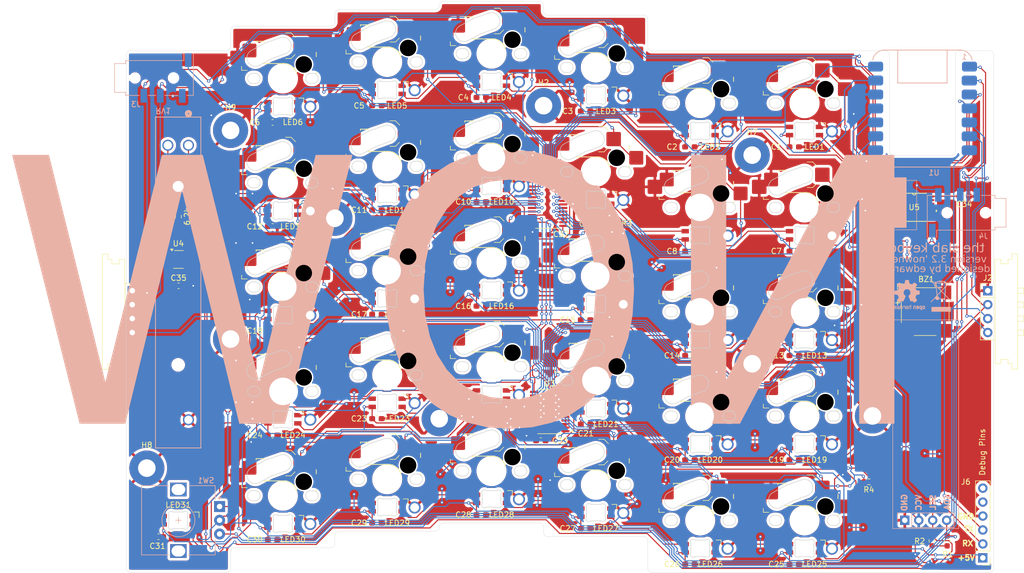
<source format=kicad_pcb>
(kicad_pcb (version 20240108) (generator "pcbnew") (generator_version "8.0")
  (title_block (title "Slab Keyboard - Left Module") (date "2024-10-16") (company "Edward Hesketh"))
  (layers (0 "F.Cu" signal) (31 "B.Cu" signal) (34 "B.Paste" user) (35 "F.Paste" user) (36 "B.SilkS" user "B.Silkscreen") (37 "F.SilkS" user "F.Silkscreen") (38 "B.Mask" user) (39 "F.Mask" user) (44 "Edge.Cuts" user))
  (net 0 "")
  (net 1 "VBUS")
  (net 2 "GND")
  (net 3 "+3V3")
  (net 4 "/I2C1_SDA")
  (net 5 "/I2C1_SCL")
  (net 6 "/UART0_RX")
  (net 7 "/UART0_TX")
  (net 8 "/I2C0_SCL")
  (net 9 "/I2C0_SDA")
  (net 10 "Net-(LED1-DOUT)")
  (net 11 "Net-(LED2-DOUT)")
  (net 12 "Net-(LED3-DOUT)")
  (net 13 "Net-(LED4-DOUT)")
  (net 14 "Net-(LED5-DOUT)")
  (net 15 "Net-(LED6-DOUT)")
  (net 16 "Net-(LED7-DOUT)")
  (net 17 "Net-(LED8-DOUT)")
  (net 18 "Net-(LED10-DIN)")
  (net 19 "Net-(LED10-DOUT)")
  (net 20 "Net-(LED11-DOUT)")
  (net 21 "Net-(LED12-DOUT)")
  (net 22 "Net-(LED13-DOUT)")
  (net 23 "Net-(LED14-DOUT)")
  (net 24 "Net-(LED15-DOUT)")
  (net 25 "Net-(LED16-DOUT)")
  (net 26 "Net-(LED17-DOUT)")
  (net 27 "Net-(LED18-DOUT)")
  (net 28 "Net-(LED19-DOUT)")
  (net 29 "Net-(LED20-DOUT)")
  (net 30 "Net-(LED21-DOUT)")
  (net 31 "Net-(LED22-DOUT)")
  (net 32 "Net-(LED23-DOUT)")
  (net 33 "Net-(LED24-DOUT)")
  (net 34 "Net-(LED25-DOUT)")
  (net 35 "Net-(LED26-DOUT)")
  (net 36 "Net-(LED27-DOUT)")
  (net 37 "Net-(LED28-DOUT)")
  (net 38 "Net-(LED29-DOUT)")
  (net 39 "Net-(LED30-DOUT)")
  (net 40 "/KEY1")
  (net 41 "/KEY2")
  (net 42 "/KEY3")
  (net 43 "/KEY4")
  (net 44 "/KEY5")
  (net 45 "/KEY6")
  (net 46 "/KEY7")
  (net 47 "/KEY8")
  (net 48 "/KEY9")
  (net 49 "/KEY10")
  (net 50 "/KEY11")
  (net 51 "/KEY12")
  (net 52 "/KEY13")
  (net 53 "/KEY14")
  (net 54 "/KEY15")
  (net 55 "/KEY16")
  (net 56 "/KEY17")
  (net 57 "/KEY18")
  (net 58 "/KEY19")
  (net 59 "/KEY20")
  (net 60 "/KEY21")
  (net 61 "/KEY22")
  (net 62 "/KEY23")
  (net 63 "/KEY24")
  (net 64 "/KEY25")
  (net 65 "/KEY26")
  (net 66 "/KEY27")
  (net 67 "/KEY28")
  (net 68 "/KEY29")
  (net 69 "/KEY30")
  (net 70 "/EXPANDER1_INT")
  (net 71 "/EXPANDER2_INT")
  (net 72 "/BUZZER")
  (net 73 "/ENCODER_B")
  (net 74 "/ENCODER_A")
  (net 84 "/KEY_PIXEL_INPUT")
  (net 85 "/KEY_PIXEL_SHIFT_INPUT")
  (net 90 "Net-(U4-VIN+)")
  (net 91 "Net-(R5-Pad2)")
  (footprint "CustomFootprints:buzzer" (layer "F.Cu") (at 217.5 92.5)
    (property "Reference" "BZ1")
    (property "Value" "Buzzer")
  )
  (footprint "Capacitor_SMD:C_0603_1608Metric_Pad1.08x0.95mm_HandSolder" (layer "F.Cu") (at 136.65 72.5 180)
    (property "Reference" "C10")
    (property "Value" "100nF")
  )
  (footprint "CustomFootprints:SW_choc_mx_combined" (layer "F.Cu") (at 167 121)
    (property "Reference" "MX26" (hide yes))
    (property "Value" "MX_SW_HS" (hide yes))
    (fp_line (start 3.67182 4.502742) (end 6.02 3.23) (stroke (width 0.1)) (layer "Edge.Cuts"))
    (fp_line (start 4.03 8.6) (end 4.455 8.6) (stroke (width 0.1)) (layer "Edge.Cuts"))
    (fp_line (start 4.455 10.45) (end 4.03 10.45) (stroke (width 0.1)) (layer "Edge.Cuts"))
    (fp_line (start 5.3 7.099999) (end 7.41 5.96) (stroke (width 0.1)) (layer "Edge.Cuts"))
    (fp_line (start 6.34 3.06) (end 6.019999 3.229997) (stroke (width 0.1)) (layer "Edge.Cuts"))
    (fp_line (start 6.67 2.94) (end 6.34 3.06) (stroke (width 0.1)) (layer "Edge.Cuts"))
    (fp_line (start 6.67 2.94) (end 8.99 2.14) (stroke (width 0.1)) (layer "Edge.Cuts"))
    (fp_line (start 7.41 5.96) (end 10.18 4.959999) (stroke (width 0.1)) (layer "Edge.Cuts"))
    (fp_line (start 14.605 8.6) (end 15.03 8.6) (stroke (width 0.1)) (layer "Edge.Cuts"))
    (fp_line (start 15.03 10.45) (end 14.605 10.45) (stroke (width 0.1)) (layer "Edge.Cuts"))
    (fp_arc (start 4.03 10.45) (mid 3.105 9.525) (end 4.03 8.6) (stroke (width 0.1)) (layer "Edge.Cuts"))
    (fp_arc (start 4.455 8.6) (mid 5.38 9.525) (end 4.455 10.45) (stroke (width 0.1)) (layer "Edge.Cuts"))
    (fp_arc (start 5.3 7.099999) (mid 3.220924 6.59437) (end 3.67182 4.502742) (stroke (width 0.1)) (layer "Edge.Cuts"))
    (fp_arc (start 8.99 2.14) (mid 10.933677 2.983328) (end 10.182043 4.964269) (stroke (width 0.1)) (layer "Edge.Cuts"))
    (fp_arc (start 14.605 10.45) (mid 13.68 9.525) (end 14.605 8.6) (stroke (width 0.1)) (layer "Edge.Cuts"))
    (fp_arc (start 15.03 8.6) (mid 15.955 9.525) (end 15.03 10.45) (stroke (width 0.1)) (layer "Edge.Cuts"))
  )
  (footprint "Capacitor_SMD:C_0603_1608Metric_Pad1.08x0.95mm_HandSolder" (layer "F.Cu") (at 174.65 81.5 180)
    (property "Reference" "C8")
    (property "Value" "100nF")
  )
  (footprint "Capacitor_SMD:C_0603_1608Metric_Pad1.08x0.95mm_HandSolder" (layer "F.Cu") (at 98.65 115 180)
    (property "Reference" "C24")
    (property "Value" "100nF")
  )
  (footprint "CustomFootprints:LED_MX_6028R-ROT_Custom" (layer "F.Cu") (at 186 83)
    (property "Reference" "LED13")
    (property "Value" "MX_SK6812MINI-E")
    (fp_line (start 7.825001 13.902159) (end 7.825001 15.307843) (stroke (width 0.1)) (layer "Edge.Cuts"))
    (fp_line (start 8.730548 16.105) (end 10.319453 16.105) (stroke (width 0.1)) (layer "Edge.Cuts"))
    (fp_line (start 10.319452 13.105001) (end 8.730548 13.105001) (stroke (width 0.1)) (layer "Edge.Cuts"))
    (fp_line (start 11.224999 15.307843) (end 11.224999 13.902159) (stroke (width 0.1)) (layer "Edge.Cuts"))
    (fp_arc (start 7.775516 13.685281) (mid 7.812489 13.79093) (end 7.825001 13.902158) (stroke (width 0.1)) (layer "Edge.Cuts"))
    (fp_arc (start 7.775516 13.685281) (mid 7.886921 13.100978) (end 8.478289 13.036704) (stroke (width 0.1)) (layer "Edge.Cuts"))
    (fp_arc (start 7.825001 15.307843) (mid 7.812464 15.419066) (end 7.775516 15.524721) (stroke (width 0.1)) (layer "Edge.Cuts"))
    (fp_arc (start 8.478289 16.1733) (mid 7.886893 16.109052) (end 7.775516 15.524721) (stroke (width 0.1)) (layer "Edge.Cuts"))
    (fp_arc (start 8.478289 16.1733) (mid 8.599881 16.122391) (end 8.730547 16.105001) (stroke (width 0.1)) (layer "Edge.Cuts"))
    (fp_arc (start 8.730548 13.105001) (mid 8.599873 13.087636) (end 8.47829 13.036702) (stroke (width 0.1)) (layer "Edge.Cuts"))
    (fp_arc (start 10.319453 16.105) (mid 10.450128 16.122365) (end 10.571711 16.173299) (stroke (width 0.1)) (layer "Edge.Cuts"))
    (fp_arc (start 10.571711 13.036702) (mid 10.450119 13.087611) (end 10.319452 13.105001) (stroke (width 0.1)) (layer "Edge.Cuts"))
    (fp_arc (start 10.571711 13.036702) (mid 11.163107 13.10095) (end 11.274484 13.685282) (stroke (width 0.1)) (layer "Edge.Cuts"))
    (fp_arc (start 11.224999 13.902159) (mid 11.237536 13.790936) (end 11.274484 13.685281) (stroke (width 0.1)) (layer "Edge.Cuts"))
    (fp_arc (start 11.274484 15.524721) (mid 11.163078 16.109021) (end 10.571711 16.173299) (stroke (width 0.1)) (layer "Edge.Cuts"))
    (fp_arc (start 11.274484 15.524721) (mid 11.237509 15.419073) (end 11.224999 15.307844) (stroke (width 0.1)) (layer "Edge.Cuts"))
  )
  (footprint "CustomFootprints:LED_MX_6028R-ROT_Custom" (layer "F.Cu") (at 91 40.5)
    (property "Reference" "LED6")
    (property "Value" "MX_SK6812MINI-E")
    (fp_line (start 7.825001 13.902159) (end 7.825001 15.307843) (stroke (width 0.1)) (layer "Edge.Cuts"))
    (fp_line (start 8.730548 16.105) (end 10.319453 16.105) (stroke (width 0.1)) (layer "Edge.Cuts"))
    (fp_line (start 10.319452 13.105001) (end 8.730548 13.105001) (stroke (width 0.1)) (layer "Edge.Cuts"))
    (fp_line (start 11.224999 15.307843) (end 11.224999 13.902159) (stroke (width 0.1)) (layer "Edge.Cuts"))
    (fp_arc (start 7.775516 13.685281) (mid 7.812489 13.79093) (end 7.825001 13.902158) (stroke (width 0.1)) (layer "Edge.Cuts"))
    (fp_arc (start 7.775516 13.685281) (mid 7.886921 13.100978) (end 8.478289 13.036704) (stroke (width 0.1)) (layer "Edge.Cuts"))
    (fp_arc (start 7.825001 15.307843) (mid 7.812464 15.419066) (end 7.775516 15.524721) (stroke (width 0.1)) (layer "Edge.Cuts"))
    (fp_arc (start 8.478289 16.1733) (mid 7.886893 16.109052) (end 7.775516 15.524721) (stroke (width 0.1)) (layer "Edge.Cuts"))
    (fp_arc (start 8.478289 16.1733) (mid 8.599881 16.122391) (end 8.730547 16.105001) (stroke (width 0.1)) (layer "Edge.Cuts"))
    (fp_arc (start 8.730548 13.105001) (mid 8.599873 13.087636) (end 8.47829 13.036702) (stroke (width 0.1)) (layer "Edge.Cuts"))
    (fp_arc (start 10.319453 16.105) (mid 10.450128 16.122365) (end 10.571711 16.173299) (stroke (width 0.1)) (layer "Edge.Cuts"))
    (fp_arc (start 10.571711 13.036702) (mid 10.450119 13.087611) (end 10.319452 13.105001) (stroke (width 0.1)) (layer "Edge.Cuts"))
    (fp_arc (start 10.571711 13.036702) (mid 11.163107 13.10095) (end 11.274484 13.685282) (stroke (width 0.1)) (layer "Edge.Cuts"))
    (fp_arc (start 11.224999 13.902159) (mid 11.237536 13.790936) (end 11.274484 13.685281) (stroke (width 0.1)) (layer "Edge.Cuts"))
    (fp_arc (start 11.274484 15.524721) (mid 11.163078 16.109021) (end 10.571711 16.173299) (stroke (width 0.1)) (layer "Edge.Cuts"))
    (fp_arc (start 11.274484 15.524721) (mid 11.237509 15.419073) (end 11.224999 15.307844) (stroke (width 0.1)) (layer "Edge.Cuts"))
  )
  (footprint "CustomFootprints:LED_MX_6028R-ROT_Custom" (layer "F.Cu") (at 148 95.5)
    (property "Reference" "LED21")
    (property "Value" "MX_SK6812MINI-E")
    (fp_line (start 7.825001 13.902159) (end 7.825001 15.307843) (stroke (width 0.1)) (layer "Edge.Cuts"))
    (fp_line (start 8.730548 16.105) (end 10.319453 16.105) (stroke (width 0.1)) (layer "Edge.Cuts"))
    (fp_line (start 10.319452 13.105001) (end 8.730548 13.105001) (stroke (width 0.1)) (layer "Edge.Cuts"))
    (fp_line (start 11.224999 15.307843) (end 11.224999 13.902159) (stroke (width 0.1)) (layer "Edge.Cuts"))
    (fp_arc (start 7.775516 13.685281) (mid 7.812489 13.79093) (end 7.825001 13.902158) (stroke (width 0.1)) (layer "Edge.Cuts"))
    (fp_arc (start 7.775516 13.685281) (mid 7.886921 13.100978) (end 8.478289 13.036704) (stroke (width 0.1)) (layer "Edge.Cuts"))
    (fp_arc (start 7.825001 15.307843) (mid 7.812464 15.419066) (end 7.775516 15.524721) (stroke (width 0.1)) (layer "Edge.Cuts"))
    (fp_arc (start 8.478289 16.1733) (mid 7.886893 16.109052) (end 7.775516 15.524721) (stroke (width 0.1)) (layer "Edge.Cuts"))
    (fp_arc (start 8.478289 16.1733) (mid 8.599881 16.122391) (end 8.730547 16.105001) (stroke (width 0.1)) (layer "Edge.Cuts"))
    (fp_arc (start 8.730548 13.105001) (mid 8.599873 13.087636) (end 8.47829 13.036702) (stroke (width 0.1)) (layer "Edge.Cuts"))
    (fp_arc (start 10.319453 16.105) (mid 10.450128 16.122365) (end 10.571711 16.173299) (stroke (width 0.1)) (layer "Edge.Cuts"))
    (fp_arc (start 10.571711 13.036702) (mid 10.450119 13.087611) (end 10.319452 13.105001) (stroke (width 0.1)) (layer "Edge.Cuts"))
    (fp_arc (start 10.571711 13.036702) (mid 11.163107 13.10095) (end 11.274484 13.685282) (stroke (width 0.1)) (layer "Edge.Cuts"))
    (fp_arc (start 11.224999 13.902159) (mid 11.237536 13.790936) (end 11.274484 13.685281) (stroke (width 0.1)) (layer "Edge.Cuts"))
    (fp_arc (start 11.274484 15.524721) (mid 11.163078 16.109021) (end 10.571711 16.173299) (stroke (width 0.1)) (layer "Edge.Cuts"))
    (fp_arc (start 11.274484 15.524721) (mid 11.237509 15.419073) (end 11.224999 15.307844) (stroke (width 0.1)) (layer "Edge.Cuts"))
  )
  (footprint "CustomFootprints:LED_MX_6028R-ROT_Custom" (layer "F.Cu") (at 110 113.5)
    (property "Reference" "LED29")
    (property "Value" "MX_SK6812MINI-E")
    (fp_line (start 7.825001 13.902159) (end 7.825001 15.307843) (stroke (width 0.1)) (layer "Edge.Cuts"))
    (fp_line (start 8.730548 16.105) (end 10.319453 16.105) (stroke (width 0.1)) (layer "Edge.Cuts"))
    (fp_line (start 10.319452 13.105001) (end 8.730548 13.105001) (stroke (width 0.1)) (layer "Edge.Cuts"))
    (fp_line (start 11.224999 15.307843) (end 11.224999 13.902159) (stroke (width 0.1)) (layer "Edge.Cuts"))
    (fp_arc (start 7.775516 13.685281) (mid 7.812489 13.79093) (end 7.825001 13.902158) (stroke (width 0.1)) (layer "Edge.Cuts"))
    (fp_arc (start 7.775516 13.685281) (mid 7.886921 13.100978) (end 8.478289 13.036704) (stroke (width 0.1)) (layer "Edge.Cuts"))
    (fp_arc (start 7.825001 15.307843) (mid 7.812464 15.419066) (end 7.775516 15.524721) (stroke (width 0.1)) (layer "Edge.Cuts"))
    (fp_arc (start 8.478289 16.1733) (mid 7.886893 16.109052) (end 7.775516 15.524721) (stroke (width 0.1)) (layer "Edge.Cuts"))
    (fp_arc (start 8.478289 16.1733) (mid 8.599881 16.122391) (end 8.730547 16.105001) (stroke (width 0.1)) (layer "Edge.Cuts"))
    (fp_arc (start 8.730548 13.105001) (mid 8.599873 13.087636) (end 8.47829 13.036702) (stroke (width 0.1)) (layer "Edge.Cuts"))
    (fp_arc (start 10.319453 16.105) (mid 10.450128 16.122365) (end 10.571711 16.173299) (stroke (width 0.1)) (layer "Edge.Cuts"))
    (fp_arc (start 10.571711 13.036702) (mid 10.450119 13.087611) (end 10.319452 13.105001) (stroke (width 0.1)) (layer "Edge.Cuts"))
    (fp_arc (start 10.571711 13.036702) (mid 11.163107 13.10095) (end 11.274484 13.685282) (stroke (width 0.1)) (layer "Edge.Cuts"))
    (fp_arc (start 11.224999 13.902159) (mid 11.237536 13.790936) (end 11.274484 13.685281) (stroke (width 0.1)) (layer "Edge.Cuts"))
    (fp_arc (start 11.274484 15.524721) (mid 11.163078 16.109021) (end 10.571711 16.173299) (stroke (width 0.1)) (layer "Edge.Cuts"))
    (fp_arc (start 11.274484 15.524721) (mid 11.237509 15.419073) (end 11.224999 15.307844) (stroke (width 0.1)) (layer "Edge.Cuts"))
  )
  (footprint "CustomFootprints:SW_choc_mx_combined" (layer "F.Cu") (at 110 37.5)
    (property "Reference" "MX5" (hide yes))
    (property "Value" "MX_SW_HS" (hide yes))
    (fp_line (start 3.67182 4.502742) (end 6.02 3.23) (stroke (width 0.1)) (layer "Edge.Cuts"))
    (fp_line (start 4.03 8.6) (end 4.455 8.6) (stroke (width 0.1)) (layer "Edge.Cuts"))
    (fp_line (start 4.455 10.45) (end 4.03 10.45) (stroke (width 0.1)) (layer "Edge.Cuts"))
    (fp_line (start 5.3 7.099999) (end 7.41 5.96) (stroke (width 0.1)) (layer "Edge.Cuts"))
    (fp_line (start 6.34 3.06) (end 6.019999 3.229997) (stroke (width 0.1)) (layer "Edge.Cuts"))
    (fp_line (start 6.67 2.94) (end 6.34 3.06) (stroke (width 0.1)) (layer "Edge.Cuts"))
    (fp_line (start 6.67 2.94) (end 8.99 2.14) (stroke (width 0.1)) (layer "Edge.Cuts"))
    (fp_line (start 7.41 5.96) (end 10.18 4.959999) (stroke (width 0.1)) (layer "Edge.Cuts"))
    (fp_line (start 14.605 8.6) (end 15.03 8.6) (stroke (width 0.1)) (layer "Edge.Cuts"))
    (fp_line (start 15.03 10.45) (end 14.605 10.45) (stroke (width 0.1)) (layer "Edge.Cuts"))
    (fp_arc (start 4.03 10.45) (mid 3.105 9.525) (end 4.03 8.6) (stroke (width 0.1)) (layer "Edge.Cuts"))
    (fp_arc (start 4.455 8.6) (mid 5.38 9.525) (end 4.455 10.45) (stroke (width 0.1)) (layer "Edge.Cuts"))
    (fp_arc (start 5.3 7.099999) (mid 3.220924 6.59437) (end 3.67182 4.502742) (stroke (width 0.1)) (layer "Edge.Cuts"))
    (fp_arc (start 8.99 2.14) (mid 10.933677 2.983328) (end 10.182043 4.964269) (stroke (width 0.1)) (layer "Edge.Cuts"))
    (fp_arc (start 14.605 10.45) (mid 13.68 9.525) (end 14.605 8.6) (stroke (width 0.1)) (layer "Edge.Cuts"))
    (fp_arc (start 15.03 8.6) (mid 15.955 9.525) (end 15.03 10.45) (stroke (width 0.1)) (layer "Edge.Cuts"))
  )
  (footprint "CustomFootprints:SW_choc_mx_combined" (layer "F.Cu") (at 91 59.5)
    (property "Reference" "MX12" (hide yes))
    (property "Value" "MX_SW_HS" (hide yes))
    (fp_line (start 3.67182 4.502742) (end 6.02 3.23) (stroke (width 0.1)) (layer "Edge.Cuts"))
    (fp_line (start 4.03 8.6) (end 4.455 8.6) (stroke (width 0.1)) (layer "Edge.Cuts"))
    (fp_line (start 4.455 10.45) (end 4.03 10.45) (stroke (width 0.1)) (layer "Edge.Cuts"))
    (fp_line (start 5.3 7.099999) (end 7.41 5.96) (stroke (width 0.1)) (layer "Edge.Cuts"))
    (fp_line (start 6.34 3.06) (end 6.019999 3.229997) (stroke (width 0.1)) (layer "Edge.Cuts"))
    (fp_line (start 6.67 2.94) (end 6.34 3.06) (stroke (width 0.1)) (layer "Edge.Cuts"))
    (fp_line (start 6.67 2.94) (end 8.99 2.14) (stroke (width 0.1)) (layer "Edge.Cuts"))
    (fp_line (start 7.41 5.96) (end 10.18 4.959999) (stroke (width 0.1)) (layer "Edge.Cuts"))
    (fp_line (start 14.605 8.6) (end 15.03 8.6) (stroke (width 0.1)) (layer "Edge.Cuts"))
    (fp_line (start 15.03 10.45) (end 14.605 10.45) (stroke (width 0.1)) (layer "Edge.Cuts"))
    (fp_arc (start 4.03 10.45) (mid 3.105 9.525) (end 4.03 8.6) (stroke (width 0.1)) (layer "Edge.Cuts"))
    (fp_arc (start 4.455 8.6) (mid 5.38 9.525) (end 4.455 10.45) (stroke (width 0.1)) (layer "Edge.Cuts"))
    (fp_arc (start 5.3 7.099999) (mid 3.220924 6.59437) (end 3.67182 4.502742) (stroke (width 0.1)) (layer "Edge.Cuts"))
    (fp_arc (start 8.99 2.14) (mid 10.933677 2.983328) (end 10.182043 4.964269) (stroke (width 0.1)) (layer "Edge.Cuts"))
    (fp_arc (start 14.605 10.45) (mid 13.68 9.525) (end 14.605 8.6) (stroke (width 0.1)) (layer "Edge.Cuts"))
    (fp_arc (start 15.03 8.6) (mid 15.955 9.525) (end 15.03 10.45) (stroke (width 0.1)) (layer "Edge.Cuts"))
  )
  (footprint "CustomFootprints:LED_MX_6028R-ROT_Custom" (layer "F.Cu") (at 110 56.5)
    (property "Reference" "LED11")
    (property "Value" "MX_SK6812MINI-E")
    (fp_line (start 7.825001 13.902159) (end 7.825001 15.307843) (stroke (width 0.1)) (layer "Edge.Cuts"))
    (fp_line (start 8.730548 16.105) (end 10.319453 16.105) (stroke (width 0.1)) (layer "Edge.Cuts"))
    (fp_line (start 10.319452 13.105001) (end 8.730548 13.105001) (stroke (width 0.1)) (layer "Edge.Cuts"))
    (fp_line (start 11.224999 15.307843) (end 11.224999 13.902159) (stroke (width 0.1)) (layer "Edge.Cuts"))
    (fp_arc (start 7.775516 13.685281) (mid 7.812489 13.79093) (end 7.825001 13.902158) (stroke (width 0.1)) (layer "Edge.Cuts"))
    (fp_arc (start 7.775516 13.685281) (mid 7.886921 13.100978) (end 8.478289 13.036704) (stroke (width 0.1)) (layer "Edge.Cuts"))
    (fp_arc (start 7.825001 15.307843) (mid 7.812464 15.419066) (end 7.775516 15.524721) (stroke (width 0.1)) (layer "Edge.Cuts"))
    (fp_arc (start 8.478289 16.1733) (mid 7.886893 16.109052) (end 7.775516 15.524721) (stroke (width 0.1)) (layer "Edge.Cuts"))
    (fp_arc (start 8.478289 16.1733) (mid 8.599881 16.122391) (end 8.730547 16.105001) (stroke (width 0.1)) (layer "Edge.Cuts"))
    (fp_arc (start 8.730548 13.105001) (mid 8.599873 13.087636) (end 8.47829 13.036702) (stroke (width 0.1)) (layer "Edge.Cuts"))
    (fp_arc (start 10.319453 16.105) (mid 10.450128 16.122365) (end 10.571711 16.173299) (stroke (width 0.1)) (layer "Edge.Cuts"))
    (fp_arc (start 10.571711 13.036702) (mid 10.450119 13.087611) (end 10.319452 13.105001) (stroke (width 0.1)) (layer "Edge.Cuts"))
    (fp_arc (start 10.571711 13.036702) (mid 11.163107 13.10095) (end 11.274484 13.685282) (stroke (width 0.1)) (layer "Edge.Cuts"))
    (fp_arc (start 11.224999 13.902159) (mid 11.237536 13.790936) (end 11.274484 13.685281) (stroke (width 0.1)) (layer "Edge.Cuts"))
    (fp_arc (start 11.274484 15.524721) (mid 11.163078 16.109021) (end 10.571711 16.173299) (stroke (width 0.1)) (layer "Edge.Cuts"))
    (fp_arc (start 11.274484 15.524721) (mid 11.237509 15.419073) (end 11.224999 15.307844) (stroke (width 0.1)) (layer "Edge.Cuts"))
  )
  (footprint "CustomFootprints:LED_MX_6028R-ROT_Custom" (layer "F.Cu") (at 129 93)
    (property "Reference" "LED22")
    (property "Value" "MX_SK6812MINI-E")
    (fp_line (start 7.825001 13.902159) (end 7.825001 15.307843) (stroke (width 0.1)) (layer "Edge.Cuts"))
    (fp_line (start 8.730548 16.105) (end 10.319453 16.105) (stroke (width 0.1)) (layer "Edge.Cuts"))
    (fp_line (start 10.319452 13.105001) (end 8.730548 13.105001) (stroke (width 0.1)) (layer "Edge.Cuts"))
    (fp_line (start 11.224999 15.307843) (end 11.224999 13.902159) (stroke (width 0.1)) (layer "Edge.Cuts"))
    (fp_arc (start 7.775516 13.685281) (mid 7.812489 13.79093) (end 7.825001 13.902158) (stroke (width 0.1)) (layer "Edge.Cuts"))
    (fp_arc (start 7.775516 13.685281) (mid 7.886921 13.100978) (end 8.478289 13.036704) (stroke (width 0.1)) (layer "Edge.Cuts"))
    (fp_arc (start 7.825001 15.307843) (mid 7.812464 15.419066) (end 7.775516 15.524721) (stroke (width 0.1)) (layer "Edge.Cuts"))
    (fp_arc (start 8.478289 16.1733) (mid 7.886893 16.109052) (end 7.775516 15.524721) (stroke (width 0.1)) (layer "Edge.Cuts"))
    (fp_arc (start 8.478289 16.1733) (mid 8.599881 16.122391) (end 8.730547 16.105001) (stroke (width 0.1)) (layer "Edge.Cuts"))
    (fp_arc (start 8.730548 13.105001) (mid 8.599873 13.087636) (end 8.47829 13.036702) (stroke (width 0.1)) (layer "Edge.Cuts"))
    (fp_arc (start 10.319453 16.105) (mid 10.450128 16.122365) (end 10.571711 16.173299) (stroke (width 0.1)) (layer "Edge.Cuts"))
    (fp_arc (start 10.571711 13.036702) (mid 10.450119 13.087611) (end 10.319452 13.105001) (stroke (width 0.1)) (layer "Edge.Cuts"))
    (fp_arc (start 10.571711 13.036702) (mid 11.163107 13.10095) (end 11.274484 13.685282) (stroke (width 0.1)) (layer "Edge.Cuts"))
    (fp_arc (start 11.224999 13.902159) (mid 11.237536 13.790936) (end 11.274484 13.685281) (stroke (width 0.1)) (layer "Edge.Cuts"))
    (fp_arc (start 11.274484 15.524721) (mid 11.163078 16.109021) (end 10.571711 16.173299) (stroke (width 0.1)) (layer "Edge.Cuts"))
    (fp_arc (start 11.274484 15.524721) (mid 11.237509 15.419073) (end 11.224999 15.307844) (stroke (width 0.1)) (layer "Edge.Cuts"))
  )
  (footprint "Capacitor_SMD:C_0603_1608Metric_Pad1.08x0.95mm_HandSolder" (layer "F.Cu") (at 193.65 138.5 180)
    (property "Reference" "C25")
    (property "Value" "100nF")
  )
  (footprint "CustomFootprints:LED_MX_6028R-ROT_Custom" (layer "F.Cu") (at 129 74)
    (property "Reference" "LED16")
    (property "Value" "MX_SK6812MINI-E")
    (fp_line (start 7.825001 13.902159) (end 7.825001 15.307843) (stroke (width 0.1)) (layer "Edge.Cuts"))
    (fp_line (start 8.730548 16.105) (end 10.319453 16.105) (stroke (width 0.1)) (layer "Edge.Cuts"))
    (fp_line (start 10.319452 13.105001) (end 8.730548 13.105001) (stroke (width 0.1)) (layer "Edge.Cuts"))
    (fp_line (start 11.224999 15.307843) (end 11.224999 13.902159) (stroke (width 0.1)) (layer "Edge.Cuts"))
    (fp_arc (start 7.775516 13.685281) (mid 7.812489 13.79093) (end 7.825001 13.902158) (stroke (width 0.1)) (layer "Edge.Cuts"))
    (fp_arc (start 7.775516 13.685281) (mid 7.886921 13.100978) (end 8.478289 13.036704) (stroke (width 0.1)) (layer "Edge.Cuts"))
    (fp_arc (start 7.825001 15.307843) (mid 7.812464 15.419066) (end 7.775516 15.524721) (stroke (width 0.1)) (layer "Edge.Cuts"))
    (fp_arc (start 8.478289 16.1733) (mid 7.886893 16.109052) (end 7.775516 15.524721) (stroke (width 0.1)) (layer "Edge.Cuts"))
    (fp_arc (start 8.478289 16.1733) (mid 8.599881 16.122391) (end 8.730547 16.105001) (stroke (width 0.1)) (layer "Edge.Cuts"))
    (fp_arc (start 8.730548 13.105001) (mid 8.599873 13.087636) (end 8.47829 13.036702) (stroke (width 0.1)) (layer "Edge.Cuts"))
    (fp_arc (start 10.319453 16.105) (mid 10.450128 16.122365) (end 10.571711 16.173299) (stroke (width 0.1)) (layer "Edge.Cuts"))
    (fp_arc (start 10.571711 13.036702) (mid 10.450119 13.087611) (end 10.319452 13.105001) (stroke (width 0.1)) (layer "Edge.Cuts"))
    (fp_arc (start 10.571711 13.036702) (mid 11.163107 13.10095) (end 11.274484 13.685282) (stroke (width 0.1)) (layer "Edge.Cuts"))
    (fp_arc (start 11.224999 13.902159) (mid 11.237536 13.790936) (end 11.274484 13.685281) (stroke (width 0.1)) (layer "Edge.Cuts"))
    (fp_arc (start 11.274484 15.524721) (mid 11.163078 16.109021) (end 10.571711 16.173299) (stroke (width 0.1)) (layer "Edge.Cuts"))
    (fp_arc (start 11.274484 15.524721) (mid 11.237509 15.419073) (end 11.224999 15.307844) (stroke (width 0.1)) (layer "Edge.Cuts"))
  )
  (footprint "Capacitor_SMD:C_0603_1608Metric_Pad1.08x0.95mm_HandSolder" (layer "F.Cu") (at 136.65 129.5 180)
    (property "Reference" "C28")
    (property "Value" "100nF")
  )
  (footprint "CustomFootprints:SW_choc_mx_combined" (layer "F.Cu") (at 129 36)
    (property "Reference" "MX4" (hide yes))
    (property "Value" "MX_SW_HS" (hide yes))
    (fp_line (start 3.67182 4.502742) (end 6.02 3.23) (stroke (width 0.1)) (layer "Edge.Cuts"))
    (fp_line (start 4.03 8.6) (end 4.455 8.6) (stroke (width 0.1)) (layer "Edge.Cuts"))
    (fp_line (start 4.455 10.45) (end 4.03 10.45) (stroke (width 0.1)) (layer "Edge.Cuts"))
    (fp_line (start 5.3 7.099999) (end 7.41 5.96) (stroke (width 0.1)) (layer "Edge.Cuts"))
    (fp_line (start 6.34 3.06) (end 6.019999 3.229997) (stroke (width 0.1)) (layer "Edge.Cuts"))
    (fp_line (start 6.67 2.94) (end 6.34 3.06) (stroke (width 0.1)) (layer "Edge.Cuts"))
    (fp_line (start 6.67 2.94) (end 8.99 2.14) (stroke (width 0.1)) (layer "Edge.Cuts"))
    (fp_line (start 7.41 5.96) (end 10.18 4.959999) (stroke (width 0.1)) (layer "Edge.Cuts"))
    (fp_line (start 14.605 8.6) (end 15.03 8.6) (stroke (width 0.1)) (layer "Edge.Cuts"))
    (fp_line (start 15.03 10.45) (end 14.605 10.45) (stroke (width 0.1)) (layer "Edge.Cuts"))
    (fp_arc (start 4.03 10.45) (mid 3.105 9.525) (end 4.03 8.6) (stroke (width 0.1)) (layer "Edge.Cuts"))
    (fp_arc (start 4.455 8.6) (mid 5.38 9.525) (end 4.455 10.45) (stroke (width 0.1)) (layer "Edge.Cuts"))
    (fp_arc (start 5.3 7.099999) (mid 3.220924 6.59437) (end 3.67182 4.502742) (stroke (width 0.1)) (layer "Edge.Cuts"))
    (fp_arc (start 8.99 2.14) (mid 10.933677 2.983328) (end 10.182043 4.964269) (stroke (width 0.1)) (layer "Edge.Cuts"))
    (fp_arc (start 14.605 10.45) (mid 13.68 9.525) (end 14.605 8.6) (stroke (width 0.1)) (layer "Edge.Cuts"))
    (fp_arc (start 15.03 8.6) (mid 15.955 9.525) (end 15.03 10.45) (stroke (width 0.1)) (layer "Edge.Cuts"))
  )
  (footprint "Capacitor_SMD:C_0603_1608Metric_Pad1.08x0.95mm_HandSolder" (layer "F.Cu") (at 155.65 94 180)
    (property "Reference" "C15")
    (property "Value" "100nF")
  )
  (footprint "CustomFootprints:SW_choc_mx_combined" (layer "F.Cu") (at 110 56.5)
    (property "Reference" "MX11" (hide yes))
    (property "Value" "MX_SW_HS" (hide yes))
    (fp_line (start 3.67182 4.502742) (end 6.02 3.23) (stroke (width 0.1)) (layer "Edge.Cuts"))
    (fp_line (start 4.03 8.6) (end 4.455 8.6) (stroke (width 0.1)) (layer "Edge.Cuts"))
    (fp_line (start 4.455 10.45) (end 4.03 10.45) (stroke (width 0.1)) (layer "Edge.Cuts"))
    (fp_line (start 5.3 7.099999) (end 7.41 5.96) (stroke (width 0.1)) (layer "Edge.Cuts"))
    (fp_line (start 6.34 3.06) (end 6.019999 3.229997) (stroke (width 0.1)) (layer "Edge.Cuts"))
    (fp_line (start 6.67 2.94) (end 6.34 3.06) (stroke (width 0.1)) (layer "Edge.Cuts"))
    (fp_line (start 6.67 2.94) (end 8.99 2.14) (stroke (width 0.1)) (layer "Edge.Cuts"))
    (fp_line (start 7.41 5.96) (end 10.18 4.959999) (stroke (width 0.1)) (layer "Edge.Cuts"))
    (fp_line (start 14.605 8.6) (end 15.03 8.6) (stroke (width 0.1)) (layer "Edge.Cuts"))
    (fp_line (start 15.03 10.45) (end 14.605 10.45) (stroke (width 0.1)) (layer "Edge.Cuts"))
    (fp_arc (start 4.03 10.45) (mid 3.105 9.525) (end 4.03 8.6) (stroke (width 0.1)) (layer "Edge.Cuts"))
    (fp_arc (start 4.455 8.6) (mid 5.38 9.525) (end 4.455 10.45) (stroke (width 0.1)) (layer "Edge.Cuts"))
    (fp_arc (start 5.3 7.099999) (mid 3.220924 6.59437) (end 3.67182 4.502742) (stroke (width 0.1)) (layer "Edge.Cuts"))
    (fp_arc (start 8.99 2.14) (mid 10.933677 2.983328) (end 10.182043 4.964269) (stroke (width 0.1)) (layer "Edge.Cuts"))
    (fp_arc (start 14.605 10.45) (mid 13.68 9.525) (end 14.605 8.6) (stroke (width 0.1)) (layer "Edge.Cuts"))
    (fp_arc (start 15.03 8.6) (mid 15.955 9.525) (end 15.03 10.45) (stroke (width 0.1)) (layer "Edge.Cuts"))
  )
  (footprint "Capacitor_SMD:C_0603_1608Metric_Pad1.08x0.95mm_HandSolder" (layer "F.Cu") (at 148 78.5)
    (property "Reference" "C32")
    (property "Value" "100nF")
  )
  (footprint "CustomFootprints:LED_MX_6028R-ROT_Custom" (layer "F.Cu") (at 167 45)
    (property "Reference" "LED2")
    (property "Value" "MX_SK6812MINI-E")
    (fp_line (start 7.825001 13.902159) (end 7.825001 15.307843) (stroke (width 0.1)) (layer "Edge.Cuts"))
    (fp_line (start 8.730548 16.105) (end 10.319453 16.105) (stroke (width 0.1)) (layer "Edge.Cuts"))
    (fp_line (start 10.319452 13.105001) (end 8.730548 13.105001) (stroke (width 0.1)) (layer "Edge.Cuts"))
    (fp_line (start 11.224999 15.307843) (end 11.224999 13.902159) (stroke (width 0.1)) (layer "Edge.Cuts"))
    (fp_arc (start 7.775516 13.685281) (mid 7.812489 13.79093) (end 7.825001 13.902158) (stroke (width 0.1)) (layer "Edge.Cuts"))
    (fp_arc (start 7.775516 13.685281) (mid 7.886921 13.100978) (end 8.478289 13.036704) (stroke (width 0.1)) (layer "Edge.Cuts"))
    (fp_arc (start 7.825001 15.307843) (mid 7.812464 15.419066) (end 7.775516 15.524721) (stroke (width 0.1)) (layer "Edge.Cuts"))
    (fp_arc (start 8.478289 16.1733) (mid 7.886893 16.109052) (end 7.775516 15.524721) (stroke (width 0.1)) (layer "Edge.Cuts"))
    (fp_arc (start 8.478289 16.1733) (mid 8.599881 16.122391) (end 8.730547 16.105001) (stroke (width 0.1)) (layer "Edge.Cuts"))
    (fp_arc (start 8.730548 13.105001) (mid 8.599873 13.087636) (end 8.47829 13.036702) (stroke (width 0.1)) (layer "Edge.Cuts"))
    (fp_arc (start 10.319453 16.105) (mid 10.450128 16.122365) (end 10.571711 16.173299) (stroke (width 0.1)) (layer "Edge.Cuts"))
    (fp_arc (start 10.571711 13.036702) (mid 10.450119 13.087611) (end 10.319452 13.105001) (stroke (width 0.1)) (layer "Edge.Cuts"))
    (fp_arc (start 10.571711 13.036702) (mid 11.163107 13.10095) (end 11.274484 13.685282) (stroke (width 0.1)) (layer "Edge.Cuts"))
    (fp_arc (start 11.224999 13.902159) (mid 11.237536 13.790936) (end 11.274484 13.685281) (stroke (width 0.1)) (layer "Edge.Cuts"))
    (fp_arc (start 11.274484 15.524721) (mid 11.163078 16.109021) (end 10.571711 16.173299) (stroke (width 0.1)) (layer "Edge.Cuts"))
    (fp_arc (start 11.274484 15.524721) (mid 11.237509 15.419073) (end 11.224999 15.307844) (stroke (width 0.1)) (layer "Edge.Cuts"))
  )
  (footprint "CustomFootprints:SW_choc_mx_combined" (layer "F.Cu") (at 148 57.5)
    (property "Reference" "MX9" (hide yes))
    (property "Value" "MX_SW_HS" (hide yes))
    (fp_line (start 3.67182 4.502742) (end 6.02 3.23) (stroke (width 0.1)) (layer "Edge.Cuts"))
    (fp_line (start 4.03 8.6) (end 4.455 8.6) (stroke (width 0.1)) (layer "Edge.Cuts"))
    (fp_line (start 4.455 10.45) (end 4.03 10.45) (stroke (width 0.1)) (layer "Edge.Cuts"))
    (fp_line (start 5.3 7.099999) (end 7.41 5.96) (stroke (width 0.1)) (layer "Edge.Cuts"))
    (fp_line (start 6.34 3.06) (end 6.019999 3.229997) (stroke (width 0.1)) (layer "Edge.Cuts"))
    (fp_line (start 6.67 2.94) (end 6.34 3.06) (stroke (width 0.1)) (layer "Edge.Cuts"))
    (fp_line (start 6.67 2.94) (end 8.99 2.14) (stroke (width 0.1)) (layer "Edge.Cuts"))
    (fp_line (start 7.41 5.96) (end 10.18 4.959999) (stroke (width 0.1)) (layer "Edge.Cuts"))
    (fp_line (start 14.605 8.6) (end 15.03 8.6) (stroke (width 0.1)) (layer "Edge.Cuts"))
    (fp_line (start 15.03 10.45) (end 14.605 10.45) (stroke (width 0.1)) (layer "Edge.Cuts"))
    (fp_arc (start 4.03 10.45) (mid 3.105 9.525) (end 4.03 8.6) (stroke (width 0.1)) (layer "Edge.Cuts"))
    (fp_arc (start 4.455 8.6) (mid 5.38 9.525) (end 4.455 10.45) (stroke (width 0.1)) (layer "Edge.Cuts"))
    (fp_arc (start 5.3 7.099999) (mid 3.220924 6.59437) (end 3.67182 4.502742) (stroke (width 0.1)) (layer "Edge.Cuts"))
    (fp_arc (start 8.99 2.14) (mid 10.933677 2.983328) (end 10.182043 4.964269) (stroke (width 0.1)) (layer "Edge.Cuts"))
    (fp_arc (start 14.605 10.45) (mid 13.68 9.525) (end 14.605 8.6) (stroke (width 0.1)) (layer "Edge.Cuts"))
    (fp_arc (start 15.03 8.6) (mid 15.955 9.525) (end 15.03 10.45) (stroke (width 0.1)) (layer "Edge.Cuts"))
  )
  (footprint "TestPoint:TestPoint_Pad_1.0x1.0mm" (layer "F.Cu") (at 210.3 70.2)
    (property "Reference" "TP1")
    (property "Value" "NPIXEL_SHIFT")
  )
  (footprint "CustomFootprints:LED_MX_6028R-ROT_Custom" (layer "F.Cu") (at 110 94.5)
    (property "Reference" "LED23")
    (property "Value" "MX_SK6812MINI-E")
    (fp_line (start 7.825001 13.902159) (end 7.825001 15.307843) (stroke (width 0.1)) (layer "Edge.Cuts"))
    (fp_line (start 8.730548 16.105) (end 10.319453 16.105) (stroke (width 0.1)) (layer "Edge.Cuts"))
    (fp_line (start 10.319452 13.105001) (end 8.730548 13.105001) (stroke (width 0.1)) (layer "Edge.Cuts"))
    (fp_line (start 11.224999 15.307843) (end 11.224999 13.902159) (stroke (width 0.1)) (layer "Edge.Cuts"))
    (fp_arc (start 7.775516 13.685281) (mid 7.812489 13.79093) (end 7.825001 13.902158) (stroke (width 0.1)) (layer "Edge.Cuts"))
    (fp_arc (start 7.775516 13.685281) (mid 7.886921 13.100978) (end 8.478289 13.036704) (stroke (width 0.1)) (layer "Edge.Cuts"))
    (fp_arc (start 7.825001 15.307843) (mid 7.812464 15.419066) (end 7.775516 15.524721) (stroke (width 0.1)) (layer "Edge.Cuts"))
    (fp_arc (start 8.478289 16.1733) (mid 7.886893 16.109052) (end 7.775516 15.524721) (stroke (width 0.1)) (layer "Edge.Cuts"))
    (fp_arc (start 8.478289 16.1733) (mid 8.599881 16.122391) (end 8.730547 16.105001) (stroke (width 0.1)) (layer "Edge.Cuts"))
    (fp_arc (start 8.730548 13.105001) (mid 8.599873 13.087636) (end 8.47829 13.036702) (stroke (width 0.1)) (layer "Edge.Cuts"))
    (fp_arc (start 10.319453 16.105) (mid 10.450128 16.122365) (end 10.571711 16.173299) (stroke (width 0.1)) (layer "Edge.Cuts"))
    (fp_arc (start 10.571711 13.036702) (mid 10.450119 13.087611) (end 10.319452 13.105001) (stroke (width 0.1)) (layer "Edge.Cuts"))
    (fp_arc (start 10.571711 13.036702) (mid 11.163107 13.10095) (end 11.274484 13.685282) (stroke (width 0.1)) (layer "Edge.Cuts"))
    (fp_arc (start 11.224999 13.902159) (mid 11.237536 13.790936) (end 11.274484 13.685281) (stroke (width 0.1)) (layer "Edge.Cuts"))
    (fp_arc (start 11.274484 15.524721) (mid 11.163078 16.109021) (end 10.571711 16.173299) (stroke (width 0.1)) (layer "Edge.Cuts"))
    (fp_arc (start 11.274484 15.524721) (mid 11.237509 15.419073) (end 11.224999 15.307844) (stroke (width 0.1)) (layer "Edge.Cuts"))
  )
  (footprint "CustomFootprints:LED_6028R_Custom" (layer "F.Cu") (at 81.465 130.499998 180)
    (property "Reference" "LED31")
    (property "Value" "MX_SK6812MINI-E")
    (fp_line (start 1.699999 0.702841) (end 1.699999 -0.702843) (stroke (width 0.1)) (layer "Edge.Cuts"))
    (fp_line (start 0.794452 -1.5) (end -0.794453 -1.5) (stroke (width 0.1)) (layer "Edge.Cuts"))
    (fp_line (start -0.794452 1.499999) (end 0.794452 1.499999) (stroke (width 0.1)) (layer "Edge.Cuts"))
    (fp_line (start -1.699999 -0.702843) (end -1.699999 0.702841) (stroke (width 0.1)) (layer "Edge.Cuts"))
    (fp_arc (start 1.749484 0.919719) (mid 1.712511 0.81407) (end 1.699999 0.702842) (stroke (width 0.1)) (layer "Edge.Cuts"))
    (fp_arc (start 1.749484 0.919719) (mid 1.63807 1.504033) (end 1.046711 1.568296) (stroke (width 0.1)) (layer "Edge.Cuts"))
    (fp_arc (start 1.699999 -0.702843) (mid 1.712528 -0.814069) (end 1.749484 -0.919721) (stroke (width 0.1)) (layer "Edge.Cuts"))
    (fp_arc (start 1.046711 -1.5683) (mid 1.638072 -1.504036) (end 1.749484 -0.919721) (stroke (width 0.1)) (layer "Edge.Cuts"))
    (fp_arc (start 1.046711 -1.5683) (mid 0.925123 -1.517378) (end 0.794453 -1.500001) (stroke (width 0.1)) (layer "Edge.Cuts"))
    (fp_arc (start 0.794452 1.499999) (mid 0.925122 1.517376) (end 1.04671 1.568298) (stroke (width 0.1)) (layer "Edge.Cuts"))
    (fp_arc (start -0.794453 -1.5) (mid -0.925123 -1.517377) (end -1.046711 -1.568299) (stroke (width 0.1)) (layer "Edge.Cuts"))
    (fp_arc (start -1.046711 1.568298) (mid -0.925123 1.517376) (end -0.794452 1.499999) (stroke (width 0.1)) (layer "Edge.Cuts"))
    (fp_arc (start -1.046711 1.568298) (mid -1.638072 1.504034) (end -1.749484 0.919718) (stroke (width 0.1)) (layer "Edge.Cuts"))
    (fp_arc (start -1.699999 0.702841) (mid -1.712527 0.814067) (end -1.749484 0.919719) (stroke (width 0.1)) (layer "Edge.Cuts"))
    (fp_arc (start -1.749484 -0.919721) (mid -1.638071 -1.504035) (end -1.046711 -1.568299) (stroke (width 0.1)) (layer "Edge.Cuts"))
    (fp_arc (start -1.749484 -0.919721) (mid -1.712527 -0.814069) (end -1.699999 -0.702844) (stroke (width 0.1)) (layer "Edge.Cuts"))
  )
  (footprint "Capacitor_SMD:C_0603_1608Metric_Pad1.08x0.95mm_HandSolder" (layer "F.Cu") (at 155.65 113 180)
    (property "Reference" "C21")
    (property "Value" "100nF")
  )
  (footprint "Resistor_SMD:R_0603_1608Metric_Pad0.98x0.95mm_HandSolder" (layer "F.Cu") (at 207.25 123.5 180)
    (property "Reference" "R4")
    (property "Value" "10k")
  )
  (footprint "Capacitor_SMD:C_0603_1608Metric_Pad1.08x0.95mm_HandSolder" (layer "F.Cu") (at 136.65 110.5 180)
    (property "Reference" "C22")
    (property "Value" "100nF")
  )
  (footprint "Capacitor_SMD:C_0603_1608Metric_Pad1.08x0.95mm_HandSolder" (layer "F.Cu") (at 193.65 81.5 180)
    (property "Reference" "C7")
    (property "Value" "100nF")
  )
  (footprint "CustomFootprints:LED_MX_6028R-ROT_Custom" (layer "F.Cu") (at 91 78.5)
    (property "Reference" "LED18")
    (property "Value" "MX_SK6812MINI-E")
    (fp_line (start 7.825001 13.902159) (end 7.825001 15.307843) (stroke (width 0.1)) (layer "Edge.Cuts"))
    (fp_line (start 8.730548 16.105) (end 10.319453 16.105) (stroke (width 0.1)) (layer "Edge.Cuts"))
    (fp_line (start 10.319452 13.105001) (end 8.730548 13.105001) (stroke (width 0.1)) (layer "Edge.Cuts"))
    (fp_line (start 11.224999 15.307843) (end 11.224999 13.902159) (stroke (width 0.1)) (layer "Edge.Cuts"))
    (fp_arc (start 7.775516 13.685281) (mid 7.812489 13.79093) (end 7.825001 13.902158) (stroke (width 0.1)) (layer "Edge.Cuts"))
    (fp_arc (start 7.775516 13.685281) (mid 7.886921 13.100978) (end 8.478289 13.036704) (stroke (width 0.1)) (layer "Edge.Cuts"))
    (fp_arc (start 7.825001 15.307843) (mid 7.812464 15.419066) (end 7.775516 15.524721) (stroke (width 0.1)) (layer "Edge.Cuts"))
    (fp_arc (start 8.478289 16.1733) (mid 7.886893 16.109052) (end 7.775516 15.524721) (stroke (width 0.1)) (layer "Edge.Cuts"))
    (fp_arc (start 8.478289 16.1733) (mid 8.599881 16.122391) (end 8.730547 16.105001) (stroke (width 0.1)) (layer "Edge.Cuts"))
    (fp_arc (start 8.730548 13.105001) (mid 8.599873 13.087636) (end 8.47829 13.036702) (stroke (width 0.1)) (layer "Edge.Cuts"))
    (fp_arc (start 10.319453 16.105) (mid 10.450128 16.122365) (end 10.571711 16.173299) (stroke (width 0.1)) (layer "Edge.Cuts"))
    (fp_arc (start 10.571711 13.036702) (mid 10.450119 13.087611) (end 10.319452 13.105001) (stroke (width 0.1)) (layer "Edge.Cuts"))
    (fp_arc (start 10.571711 13.036702) (mid 11.163107 13.10095) (end 11.274484 13.685282) (stroke (width 0.1)) (layer "Edge.Cuts"))
    (fp_arc (start 11.224999 13.902159) (mid 11.237536 13.790936) (end 11.274484 13.685281) (stroke (width 0.1)) (layer "Edge.Cuts"))
    (fp_arc (start 11.274484 15.524721) (mid 11.163078 16.109021) (end 10.571711 16.173299) (stroke (width 0.1)) (layer "Edge.Cuts"))
    (fp_arc (start 11.274484 15.524721) (mid 11.237509 15.419073) (end 11.224999 15.307844) (stroke (width 0.1)) (layer "Edge.Cuts"))
  )
  (footprint "CustomFootprints:SW_choc_mx_combined" (layer "F.Cu") (at 91 116.5)
    (property "Reference" "MX30" (hide yes))
    (property "Value" "MX_SW_HS" (hide yes))
    (fp_line (start 3.67182 4.502742) (end 6.02 3.23) (stroke (width 0.1)) (layer "Edge.Cuts"))
    (fp_line (start 4.03 8.6) (end 4.455 8.6) (stroke (width 0.1)) (layer "Edge.Cuts"))
    (fp_line (start 4.455 10.45) (end 4.03 10.45) (stroke (width 0.1)) (layer "Edge.Cuts"))
    (fp_line (start 5.3 7.099999) (end 7.41 5.96) (stroke (width 0.1)) (layer "Edge.Cuts"))
    (fp_line (start 6.34 3.06) (end 6.019999 3.229997) (stroke (width 0.1)) (layer "Edge.Cuts"))
    (fp_line (start 6.67 2.94) (end 6.34 3.06) (stroke (width 0.1)) (layer "Edge.Cuts"))
    (fp_line (start 6.67 2.94) (end 8.99 2.14) (stroke (width 0.1)) (layer "Edge.Cuts"))
    (fp_line (start 7.41 5.96) (end 10.18 4.959999) (stroke (width 0.1)) (layer "Edge.Cuts"))
    (fp_line (start 14.605 8.6) (end 15.03 8.6) (stroke (width 0.1)) (layer "Edge.Cuts"))
    (fp_line (start 15.03 10.45) (end 14.605 10.45) (stroke (width 0.1)) (layer "Edge.Cuts"))
    (fp_arc (start 4.03 10.45) (mid 3.105 9.525) (end 4.03 8.6) (stroke (width 0.1)) (layer "Edge.Cuts"))
    (fp_arc (start 4.455 8.6) (mid 5.38 9.525) (end 4.455 10.45) (stroke (width 0.1)) (layer "Edge.Cuts"))
    (fp_arc (start 5.3 7.099999) (mid 3.220924 6.59437) (end 3.67182 4.502742) (stroke (width 0.1)) (layer "Edge.Cuts"))
    (fp_arc (start 8.99 2.14) (mid 10.933677 2.983328) (end 10.182043 4.964269) (stroke (width 0.1)) (layer "Edge.Cuts"))
    (fp_arc (start 14.605 10.45) (mid 13.68 9.525) (end 14.605 8.6) (stroke (width 0.1)) (layer "Edge.Cuts"))
    (fp_arc (start 15.03 8.6) (mid 15.955 9.525) (end 15.03 10.45) (stroke (width 0.1)) (layer "Edge.Cuts"))
  )
  (footprint "Capacitor_SMD:C_0603_1608Metric_Pad1.08x0.95mm_HandSolder" (layer "F.Cu") (at 117.65 55 180)
    (property "Reference" "C5")
    (property "Value" "100nF")
  )
  (footprint "Resistor_SMD:R_0603_1608Metric_Pad0.98x0.95mm_HandSolder" (layer "F.Cu") (at 81.5 75.2 90)
    (property "Reference" "R5")
    (property "Value" "6.2k")
  )
  (footprint "CustomFootprints:SW_choc_mx_combined" (layer "F.Cu") (at 186 45)
    (property "Reference" "MX1" (hide yes))
    (property "Value" "MX_SW_HS" (hide yes))
    (fp_line (start 3.67182 4.502742) (end 6.02 3.23) (stroke (width 0.1)) (layer "Edge.Cuts"))
    (fp_line (start 4.03 8.6) (end 4.455 8.6) (stroke (width 0.1)) (layer "Edge.Cuts"))
    (fp_line (start 4.455 10.45) (end 4.03 10.45) (stroke (width 0.1)) (layer "Edge.Cuts"))
    (fp_line (start 5.3 7.099999) (end 7.41 5.96) (stroke (width 0.1)) (layer "Edge.Cuts"))
    (fp_line (start 6.34 3.06) (end 6.019999 3.229997) (stroke (width 0.1)) (layer "Edge.Cuts"))
    (fp_line (start 6.67 2.94) (end 6.34 3.06) (stroke (width 0.1)) (layer "Edge.Cuts"))
    (fp_line (start 6.67 2.94) (end 8.99 2.14) (stroke (width 0.1)) (layer "Edge.Cuts"))
    (fp_line (start 7.41 5.96) (end 10.18 4.959999) (stroke (width 0.1)) (layer "Edge.Cuts"))
    (fp_line (start 14.605 8.6) (end 15.03 8.6) (stroke (width 0.1)) (layer "Edge.Cuts"))
    (fp_line (start 15.03 10.45) (end 14.605 10.45) (stroke (width 0.1)) (layer "Edge.Cuts"))
    (fp_arc (start 4.03 10.45) (mid 3.105 9.525) (end 4.03 8.6) (stroke (width 0.1)) (layer "Edge.Cuts"))
    (fp_arc (start 4.455 8.6) (mid 5.38 9.525) (end 4.455 10.45) (stroke (width 0.1)) (layer "Edge.Cuts"))
    (fp_arc (start 5.3 7.099999) (mid 3.220924 6.59437) (end 3.67182 4.502742) (stroke (width 0.1)) (layer "Edge.Cuts"))
    (fp_arc (start 8.99 2.14) (mid 10.933677 2.983328) (end 10.182043 4.964269) (stroke (width 0.1)) (layer "Edge.Cuts"))
    (fp_arc (start 14.605 10.45) (mid 13.68 9.525) (end 14.605 8.6) (stroke (width 0.1)) (layer "Edge.Cuts"))
    (fp_arc (start 15.03 8.6) (mid 15.955 9.525) (end 15.03 10.45) (stroke (width 0.1)) (layer "Edge.Cuts"))
  )
  (footprint "MountingHole:MountingHole_3.2mm_M3_Pad_TopBottom" (layer "F.Cu") (at 186 102)
    (property "Reference" "H3")
    (property "Value" "MountingHole_Pad")
  )
  (footprint "Capacitor_SMD:C_0603_1608Metric_Pad1.08x0.95mm_HandSolder" (layer "F.Cu") (at 98.65 134 180)
    (property "Reference" "C30")
    (property "Value" "100nF")
  )
  (footprint "CustomFootprints:LED_MX_6028R-ROT_Custom" (layer "F.Cu") (at 91 97.5)
    (property "Reference" "LED24")
    (property "Value" "MX_SK6812MINI-E")
    (fp_line (start 7.825001 13.902159) (end 7.825001 15.307843) (stroke (width 0.1)) (layer "Edge.Cuts"))
    (fp_line (start 8.730548 16.105) (end 10.319453 16.105) (stroke (width 0.1)) (layer "Edge.Cuts"))
    (fp_line (start 10.319452 13.105001) (end 8.730548 13.105001) (stroke (width 0.1)) (layer "Edge.Cuts"))
    (fp_line (start 11.224999 15.307843) (end 11.224999 13.902159) (stroke (width 0.1)) (layer "Edge.Cuts"))
    (fp_arc (start 7.775516 13.685281) (mid 7.812489 13.79093) (end 7.825001 13.902158) (stroke (width 0.1)) (layer "Edge.Cuts"))
    (fp_arc (start 7.775516 13.685281) (mid 7.886921 13.100978) (end 8.478289 13.036704) (stroke (width 0.1)) (layer "Edge.Cuts"))
    (fp_arc (start 7.825001 15.307843) (mid 7.812464 15.419066) (end 7.775516 15.524721) (stroke (width 0.1)) (layer "Edge.Cuts"))
    (fp_arc (start 8.478289 16.1733) (mid 7.886893 16.109052) (end 7.775516 15.524721) (stroke (width 0.1)) (layer "Edge.Cuts"))
    (fp_arc (start 8.478289 16.1733) (mid 8.599881 16.122391) (end 8.730547 16.105001) (stroke (width 0.1)) (layer "Edge.Cuts"))
    (fp_arc (start 8.730548 13.105001) (mid 8.599873 13.087636) (end 8.47829 13.036702) (stroke (width 0.1)) (layer "Edge.Cuts"))
    (fp_arc (start 10.319453 16.105) (mid 10.450128 16.122365) (end 10.571711 16.173299) (stroke (width 0.1)) (layer "Edge.Cuts"))
    (fp_arc (start 10.571711 13.036702) (mid 10.450119 13.087611) (end 10.319452 13.105001) (stroke (width 0.1)) (layer "Edge.Cuts"))
    (fp_arc (start 10.571711 13.036702) (mid 11.163107 13.10095) (end 11.274484 13.685282) (stroke (width 0.1)) (layer "Edge.Cuts"))
    (fp_arc (start 11.224999 13.902159) (mid 11.237536 13.790936) (end 11.274484 13.685281) (stroke (width 0.1)) (layer "Edge.Cuts"))
    (fp_arc (start 11.274484 15.524721) (mid 11.163078 16.109021) (end 10.571711 16.173299) (stroke (width 0.1)) (layer "Edge.Cuts"))
    (fp_arc (start 11.274484 15.524721) (mid 11.237509 15.419073) (end 11.224999 15.307844) (stroke (width 0.1)) (layer "Edge.Cuts"))
  )
  (footprint "CustomFootprints:LED_MX_6028R-ROT_Custom" (layer "F.Cu") (at 148 114.5)
    (property "Reference" "LED27")
    (property "Value" "MX_SK6812MINI-E")
    (fp_line (start 7.825001 13.902159) (end 7.825001 15.307843) (stroke (width 0.1)) (layer "Edge.Cuts"))
    (fp_line (start 8.730548 16.105) (end 10.319453 16.105) (stroke (width 0.1)) (layer "Edge.Cuts"))
    (fp_line (start 10.319452 13.105001) (end 8.730548 13.105001) (stroke (width 0.1)) (layer "Edge.Cuts"))
    (fp_line (start 11.224999 15.307843) (end 11.224999 13.902159) (stroke (width 0.1)) (layer "Edge.Cuts"))
    (fp_arc (start 7.775516 13.685281) (mid 7.812489 13.79093) (end 7.825001 13.902158) (stroke (width 0.1)) (layer "Edge.Cuts"))
    (fp_arc (start 7.775516 13.685281) (mid 7.886921 13.100978) (end 8.478289 13.036704) (stroke (width 0.1)) (layer "Edge.Cuts"))
    (fp_arc (start 7.825001 15.307843) (mid 7.812464 15.419066) (end 7.775516 15.524721) (stroke (width 0.1)) (layer "Edge.Cuts"))
    (fp_arc (start 8.478289 16.1733) (mid 7.886893 16.109052) (end 7.775516 15.524721) (stroke (width 0.1)) (layer "Edge.Cuts"))
    (fp_arc (start 8.478289 16.1733) (mid 8.599881 16.122391) (end 8.730547 16.105001) (stroke (width 0.1)) (layer "Edge.Cuts"))
    (fp_arc (start 8.730548 13.105001) (mid 8.599873 13.087636) (end 8.47829 13.036702) (stroke (width 0.1)) (layer "Edge.Cuts"))
    (fp_arc (start 10.319453 16.105) (mid 10.450128 16.122365) (end 10.571711 16.173299) (stroke (width 0.1)) (layer "Edge.Cuts"))
    (fp_arc (start 10.571711 13.036702) (mid 10.450119 13.087611) (end 10.319452 13.105001) (stroke (width 0.1)) (layer "Edge.Cuts"))
    (fp_arc (start 10.571711 13.036702) (mid 11.163107 13.10095) (end 11.274484 13.685282) (stroke (width 0.1)) (layer "Edge.Cuts"))
    (fp_arc (start 11.224999 13.902159) (mid 11.237536 13.790936) (end 11.274484 13.685281) (stroke (width 0.1)) (layer "Edge.Cuts"))
    (fp_arc (start 11.274484 15.524721) (mid 11.163078 16.109021) (end 10.571711 16.173299) (stroke (width 0.1)) (layer "Edge.Cuts"))
    (fp_arc (start 11.274484 15.524721) (mid 11.237509 15.419073) (end 11.224999 15.307844) (stroke (width 0.1)) (layer "Edge.Cuts"))
  )
  (footprint "Capacitor_SMD:C_0603_1608Metric_Pad1.08x0.95mm_HandSolder" (layer "F.Cu") (at 81.5375 87.8)
    (property "Reference" "C35")
    (property "Value" "100nF")
  )
  (footprint "CustomFootprints:LED_MX_6028R-ROT_Custom" (layer "F.Cu") (at 148 38.5)
    (property "Reference" "LED3")
    (property "Value" "MX_SK6812MINI-E")
    (fp_line (start 7.825001 13.902159) (end 7.825001 15.307843) (stroke (width 0.1)) (layer "Edge.Cuts"))
    (fp_line (start 8.730548 16.105) (end 10.319453 16.105) (stroke (width 0.1)) (layer "Edge.Cuts"))
    (fp_line (start 10.319452 13.105001) (end 8.730548 13.105001) (stroke (width 0.1)) (layer "Edge.Cuts"))
    (fp_line (start 11.224999 15.307843) (end 11.224999 13.902159) (stroke (width 0.1)) (layer "Edge.Cuts"))
    (fp_arc (start 7.775516 13.685281) (mid 7.812489 13.79093) (end 7.825001 13.902158) (stroke (width 0.1)) (layer "Edge.Cuts"))
    (fp_arc (start 7.775516 13.685281) (mid 7.886921 13.100978) (end 8.478289 13.036704) (stroke (width 0.1)) (layer "Edge.Cuts"))
    (fp_arc (start 7.825001 15.307843) (mid 7.812464 15.419066) (end 7.775516 15.524721) (stroke (width 0.1)) (layer "Edge.Cuts"))
    (fp_arc (start 8.478289 16.1733) (mid 7.886893 16.109052) (end 7.775516 15.524721) (stroke (width 0.1)) (layer "Edge.Cuts"))
    (fp_arc (start 8.478289 16.1733) (mid 8.599881 16.122391) (end 8.730547 16.105001) (stroke (width 0.1)) (layer "Edge.Cuts"))
    (fp_arc (start 8.730548 13.105001) (mid 8.599873 13.087636) (end 8.47829 13.036702) (stroke (width 0.1)) (layer "Edge.Cuts"))
    (fp_arc (start 10.319453 16.105) (mid 10.450128 16.122365) (end 10.571711 16.173299) (stroke (width 0.1)) (layer "Edge.Cuts"))
    (fp_arc (start 10.571711 13.036702) (mid 10.450119 13.087611) (end 10.319452 13.105001) (stroke (width 0.1)) (layer "Edge.Cuts"))
    (fp_arc (start 10.571711 13.036702) (mid 11.163107 13.10095) (end 11.274484 13.685282) (stroke (width 0.1)) (layer "Edge.Cuts"))
    (fp_arc (start 11.224999 13.902159) (mid 11.237536 13.790936) (end 11.274484 13.685281) (stroke (width 0.1)) (layer "Edge.Cuts"))
    (fp_arc (start 11.274484 15.524721) (mid 11.163078 16.109021) (end 10.571711 16.173299) (stroke (width 0.1)) (layer "Edge.Cuts"))
    (fp_arc (start 11.274484 15.524721) (mid 11.237509 15.419073) (end 11.224999 15.307844) (stroke (width 0.1)) (layer "Edge.Cuts"))
  )
  (footprint "CustomFootprints:SW_choc_mx_combined" (layer "F.Cu") (at 129 55)
    (property "Reference" "MX10" (hide yes))
    (property "Value" "MX_SW_HS" (hide yes))
    (fp_line (start 3.67182 4.502742) (end 6.02 3.23) (stroke (width 0.1)) (layer "Edge.Cuts"))
    (fp_line (start 4.03 8.6) (end 4.455 8.6) (stroke (width 0.1)) (layer "Edge.Cuts"))
    (fp_line (start 4.455 10.45) (end 4.03 10.45) (stroke (width 0.1)) (layer "Edge.Cuts"))
    (fp_line (start 5.3 7.099999) (end 7.41 5.96) (stroke (width 0.1)) (layer "Edge.Cuts"))
    (fp_line (start 6.34 3.06) (end 6.019999 3.229997) (stroke (width 0.1)) (layer "Edge.Cuts"))
    (fp_line (start 6.67 2.94) (end 6.34 3.06) (stroke (width 0.1)) (layer "Edge.Cuts"))
    (fp_line (start 6.67 2.94) (end 8.99 2.14) (stroke (width 0.1)) (layer "Edge.Cuts"))
    (fp_line (start 7.41 5.96) (end 10.18 4.959999) (stroke (width 0.1)) (layer "Edge.Cuts"))
    (fp_line (start 14.605 8.6) (end 15.03 8.6) (stroke (width 0.1)) (layer "Edge.Cuts"))
    (fp_line (start 15.03 10.45) (end 14.605 10.45) (stroke (width 0.1)) (layer "Edge.Cuts"))
    (fp_arc (start 4.03 10.45) (mid 3.105 9.525) (end 4.03 8.6) (stroke (width 0.1)) (layer "Edge.Cuts"))
    (fp_arc (start 4.455 8.6) (mid 5.38 9.525) (end 4.455 10.45) (stroke (width 0.1)) (layer "Edge.Cuts"))
    (fp_arc (start 5.3 7.099999) (mid 3.220924 6.59437) (end 3.67182 4.502742) (stroke (width 0.1)) (layer "Edge.Cuts"))
    (fp_arc (start 8.99 2.14) (mid 10.933677 2.983328) (end 10.182043 4.964269) (stroke (width 0.1)) (layer "Edge.Cuts"))
    (fp_arc (start 14.605 10.45) (mid 13.68 9.525) (end 14.605 8.6) (stroke (width 0.1)) (layer "Edge.Cuts"))
    (fp_arc (start 15.03 8.6) (mid 15.955 9.525) (end 15.03 10.45) (stroke (width 0.1)) (layer "Edge.Cuts"))
  )
  (footprint "Resistor_SMD:R_0603_1608Metric_Pad0.98x0.95mm_HandSolder" (layer "F.Cu") (at 221.5 134.25 90)
    (property "Reference" "R1")
    (property "Value" "2.2k")
  )
  (footprint "Capacitor_SMD:C_0603_1608Metric_Pad1.08x0.95mm_HandSolder" (layer "F.Cu") (at 193.65 119.5 180)
    (property "Reference" "C19")
    (property "Value" "100nF")
  )
  (footprint "MountingHole:MountingHole_3.2mm_M3_Pad_TopBottom" (layer "F.Cu") (at 129 112)
    (property "Reference" "H4")
    (property "Value" "MountingHole_Pad")
  )
  (footprint "CustomFootprints:SW_choc_mx_combined" (layer "F.Cu") (at 186 102)
    (property "Reference" "MX19" (hide yes))
    (property "Value" "MX_SW_HS" (hide yes))
    (fp_line (start 3.67182 4.502742) (end 6.02 3.23) (stroke (width 0.1)) (layer "Edge.Cuts"))
    (fp_line (start 4.03 8.6) (end 4.455 8.6) (stroke (width 0.1)) (layer "Edge.Cuts"))
    (fp_line (start 4.455 10.45) (end 4.03 10.45) (stroke (width 0.1)) (layer "Edge.Cuts"))
    (fp_line (start 5.3 7.099999) (end 7.41 5.96) (stroke (width 0.1)) (layer "Edge.Cuts"))
    (fp_line (start 6.34 3.06) (end 6.019999 3.229997) (stroke (width 0.1)) (layer "Edge.Cuts"))
    (fp_line (start 6.67 2.94) (end 6.34 3.06) (stroke (width 0.1)) (layer "Edge.Cuts"))
    (fp_line (start 6.67 2.94) (end 8.99 2.14) (stroke (width 0.1)) (layer "Edge.Cuts"))
    (fp_line (start 7.41 5.96) (end 10.18 4.959999) (stroke (width 0.1)) (layer "Edge.Cuts"))
    (fp_line (start 14.605 8.6) (end 15.03 8.6) (stroke (width 0.1)) (layer "Edge.Cuts"))
    (fp_line (start 15.03 10.45) (end 14.605 10.45) (stroke (width 0.1)) (layer "Edge.Cuts"))
    (fp_arc (start 4.03 10.45) (mid 3.105 9.525) (end 4.03 8.6) (stroke (width 0.1)) (layer "Edge.Cuts"))
    (fp_arc (start 4.455 8.6) (mid 5.38 9.525) (end 4.455 10.45) (stroke (width 0.1)) (layer "Edge.Cuts"))
    (fp_arc (start 5.3 7.099999) (mid 3.220924 6.59437) (end 3.67182 4.502742) (stroke (width 0.1)) (layer "Edge.Cuts"))
    (fp_arc (start 8.99 2.14) (mid 10.933677 2.983328) (end 10.182043 4.964269) (stroke (width 0.1)) (layer "Edge.Cuts"))
    (fp_arc (start 14.605 10.45) (mid 13.68 9.525) (end 14.605 8.6) (stroke (width 0.1)) (layer "Edge.Cuts"))
    (fp_arc (start 15.03 8.6) (mid 15.955 9.525) (end 15.03 10.45) (stroke (width 0.1)) (layer "Edge.Cuts"))
  )
  (footprint "Resistor_SMD:R_0603_1608Metric_Pad0.98x0.95mm_HandSolder" (layer "F.Cu") (at 160 76.4 180)
    (property "Reference" "R3")
    (property "Value" "10k")
  )
  (footprint "CustomFootprints:LED_MX_6028R-ROT_Custom" (layer "F.Cu") (at 186 121)
    (property "Reference" "LED25")
    (property "Value" "MX_SK6812MINI-E")
    (fp_line (start 7.825001 13.902159) (end 7.825001 15.307843) (stroke (width 0.1)) (layer "Edge.Cuts"))
    (fp_line (start 8.730548 16.105) (end 10.319453 16.105) (stroke (width 0.1)) (layer "Edge.Cuts"))
    (fp_line (start 10.319452 13.105001) (end 8.730548 13.105001) (stroke (width 0.1)) (layer "Edge.Cuts"))
    (fp_line (start 11.224999 15.307843) (end 11.224999 13.902159) (stroke (width 0.1)) (layer "Edge.Cuts"))
    (fp_arc (start 7.775516 13.685281) (mid 7.812489 13.79093) (end 7.825001 13.902158) (stroke (width 0.1)) (layer "Edge.Cuts"))
    (fp_arc (start 7.775516 13.685281) (mid 7.886921 13.100978) (end 8.478289 13.036704) (stroke (width 0.1)) (layer "Edge.Cuts"))
    (fp_arc (start 7.825001 15.307843) (mid 7.812464 15.419066) (end 7.775516 15.524721) (stroke (width 0.1)) (layer "Edge.Cuts"))
    (fp_arc (start 8.478289 16.1733) (mid 7.886893 16.109052) (end 7.775516 15.524721) (stroke (width 0.1)) (layer "Edge.Cuts"))
    (fp_arc (start 8.478289 16.1733) (mid 8.599881 16.122391) (end 8.730547 16.105001) (stroke (width 0.1)) (layer "Edge.Cuts"))
    (fp_arc (start 8.730548 13.105001) (mid 8.599873 13.087636) (end 8.47829 13.036702) (stroke (width 0.1)) (layer "Edge.Cuts"))
    (fp_arc (start 10.319453 16.105) (mid 10.450128 16.122365) (end 10.571711 16.173299) (stroke (width 0.1)) (layer "Edge.Cuts"))
    (fp_arc (start 10.571711 13.036702) (mid 10.450119 13.087611) (end 10.319452 13.105001) (stroke (width 0.1)) (layer "Edge.Cuts"))
    (fp_arc (start 10.571711 13.036702) (mid 11.163107 13.10095) (end 11.274484 13.685282) (stroke (width 0.1)) (layer "Edge.Cuts"))
    (fp_arc (start 11.224999 13.902159) (mid 11.237536 13.790936) (end 11.274484 13.685281) (stroke (width 0.1)) (layer "Edge.Cuts"))
    (fp_arc (start 11.274484 15.524721) (mid 11.163078 16.109021) (end 10.571711 16.173299) (stroke (width 0.1)) (layer "Edge.Cuts"))
    (fp_arc (start 11.274484 15.524721) (mid 11.237509 15.419073) (end 11.224999 15.307844) (stroke (width 0.1)) (layer "Edge.Cuts"))
  )
  (footprint "MountingHole:MountingHole_3.2mm_M3_Pad_TopBottom" (layer "F.Cu") (at 110 75.5)
    (property "Reference" "H1")
    (property "Value" "MountingHole_Pad")
  )
  (footprint "Capacitor_SMD:C_0603_1608Metric_Pad1.08x0.95mm_HandSolder" (layer "F.Cu") (at 147.5 116)
    (property "Reference" "C33")
    (property "Value" "100nF")
  )
  (footprint "MountingHole:MountingHole_3.2mm_M3_Pad_TopBottom" (layer "F.Cu") (at 186 64)
    (property "Reference" "H7")
    (property "Value" "MountingHole_Pad")
  )
  (footprint "CustomFootprints:SW_choc_mx_combined" (layer "F.Cu") (at 91 78.5)
    (property "Reference" "MX18" (hide yes))
    (property "Value" "MX_SW_HS" (hide yes))
    (fp_line (start 3.67182 4.502742) (end 6.02 3.23) (stroke (width 0.1)) (layer "Edge.Cuts"))
    (fp_line (start 4.03 8.6) (end 4.455 8.6) (stroke (width 0.1)) (layer "Edge.Cuts"))
    (fp_line (start 4.455 10.45) (end 4.03 10.45) (stroke (width 0.1)) (layer "Edge.Cuts"))
    (fp_line (start 5.3 7.099999) (end 7.41 5.96) (stroke (width 0.1)) (layer "Edge.Cuts"))
    (fp_line (start 6.34 3.06) (end 6.019999 3.229997) (stroke (width 0.1)) (layer "Edge.Cuts"))
    (fp_line (start 6.67 2.94) (end 6.34 3.06) (stroke (width 0.1)) (layer "Edge.Cuts"))
    (fp_line (start 6.67 2.94) (end 8.99 2.14) (stroke (width 0.1)) (layer "Edge.Cuts"))
    (fp_line (start 7.41 5.96) (end 10.18 4.959999) (stroke (width 0.1)) (layer "Edge.Cuts"))
    (fp_line (start 14.605 8.6) (end 15.03 8.6) (stroke (width 0.1)) (layer "Edge.Cuts"))
    (fp_line (start 15.03 10.45) (end 14.605 10.45) (stroke (width 0.1)) (layer "Edge.Cuts"))
    (fp_arc (start 4.03 10.45) (mid 3.105 9.525) (end 4.03 8.6) (stroke (width 0.1)) (layer "Edge.Cuts"))
    (fp_arc (start 4.455 8.6) (mid 5.38 9.525) (end 4.455 10.45) (stroke (width 0.1)) (layer "Edge.Cuts"))
    (fp_arc (start 5.3 7.099999) (mid 3.220924 6.59437) (end 3.67182 4.502742) (stroke (width 0.1)) (layer "Edge.Cuts"))
    (fp_arc (start 8.99 2.14) (mid 10.933677 2.983328) (end 10.182043 4.964269) (stroke (width 0.1)) (layer "Edge.Cuts"))
    (fp_arc (start 14.605 10.45) (mid 13.68 9.525) (end 14.605 8.6) (stroke (width 0.1)) (layer "Edge.Cuts"))
    (fp_arc (start 15.03 8.6) (mid 15.955 9.525) (end 15.03 10.45) (stroke (width 0.1)) (layer "Edge.Cuts"))
  )
  (footprint "CustomFootprints:LED_MX_6028R-ROT_Custom" (layer "F.Cu") (at 129 112)
    (property "Reference" "LED28")
    (property "Value" "MX_SK6812MINI-E")
    (fp_line (start 7.825001 13.902159) (end 7.825001 15.307843) (stroke (width 0.1)) (layer "Edge.Cuts"))
    (fp_line (start 8.730548 16.105) (end 10.319453 16.105) (stroke (width 0.1)) (layer "Edge.Cuts"))
    (fp_line (start 10.319452 13.105001) (end 8.730548 13.105001) (stroke (width 0.1)) (layer "Edge.Cuts"))
    (fp_line (start 11.224999 15.307843) (end 11.224999 13.902159) (stroke (width 0.1)) (layer "Edge.Cuts"))
    (fp_arc (start 7.775516 13.685281) (mid 7.812489 13.79093) (end 7.825001 13.902158) (stroke (width 0.1)) (layer "Edge.Cuts"))
    (fp_arc (start 7.775516 13.685281) (mid 7.886921 13.100978) (end 8.478289 13.036704) (stroke (width 0.1)) (layer "Edge.Cuts"))
    (fp_arc (start 7.825001 15.307843) (mid 7.812464 15.419066) (end 7.775516 15.524721) (stroke (width 0.1)) (layer "Edge.Cuts"))
    (fp_arc (start 8.478289 16.1733) (mid 7.886893 16.109052) (end 7.775516 15.524721) (stroke (width 0.1)) (layer "Edge.Cuts"))
    (fp_arc (start 8.478289 16.1733) (mid 8.599881 16.122391) (end 8.730547 16.105001) (stroke (width 0.1)) (layer "Edge.Cuts"))
    (fp_arc (start 8.730548 13.105001) (mid 8.599873 13.087636) (end 8.47829 13.036702) (stroke (width 0.1)) (layer "Edge.Cuts"))
    (fp_arc (start 10.319453 16.105) (mid 10.450128 16.122365) (end 10.571711 16.173299) (stroke (width 0.1)) (layer "Edge.Cuts"))
    (fp_arc (start 10.571711 13.036702) (mid 10.450119 13.087611) (end 10.319452 13.105001) (stroke (width 0.1)) (layer "Edge.Cuts"))
    (fp_arc (start 10.571711 13.036702) (mid 11.163107 13.10095) (end 11.274484 13.685282) (stroke (width 0.1)) (layer "Edge.Cuts"))
    (fp_arc (start 11.224999 13.902159) (mid 11.237536 13.790936) (end 11.274484 13.685281) (stroke (width 0.1)) (layer "Edge.Cuts"))
    (fp_arc (start 11.274484 15.524721) (mid 11.163078 16.109021) (end 10.571711 16.173299) (stroke (width 0.1)) (layer "Edge.Cuts"))
    (fp_arc (start 11.274484 15.524721) (mid 11.237509 15.419073) (end 11.224999 15.307844) (stroke (width 0.1)) (layer "Edge.Cuts"))
  )
  (footprint "MountingHole:MountingHole_3.2mm_M3_Pad_TopBottom" (layer "F.Cu") (at 91 59.5)
    (property "Reference" "H9")
    (property "Value" "MountingHole_Pad")
  )
  (footprint "Capacitor_SMD:C_0603_1608Metric_Pad1.08x0.95mm_HandSolder" (layer "F.Cu") (at 117.65 93 180)
    (property "Reference" "C17")
    (property "Value" "100nF")
  )
  (footprint "CustomFootprints:5358_mag_connector_1x4_pads" (layer "F.Cu") (at 73.1 92.5)
    (property "Reference" "J1")
    (property "Value" "MagnetR")
  )
  (footprint "CustomFootprints:SN74AHCT125PWR" (layer "F.Cu") (at 215.5 73.5)
    (property "Reference" "U5")
    (property "Value" "")
  )
  (footprint "CustomFootprints:5358_mag_connector_1x4_pins" (layer "F.Cu") (at 228.9 92.5)
    (property "Reference" "J2")
    (property "Value" "MagnetL")
  )
  (footprint "Capacitor_SMD:C_0603_1608Metric_Pad1.08x0.95mm_HandSolder" (layer "F.Cu") (at 117.65 131 180)
    (property "Reference" "C29")
    (property "Value" "100nF")
  )
  (footprint "Package_TO_SOT_SMD:SOT-23-6_Handsoldering" (layer "F.Cu") (at 81.5 83)
    (property "Reference" "U4")
    (property "Value" "ADS1110")
  )
  (footprint "CustomFootprints:LED_MX_6028R-ROT_Custom" (layer "F.Cu") (at 110 37.5)
    (property "Reference" "LED5")
    (property "Value" "MX_SK6812MINI-E")
    (fp_line (start 7.825001 13.902159) (end 7.825001 15.307843) (stroke (width 0.1)) (layer "Edge.Cuts"))
    (fp_line (start 8.730548 16.105) (end 10.319453 16.105) (stroke (width 0.1)) (layer "Edge.Cuts"))
    (fp_line (start 10.319452 13.105001) (end 8.730548 13.105001) (stroke (width 0.1)) (layer "Edge.Cuts"))
    (fp_line (start 11.224999 15.307843) (end 11.224999 13.902159) (stroke (width 0.1)) (layer "Edge.Cuts"))
    (fp_arc (start 7.775516 13.685281) (mid 7.812489 13.79093) (end 7.825001 13.902158) (stroke (width 0.1)) (layer "Edge.Cuts"))
    (fp_arc (start 7.775516 13.685281) (mid 7.886921 13.100978) (end 8.478289 13.036704) (stroke (width 0.1)) (layer "Edge.Cuts"))
    (fp_arc (start 7.825001 15.307843) (mid 7.812464 15.419066) (end 7.775516 15.524721) (stroke (width 0.1)) (layer "Edge.Cuts"))
    (fp_arc (start 8.478289 16.1733) (mid 7.886893 16.109052) (end 7.775516 15.524721) (stroke (width 0.1)) (layer "Edge.Cuts"))
    (fp_arc (start 8.478289 16.1733) (mid 8.599881 16.122391) (end 8.730547 16.105001) (stroke (width 0.1)) (layer "Edge.Cuts"))
    (fp_arc (start 8.730548 13.105001) (mid 8.599873 13.087636) (end 8.47829 13.036702) (stroke (width 0.1)) (layer "Edge.Cuts"))
    (fp_arc (start 10.319453 16.105) (mid 10.450128 16.122365) (end 10.571711 16.173299) (stroke (width 0.1)) (layer "Edge.Cuts"))
    (fp_arc (start 10.571711 13.036702) (mid 10.450119 13.087611) (end 10.319452 13.105001) (stroke (width 0.1)) (layer "Edge.Cuts"))
    (fp_arc (start 10.571711 13.036702) (mid 11.163107 13.10095) (end 11.274484 13.685282) (stroke (width 0.1)) (layer "Edge.Cuts"))
    (fp_arc (start 11.224999 13.902159) (mid 11.237536 13.790936) (end 11.274484 13.685281) (stroke (width 0.1)) (layer "Edge.Cuts"))
    (fp_arc (start 11.274484 15.524721) (mid 11.163078 16.109021) (end 10.571711 16.173299) (stroke (width 0.1)) (layer "Edge.Cuts"))
    (fp_arc (start 11.274484 15.524721) (mid 11.237509 15.419073) (end 11.224999 15.307844) (stroke (width 0.1)) (layer "Edge.Cuts"))
  )
  (footprint "CustomFootprints:SW_choc_mx_combined" (layer "F.Cu") (at 110 113.5)
    (property "Reference" "MX29" (hide yes))
    (property "Value" "MX_SW_HS" (hide yes))
    (fp_line (start 3.67182 4.502742) (end 6.02 3.23) (stroke (width 0.1)) (layer "Edge.Cuts"))
    (fp_line (start 4.03 8.6) (end 4.455 8.6) (stroke (width 0.1)) (layer "Edge.Cuts"))
    (fp_line (start 4.455 10.45) (end 4.03 10.45) (stroke (width 0.1)) (layer "Edge.Cuts"))
    (fp_line (start 5.3 7.099999) (end 7.41 5.96) (stroke (width 0.1)) (layer "Edge.Cuts"))
    (fp_line (start 6.34 3.06) (end 6.019999 3.229997) (stroke (width 0.1)) (layer "Edge.Cuts"))
    (fp_line (start 6.67 2.94) (end 6.34 3.06) (stroke (width 0.1)) (layer "Edge.Cuts"))
    (fp_line (start 6.67 2.94) (end 8.99 2.14) (stroke (width 0.1)) (layer "Edge.Cuts"))
    (fp_line (start 7.41 5.96) (end 10.18 4.959999) (stroke (width 0.1)) (layer "Edge.Cuts"))
    (fp_line (start 14.605 8.6) (end 15.03 8.6) (stroke (width 0.1)) (layer "Edge.Cuts"))
    (fp_line (start 15.03 10.45) (end 14.605 10.45) (stroke (width 0.1)) (layer "Edge.Cuts"))
    (fp_arc (start 4.03 10.45) (mid 3.105 9.525) (end 4.03 8.6) (stroke (width 0.1)) (layer "Edge.Cuts"))
    (fp_arc (start 4.455 8.6) (mid 5.38 9.525) (end 4.455 10.45) (stroke (width 0.1)) (layer "Edge.Cuts"))
    (fp_arc (start 5.3 7.099999) (mid 3.220924 6.59437) (end 3.67182 4.502742) (stroke (width 0.1)) (layer "Edge.Cuts"))
    (fp_arc (start 8.99 2.14) (mid 10.933677 2.983328) (end 10.182043 4.964269) (stroke (width 0.1)) (layer "Edge.Cuts"))
    (fp_arc (start 14.605 10.45) (mid 13.68 9.525) (end 14.605 8.6) (stroke (width 0.1)) (layer "Edge.Cuts"))
    (fp_arc (start 15.03 8.6) (mid 15.955 9.525) (end 15.03 10.45) (stroke (width 0.1)) (layer "Edge.Cuts"))
  )
  (footprint "Capacitor_SMD:C_0603_1608Metric_Pad1.08x0.95mm_HandSolder" (layer "F.Cu") (at 117.65 74 180)
    (property "Reference" "C11")
    (property "Value" "100nF")
  )
  (footprint "Capacitor_SMD:C_0603_1608Metric_Pad1.08x0.95mm_HandSolder" (layer "F.Cu") (at 136.65 91.5 180)
    (property "Reference" "C16")
    (property "Value" "100nF")
  )
  (footprint "Capacitor_SMD:C_0603_1608Metric_Pad1.08x0.95mm_HandSolder" (layer "F.Cu") (at 98.65 96 180)
    (property "Reference" "C18")
    (property "Value" "100nF")
  )
  (footprint "CustomFootprints:SW_choc_mx_combined" (layer "F.Cu") (at 148 114.5)
    (property "Reference" "MX27" (hide yes))
    (property "Value" "MX_SW_HS" (hide yes))
    (fp_line (start 3.67182 4.502742) (end 6.02 3.23) (stroke (width 0.1)) (layer "Edge.Cuts"))
    (fp_line (start 4.03 8.6) (end 4.455 8.6) (stroke (width 0.1)) (layer "Edge.Cuts"))
    (fp_line (start 4.455 10.45) (end 4.03 10.45) (stroke (width 0.1)) (layer "Edge.Cuts"))
    (fp_line (start 5.3 7.099999) (end 7.41 5.96) (stroke (width 0.1)) (layer "Edge.Cuts"))
    (fp_line (start 6.34 3.06) (end 6.019999 3.229997) (stroke (width 0.1)) (layer "Edge.Cuts"))
    (fp_line (start 6.67 2.94) (end 6.34 3.06) (stroke (width 0.1)) (layer "Edge.Cuts"))
    (fp_line (start 6.67 2.94) (end 8.99 2.14) (stroke (width 0.1)) (layer "Edge.Cuts"))
    (fp_line (start 7.41 5.96) (end 10.18 4.959999) (stroke (width 0.1)) (layer "Edge.Cuts"))
    (fp_line (start 14.605 8.6) (end 15.03 8.6) (stroke (width 0.1)) (layer "Edge.Cuts"))
    (fp_line (start 15.03 10.45) (end 14.605 10.45) (stroke (width 0.1)) (layer "Edge.Cuts"))
    (fp_arc (start 4.03 10.45) (mid 3.105 9.525) (end 4.03 8.6) (stroke (width 0.1)) (layer "Edge.Cuts"))
    (fp_arc (start 4.455 8.6) (mid 5.38 9.525) (end 4.455 10.45) (stroke (width 0.1)) (layer "Edge.Cuts"))
    (fp_arc (start 5.3 7.099999) (mid 3.220924 6.59437) (end 3.67182 4.502742) (stroke (width 0.1)) (layer "Edge.Cuts"))
    (fp_arc (start 8.99 2.14) (mid 10.933677 2.983328) (end 10.182043 4.964269) (stroke (width 0.1)) (layer "Edge.Cuts"))
    (fp_arc (start 14.605 10.45) (mid 13.68 9.525) (end 14.605 8.6) (stroke (width 0.1)) (layer "Edge.Cuts"))
    (fp_arc (start 15.03 8.6) (mid 15.955 9.525) (end 15.03 10.45) (stroke (width 0.1)) (layer "Edge.Cuts"))
  )
  (footprint "CustomFootprints:LED_MX_6028R-ROT_Custom" (layer "F.Cu") (at 186 102)
    (property "Reference" "LED19")
    (property "Value" "MX_SK6812MINI-E")
    (fp_line (start 7.825001 13.902159) (end 7.825001 15.307843) (stroke (width 0.1)) (layer "Edge.Cuts"))
    (fp_line (start 8.730548 16.105) (end 10.319453 16.105) (stroke (width 0.1)) (layer "Edge.Cuts"))
    (fp_line (start 10.319452 13.105001) (end 8.730548 13.105001) (stroke (width 0.1)) (layer "Edge.Cuts"))
    (fp_line (start 11.224999 15.307843) (end 11.224999 13.902159) (stroke (width 0.1)) (layer "Edge.Cuts"))
    (fp_arc (start 7.775516 13.685281) (mid 7.812489 13.79093) (end 7.825001 13.902158) (stroke (width 0.1)) (layer "Edge.Cuts"))
    (fp_arc (start 7.775516 13.685281) (mid 7.886921 13.100978) (end 8.478289 13.036704) (stroke (width 0.1)) (layer "Edge.Cuts"))
    (fp_arc (start 7.825001 15.307843) (mid 7.812464 15.419066) (end 7.775516 15.524721) (stroke (width 0.1)) (layer "Edge.Cuts"))
    (fp_arc (start 8.478289 16.1733) (mid 7.886893 16.109052) (end 7.775516 15.524721) (stroke (width 0.1)) (layer "Edge.Cuts"))
    (fp_arc (start 8.478289 16.1733) (mid 8.599881 16.122391) (end 8.730547 16.105001) (stroke (width 0.1)) (layer "Edge.Cuts"))
    (fp_arc (start 8.730548 13.105001) (mid 8.599873 13.087636) (end 8.47829 13.036702) (stroke (width 0.1)) (layer "Edge.Cuts"))
    (fp_arc (start 10.319453 16.105) (mid 10.450128 16.122365) (end 10.571711 16.173299) (stroke (width 0.1)) (layer "Edge.Cuts"))
    (fp_arc (start 10.571711 13.036702) (mid 10.450119 13.087611) (end 10.319452 13.105001) (stroke (width 0.1)) (layer "Edge.Cuts"))
    (fp_arc (start 10.571711 13.036702) (mid 11.163107 13.10095) (end 11.274484 13.685282) (stroke (width 0.1)) (layer "Edge.Cuts"))
    (fp_arc (start 11.224999 13.902159) (mid 11.237536 13.790936) (end 11.274484 13.685281) (stroke (width 0.1)) (layer "Edge.Cuts"))
    (fp_arc (start 11.274484 15.524721) (mid 11.163078 16.109021) (end 10.571711 16.173299) (stroke (width 0.1)) (layer "Edge.Cuts"))
    (fp_arc (start 11.274484 15.524721) (mid 11.237509 15.419073) (end 11.224999 15.307844) (stroke (width 0.1)) (layer "Edge.Cuts"))
  )
  (footprint "CustomFootprints:SW_choc_mx_combined" (layer "F.Cu") (at 129 93)
    (property "Reference" "MX22" (hide yes))
    (property "Value" "MX_SW_HS" (hide yes))
    (fp_line (start 3.67182 4.502742) (end 6.02 3.23) (stroke (width 0.1)) (layer "Edge.Cuts"))
    (fp_line (start 4.03 8.6) (end 4.455 8.6) (stroke (width 0.1)) (layer "Edge.Cuts"))
    (fp_line (start 4.455 10.45) (end 4.03 10.45) (stroke (width 0.1)) (layer "Edge.Cuts"))
    (fp_line (start 5.3 7.099999) (end 7.41 5.96) (stroke (width 0.1)) (layer "Edge.Cuts"))
    (fp_line (start 6.34 3.06) (end 6.019999 3.229997) (stroke (width 0.1)) (layer "Edge.Cuts"))
    (fp_line (start 6.67 2.94) (end 6.34 3.06) (stroke (width 0.1)) (layer "Edge.Cuts"))
    (fp_line (start 6.67 2.94) (end 8.99 2.14) (stroke (width 0.1)) (layer "Edge.Cuts"))
    (fp_line (start 7.41 5.96) (end 10.18 4.959999) (stroke (width 0.1)) (layer "Edge.Cuts"))
    (fp_line (start 14.605 8.6) (end 15.03 8.6) (stroke (width 0.1)) (layer "Edge.Cuts"))
    (fp_line (start 15.03 10.45) (end 14.605 10.45) (stroke (width 0.1)) (layer "Edge.Cuts"))
    (fp_arc (start 4.03 10.45) (mid 3.105 9.525) (end 4.03 8.6) (stroke (width 0.1)) (layer "Edge.Cuts"))
    (fp_arc (start 4.455 8.6) (mid 5.38 9.525) (end 4.455 10.45) (stroke (width 0.1)) (layer "Edge.Cuts"))
    (fp_arc (start 5.3 7.099999) (mid 3.220924 6.59437) (end 3.67182 4.502742) (stroke (width 0.1)) (layer "Edge.Cuts"))
    (fp_arc (start 8.99 2.14) (mid 10.933677 2.983328) (end 10.182043 4.964269) (stroke (width 0.1)) (layer "Edge.Cuts"))
    (fp_arc (start 14.605 10.45) (mid 13.68 9.525) (end 14.605 8.6) (stroke (width 0.1)) (layer "Edge.Cuts"))
    (fp_arc (start 15.03 8.6) (mid 15.955 9.525) (end 15.03 10.45) (stroke (width 0.1)) (layer "Edge.Cuts"))
  )
  (footprint "MountingHole:MountingHole_3.2mm_M3_Pad_TopBottom" (layer "F.Cu") (at 75.75 121)
    (property "Reference" "H8")
    (property "Value" "MountingHole_Pad")
  )
  (footprint "Capacitor_SMD:C_0603_1608Metric_Pad1.08x0.95mm_HandSolder" (layer "F.Cu") (at 155.65 132 180)
    (property "Reference" "C27")
    (property "Value" "100nF")
  )
  (footprint "CustomFootprints:SW_choc_mx_combined" (layer "F.Cu") (at 186 121)
    (property "Reference" "MX25" (hide yes))
    (property "Value" "MX_SW_HS" (hide yes))
    (fp_line (start 3.67182 4.502742) (end 6.02 3.23) (stroke (width 0.1)) (layer "Edge.Cuts"))
    (fp_line (start 4.03 8.6) (end 4.455 8.6) (stroke (width 0.1)) (layer "Edge.Cuts"))
    (fp_line (start 4.455 10.45) (end 4.03 10.45) (stroke (width 0.1)) (layer "Edge.Cuts"))
    (fp_line (start 5.3 7.099999) (end 7.41 5.96) (stroke (width 0.1)) (layer "Edge.Cuts"))
    (fp_line (start 6.34 3.06) (end 6.019999 3.229997) (stroke (width 0.1)) (layer "Edge.Cuts"))
    (fp_line (start 6.67 2.94) (end 6.34 3.06) (stroke (width 0.1)) (layer "Edge.Cuts"))
    (fp_line (start 6.67 2.94) (end 8.99 2.14) (stroke (width 0.1)) (layer "Edge.Cuts"))
    (fp_line (start 7.41 5.96) (end 10.18 4.959999) (stroke (width 0.1)) (layer "Edge.Cuts"))
    (fp_line (start 14.605 8.6) (end 15.03 8.6) (stroke (width 0.1)) (layer "Edge.Cuts"))
    (fp_line (start 15.03 10.45) (end 14.605 10.45) (stroke (width 0.1)) (layer "Edge.Cuts"))
    (fp_arc (start 4.03 10.45) (mid 3.105 9.525) (end 4.03 8.6) (stroke (width 0.1)) (layer "Edge.Cuts"))
    (fp_arc (start 4.455 8.6) (mid 5.38 9.525) (end 4.455 10.45) (stroke (width 0.1)) (layer "Edge.Cuts"))
    (fp_arc (start 5.3 7.099999) (mid 3.220924 6.59437) (end 3.67182 4.502742) (stroke (width 0.1)) (layer "Edge.Cuts"))
    (fp_arc (start 8.99 2.14) (mid 10.933677 2.983328) (end 10.182043 4.964269) (stroke (width 0.1)) (layer "Edge.Cuts"))
    (fp_arc (start 14.605 10.45) (mid 13.68 9.525) (end 14.605 8.6) (stroke (width 0.1)) (layer "Edge.Cuts"))
    (fp_arc (start 15.03 8.6) (mid 15.955 9.525) (end 15.03 10.45) (stroke (width 0.1)) (layer "Edge.Cuts"))
  )
  (footprint "MountingHole:MountingHole_3.2mm_M3_Pad_TopBottom" (layer "F.Cu") (at 91 97.5)
    (property "Reference" "H6")
    (property "Value" "MountingHole_Pad")
  )
  (footprint "CustomFootprints:SW_choc_mx_combined" (layer "F.Cu") (at 186 64)
    (property "Reference" "MX7" (hide yes))
    (property "Value" "MX_SW_HS" (hide yes))
    (fp_line (start 3.67182 4.502742) (end 6.02 3.23) (stroke (width 0.1)) (layer "Edge.Cuts"))
    (fp_line (start 4.03 8.6) (end 4.455 8.6) (stroke (width 0.1)) (layer "Edge.Cuts"))
    (fp_line (start 4.455 10.45) (end 4.03 10.45) (stroke (width 0.1)) (layer "Edge.Cuts"))
    (fp_line (start 5.3 7.099999) (end 7.41 5.96) (stroke (width 0.1)) (layer "Edge.Cuts"))
    (fp_line (start 6.34 3.06) (end 6.019999 3.229997) (stroke (width 0.1)) (layer "Edge.Cuts"))
    (fp_line (start 6.67 2.94) (end 6.34 3.06) (stroke (width 0.1)) (layer "Edge.Cuts"))
    (fp_line (start 6.67 2.94) (end 8.99 2.14) (stroke (width 0.1)) (layer "Edge.Cuts"))
    (fp_line (start 7.41 5.96) (end 10.18 4.959999) (stroke (width 0.1)) (layer "Edge.Cuts"))
    (fp_line (start 14.605 8.6) (end 15.03 8.6) (stroke (width 0.1)) (layer "Edge.Cuts"))
    (fp_line (start 15.03 10.45) (end 14.605 10.45) (stroke (width 0.1)) (layer "Edge.Cuts"))
    (fp_arc (start 4.03 10.45) (mid 3.105 9.525) (end 4.03 8.6) (stroke (width 0.1)) (layer "Edge.Cuts"))
    (fp_arc (start 4.455 8.6) (mid 5.38 9.525) (end 4.455 10.45) (stroke (width 0.1)) (layer "Edge.Cuts"))
    (fp_arc (start 5.3 7.099999) (mid 3.220924 6.59437) (end 3.67182 4.502742) (stroke (width 0.1)) (layer "Edge.Cuts"))
    (fp_arc (start 8.99 2.14) (mid 10.933677 2.983328) (end 10.182043 4.964269) (stroke (width 0.1)) (layer "Edge.Cuts"))
    (fp_arc (start 14.605 10.45) (mid 13.68 9.525) (end 14.605 8.6) (stroke (width 0.1)) (layer "Edge.Cuts"))
    (fp_arc (start 15.03 8.6) (mid 15.955 9.525) (end 15.03 10.45) (stroke (width 0.1)) (layer "Edge.Cuts"))
  )
  (footprint "CustomFootprints:SW_choc_mx_combined" (layer "F.Cu") (at 148 76.5)
    (property "Reference" "MX15" (hide yes))
    (property "Value" "MX_SW_HS" (hide yes))
    (fp_line (start 3.67182 4.502742) (end 6.02 3.23) (stroke (width 0.1)) (layer "Edge.Cuts"))
    (fp_line (start 4.03 8.6) (end 4.455 8.6) (stroke (width 0.1)) (layer "Edge.Cuts"))
    (fp_line (start 4.455 10.45) (end 4.03 10.45) (stroke (width 0.1)) (layer "Edge.Cuts"))
    (fp_line (start 5.3 7.099999) (end 7.41 5.96) (stroke (width 0.1)) (layer "Edge.Cuts"))
    (fp_line (start 6.34 3.06) (end 6.019999 3.229997) (stroke (width 0.1)) (layer "Edge.Cuts"))
    (fp_line (start 6.67 2.94) (end 6.34 3.06) (stroke (width 0.1)) (layer "Edge.Cuts"))
    (fp_line (start 6.67 2.94) (end 8.99 2.14) (stroke (width 0.1)) (layer "Edge.Cuts"))
    (fp_line (start 7.41 5.96) (end 10.18 4.959999) (stroke (width 0.1)) (layer "Edge.Cuts"))
    (fp_line (start 14.605 8.6) (end 15.03 8.6) (stroke (width 0.1)) (layer "Edge.Cuts"))
    (fp_line (start 15.03 10.45) (end 14.605 10.45) (stroke (width 0.1)) (layer "Edge.Cuts"))
    (fp_arc (start 4.03 10.45) (mid 3.105 9.525) (end 4.03 8.6) (stroke (width 0.1)) (layer "Edge.Cuts"))
    (fp_arc (start 4.455 8.6) (mid 5.38 9.525) (end 4.455 10.45) (stroke (width 0.1)) (layer "Edge.Cuts"))
    (fp_arc (start 5.3 7.099999) (mid 3.220924 6.59437) (end 3.67182 4.502742) (stroke (width 0.1)) (layer "Edge.Cuts"))
    (fp_arc (start 8.99 2.14) (mid 10.933677 2.983328) (end 10.182043 4.964269) (stroke (width 0.1)) (layer "Edge.Cuts"))
    (fp_arc (start 14.605 10.45) (mid 13.68 9.525) (end 14.605 8.6) (stroke (width 0.1)) (layer "Edge.Cuts"))
    (fp_arc (start 15.03 8.6) (mid 15.955 9.525) (end 15.03 10.45) (stroke (width 0.1)) (layer "Edge.Cuts"))
  )
  (footprint "CustomFootprints:SW_choc_mx_combined" (layer "F.Cu") (at 167 64)
    (property "Reference" "MX8" (hide yes))
    (property "Value" "MX_SW_HS" (hide yes))
    (fp_line (start 3.67182 4.502742) (end 6.02 3.23) (stroke (width 0.1)) (layer "Edge.Cuts"))
    (fp_line (start 4.03 8.6) (end 4.455 8.6) (stroke (width 0.1)) (layer "Edge.Cuts"))
    (fp_line (start 4.455 10.45) (end 4.03 10.45) (stroke (width 0.1)) (layer "Edge.Cuts"))
    (fp_line (start 5.3 7.099999) (end 7.41 5.96) (stroke (width 0.1)) (layer "Edge.Cuts"))
    (fp_line (start 6.34 3.06) (end 6.019999 3.229997) (stroke (width 0.1)) (layer "Edge.Cuts"))
    (fp_line (start 6.67 2.94) (end 6.34 3.06) (stroke (width 0.1)) (layer "Edge.Cuts"))
    (fp_line (start 6.67 2.94) (end 8.99 2.14) (stroke (width 0.1)) (layer "Edge.Cuts"))
    (fp_line (start 7.41 5.96) (end 10.18 4.959999) (stroke (width 0.1)) (layer "Edge.Cuts"))
    (fp_line (start 14.605 8.6) (end 15.03 8.6) (stroke (width 0.1)) (layer "Edge.Cuts"))
    (fp_line (start 15.03 10.45) (end 14.605 10.45) (stroke (width 0.1)) (layer "Edge.Cuts"))
    (fp_arc (start 4.03 10.45) (mid 3.105 9.525) (end 4.03 8.6) (stroke (width 0.1)) (layer "Edge.Cuts"))
    (fp_arc (start 4.455 8.6) (mid 5.38 9.525) (end 4.455 10.45) (stroke (width 0.1)) (layer "Edge.Cuts"))
    (fp_arc (start 5.3 7.099999) (mid 3.220924 6.59437) (end 3.67182 4.502742) (stroke (width 0.1)) (layer "Edge.Cuts"))
    (fp_arc (start 8.99 2.14) (mid 10.933677 2.983328) (end 10.182043 4.964269) (stroke (width 0.1)) (layer "Edge.Cuts"))
    (fp_arc (start 14.605 10.45) (mid 13.68 9.525) (end 14.605 8.6) (stroke (width 0.1)) (layer "Edge.Cuts"))
    (fp_arc (start 15.03 8.6) (mid 15.955 9.525) (end 15.03 10.45) (stroke (width 0.1)) (layer "Edge.Cuts"))
  )
  (footprint "CustomFootprints:SW_choc_mx_combined" (layer "F.Cu") (at 129 112)
    (property "Reference" "MX28" (hide yes))
    (property "Value" "MX_SW_HS" (hide yes))
    (fp_line (start 3.67182 4.502742) (end 6.02 3.23) (stroke (width 0.1)) (layer "Edge.Cuts"))
    (fp_line (start 4.03 8.6) (end 4.455 8.6) (stroke (width 0.1)) (layer "Edge.Cuts"))
    (fp_line (start 4.455 10.45) (end 4.03 10.45) (stroke (width 0.1)) (layer "Edge.Cuts"))
    (fp_line (start 5.3 7.099999) (end 7.41 5.96) (stroke (width 0.1)) (layer "Edge.Cuts"))
    (fp_line (start 6.34 3.06) (end 6.019999 3.229997) (stroke (width 0.1)) (layer "Edge.Cuts"))
    (fp_line (start 6.67 2.94) (end 6.34 3.06) (stroke (width 0.1)) (layer "Edge.Cuts"))
    (fp_line (start 6.67 2.94) (end 8.99 2.14) (stroke (width 0.1)) (layer "Edge.Cuts"))
    (fp_line (start 7.41 5.96) (end 10.18 4.959999) (stroke (width 0.1)) (layer "Edge.Cuts"))
    (fp_line (start 14.605 8.6) (end 15.03 8.6) (stroke (width 0.1)) (layer "Edge.Cuts"))
    (fp_line (start 15.03 10.45) (end 14.605 10.45) (stroke (width 0.1)) (layer "Edge.Cuts"))
    (fp_arc (start 4.03 10.45) (mid 3.105 9.525) (end 4.03 8.6) (stroke (width 0.1)) (layer "Edge.Cuts"))
    (fp_arc (start 4.455 8.6) (mid 5.38 9.525) (end 4.455 10.45) (stroke (width 0.1)) (layer "Edge.Cuts"))
    (fp_arc (start 5.3 7.099999) (mid 3.220924 6.59437) (end 3.67182 4.502742) (stroke (width 0.1)) (layer "Edge.Cuts"))
    (fp_arc (start 8.99 2.14) (mid 10.933677 2.983328) (end 10.182043 4.964269) (stroke (width 0.1)) (layer "Edge.Cuts"))
    (fp_arc (start 14.605 10.45) (mid 13.68 9.525) (end 14.605 8.6) (stroke (width 0.1)) (layer "Edge.Cuts"))
    (fp_arc (start 15.03 8.6) (mid 15.955 9.525) (end 15.03 10.45) (stroke (width 0.1)) (layer "Edge.Cuts"))
  )
  (footprint "CustomFootprints:SW_choc_mx_combined" (layer "F.Cu") (at 148 95.5)
    (property "Reference" "MX21" (hide yes))
    (property "Value" "MX_SW_HS" (hide yes))
    (fp_line (start 3.67182 4.502742) (end 6.02 3.23) (stroke (width 0.1)) (layer "Edge.Cuts"))
    (fp_line (start 4.03 8.6) (end 4.455 8.6) (stroke (width 0.1)) (layer "Edge.Cuts"))
    (fp_line (start 4.455 10.45) (end 4.03 10.45) (stroke (width 0.1)) (layer "Edge.Cuts"))
    (fp_line (start 5.3 7.099999) (end 7.41 5.96) (stroke (width 0.1)) (layer "Edge.Cuts"))
    (fp_line (start 6.34 3.06) (end 6.019999 3.229997) (stroke (width 0.1)) (layer "Edge.Cuts"))
    (fp_line (start 6.67 2.94) (end 6.34 3.06) (stroke (width 0.1)) (layer "Edge.Cuts"))
    (fp_line (start 6.67 2.94) (end 8.99 2.14) (stroke (width 0.1)) (layer "Edge.Cuts"))
    (fp_line (start 7.41 5.96) (end 10.18 4.959999) (stroke (width 0.1)) (layer "Edge.Cuts"))
    (fp_line (start 14.605 8.6) (end 15.03 8.6) (stroke (width 0.1)) (layer "Edge.Cuts"))
    (fp_line (start 15.03 10.45) (end 14.605 10.45) (stroke (width 0.1)) (layer "Edge.Cuts"))
    (fp_arc (start 4.03 10.45) (mid 3.105 9.525) (end 4.03 8.6) (stroke (width 0.1)) (layer "Edge.Cuts"))
    (fp_arc (start 4.455 8.6) (mid 5.38 9.525) (end 4.455 10.45) (stroke (width 0.1)) (layer "Edge.Cuts"))
    (fp_arc (start 5.3 7.099999) (mid 3.220924 6.59437) (end 3.67182 4.502742) (stroke (width 0.1)) (layer "Edge.Cuts"))
    (fp_arc (start 8.99 2.14) (mid 10.933677 2.983328) (end 10.182043 4.964269) (stroke (width 0.1)) (layer "Edge.Cuts"))
    (fp_arc (start 14.605 10.45) (mid 13.68 9.525) (end 14.605 8.6) (stroke (width 0.1)) (layer "Edge.Cuts"))
    (fp_arc (start 15.03 8.6) (mid 15.955 9.525) (end 15.03 10.45) (stroke (width 0.1)) (layer "Edge.Cuts"))
  )
  (footprint "Capacitor_SMD:C_0603_1608Metric_Pad1.08x0.95mm_HandSolder" (layer "F.Cu") (at 174.65 119.5 180)
    (property "Reference" "C20")
    (property "Value" "100nF")
  )
  (footprint "CustomFootprints:SW_choc_mx_combined" (layer "F.Cu") (at 148 38.5)
    (property "Reference" "MX3" (hide yes))
    (property "Value" "MX_SW_HS" (hide yes))
    (fp_line (start 3.67182 4.502742) (end 6.02 3.23) (stroke (width 0.1)) (layer "Edge.Cuts"))
    (fp_line (start 4.03 8.6) (end 4.455 8.6) (stroke (width 0.1)) (layer "Edge.Cuts"))
    (fp_line (start 4.455 10.45) (end 4.03 10.45) (stroke (width 0.1)) (layer "Edge.Cuts"))
    (fp_line (start 5.3 7.099999) (end 7.41 5.96) (stroke (width 0.1)) (layer "Edge.Cuts"))
    (fp_line (start 6.34 3.06) (end 6.019999 3.229997) (stroke (width 0.1)) (layer "Edge.Cuts"))
    (fp_line (start 6.67 2.94) (end 6.34 3.06) (stroke (width 0.1)) (layer "Edge.Cuts"))
    (fp_line (start 6.67 2.94) (end 8.99 2.14) (stroke (width 0.1)) (layer "Edge.Cuts"))
    (fp_line (start 7.41 5.96) (end 10.18 4.959999) (stroke (width 0.1)) (layer "Edge.Cuts"))
    (fp_line (start 14.605 8.6) (end 15.03 8.6) (stroke (width 0.1)) (layer "Edge.Cuts"))
    (fp_line (start 15.03 10.45) (end 14.605 10.45) (stroke (width 0.1)) (layer "Edge.Cuts"))
    (fp_arc (start 4.03 10.45) (mid 3.105 9.525) (end 4.03 8.6) (stroke (width 0.1)) (layer "Edge.Cuts"))
    (fp_arc (start 4.455 8.6) (mid 5.38 9.525) (end 4.455 10.45) (stroke (width 0.1)) (layer "Edge.Cuts"))
    (fp_arc (start 5.3 7.099999) (mid 3.220924 6.59437) (end 3.67182 4.502742) (stroke (width 0.1)) (layer "Edge.Cuts"))
    (fp_arc (start 8.99 2.14) (mid 10.933677 2.983328) (end 10.182043 4.964269) (stroke (width 0.1)) (layer "Edge.Cuts"))
    (fp_arc (start 14.605 10.45) (mid 13.68 9.525) (end 14.605 8.6) (stroke (width 0.1)) (layer "Edge.Cuts"))
    (fp_arc (start 15.03 8.6) (mid 15.955 9.525) (end 15.03 10.45) (stroke (width 0.1)) (layer "Edge.Cuts"))
  )
  (footprint "CustomFootprints:SW_choc_mx_combined" (layer "F.Cu") (at 186 83)
    (property "Reference" "MX13" (hide yes))
    (property "Value" "MX_SW_HS" (hide yes))
    (fp_line (start 3.67182 4.502742) (end 6.02 3.23) (stroke (width 0.1)) (layer "Edge.Cuts"))
    (fp_line (start 4.03 8.6) (end 4.455 8.6) (stroke (width 0.1)) (layer "Edge.Cuts"))
    (fp_line (start 4.455 10.45) (end 4.03 10.45) (stroke (width 0.1)) (layer "Edge.Cuts"))
    (fp_line (start 5.3 7.099999) (end 7.41 5.96) (stroke (width 0.1)) (layer "Edge.Cuts"))
    (fp_line (start 6.34 3.06) (end 6.019999 3.229997) (stroke (width 0.1)) (layer "Edge.Cuts"))
    (fp_line (start 6.67 2.94) (end 6.34 3.06) (stroke (width 0.1)) (layer "Edge.Cuts"))
    (fp_line (start 6.67 2.94) (end 8.99 2.14) (stroke (width 0.1)) (layer "Edge.Cuts"))
    (fp_line (start 7.41 5.96) (end 10.18 4.959999) (stroke (width 0.1)) (layer "Edge.Cuts"))
    (fp_line (start 14.605 8.6) (end 15.03 8.6) (stroke (width 0.1)) (layer "Edge.Cuts"))
    (fp_line (start 15.03 10.45) (end 14.605 10.45) (stroke (width 0.1)) (layer "Edge.Cuts"))
    (fp_arc (start 4.03 10.45) (mid 3.105 9.525) (end 4.03 8.6) (stroke (width 0.1)) (layer "Edge.Cuts"))
    (fp_arc (start 4.455 8.6) (mid 5.38 9.525) (end 4.455 10.45) (stroke (width 0.1)) (layer "Edge.Cuts"))
    (fp_arc (start 5.3 7.099999) (mid 3.220924 6.59437) (end 3.67182 4.502742) (stroke (width 0.1)) (layer "Edge.Cuts"))
    (fp_arc (start 8.99 2.14) (mid 10.933677 2.983328) (end 10.182043 4.964269) (stroke (width 0.1)) (layer "Edge.Cuts"))
    (fp_arc (start 14.605 10.45) (mid 13.68 9.525) (end 14.605 8.6) (stroke (width 0.1)) (layer "Edge.Cuts"))
    (fp_arc (start 15.03 8.6) (mid 15.955 9.525) (end 15.03 10.45) (stroke (width 0.1)) (layer "Edge.Cuts"))
  )
  (footprint "Package_SO:TSSOP-24_4.4x7.8mm_P0.65mm" (layer "F.Cu") (at 148.7375 73.3 180)
    (property "Reference" "U2")
    (property "Value" "PCA9555PW")
  )
  (footprint "Capacitor_SMD:C_0603_1608Metric_Pad1.08x0.95mm_HandSolder" (layer "F.Cu") (at 98.65 58.05 180)
    (property "Reference" "C6")
    (property "Value" "100nF")
  )
  (footprint "CustomFootprints:SW_choc_mx_combined" (layer "F.Cu") (at 110 75.5)
    (property "Reference" "MX17" (hide yes))
    (property "Value" "MX_SW_HS" (hide yes))
    (fp_line (start 3.67182 4.502742) (end 6.02 3.23) (stroke (width 0.1)) (layer "Edge.Cuts"))
    (fp_line (start 4.03 8.6) (end 4.455 8.6) (stroke (width 0.1)) (layer "Edge.Cuts"))
    (fp_line (start 4.455 10.45) (end 4.03 10.45) (stroke (width 0.1)) (layer "Edge.Cuts"))
    (fp_line (start 5.3 7.099999) (end 7.41 5.96) (stroke (width 0.1)) (layer "Edge.Cuts"))
    (fp_line (start 6.34 3.06) (end 6.019999 3.229997) (stroke (width 0.1)) (layer "Edge.Cuts"))
    (fp_line (start 6.67 2.94) (end 6.34 3.06) (stroke (width 0.1)) (layer "Edge.Cuts"))
    (fp_line (start 6.67 2.94) (end 8.99 2.14) (stroke (width 0.1)) (layer "Edge.Cuts"))
    (fp_line (start 7.41 5.96) (end 10.18 4.959999) (stroke (width 0.1)) (layer "Edge.Cuts"))
    (fp_line (start 14.605 8.6) (end 15.03 8.6) (stroke (width 0.1)) (layer "Edge.Cuts"))
    (fp_line (start 15.03 10.45) (end 14.605 10.45) (stroke (width 0.1)) (layer "Edge.Cuts"))
    (fp_arc (start 4.03 10.45) (mid 3.105 9.525) (end 4.03 8.6) (stroke (width 0.1)) (layer "Edge.Cuts"))
    (fp_arc (start 4.455 8.6) (mid 5.38 9.525) (end 4.455 10.45) (stroke (width 0.1)) (layer "Edge.Cuts"))
    (fp_arc (start 5.3 7.099999) (mid 3.220924 6.59437) (end 3.67182 4.502742) (stroke (width 0.1)) (layer "Edge.Cuts"))
    (fp_arc (start 8.99 2.14) (mid 10.933677 2.983328) (end 10.182043 4.964269) (stroke (width 0.1)) (layer "Edge.Cuts"))
    (fp_arc (start 14.605 10.45) (mid 13.68 9.525) (end 14.605 8.6) (stroke (width 0.1)) (layer "Edge.Cuts"))
    (fp_arc (start 15.03 8.6) (mid 15.955 9.525) (end 15.03 10.45) (stroke (width 0.1)) (layer "Edge.Cuts"))
  )
  (footprint "CustomFootprints:LED_MX_6028R-ROT_Custom" (layer "F.Cu") (at 186 64)
    (property "Reference" "LED7")
    (property "Value" "MX_SK6812MINI-E")
    (fp_line (start 7.825001 13.902159) (end 7.825001 15.307843) (stroke (width 0.1)) (layer "Edge.Cuts"))
    (fp_line (start 8.730548 16.105) (end 10.319453 16.105) (stroke (width 0.1)) (layer "Edge.Cuts"))
    (fp_line (start 10.319452 13.105001) (end 8.730548 13.105001) (stroke (width 0.1)) (layer "Edge.Cuts"))
    (fp_line (start 11.224999 15.307843) (end 11.224999 13.902159) (stroke (width 0.1)) (layer "Edge.Cuts"))
    (fp_arc (start 7.775516 13.685281) (mid 7.812489 13.79093) (end 7.825001 13.902158) (stroke (width 0.1)) (layer "Edge.Cuts"))
    (fp_arc (start 7.775516 13.685281) (mid 7.886921 13.100978) (end 8.478289 13.036704) (stroke (width 0.1)) (layer "Edge.Cuts"))
    (fp_arc (start 7.825001 15.307843) (mid 7.812464 15.419066) (end 7.775516 15.524721) (stroke (width 0.1)) (layer "Edge.Cuts"))
    (fp_arc (start 8.478289 16.1733) (mid 7.886893 16.109052) (end 7.775516 15.524721) (stroke (width 0.1)) (layer "Edge.Cuts"))
    (fp_arc (start 8.478289 16.1733) (mid 8.599881 16.122391) (end 8.730547 16.105001) (stroke (width 0.1)) (layer "Edge.Cuts"))
    (fp_arc (start 8.730548 13.105001) (mid 8.599873 13.087636) (end 8.47829 13.036702) (stroke (width 0.1)) (layer "Edge.Cuts"))
    (fp_arc (start 10.319453 16.105) (mid 10.450128 16.122365) (end 10.571711 16.173299) (stroke (width 0.1)) (layer "Edge.Cuts"))
    (fp_arc (start 10.571711 13.036702) (mid 10.450119 13.087611) (end 10.319452 13.105001) (stroke (width 0.1)) (layer "Edge.Cuts"))
    (fp_arc (start 10.571711 13.036702) (mid 11.163107 13.10095) (end 11.274484 13.685282) (stroke (width 0.1)) (layer "Edge.Cuts"))
    (fp_arc (start 11.224999 13.902159) (mid 11.237536 13.790936) (end 11.274484 13.685281) (stroke (width 0.1)) (layer "Edge.Cuts"))
    (fp_arc (start 11.274484 15.524721) (mid 11.163078 16.109021) (end 10.571711 16.173299) (stroke (width 0.1)) (layer "Edge.Cuts"))
    (fp_arc (start 11.274484 15.524721) (mid 11.237509 15.419073) (end 11.224999 15.307844) (stroke (width 0.1)) (layer "Edge.Cuts"))
  )
  (footprint "CustomFootprints:LED_MX_6028R-ROT_Custom" (layer "F.Cu") (at 91 116.5)
    (property "Reference" "LED30")
    (property "Value" "MX_SK6812MINI-E")
    (fp_line (start 7.825001 13.902159) (end 7.825001 15.307843) (stroke (width 0.1)) (layer "Edge.Cuts"))
    (fp_line (start 8.730548 16.105) (end 10.319453 16.105) (stroke (width 0.1)) (layer "Edge.Cuts"))
    (fp_line (start 10.319452 13.105001) (end 8.730548 13.105001) (stroke (width 0.1)) (layer "Edge.Cuts"))
    (fp_line (start 11.224999 15.307843) (end 11.224999 13.902159) (stroke (width 0.1)) (layer "Edge.Cuts"))
    (fp_arc (start 7.775516 13.685281) (mid 7.812489 13.79093) (end 7.825001 13.902158) (stroke (width 0.1)) (layer "Edge.Cuts"))
    (fp_arc (start 7.775516 13.685281) (mid 7.886921 13.100978) (end 8.478289 13.036704) (stroke (width 0.1)) (layer "Edge.Cuts"))
    (fp_arc (start 7.825001 15.307843) (mid 7.812464 15.419066) (end 7.775516 15.524721) (stroke (width 0.1)) (layer "Edge.Cuts"))
    (fp_arc (start 8.478289 16.1733) (mid 7.886893 16.109052) (end 7.775516 15.524721) (stroke (width 0.1)) (layer "Edge.Cuts"))
    (fp_arc (start 8.478289 16.1733) (mid 8.599881 16.122391) (end 8.730547 16.105001) (stroke (width 0.1)) (layer "Edge.Cuts"))
    (fp_arc (start 8.730548 13.105001) (mid 8.599873 13.087636) (end 8.47829 13.036702) (stroke (width 0.1)) (layer "Edge.Cuts"))
    (fp_arc (start 10.319453 16.105) (mid 10.450128 16.122365) (end 10.571711 16.173299) (stroke (width 0.1)) (layer "Edge.Cuts"))
    (fp_arc (start 10.571711 13.036702) (mid 10.450119 13.087611) (end 10.319452 13.105001) (stroke (width 0.1)) (layer "Edge.Cuts"))
    (fp_arc (start 10.571711 13.036702) (mid 11.163107 13.10095) (end 11.274484 13.685282) (stroke (width 0.1)) (layer "Edge.Cuts"))
    (fp_arc (start 11.224999 13.902159) (mid 11.237536 13.790936) (end 11.274484 13.685281) (stroke (width 0.1)) (layer "Edge.Cuts"))
    (fp_arc (start 11.274484 15.524721) (mid 11.163078 16.109021) (end 10.571711 16.173299) (stroke (width 0.1)) (layer "Edge.Cuts"))
    (fp_arc (start 11.274484 15.524721) (mid 11.237509 15.419073) (end 11.224999 15.307844) (stroke (width 0.1)) (layer "Edge.Cuts"))
  )
  (footprint "CustomFootprints:LED_MX_6028R-ROT_Custom" (layer "F.Cu") (at 167 64)
    (property "Reference" "LED8")
    (property "Value" "MX_SK6812MINI-E")
    (fp_line (start 7.825001 13.902159) (end 7.825001 15.307843) (stroke (width 0.1)) (layer "Edge.Cuts"))
    (fp_line (start 8.730548 16.105) (end 10.319453 16.105) (stroke (width 0.1)) (layer "Edge.Cuts"))
    (fp_line (start 10.319452 13.105001) (end 8.730548 13.105001) (stroke (width 0.1)) (layer "Edge.Cuts"))
    (fp_line (start 11.224999 15.307843) (end 11.224999 13.902159) (stroke (width 0.1)) (layer "Edge.Cuts"))
    (fp_arc (start 7.775516 13.685281) (mid 7.812489 13.79093) (end 7.825001 13.902158) (stroke (width 0.1)) (layer "Edge.Cuts"))
    (fp_arc (start 7.775516 13.685281) (mid 7.886921 13.100978) (end 8.478289 13.036704) (stroke (width 0.1)) (layer "Edge.Cuts"))
    (fp_arc (start 7.825001 15.307843) (mid 7.812464 15.419066) (end 7.775516 15.524721) (stroke (width 0.1)) (layer "Edge.Cuts"))
    (fp_arc (start 8.478289 16.1733) (mid 7.886893 16.109052) (end 7.775516 15.524721) (stroke (width 0.1)) (layer "Edge.Cuts"))
    (fp_arc (start 8.478289 16.1733) (mid 8.599881 16.122391) (end 8.730547 16.105001) (stroke (width 0.1)) (layer "Edge.Cuts"))
    (fp_arc (start 8.730548 13.105001) (mid 8.599873 13.087636) (end 8.47829 13.036702) (stroke (width 0.1)) (layer "Edge.Cuts"))
    (fp_arc (start 10.319453 16.105) (mid 10.450128 16.122365) (end 10.571711 16.173299) (stroke (width 0.1)) (layer "Edge.Cuts"))
    (fp_arc (start 10.571711 13.036702) (mid 10.450119 13.087611) (end 10.319452 13.105001) (stroke (width 0.1)) (layer "Edge.Cuts"))
    (fp_arc (start 10.571711 13.036702) (mid 11.163107 13.10095) (end 11.274484 13.685282) (stroke (width 0.1)) (layer "Edge.Cuts"))
    (fp_arc (start 11.224999 13.902159) (mid 11.237536 13.790936) (end 11.274484 13.685281) (stroke (width 0.1)) (layer "Edge.Cuts"))
    (fp_arc (start 11.274484 15.524721) (mid 11.163078 16.109021) (end 10.571711 16.173299) (stroke (width 0.1)) (layer "Edge.Cuts"))
    (fp_arc (start 11.274484 15.524721) (mid 11.237509 15.419073) (end 11.224999 15.307844) (stroke (width 0.1)) (layer "Edge.Cuts"))
  )
  (footprint "TestPoint:TestPoint_Pad_1.0x1.0mm" (layer "F.Cu") (at 210 74.7)
    (property "Reference" "TP2")
    (property "Value" "NPIXEL_IN")
  )
  (footprint "CustomFootprints:LED_MX_6028R-ROT_Custom" (layer "F.Cu") (at 167 83)
    (property "Reference" "LED14")
    (property "Value" "MX_SK6812MINI-E")
    (fp_line (start 7.825001 13.902159) (end 7.825001 15.307843) (stroke (width 0.1)) (layer "Edge.Cuts"))
    (fp_line (start 8.730548 16.105) (end 10.319453 16.105) (stroke (width 0.1)) (layer "Edge.Cuts"))
    (fp_line (start 10.319452 13.105001) (end 8.730548 13.105001) (stroke (width 0.1)) (layer "Edge.Cuts"))
    (fp_line (start 11.224999 15.307843) (end 11.224999 13.902159) (stroke (width 0.1)) (layer "Edge.Cuts"))
    (fp_arc (start 7.775516 13.685281) (mid 7.812489 13.79093) (end 7.825001 13.902158) (stroke (width 0.1)) (layer "Edge.Cuts"))
    (fp_arc (start 7.775516 13.685281) (mid 7.886921 13.100978) (end 8.478289 13.036704) (stroke (width 0.1)) (layer "Edge.Cuts"))
    (fp_arc (start 7.825001 15.307843) (mid 7.812464 15.419066) (end 7.775516 15.524721) (stroke (width 0.1)) (layer "Edge.Cuts"))
    (fp_arc (start 8.478289 16.1733) (mid 7.886893 16.109052) (end 7.775516 15.524721) (stroke (width 0.1)) (layer "Edge.Cuts"))
    (fp_arc (start 8.478289 16.1733) (mid 8.599881 16.122391) (end 8.730547 16.105001) (stroke (width 0.1)) (layer "Edge.Cuts"))
    (fp_arc (start 8.730548 13.105001) (mid 8.599873 13.087636) (end 8.47829 13.036702) (stroke (width 0.1)) (layer "Edge.Cuts"))
    (fp_arc (start 10.319453 16.105) (mid 10.450128 16.122365) (end 10.571711 16.173299) (stroke (width 0.1)) (layer "Edge.Cuts"))
    (fp_arc (start 10.571711 13.036702) (mid 10.450119 13.087611) (end 10.319452 13.105001) (stroke (width 0.1)) (layer "Edge.Cuts"))
    (fp_arc (start 10.571711 13.036702) (mid 11.163107 13.10095) (end 11.274484 13.685282) (stroke (width 0.1)) (layer "Edge.Cuts"))
    (fp_arc (start 11.224999 13.902159) (mid 11.237536 13.790936) (end 11.274484 13.685281) (stroke (width 0.1)) (layer "Edge.Cuts"))
    (fp_arc (start 11.274484 15.524721) (mid 11.163078 16.109021) (end 10.571711 16.173299) (stroke (width 0.1)) (layer "Edge.Cuts"))
    (fp_arc (start 11.274484 15.524721) (mid 11.237509 15.419073) (end 11.224999 15.307844) (stroke (width 0.1)) (layer "Edge.Cuts"))
  )
  (footprint "MountingHole:MountingHole_3.2mm_M3_Pad_TopBottom" (layer "F.Cu") (at 148 55)
    (property "Reference" "H2")
    (property "Value" "MountingHole_Pad")
  )
  (footprint "Capacitor_SMD:C_0603_1608Metric_Pad1.08x0.95mm_HandSolder" (layer "F.Cu") (at 193.65 62.5 180)
    (property "Reference" "C1")
    (property "Value" "100nF")
  )
  (footprint "CustomFootprints:SW_choc_mx_combined" (layer "F.Cu") (at 129 74)
    (property "Reference" "MX16" (hide yes))
    (property "Value" "MX_SW_HS" (hide yes))
    (fp_line (start 3.67182 4.502742) (end 6.02 3.23) (stroke (width 0.1)) (layer "Edge.Cuts"))
    (fp_line (start 4.03 8.6) (end 4.455 8.6) (stroke (width 0.1)) (layer "Edge.Cuts"))
    (fp_line (start 4.455 10.45) (end 4.03 10.45) (stroke (width 0.1)) (layer "Edge.Cuts"))
    (fp_line (start 5.3 7.099999) (end 7.41 5.96) (stroke (width 0.1)) (layer "Edge.Cuts"))
    (fp_line (start 6.34 3.06) (end 6.019999 3.229997) (stroke (width 0.1)) (layer "Edge.Cuts"))
    (fp_line (start 6.67 2.94) (end 6.34 3.06) (stroke (width 0.1)) (layer "Edge.Cuts"))
    (fp_line (start 6.67 2.94) (end 8.99 2.14) (stroke (width 0.1)) (layer "Edge.Cuts"))
    (fp_line (start 7.41 5.96) (end 10.18 4.959999) (stroke (width 0.1)) (layer "Edge.Cuts"))
    (fp_line (start 14.605 8.6) (end 15.03 8.6) (stroke (width 0.1)) (layer "Edge.Cuts"))
    (fp_line (start 15.03 10.45) (end 14.605 10.45) (stroke (width 0.1)) (layer "Edge.Cuts"))
    (fp_arc (start 4.03 10.45) (mid 3.105 9.525) (end 4.03 8.6) (stroke (width 0.1)) (layer "Edge.Cuts"))
    (fp_arc (start 4.455 8.6) (mid 5.38 9.525) (end 4.455 10.45) (stroke (width 0.1)) (layer "Edge.Cuts"))
    (fp_arc (start 5.3 7.099999) (mid 3.220924 6.59437) (end 3.67182 4.502742) (stroke (width 0.1)) (layer "Edge.Cuts"))
    (fp_arc (start 8.99 2.14) (mid 10.933677 2.983328) (end 10.182043 4.964269) (stroke (width 0.1)) (layer "Edge.Cuts"))
    (fp_arc (start 14.605 10.45) (mid 13.68 9.525) (end 14.605 8.6) (stroke (width 0.1)) (layer "Edge.Cuts"))
    (fp_arc (start 15.03 8.6) (mid 15.955 9.525) (end 15.03 10.45) (stroke (width 0.1)) (layer "Edge.Cuts"))
  )
  (footprint "Capacitor_SMD:C_0603_1608Metric_Pad1.08x0.95mm_HandSolder" (layer "F.Cu") (at 224.6125 71.5 180)
    (property "Reference" "C34")
    (property "Value" "100nF")
  )
  (footprint "CustomFootprints:LED_MX_6028R-ROT_Custom" (layer "F.Cu") (at 91 59.5)
    (property "Reference" "LED12")
    (property "Value" "MX_SK6812MINI-E")
    (fp_line (start 7.825001 13.902159) (end 7.825001 15.307843) (stroke (width 0.1)) (layer "Edge.Cuts"))
    (fp_line (start 8.730548 16.105) (end 10.319453 16.105) (stroke (width 0.1)) (layer "Edge.Cuts"))
    (fp_line (start 10.319452 13.105001) (end 8.730548 13.105001) (stroke (width 0.1)) (layer "Edge.Cuts"))
    (fp_line (start 11.224999 15.307843) (end 11.224999 13.902159) (stroke (width 0.1)) (layer "Edge.Cuts"))
    (fp_arc (start 7.775516 13.685281) (mid 7.812489 13.79093) (end 7.825001 13.902158) (stroke (width 0.1)) (layer "Edge.Cuts"))
    (fp_arc (start 7.775516 13.685281) (mid 7.886921 13.100978) (end 8.478289 13.036704) (stroke (width 0.1)) (layer "Edge.Cuts"))
    (fp_arc (start 7.825001 15.307843) (mid 7.812464 15.419066) (end 7.775516 15.524721) (stroke (width 0.1)) (layer "Edge.Cuts"))
    (fp_arc (start 8.478289 16.1733) (mid 7.886893 16.109052) (end 7.775516 15.524721) (stroke (width 0.1)) (layer "Edge.Cuts"))
    (fp_arc (start 8.478289 16.1733) (mid 8.599881 16.122391) (end 8.730547 16.105001) (stroke (width 0.1)) (layer "Edge.Cuts"))
    (fp_arc (start 8.730548 13.105001) (mid 8.599873 13.087636) (end 8.47829 13.036702) (stroke (width 0.1)) (layer "Edge.Cuts"))
    (fp_arc (start 10.319453 16.105) (mid 10.450128 16.122365) (end 10.571711 16.173299) (stroke (width 0.1)) (layer "Edge.Cuts"))
    (fp_arc (start 10.571711 13.036702) (mid 10.450119 13.087611) (end 10.319452 13.105001) (stroke (width 0.1)) (layer "Edge.Cuts"))
    (fp_arc (start 10.571711 13.036702) (mid 11.163107 13.10095) (end 11.274484 13.685282) (stroke (width 0.1)) (layer "Edge.Cuts"))
    (fp_arc (start 11.224999 13.902159) (mid 11.237536 13.790936) (end 11.274484 13.685281) (stroke (width 0.1)) (layer "Edge.Cuts"))
    (fp_arc (start 11.274484 15.524721) (mid 11.163078 16.109021) (end 10.571711 16.173299) (stroke (width 0.1)) (layer "Edge.Cuts"))
    (fp_arc (start 11.274484 15.524721) (mid 11.237509 15.419073) (end 11.224999 15.307844) (stroke (width 0.1)) (layer "Edge.Cuts"))
  )
  (footprint "CustomFootprints:SW_choc_mx_combined" (layer "F.Cu") (at 167 45)
    (property "Reference" "MX2" (hide yes))
    (property "Value" "MX_SW_HS" (hide yes))
    (fp_line (start 3.67182 4.502742) (end 6.02 3.23) (stroke (width 0.1)) (layer "Edge.Cuts"))
    (fp_line (start 4.03 8.6) (end 4.455 8.6) (stroke (width 0.1)) (layer "Edge.Cuts"))
    (fp_line (start 4.455 10.45) (end 4.03 10.45) (stroke (width 0.1)) (layer "Edge.Cuts"))
    (fp_line (start 5.3 7.099999) (end 7.41 5.96) (stroke (width 0.1)) (layer "Edge.Cuts"))
    (fp_line (start 6.34 3.06) (end 6.019999 3.229997) (stroke (width 0.1)) (layer "Edge.Cuts"))
    (fp_line (start 6.67 2.94) (end 6.34 3.06) (stroke (width 0.1)) (layer "Edge.Cuts"))
    (fp_line (start 6.67 2.94) (end 8.99 2.14) (stroke (width 0.1)) (layer "Edge.Cuts"))
    (fp_line (start 7.41 5.96) (end 10.18 4.959999) (stroke (width 0.1)) (layer "Edge.Cuts"))
    (fp_line (start 14.605 8.6) (end 15.03 8.6) (stroke (width 0.1)) (layer "Edge.Cuts"))
    (fp_line (start 15.03 10.45) (end 14.605 10.45) (stroke (width 0.1)) (layer "Edge.Cuts"))
    (fp_arc (start 4.03 10.45) (mid 3.105 9.525) (end 4.03 8.6) (stroke (width 0.1)) (layer "Edge.Cuts"))
    (fp_arc (start 4.455 8.6) (mid 5.38 9.525) (end 4.455 10.45) (stroke (width 0.1)) (layer "Edge.Cuts"))
    (fp_arc (start 5.3 7.099999) (mid 3.220924 6.59437) (end 3.67182 4.502742) (stroke (width 0.1)) (layer "Edge.Cuts"))
    (fp_arc (start 8.99 2.14) (mid 10.933677 2.983328) (end 10.182043 4.964269) (stroke (width 0.1)) (layer "Edge.Cuts"))
    (fp_arc (start 14.605 10.45) (mid 13.68 9.525) (end 14.605 8.6) (stroke (width 0.1)) (layer "Edge.Cuts"))
    (fp_arc (start 15.03 8.6) (mid 15.955 9.525) (end 15.03 10.45) (stroke (width 0.1)) (layer "Edge.Cuts"))
  )
  (footprint "CustomFootprints:SW_choc_mx_combined" (layer "F.Cu") (at 167 83)
    (property "Reference" "MX14" (hide yes))
    (property "Value" "MX_SW_HS" (hide yes))
    (fp_line (start 3.67182 4.502742) (end 6.02 3.23) (stroke (width 0.1)) (layer "Edge.Cuts"))
    (fp_line (start 4.03 8.6) (end 4.455 8.6) (stroke (width 0.1)) (layer "Edge.Cuts"))
    (fp_line (start 4.455 10.45) (end 4.03 10.45) (stroke (width 0.1)) (layer "Edge.Cuts"))
    (fp_line (start 5.3 7.099999) (end 7.41 5.96) (stroke (width 0.1)) (layer "Edge.Cuts"))
    (fp_line (start 6.34 3.06) (end 6.019999 3.229997) (stroke (width 0.1)) (layer "Edge.Cuts"))
    (fp_line (start 6.67 2.94) (end 6.34 3.06) (stroke (width 0.1)) (layer "Edge.Cuts"))
    (fp_line (start 6.67 2.94) (end 8.99 2.14) (stroke (width 0.1)) (layer "Edge.Cuts"))
    (fp_line (start 7.41 5.96) (end 10.18 4.959999) (stroke (width 0.1)) (layer "Edge.Cuts"))
    (fp_line (start 14.605 8.6) (end 15.03 8.6) (stroke (width 0.1)) (layer "Edge.Cuts"))
    (fp_line (start 15.03 10.45) (end 14.605 10.45) (stroke (width 0.1)) (layer "Edge.Cuts"))
    (fp_arc (start 4.03 10.45) (mid 3.105 9.525) (end 4.03 8.6) (stroke (width 0.1)) (layer "Edge.Cuts"))
    (fp_arc (start 4.455 8.6) (mid 5.38 9.525) (end 4.455 10.45) (stroke (width 0.1)) (layer "Edge.Cuts"))
    (fp_arc (start 5.3 7.099999) (mid 3.220924 6.59437) (end 3.67182 4.502742) (stroke (width 0.1)) (layer "Edge.Cuts"))
    (fp_arc (start 8.99 2.14) (mid 10.933677 2.983328) (end 10.182043 4.964269) (stroke (width 0.1)) (layer "Edge.Cuts"))
    (fp_arc (start 14.605 10.45) (mid 13.68 9.525) (end 14.605 8.6) (stroke (width 0.1)) (layer "Edge.Cuts"))
    (fp_arc (start 15.03 8.6) (mid 15.955 9.525) (end 15.03 10.45) (stroke (width 0.1)) (layer "Edge.Cuts"))
  )
  (footprint "CustomFootprints:SW_choc_mx_combined" (layer "F.Cu") (at 167 102)
    (property "Reference" "MX20" (hide yes))
    (property "Value" "MX_SW_HS" (hide yes))
    (fp_line (start 3.67182 4.502742) (end 6.02 3.23) (stroke (width 0.1)) (layer "Edge.Cuts"))
    (fp_line (start 4.03 8.6) (end 4.455 8.6) (stroke (width 0.1)) (layer "Edge.Cuts"))
    (fp_line (start 4.455 10.45) (end 4.03 10.45) (stroke (width 0.1)) (layer "Edge.Cuts"))
    (fp_line (start 5.3 7.099999) (end 7.41 5.96) (stroke (width 0.1)) (layer "Edge.Cuts"))
    (fp_line (start 6.34 3.06) (end 6.019999 3.229997) (stroke (width 0.1)) (layer "Edge.Cuts"))
    (fp_line (start 6.67 2.94) (end 6.34 3.06) (stroke (width 0.1)) (layer "Edge.Cuts"))
    (fp_line (start 6.67 2.94) (end 8.99 2.14) (stroke (width 0.1)) (layer "Edge.Cuts"))
    (fp_line (start 7.41 5.96) (end 10.18 4.959999) (stroke (width 0.1)) (layer "Edge.Cuts"))
    (fp_line (start 14.605 8.6) (end 15.03 8.6) (stroke (width 0.1)) (layer "Edge.Cuts"))
    (fp_line (start 15.03 10.45) (end 14.605 10.45) (stroke (width 0.1)) (layer "Edge.Cuts"))
    (fp_arc (start 4.03 10.45) (mid 3.105 9.525) (end 4.03 8.6) (stroke (width 0.1)) (layer "Edge.Cuts"))
    (fp_arc (start 4.455 8.6) (mid 5.38 9.525) (end 4.455 10.45) (stroke (width 0.1)) (layer "Edge.Cuts"))
    (fp_arc (start 5.3 7.099999) (mid 3.220924 6.59437) (end 3.67182 4.502742) (stroke (width 0.1)) (layer "Edge.Cuts"))
    (fp_arc (start 8.99 2.14) (mid 10.933677 2.983328) (end 10.182043 4.964269) (stroke (width 0.1)) (layer "Edge.Cuts"))
    (fp_arc (start 14.605 10.45) (mid 13.68 9.525) (end 14.605 8.6) (stroke (width 0.1)) (layer "Edge.Cuts"))
    (fp_arc (start 15.03 8.6) (mid 15.955 9.525) (end 15.03 10.45) (stroke (width 0.1)) (layer "Edge.Cuts"))
  )
  (footprint "CustomFootprints:LED_MX_6028R-ROT_Custom" (layer "F.Cu") (at 167 102)
    (property "Reference" "LED20")
    (property "Value" "MX_SK6812MINI-E")
    (fp_line (start 7.825001 13.902159) (end 7.825001 15.307843) (stroke (width 0.1)) (layer "Edge.Cuts"))
    (fp_line (start 8.730548 16.105) (end 10.319453 16.105) (stroke (width 0.1)) (layer "Edge.Cuts"))
    (fp_line (start 10.319452 13.105001) (end 8.730548 13.105001) (stroke (width 0.1)) (layer "Edge.Cuts"))
    (fp_line (start 11.224999 15.307843) (end 11.224999 13.902159) (stroke (width 0.1)) (layer "Edge.Cuts"))
    (fp_arc (start 7.775516 13.685281) (mid 7.812489 13.79093) (end 7.825001 13.902158) (stroke (width 0.1)) (layer "Edge.Cuts"))
    (fp_arc (start 7.775516 13.685281) (mid 7.886921 13.100978) (end 8.478289 13.036704) (stroke (width 0.1)) (layer "Edge.Cuts"))
    (fp_arc (start 7.825001 15.307843) (mid 7.812464 15.419066) (end 7.775516 15.524721) (stroke (width 0.1)) (layer "Edge.Cuts"))
    (fp_arc (start 8.478289 16.1733) (mid 7.886893 16.109052) (end 7.775516 15.524721) (stroke (width 0.1)) (layer "Edge.Cuts"))
    (fp_arc (start 8.478289 16.1733) (mid 8.599881 16.122391) (end 8.730547 16.105001) (stroke (width 0.1)) (layer "Edge.Cuts"))
    (fp_arc (start 8.730548 13.105001) (mid 8.599873 13.087636) (end 8.47829 13.036702) (stroke (width 0.1)) (layer "Edge.Cuts"))
    (fp_arc (start 10.319453 16.105) (mid 10.450128 16.122365) (end 10.571711 16.173299) (stroke (width 0.1)) (layer "Edge.Cuts"))
    (fp_arc (start 10.571711 13.036702) (mid 10.450119 13.087611) (end 10.319452 13.105001) (stroke (width 0.1)) (layer "Edge.Cuts"))
    (fp_arc (start 10.571711 13.036702) (mid 11.163107 13.10095) (end 11.274484 13.685282) (stroke (width 0.1)) (layer "Edge.Cuts"))
    (fp_arc (start 11.224999 13.902159) (mid 11.237536 13.790936) (end 11.274484 13.685281) (stroke (width 0.1)) (layer "Edge.Cuts"))
    (fp_arc (start 11.274484 15.524721) (mid 11.163078 16.109021) (end 10.571711 16.173299) (stroke (width 0.1)) (layer "Edge.Cuts"))
    (fp_arc (start 11.274484 15.524721) (mid 11.237509 15.419073) (end 11.224999 15.307844) (stroke (width 0.1)) (layer "Edge.Cuts"))
  )
  (footprint "CustomFootprints:SW_choc_mx_combined" (layer "F.Cu") (at 91 40.5)
    (property "Reference" "MX6" (hide yes))
    (property "Value" "MX_SW_HS" (hide yes))
    (fp_line (start 3.67182 4.502742) (end 6.02 3.23) (stroke (width 0.1)) (layer "Edge.Cuts"))
    (fp_line (start 4.03 8.6) (end 4.455 8.6) (stroke (width 0.1)) (layer "Edge.Cuts"))
    (fp_line (start 4.455 10.45) (end 4.03 10.45) (stroke (width 0.1)) (layer "Edge.Cuts"))
    (fp_line (start 5.3 7.099999) (end 7.41 5.96) (stroke (width 0.1)) (layer "Edge.Cuts"))
    (fp_line (start 6.34 3.06) (end 6.019999 3.229997) (stroke (width 0.1)) (layer "Edge.Cuts"))
    (fp_line (start 6.67 2.94) (end 6.34 3.06) (stroke (width 0.1)) (layer "Edge.Cuts"))
    (fp_line (start 6.67 2.94) (end 8.99 2.14) (stroke (width 0.1)) (layer "Edge.Cuts"))
    (fp_line (start 7.41 5.96) (end 10.18 4.959999) (stroke (width 0.1)) (layer "Edge.Cuts"))
    (fp_line (start 14.605 8.6) (end 15.03 8.6) (stroke (width 0.1)) (layer "Edge.Cuts"))
    (fp_line (start 15.03 10.45) (end 14.605 10.45) (stroke (width 0.1)) (layer "Edge.Cuts"))
    (fp_arc (start 4.03 10.45) (mid 3.105 9.525) (end 4.03 8.6) (stroke (width 0.1)) (layer "Edge.Cuts"))
    (fp_arc (start 4.455 8.6) (mid 5.38 9.525) (end 4.455 10.45) (stroke (width 0.1)) (layer "Edge.Cuts"))
    (fp_arc (start 5.3 7.099999) (mid 3.220924 6.59437) (end 3.67182 4.502742) (stroke (width 0.1)) (layer "Edge.Cuts"))
    (fp_arc (start 8.99 2.14) (mid 10.933677 2.983328) (end 10.182043 4.964269) (stroke (width 0.1)) (layer "Edge.Cuts"))
    (fp_arc (start 14.605 10.45) (mid 13.68 9.525) (end 14.605 8.6) (stroke (width 0.1)) (layer "Edge.Cuts"))
    (fp_arc (start 15.03 8.6) (mid 15.955 9.525) (end 15.03 10.45) (stroke (width 0.1)) (layer "Edge.Cuts"))
  )
  (footprint "Capacitor_SMD:C_0603_1608Metric_Pad1.08x0.95mm_HandSolder" (layer "F.Cu") (at 174.65 100.5 180)
    (property "Reference" "C14")
    (property "Value" "100nF")
  )
  (footprint "CustomFootprints:LED_MX_6028R-ROT_Custom" (layer "F.Cu") (at 167 121)
    (property "Reference" "LED26")
    (property "Value" "MX_SK6812MINI-E")
    (fp_line (start 7.825001 13.902159) (end 7.825001 15.307843) (stroke (width 0.1)) (layer "Edge.Cuts"))
    (fp_line (start 8.730548 16.105) (end 10.319453 16.105) (stroke (width 0.1)) (layer "Edge.Cuts"))
    (fp_line (start 10.319452 13.105001) (end 8.730548 13.105001) (stroke (width 0.1)) (layer "Edge.Cuts"))
    (fp_line (start 11.224999 15.307843) (end 11.224999 13.902159) (stroke (width 0.1)) (layer "Edge.Cuts"))
    (fp_arc (start 7.775516 13.685281) (mid 7.812489 13.79093) (end 7.825001 13.902158) (stroke (width 0.1)) (layer "Edge.Cuts"))
    (fp_arc (start 7.775516 13.685281) (mid 7.886921 13.100978) (end 8.478289 13.036704) (stroke (width 0.1)) (layer "Edge.Cuts"))
    (fp_arc (start 7.825001 15.307843) (mid 7.812464 15.419066) (end 7.775516 15.524721) (stroke (width 0.1)) (layer "Edge.Cuts"))
    (fp_arc (start 8.478289 16.1733) (mid 7.886893 16.109052) (end 7.775516 15.524721) (stroke (width 0.1)) (layer "Edge.Cuts"))
    (fp_arc (start 8.478289 16.1733) (mid 8.599881 16.122391) (end 8.730547 16.105001) (stroke (width 0.1)) (layer "Edge.Cuts"))
    (fp_arc (start 8.730548 13.105001) (mid 8.599873 13.087636) (end 8.47829 13.036702) (stroke (width 0.1)) (layer "Edge.Cuts"))
    (fp_arc (start 10.319453 16.105) (mid 10.450128 16.122365) (end 10.571711 16.173299) (stroke (width 0.1)) (layer "Edge.Cuts"))
    (fp_arc (start 10.571711 13.036702) (mid 10.450119 13.087611) (end 10.319452 13.105001) (stroke (width 0.1)) (layer "Edge.Cuts"))
    (fp_arc (start 10.571711 13.036702) (mid 11.163107 13.10095) (end 11.274484 13.685282) (stroke (width 0.1)) (layer "Edge.Cuts"))
    (fp_arc (start 11.224999 13.902159) (mid 11.237536 13.790936) (end 11.274484 13.685281) (stroke (width 0.1)) (layer "Edge.Cuts"))
    (fp_arc (start 11.274484 15.524721) (mid 11.163078 16.109021) (end 10.571711 16.173299) (stroke (width 0.1)) (layer "Edge.Cuts"))
    (fp_arc (start 11.274484 15.524721) (mid 11.237509 15.419073) (end 11.224999 15.307844) (stroke (width 0.1)) (layer "Edge.Cuts"))
  )
  (footprint "Capacitor_SMD:C_0603_1608Metric_Pad1.08x0.95mm_HandSolder" (layer "F.Cu") (at 136.65 53.5 180)
    (property "Reference" "C4")
    (property "Value" "100nF")
  )
  (footprint "MountingHole:MountingHole_3.2mm_M3_Pad_TopBottom" (layer "F.Cu") (at 207.9 111.5)
    (property "Reference" "H5")
    (property "Value" "MountingHole_Pad")
  )
  (footprint "CustomFootprints:LED_MX_6028R-ROT_Custom" (layer "F.Cu") (at 129 36)
    (property "Reference" "LED4")
    (property "Value" "MX_SK6812MINI-E")
    (fp_line (start 7.825001 13.902159) (end 7.825001 15.307843) (stroke (width 0.1)) (layer "Edge.Cuts"))
    (fp_line (start 8.730548 16.105) (end 10.319453 16.105) (stroke (width 0.1)) (layer "Edge.Cuts"))
    (fp_line (start 10.319452 13.105001) (end 8.730548 13.105001) (stroke (width 0.1)) (layer "Edge.Cuts"))
    (fp_line (start 11.224999 15.307843) (end 11.224999 13.902159) (stroke (width 0.1)) (layer "Edge.Cuts"))
    (fp_arc (start 7.775516 13.685281) (mid 7.812489 13.79093) (end 7.825001 13.902158) (stroke (width 0.1)) (layer "Edge.Cuts"))
    (fp_arc (start 7.775516 13.685281) (mid 7.886921 13.100978) (end 8.478289 13.036704) (stroke (width 0.1)) (layer "Edge.Cuts"))
    (fp_arc (start 7.825001 15.307843) (mid 7.812464 15.419066) (end 7.775516 15.524721) (stroke (width 0.1)) (layer "Edge.Cuts"))
    (fp_arc (start 8.478289 16.1733) (mid 7.886893 16.109052) (end 7.775516 15.524721) (stroke (width 0.1)) (layer "Edge.Cuts"))
    (fp_arc (start 8.478289 16.1733) (mid 8.599881 16.122391) (end 8.730547 16.105001) (stroke (width 0.1)) (layer "Edge.Cuts"))
    (fp_arc (start 8.730548 13.105001) (mid 8.599873 13.087636) (end 8.47829 13.036702) (stroke (width 0.1)) (layer "Edge.Cuts"))
    (fp_arc (start 10.319453 16.105) (mid 10.450128 16.122365) (end 10.571711 16.173299) (stroke (width 0.1)) (layer "Edge.Cuts"))
    (fp_arc (start 10.571711 13.036702) (mid 10.450119 13.087611) (end 10.319452 13.105001) (stroke (width 0.1)) (layer "Edge.Cuts"))
    (fp_arc (start 10.571711 13.036702) (mid 11.163107 13.10095) (end 11.274484 13.685282) (stroke (width 0.1)) (layer "Edge.Cuts"))
    (fp_arc (start 11.224999 13.902159) (mid 11.237536 13.790936) (end 11.274484 13.685281) (stroke (width 0.1)) (layer "Edge.Cuts"))
    (fp_arc (start 11.274484 15.524721) (mid 11.163078 16.109021) (end 10.571711 16.173299) (stroke (width 0.1)) (layer "Edge.Cuts"))
    (fp_arc (start 11.274484 15.524721) (mid 11.237509 15.419073) (end 11.224999 15.307844) (stroke (width 0.1)) (layer "Edge.Cuts"))
  )
  (footprint "Capacitor_SMD:C_0603_1608Metric_Pad1.08x0.95mm_HandSolder" (layer "F.Cu") (at 117.65 112 180)
    (property "Reference" "C23")
    (property "Value" "100nF")
  )
  (footprint "Capacitor_SMD:C_0603_1608Metric_Pad1.08x0.95mm_HandSolder" (layer "F.Cu") (at 155.65 75.1 180)
    (property "Reference" "C9")
    (property "Value" "100nF")
  )
  (footprint "Capacitor_SMD:C_0603_1608Metric_Pad1.08x0.95mm_HandSolder" (layer "F.Cu") (at 174.65 138.5 180)
    (property "Reference" "C26")
    (property "Value" "100nF")
  )
  (footprint "CustomFootprints:SW_choc_mx_combined" (layer "F.Cu") (at 110 94.5)
    (property "Reference" "MX23" (hide yes))
    (property "Value" "MX_SW_HS" (hide yes))
    (fp_line (start 3.67182 4.502742) (end 6.02 3.23) (stroke (width 0.1)) (layer "Edge.Cuts"))
    (fp_line (start 4.03 8.6) (end 4.455 8.6) (stroke (width 0.1)) (layer "Edge.Cuts"))
    (fp_line (start 4.455 10.45) (end 4.03 10.45) (stroke (width 0.1)) (layer "Edge.Cuts"))
    (fp_line (start 5.3 7.099999) (end 7.41 5.96) (stroke (width 0.1)) (layer "Edge.Cuts"))
    (fp_line (start 6.34 3.06) (end 6.019999 3.229997) (stroke (width 0.1)) (layer "Edge.Cuts"))
    (fp_line (start 6.67 2.94) (end 6.34 3.06) (stroke (width 0.1)) (layer "Edge.Cuts"))
    (fp_line (start 6.67 2.94) (end 8.99 2.14) (stroke (width 0.1)) (layer "Edge.Cuts"))
    (fp_line (start 7.41 5.96) (end 10.18 4.959999) (stroke (width 0.1)) (layer "Edge.Cuts"))
    (fp_line (start 14.605 8.6) (end 15.03 8.6) (stroke (width 0.1)) (layer "Edge.Cuts"))
    (fp_line (start 15.03 10.45) (end 14.605 10.45) (stroke (width 0.1)) (layer "Edge.Cuts"))
    (fp_arc (start 4.03 10.45) (mid 3.105 9.525) (end 4.03 8.6) (stroke (width 0.1)) (layer "Edge.Cuts"))
    (fp_arc (start 4.455 8.6) (mid 5.38 9.525) (end 4.455 10.45) (stroke (width 0.1)) (layer "Edge.Cuts"))
    (fp_arc (start 5.3 7.099999) (mid 3.220924 6.59437) (end 3.67182 4.502742) (stroke (width 0.1)) (layer "Edge.Cuts"))
    (fp_arc (start 8.99 2.14) (mid 10.933677 2.983328) (end 10.182043 4.964269) (stroke (width 0.1)) (layer "Edge.Cuts"))
    (fp_arc (start 14.605 10.45) (mid 13.68 9.525) (end 14.605 8.6) (stroke (width 0.1)) (layer "Edge.Cuts"))
    (fp_arc (start 15.03 8.6) (mid 15.955 9.525) (end 15.03 10.45) (stroke (width 0.1)) (layer "Edge.Cuts"))
  )
  (footprint "CustomFootprints:LED_MX_6028R-ROT_Custom" (layer "F.Cu") (at 148 76.5)
    (property "Reference" "LED15")
    (property "Value" "MX_SK6812MINI-E")
    (fp_line (start 7.825001 13.902159) (end 7.825001 15.307843) (stroke (width 0.1)) (layer "Edge.Cuts"))
    (fp_line (start 8.730548 16.105) (end 10.319453 16.105) (stroke (width 0.1)) (layer "Edge.Cuts"))
    (fp_line (start 10.319452 13.105001) (end 8.730548 13.105001) (stroke (width 0.1)) (layer "Edge.Cuts"))
    (fp_line (start 11.224999 15.307843) (end 11.224999 13.902159) (stroke (width 0.1)) (layer "Edge.Cuts"))
    (fp_arc (start 7.775516 13.685281) (mid 7.812489 13.79093) (end 7.825001 13.902158) (stroke (width 0.1)) (layer "Edge.Cuts"))
    (fp_arc (start 7.775516 13.685281) (mid 7.886921 13.100978) (end 8.478289 13.036704) (stroke (width 0.1)) (layer "Edge.Cuts"))
    (fp_arc (start 7.825001 15.307843) (mid 7.812464 15.419066) (end 7.775516 15.524721) (stroke (width 0.1)) (layer "Edge.Cuts"))
    (fp_arc (start 8.478289 16.1733) (mid 7.886893 16.109052) (end 7.775516 15.524721) (stroke (width 0.1)) (layer "Edge.Cuts"))
    (fp_arc (start 8.478289 16.1733) (mid 8.599881 16.122391) (end 8.730547 16.105001) (stroke (width 0.1)) (layer "Edge.Cuts"))
    (fp_arc (start 8.730548 13.105001) (mid 8.599873 13.087636) (end 8.47829 13.036702) (stroke (width 0.1)) (layer "Edge.Cuts"))
    (fp_arc (start 10.319453 16.105) (mid 10.450128 16.122365) (end 10.571711 16.173299) (stroke (width 0.1)) (layer "Edge.Cuts"))
    (fp_arc (start 10.571711 13.036702) (mid 10.450119 13.087611) (end 10.319452 13.105001) (stroke (width 0.1)) (layer "Edge.Cuts"))
    (fp_arc (start 10.571711 13.036702) (mid 11.163107 13.10095) (end 11.274484 13.685282) (stroke (width 0.1)) (layer "Edge.Cuts"))
    (fp_arc (start 11.224999 13.902159) (mid 11.237536 13.790936) (end 11.274484 13.685281) (stroke (width 0.1)) (layer "Edge.Cuts"))
    (fp_arc (start 11.274484 15.524721) (mid 11.163078 16.109021) (end 10.571711 16.173299) (stroke (width 0.1)) (layer "Edge.Cuts"))
    (fp_arc (start 11.274484 15.524721) (mid 11.237509 15.419073) (end 11.224999 15.307844) (stroke (width 0.1)) (layer "Edge.Cuts"))
  )
  (footprint "Capacitor_SMD:C_0603_1608Metric_Pad1.08x0.95mm_HandSolder" (layer "F.Cu") (at 155.65 56 180)
    (property "Reference" "C3")
    (property "Value" "100nF")
  )
  (footprint "Package_SO:TSSOP-24_4.4x7.8mm_P0.65mm" (layer "F.Cu") (at 149.125 110.7 180)
    (property "Reference" "U3")
    (property "Value" "PCA9555PW")
  )
  (footprint "CustomFootprints:LED_MX_6028R-ROT_Custom" (layer "F.Cu") (at 148 57.5)
    (property "Reference" "LED9")
    (property "Value" "MX_SK6812MINI-E")
    (fp_line (start 7.825001 13.902159) (end 7.825001 15.307843) (stroke (width 0.1)) (layer "Edge.Cuts"))
    (fp_line (start 8.730548 16.105) (end 10.319453 16.105) (stroke (width 0.1)) (layer "Edge.Cuts"))
    (fp_line (start 10.319452 13.105001) (end 8.730548 13.105001) (stroke (width 0.1)) (layer "Edge.Cuts"))
    (fp_line (start 11.224999 15.307843) (end 11.224999 13.902159) (stroke (width 0.1)) (layer "Edge.Cuts"))
    (fp_arc (start 7.775516 13.685281) (mid 7.812489 13.79093) (end 7.825001 13.902158) (stroke (width 0.1)) (layer "Edge.Cuts"))
    (fp_arc (start 7.775516 13.685281) (mid 7.886921 13.100978) (end 8.478289 13.036704) (stroke (width 0.1)) (layer "Edge.Cuts"))
    (fp_arc (start 7.825001 15.307843) (mid 7.812464 15.419066) (end 7.775516 15.524721) (stroke (width 0.1)) (layer "Edge.Cuts"))
    (fp_arc (start 8.478289 16.1733) (mid 7.886893 16.109052) (end 7.775516 15.524721) (stroke (width 0.1)) (layer "Edge.Cuts"))
    (fp_arc (start 8.478289 16.1733) (mid 8.599881 16.122391) (end 8.730547 16.105001) (stroke (width 0.1)) (layer "Edge.Cuts"))
    (fp_arc (start 8.730548 13.105001) (mid 8.599873 13.087636) (end 8.47829 13.036702) (stroke (width 0.1)) (layer "Edge.Cuts"))
    (fp_arc (start 10.319453 16.105) (mid 10.450128 16.122365) (end 10.571711 16.173299) (stroke (width 0.1)) (layer "Edge.Cuts"))
    (fp_arc (start 10.571711 13.036702) (mid 10.450119 13.087611) (end 10.319452 13.105001) (stroke (width 0.1)) (layer "Edge.Cuts"))
    (fp_arc (start 10.571711 13.036702) (mid 11.163107 13.10095) (end 11.274484 13.685282) (stroke (width 0.1)) (layer "Edge.Cuts"))
    (fp_arc (start 11.224999 13.902159) (mid 11.237536 13.790936) (end 11.274484 13.685281) (stroke (width 0.1)) (layer "Edge.Cuts"))
    (fp_arc (start 11.274484 15.524721) (mid 11.163078 16.109021) (end 10.571711 16.173299) (stroke (width 0.1)) (layer "Edge.Cuts"))
    (fp_arc (start 11.274484 15.524721) (mid 11.237509 15.419073) (end 11.224999 15.307844) (stroke (width 0.1)) (layer "Edge.Cuts"))
  )
  (footprint "CustomFootprints:LED_MX_6028R-ROT_Custom" (layer "F.Cu") (at 129 55)
    (property "Reference" "LED10")
    (property "Value" "MX_SK6812MINI-E")
    (fp_line (start 7.825001 13.902159) (end 7.825001 15.307843) (stroke (width 0.1)) (layer "Edge.Cuts"))
    (fp_line (start 8.730548 16.105) (end 10.319453 16.105) (stroke (width 0.1)) (layer "Edge.Cuts"))
    (fp_line (start 10.319452 13.105001) (end 8.730548 13.105001) (stroke (width 0.1)) (layer "Edge.Cuts"))
    (fp_line (start 11.224999 15.307843) (end 11.224999 13.902159) (stroke (width 0.1)) (layer "Edge.Cuts"))
    (fp_arc (start 7.775516 13.685281) (mid 7.812489 13.79093) (end 7.825001 13.902158) (stroke (width 0.1)) (layer "Edge.Cuts"))
    (fp_arc (start 7.775516 13.685281) (mid 7.886921 13.100978) (end 8.478289 13.036704) (stroke (width 0.1)) (layer "Edge.Cuts"))
    (fp_arc (start 7.825001 15.307843) (mid 7.812464 15.419066) (end 7.775516 15.524721) (stroke (width 0.1)) (layer "Edge.Cuts"))
    (fp_arc (start 8.478289 16.1733) (mid 7.886893 16.109052) (end 7.775516 15.524721) (stroke (width 0.1)) (layer "Edge.Cuts"))
    (fp_arc (start 8.478289 16.1733) (mid 8.599881 16.122391) (end 8.730547 16.105001) (stroke (width 0.1)) (layer "Edge.Cuts"))
    (fp_arc (start 8.730548 13.105001) (mid 8.599873 13.087636) (end 8.47829 13.036702) (stroke (width 0.1)) (layer "Edge.Cuts"))
    (fp_arc (start 10.319453 16.105) (mid 10.450128 16.122365) (end 10.571711 16.173299) (stroke (width 0.1)) (layer "Edge.Cuts"))
    (fp_arc (start 10.571711 13.036702) (mid 10.450119 13.087611) (end 10.319452 13.105001) (stroke (width 0.1)) (layer "Edge.Cuts"))
    (fp_arc (start 10.571711 13.036702) (mid 11.163107 13.10095) (end 11.274484 13.685282) (stroke (width 0.1)) (layer "Edge.Cuts"))
    (fp_arc (start 11.224999 13.902159) (mid 11.237536 13.790936) (end 11.274484 13.685281) (stroke (width 0.1)) (layer "Edge.Cuts"))
    (fp_arc (start 11.274484 15.524721) (mid 11.163078 16.109021) (end 10.571711 16.173299) (stroke (width 0.1)) (layer "Edge.Cuts"))
    (fp_arc (start 11.274484 15.524721) (mid 11.237509 15.419073) (end 11.224999 15.307844) (stroke (width 0.1)) (layer "Edge.Cuts"))
  )
  (footprint "Capacitor_SMD:C_0603_1608Metric_Pad1.08x0.95mm_HandSolder" (layer "F.Cu") (at 193.65 100.5 180)
    (property "Reference" "C13")
    (property "Value" "100nF")
  )
  (footprint "CustomFootprints:SW_choc_mx_combined" (layer "F.Cu") (at 91 97.5)
    (property "Reference" "MX24" (hide yes))
    (property "Value" "MX_SW_HS" (hide yes))
    (fp_line (start 3.67182 4.502742) (end 6.02 3.23) (stroke (width 0.1)) (layer "Edge.Cuts"))
    (fp_line (start 4.03 8.6) (end 4.455 8.6) (stroke (width 0.1)) (layer "Edge.Cuts"))
    (fp_line (start 4.455 10.45) (end 4.03 10.45) (stroke (width 0.1)) (layer "Edge.Cuts"))
    (fp_line (start 5.3 7.099999) (end 7.41 5.96) (stroke (width 0.1)) (layer "Edge.Cuts"))
    (fp_line (start 6.34 3.06) (end 6.019999 3.229997) (stroke (width 0.1)) (layer "Edge.Cuts"))
    (fp_line (start 6.67 2.94) (end 6.34 3.06) (stroke (width 0.1)) (layer "Edge.Cuts"))
    (fp_line (start 6.67 2.94) (end 8.99 2.14) (stroke (width 0.1)) (layer "Edge.Cuts"))
    (fp_line (start 7.41 5.96) (end 10.18 4.959999) (stroke (width 0.1)) (layer "Edge.Cuts"))
    (fp_line (start 14.605 8.6) (end 15.03 8.6) (stroke (width 0.1)) (layer "Edge.Cuts"))
    (fp_line (start 15.03 10.45) (end 14.605 10.45) (stroke (width 0.1)) (layer "Edge.Cuts"))
    (fp_arc (start 4.03 10.45) (mid 3.105 9.525) (end 4.03 8.6) (stroke (width 0.1)) (layer "Edge.Cuts"))
    (fp_arc (start 4.455 8.6) (mid 5.38 9.525) (end 4.455 10.45) (stroke (width 0.1)) (layer "Edge.Cuts"))
    (fp_arc (start 5.3 7.099999) (mid 3.220924 6.59437) (end 3.67182 4.502742) (stroke (width 0.1)) (layer "Edge.Cuts"))
    (fp_arc (start 8.99 2.14) (mid 10.933677 2.983328) (end 10.182043 4.964269) (stroke (width 0.1)) (layer "Edge.Cuts"))
    (fp_arc (start 14.605 10.45) (mid 13.68 9.525) (end 14.605 8.6) (stroke (width 0.1)) (layer "Edge.Cuts"))
    (fp_arc (start 15.03 8.6) (mid 15.955 9.525) (end 15.03 10.45) (stroke (width 0.1)) (layer "Edge.Cuts"))
  )
  (footprint "Capacitor_SMD:C_0603_1608Metric_Pad1.08x0.95mm_HandSolder" (layer "F.Cu") (at 174.65 62.5 180)
    (property "Reference" "C2")
    (property "Value" "100nF")
  )
  (footprint "CustomFootprints:LED_MX_6028R-ROT_Custom" (layer "F.Cu") (at 186 45)
    (property "Reference" "LED1")
    (property "Value" "MX_SK6812MINI-E")
    (fp_line (start 7.825001 13.902159) (end 7.825001 15.307843) (stroke (width 0.1)) (layer "Edge.Cuts"))
    (fp_line (start 8.730548 16.105) (end 10.319453 16.105) (stroke (width 0.1)) (layer "Edge.Cuts"))
    (fp_line (start 10.319452 13.105001) (end 8.730548 13.105001) (stroke (width 0.1)) (layer "Edge.Cuts"))
    (fp_line (start 11.224999 15.307843) (end 11.224999 13.902159) (stroke (width 0.1)) (layer "Edge.Cuts"))
    (fp_arc (start 7.775516 13.685281) (mid 7.812489 13.79093) (end 7.825001 13.902158) (stroke (width 0.1)) (layer "Edge.Cuts"))
    (fp_arc (start 7.775516 13.685281) (mid 7.886921 13.100978) (end 8.478289 13.036704) (stroke (width 0.1)) (layer "Edge.Cuts"))
    (fp_arc (start 7.825001 15.307843) (mid 7.812464 15.419066) (end 7.775516 15.524721) (stroke (width 0.1)) (layer "Edge.Cuts"))
    (fp_arc (start 8.478289 16.1733) (mid 7.886893 16.109052) (end 7.775516 15.524721) (stroke (width 0.1)) (layer "Edge.Cuts"))
    (fp_arc (start 8.478289 16.1733) (mid 8.599881 16.122391) (end 8.730547 16.105001) (stroke (width 0.1)) (layer "Edge.Cuts"))
    (fp_arc (start 8.730548 13.105001) (mid 8.599873 13.087636) (end 8.47829 13.036702) (stroke (width 0.1)) (layer "Edge.Cuts"))
    (fp_arc (start 10.319453 16.105) (mid 10.450128 16.122365) (end 10.571711 16.173299) (stroke (width 0.1)) (layer "Edge.Cuts"))
    (fp_arc (start 10.571711 13.036702) (mid 10.450119 13.087611) (end 10.319452 13.105001) (stroke (width 0.1)) (layer "Edge.Cuts"))
    (fp_arc (start 10.571711 13.036702) (mid 11.163107 13.10095) (end 11.274484 13.685282) (stroke (width 0.1)) (layer "Edge.Cuts"))
    (fp_arc (start 11.224999 13.902159) (mid 11.237536 13.790936) (end 11.274484 13.685281) (stroke (width 0.1)) (layer "Edge.Cuts"))
    (fp_arc (start 11.274484 15.524721) (mid 11.163078 16.109021) (end 10.571711 16.173299) (stroke (width 0.1)) (layer "Edge.Cuts"))
    (fp_arc (start 11.274484 15.524721) (mid 11.237509 15.419073) (end 11.224999 15.307844) (stroke (width 0.1)) (layer "Edge.Cuts"))
  )
  (footprint "Capacitor_SMD:C_0603_1608Metric_Pad1.08x0.95mm_HandSolder" (layer "F.Cu") (at 98.65 77 180)
    (property "Reference" "C12")
    (property "Value" "100nF")
  )
  (footprint "Resistor_SMD:R_0603_1608Metric_Pad0.98x0.95mm_HandSolder" (layer "F.Cu") (at 218.75 134.25 90)
    (property "Reference" "R2")
    (property "Value" "2.2k")
  )
  (footprint "Connector_PinHeader_2.54mm:PinHeader_1x06_P2.54mm_Vertical" (layer "F.Cu") (at 228 137.35 180)
    (property "Reference" "J6")
    (property "Value" "Conn_01x06")
  )
  (footprint "CustomFootprints:LED_MX_6028R-ROT_Custom" (layer "F.Cu") (at 110 75.5)
    (property "Reference" "LED17")
    (property "Value" "MX_SK6812MINI-E")
    (fp_line (start 7.825001 13.902159) (end 7.825001 15.307843) (stroke (width 0.1)) (layer "Edge.Cuts"))
    (fp_line (start 8.730548 16.105) (end 10.319453 16.105) (stroke (width 0.1)) (layer "Edge.Cuts"))
    (fp_line (start 10.319452 13.105001) (end 8.730548 13.105001) (stroke (width 0.1)) (layer "Edge.Cuts"))
    (fp_line (start 11.224999 15.307843) (end 11.224999 13.902159) (stroke (width 0.1)) (layer "Edge.Cuts"))
    (fp_arc (start 7.775516 13.685281) (mid 7.812489 13.79093) (end 7.825001 13.902158) (stroke (width 0.1)) (layer "Edge.Cuts"))
    (fp_arc (start 7.775516 13.685281) (mid 7.886921 13.100978) (end 8.478289 13.036704) (stroke (width 0.1)) (layer "Edge.Cuts"))
    (fp_arc (start 7.825001 15.307843) (mid 7.812464 15.419066) (end 7.775516 15.524721) (stroke (width 0.1)) (layer "Edge.Cuts"))
    (fp_arc (start 8.478289 16.1733) (mid 7.886893 16.109052) (end 7.775516 15.524721) (stroke (width 0.1)) (layer "Edge.Cuts"))
    (fp_arc (start 8.478289 16.1733) (mid 8.599881 16.122391) (end 8.730547 16.105001) (stroke (width 0.1)) (layer "Edge.Cuts"))
    (fp_arc (start 8.730548 13.105001) (mid 8.599873 13.087636) (end 8.47829 13.036702) (stroke (width 0.1)) (layer "Edge.Cuts"))
    (fp_arc (start 10.319453 16.105) (mid 10.450128 16.122365) (end 10.571711 16.173299) (stroke (width 0.1)) (layer "Edge.Cuts"))
    (fp_arc (start 10.571711 13.036702) (mid 10.450119 13.087611) (end 10.319452 13.105001) (stroke (width 0.1)) (layer "Edge.Cuts"))
    (fp_arc (start 10.571711 13.036702) (mid 11.163107 13.10095) (end 11.274484 13.685282) (stroke (width 0.1)) (layer "Edge.Cuts"))
    (fp_arc (start 11.224999 13.902159) (mid 11.237536 13.790936) (end 11.274484 13.685281) (stroke (width 0.1)) (layer "Edge.Cuts"))
    (fp_arc (start 11.274484 15.524721) (mid 11.163078 16.109021) (end 10.571711 16.173299) (stroke (width 0.1)) (layer "Edge.Cuts"))
    (fp_arc (start 11.274484 15.524721) (mid 11.237509 15.419073) (end 11.224999 15.307844) (stroke (width 0.1)) (layer "Edge.Cuts"))
  )
  (footprint "Capacitor_SMD:C_0603_1608Metric_Pad1.08x0.95mm_HandSolder" (layer "F.Cu") (at 77.8625 133.5)
    (property "Reference" "C31")
    (property "Value" "100nF")
  )
  (footprint "CustomFootprints:Xiao_rp2040_AC_Reflow_Custom" (layer "B.Cu") (at 217 55.5 180)
    (property "Reference" "U1")
    (property "Value" "Seeeduino Xiao rp2040")
  )
  (footprint "CustomFootprints:SSD1306_128x32" (layer "B.Cu") (at 217.5 130.5 90)
    (property "Reference" "J5" (hide yes))
    (property "Value" "SSD1306" (hide yes))
  )
  (footprint "Connector_Audio:Jack_3.5mm_KoreanHropartsElec_PJ-320D-4A_Horizontal" (layer "B.Cu") (at 223.75 74.5 180)
    (property "Reference" "J4")
    (property "Value" "TRRS_L")
  )
  (footprint "Connector_Audio:Jack_3.5mm_KoreanHropartsElec_PJ-320D-4A_Horizontal" (layer "B.Cu") (at 78.35 49.95)
    (property "Reference" "J3")
    (property "Value" "TRRS_R")
  )
  (footprint "CustomFootprints:SW_RS45111A900F_ALPS" (layer "B.Cu") (at 83.33285 62.199998 -90)
    (property "Reference" "RV1")
    (property "Value" "R_Potentiometer")
  )
  (footprint "Symbol:OSHW-Logo2_7.3x6mm_SilkScreen" (layer "B.Cu") (at 214.2 89.5 180)
    (property "Reference" "OSHW" (hide yes))
    (property "Value" "OSHW-Logo2_7.3x6mm_SilkScreen" (hide yes))
  )
  (footprint "Rotary_Encoder:RotaryEncoder_Alps_EC12E_Vertical_H20mm" (layer "B.Cu") (at 89 128 180)
    (property "Reference" "SW1")
    (property "Value" "RotaryEncoder")
  )
  (footprint "Symbol:WEEE-Logo_4.2x6mm_SilkScreen" (layer "B.Cu") (at 220.4 89.5 180)
    (property "Reference" "WEEE" (hide yes))
    (property "Value" "WEEE-Logo_4.2x6mm_SilkScreen" (hide yes))
  )
  (gr_rect (start 206.95 68.6) (end 215.95 77.6) (stroke (width 0.1)) (fill none) (layer "B.SilkS"))
  (gr_arc (start 129 131.75) (mid 128.78033 132.28033) (end 128.25 132.5) (stroke (width 0.05)) (layer "Edge.Cuts"))
  (gr_arc (start 148.75 133.5) (mid 148.21967 133.28033) (end 148 132.75) (stroke (width 0.05)) (layer "Edge.Cuts"))
  (gr_line (start 211 45.75) (end 211 63.25) (stroke (width 0.05)) (layer "Edge.Cuts"))
  (gr_line (start 148 132.75) (end 148 131.75) (stroke (width 0.05)) (layer "Edge.Cuts"))
  (gr_line (start 91 136.25) (end 91 139.25) (stroke (width 0.05)) (layer "Edge.Cuts"))
  (gr_arc (start 147.25 131) (mid 147.78033 131.21967) (end 148 131.75) (stroke (width 0.05)) (layer "Edge.Cuts"))
  (gr_arc (start 129 131.75) (mid 129.21967 131.21967) (end 129.75 131) (stroke (width 0.05)) (layer "Edge.Cuts"))
  (gr_arc (start 72.75 140) (mid 72.21967 139.78033) (end 72 139.25) (stroke (width 0.05)) (layer "Edge.Cuts"))
  (gr_line (start 167 39.25) (end 167 44.25) (stroke (width 0.05)) (layer "Edge.Cuts"))
  (gr_line (start 110 39.75) (end 110 38.25) (stroke (width 0.05)) (layer "Edge.Cuts"))
  (gr_line (start 230 139.25) (end 230 45.75) (stroke (width 0.05)) (layer "Edge.Cuts"))
  (gr_line (start 148.75 38.5) (end 166.25 38.5) (stroke (width 0.05)) (layer "Edge.Cuts"))
  (gr_line (start 90.25 140) (end 72.75 140) (stroke (width 0.05)) (layer "Edge.Cuts"))
  (gr_line (start 166.25 133.5) (end 148.75 133.5) (stroke (width 0.05)) (layer "Edge.Cuts"))
  (gr_arc (start 166.25 38.5) (mid 166.78033 38.71967) (end 167 39.25) (stroke (width 0.05)) (layer "Edge.Cuts"))
  (gr_arc (start 91 136.25) (mid 91.21967 135.71967) (end 91.75 135.5) (stroke (width 0.05)) (layer "Edge.Cuts"))
  (gr_arc (start 223 45.75) (mid 223.21967 45.21967) (end 223.75 45) (stroke (width 0.05)) (layer "Edge.Cuts"))
  (gr_arc (start 129 36.75) (mid 129.21967 36.21967) (end 129.75 36) (stroke (width 0.05)) (layer "Edge.Cuts"))
  (gr_line (start 223.75 45) (end 229.25 45) (stroke (width 0.05)) (layer "Edge.Cuts"))
  (gr_arc (start 167.75 140) (mid 167.21967 139.78033) (end 167 139.25) (stroke (width 0.05)) (layer "Edge.Cuts"))
  (gr_line (start 91.75 40.5) (end 109.25 40.5) (stroke (width 0.05)) (layer "Edge.Cuts"))
  (gr_arc (start 147.25 36) (mid 147.78033 36.21967) (end 148 36.75) (stroke (width 0.05)) (layer "Edge.Cuts"))
  (gr_arc (start 91 139.25) (mid 90.78033 139.78033) (end 90.25 140) (stroke (width 0.05)) (layer "Edge.Cuts"))
  (gr_line (start 229.25 140) (end 167.75 140) (stroke (width 0.05)) (layer "Edge.Cuts"))
  (gr_line (start 91 44.25) (end 91 41.25) (stroke (width 0.05)) (layer "Edge.Cuts"))
  (gr_arc (start 210.25 45) (mid 210.78033 45.21967) (end 211 45.75) (stroke (width 0.05)) (layer "Edge.Cuts"))
  (gr_line (start 72.75 45) (end 90.25 45) (stroke (width 0.05)) (layer "Edge.Cuts"))
  (gr_arc (start 211.75 64) (mid 211.21967 63.78033) (end 211 63.25) (stroke (width 0.05)) (layer "Edge.Cuts"))
  (gr_arc (start 110 134.75) (mid 109.78033 135.28033) (end 109.25 135.5) (stroke (width 0.05)) (layer "Edge.Cuts"))
  (gr_line (start 148 36.75) (end 148 37.75) (stroke (width 0.05)) (layer "Edge.Cuts"))
  (gr_arc (start 110 133.25) (mid 110.21967 132.71967) (end 110.75 132.5) (stroke (width 0.05)) (layer "Edge.Cuts"))
  (gr_arc (start 167.75 45) (mid 167.21967 44.78033) (end 167 44.25) (stroke (width 0.05)) (layer "Edge.Cuts"))
  (gr_arc (start 229.25 45) (mid 229.78033 45.21967) (end 230 45.75) (stroke (width 0.05)) (layer "Edge.Cuts"))
  (gr_line (start 211.75 64) (end 222.25 64) (stroke (width 0.05)) (layer "Edge.Cuts"))
  (gr_line (start 110 133.25) (end 110 134.75) (stroke (width 0.05)) (layer "Edge.Cuts"))
  (gr_line (start 129.75 36) (end 147.25 36) (stroke (width 0.05)) (layer "Edge.Cuts"))
  (gr_arc (start 129 36.75) (mid 128.78033 37.28033) (end 128.25 37.5) (stroke (width 0.05)) (layer "Edge.Cuts"))
  (gr_arc (start 110 38.25) (mid 110.21967 37.71967) (end 110.75 37.5) (stroke (width 0.05)) (layer "Edge.Cuts"))
  (gr_arc (start 230 139.25) (mid 229.78033 139.78033) (end 229.25 140) (stroke (width 0.05)) (layer "Edge.Cuts"))
  (gr_line (start 167 139.25) (end 167 134.25) (stroke (width 0.05)) (layer "Edge.Cuts"))
  (gr_line (start 223 63.25) (end 223 45.75) (stroke (width 0.05)) (layer "Edge.Cuts"))
  (gr_line (start 72 45.75) (end 72 139.25) (stroke (width 0.05)) (layer "Edge.Cuts"))
  (gr_arc (start 110 39.75) (mid 109.78033 40.28033) (end 109.25 40.5) (stroke (width 0.05)) (layer "Edge.Cuts"))
  (gr_arc (start 91 41.25) (mid 91.21967 40.71967) (end 91.75 40.5) (stroke (width 0.05)) (layer "Edge.Cuts"))
  (gr_line (start 109.25 135.5) (end 91.75 135.5) (stroke (width 0.05)) (layer "Edge.Cuts"))
  (gr_line (start 128.25 132.5) (end 110.75 132.5) (stroke (width 0.05)) (layer "Edge.Cuts"))
  (gr_arc (start 72 45.75) (mid 72.21967 45.21967) (end 72.75 45) (stroke (width 0.05)) (layer "Edge.Cuts"))
  (gr_arc (start 166.25 133.5) (mid 166.78033 133.71967) (end 167 134.25) (stroke (width 0.05)) (layer "Edge.Cuts"))
  (gr_line (start 167.75 45) (end 210.25 45) (stroke (width 0.05)) (layer "Edge.Cuts"))
  (gr_line (start 110.75 37.5) (end 128.25 37.5) (stroke (width 0.05)) (layer "Edge.Cuts"))
  (gr_line (start 147.25 131) (end 129.75 131) (stroke (width 0.05)) (layer "Edge.Cuts"))
  (gr_arc (start 148.75 38.5) (mid 148.21967 38.28033) (end 148 37.75) (stroke (width 0.05)) (layer "Edge.Cuts"))
  (gr_arc (start 91 44.25) (mid 90.78033 44.78033) (end 90.25 45) (stroke (width 0.05)) (layer "Edge.Cuts"))
  (gr_arc (start 223 63.25) (mid 222.78033 63.78033) (end 222.25 64) (stroke (width 0.05)) (layer "Edge.Cuts"))
  (gr_text "VCC" (at 216.9 125.7 90) (layer "B.SilkS") (effects (font (size 1 1) (thickness 0.25) (bold yes)) (justify left bottom mirror)))
  (gr_text "designed by edward h" (at 209.16 84.75 0) (layer "B.SilkS") (effects (font (size 1.3 1.3)) (justify right mirror)))
  (gr_text "version 3.2 'nowhere'" (at 209.15 83 0) (layer "B.SilkS") (effects (font (size 1.3 1.3)) (justify right mirror)))
  (gr_text "the slab keyboard" (at 217.65 81 0) (layer "B.SilkS") (effects (font (size 1.7 1.7)) (justify mirror)))
  (gr_text "SDA" (at 222.1 125.6 90) (layer "B.SilkS") (effects (font (size 1 1) (thickness 0.25) (bold yes)) (justify left bottom mirror)))
  (gr_text "L" (at 211.25 73.5 0) (layer "B.SilkS") (effects (font (size 9 9) (thickness 0.95) (bold yes)) (justify mirror)))
  (gr_text "SCL" (at 219.5 125.7 90) (layer "B.SilkS") (effects (font (size 1 1) (thickness 0.25) (bold yes)) (justify left bottom mirror)))
  (gr_text "GND" (at 214.3 125.6 90) (layer "B.SilkS") (effects (font (size 1 1) (thickness 0.25) (bold yes)) (justify left bottom mirror)))
  (gr_text "NOW" (at 133.75 93 0) (layer "B.SilkS") (effects (font (size 48 48)) (justify mirror)))
  (gr_text "GND" (at 223.2 130.4 0) (layer "F.SilkS") (effects (font (size 1 1) (thickness 0.25) (bold yes)) (justify left bottom)))
  (gr_text "TX" (at 224.4 132.7 0) (layer "F.SilkS") (effects (font (size 1 1) (thickness 0.25) (bold yes)) (justify left bottom)))
  (gr_text "+5V" (at 223.3 137.9 0) (layer "F.SilkS") (effects (font (size 1 1) (thickness 0.25) (bold yes)) (justify left bottom)))
  (gr_text "RX" (at 224.1 135.3 0) (layer "F.SilkS") (effects (font (size 1 1) (thickness 0.25) (bold yes)) (justify left bottom)))
  (gr_text "Debug Pins" (at 228.5 122.45 90) (layer "F.SilkS") (effects (font (size 1 1)) (justify left bottom)))
  (segment (start 97.7875 93.8675) (end 97.8 93.855) (width 0.2) (layer "F.Cu") (net 1))
  (segment (start 125.5 115.5) (end 122.775 112.775) (width 0.2) (layer "F.Cu") (net 1))
  (segment (start 154.8 72.855) (end 154.8 75.0875) (width 0.2) (layer "F.Cu") (net 1))
  (segment (start 173.7875 119.5) (end 173.7875 117.3675) (width 0.2) (layer "F.Cu") (net 1))
  (segment (start 154.7875 94) (end 154.7875 91.8675) (width 0.2) (layer "F.Cu") (net 1))
  (segment (start 116.7875 74) (end 116.7875 71.8675) (width 0.2) (layer "F.Cu") (net 1))
  (segment (start 116.7875 109.8675) (end 116.8 109.855) (width 0.2) (layer "F.Cu") (net 1))
  (segment (start 78.8 132.4) (end 78.74 132.46) (width 0.2) (layer "F.Cu") (net 1))
  (segment (start 134.405 108.4) (end 135.85 108.4) (width 0.2) (layer "F.Cu") (net 1))
  (segment (start 97.7875 74.8675) (end 97.8 74.855) (width 0.2) (layer "F.Cu") (net 1))
  (segment (start 173.7875 136.3675) (end 173.8 136.355) (width 0.2) (layer "F.Cu") (net 1))
  (segment (start 172.355 79.35) (end 173.8 79.35) (width 0.2) (layer "F.Cu") (net 1))
  (segment (start 172.4 60.3) (end 172.5 60.4) (width 0.2) (layer "F.Cu") (net 1))
  (segment (start 173.8 79.355) (end 173.8 81.4875) (width 0.2) (layer "F.Cu") (net 1))
  (segment (start 172.355 136.4) (end 173.8 136.4) (width 0.2) (layer "F.Cu") (net 1))
  (segment (start 154.7875 113) (end 154.7875 110.8675) (width 0.2) (layer "F.Cu") (net 1))
  (segment (start 135.7875 129.5) (end 135.7875 127.3675) (width 0.2) (layer "F.Cu") (net 1))
  (segment (start 130.449748 115.5) (end 125.5 115.5) (width 0.2) (layer "F.Cu") (net 1))
  (segment (start 153.355 91.9) (end 154.8 91.9) (width 0.2) (layer "F.Cu") (net 1))
  (segment (start 116.7875 112) (end 116.7875 109.8675) (width 0.2) (layer "F.Cu") (net 1))
  (segment (start 219.95 80.75) (end 223.75 80.75) (width 0.2) (layer "F.Cu") (net 1))
  (segment (start 192.7875 100.5) (end 192.7875 98.3675) (width 0.2) (layer "F.Cu") (net 1))
  (segment (start 173.7875 60.3675) (end 173.8 60.355) (width 0.2) (layer "F.Cu") (net 1))
  (segment (start 116.7875 128.8675) (end 116.8 128.855) (width 0.2) (layer "F.Cu") (net 1))
  (segment (start 116.7875 90.8675) (end 116.8 90.855) (width 0.2) (layer "F.Cu") (net 1))
  (segment (start 115.355 109.85) (end 116.8 109.85) (width 0.2) (layer "F.Cu") (net 1))
  (segment (start 78.74 131.249998) (end 78.74 132.34) (width 0.2) (layer "F.Cu") (net 1))
  (segment (start 153.355 129.9) (end 154.8 129.9) (width 0.2) (layer "F.Cu") (net 1))
  (segment (start 115.405 71.85) (end 116.85 71.85) (width 0.2) (layer "F.Cu") (net 1))
  (segment (start 153.35 53.85) (end 153.355 53.855) (width 0.2) (layer "F.Cu") (net 1))
  (segment (start 135.7875 108.3675) (end 135.8 108.355) (width 0.2) (layer "F.Cu") (net 1))
  (segment (start 192.7875 60.3675) (end 192.8 60.355) (width 0.2) (layer "F.Cu") (net 1))
  (segment (start 219.4 136.8) (end 218.1 136.8) (width 0.2) (layer "F.Cu") (net 1))
  (segment (start 154.7875 56) (end 154.7875 53.8675) (width 0.2) (layer "F.Cu") (net 1))
  (segment (start 116.7875 71.8675) (end 116.8 71.855) (width 0.2) (layer "F.Cu") (net 1))
  (segment (start 78.74 132.46) (end 78.74 133.485) (width 0.2) (layer "F.Cu") (net 1))
  (segment (start 153.355 53.855) (end 154.8 53.855) (width 0.2) (layer "F.Cu") (net 1))
  (segment (start 172.305 98.45) (end 173.75 98.45) (width 0.2) (layer "F.Cu") (net 1))
  (segment (start 78.74 133.485) (end 78.725 133.5) (width 0.2) (layer "F.Cu") (net 1))
  (segment (start 96.355 93.855) (end 97.8 93.855) (width 0.2) (layer "F.Cu") (net 1))
  (segment (start 97.8 131.855) (end 97.8 133.9875) (width 0.2) (layer "F.Cu") (net 1))
  (segment (start 154.8 75.0875) (end 154.7875 75.1) (width 0.2) (layer "F.Cu") (net 1))
  (segment (start 191.405 117.4) (end 192.85 117.4) (width 0.2) (layer "F.Cu") (net 1))
  (segment (start 134.4 108.395) (end 134.4 111.549748) (width 0.2) (layer "F.Cu") (net 1))
  (segment (start 135.7875 91.5) (end 135.7875 89.3675) (width 0.2) (layer "F.Cu") (net 1))
  (segment (start 217.45 80.75) (end 203.75 80.75) (width 0.2) (layer "F.Cu") (net 1))
  (segment (start 223.75 80.75) (end 223.75 84.15) (width 0.2) (layer "F.Cu") (net 1))
  (segment (start 191.405 136.4) (end 192.85 136.4) (width 0.2) (layer "F.Cu") (net 1))
  (segment (start 192.7875 138.5) (end 192.7875 136.3675) (width 0.2) (layer "F.Cu") (net 1))
  (segment (start 218.7 79.5) (end 217.45 80.75) (width 0.2) (layer "F.Cu") (net 1))
  (segment (start 135.7875 89.3675) (end 135.8 89.355) (width 0.2) (layer "F.Cu") (net 1))
  (segment (start 96.355 112.855) (end 97.8 112.855) (width 0.2) (layer "F.Cu") (net 1))
  (segment (start 154.7875 91.8675) (end 154.8 91.855) (width 0.2) (layer "F.Cu") (net 1))
  (segment (start 192.7875 136.3675) (end 192.8 136.355) (width 0.2) (layer "F.Cu") (net 1))
  (segment (start 192.7875 119.5) (end 192.7875 117.3675) (width 0.2) (layer "F.Cu") (net 1))
  (segment (start 96.405 131.855) (end 97.85 131.855) (width 0.2) (layer "F.Cu") (net 1))
  (segment (start 135.7875 110.5) (end 135.7875 108.3675) (width 0.2) (layer "F.Cu") (net 1))
  (segment (start 122.775 112.775) (end 117.5625 112.775) (width 0.2) (layer "F.Cu") (net 1))
  (segment (start 116.7875 55) (end 116.7875 52.8675) (width 0.2) (layer "F.Cu") (net 1))
  (segment (start 135.7875 70.3675) (end 135.8 70.355) (width 0.2) (layer "F.Cu") (net 1))
  (segment (start 218.7 79.5) (end 219.95 80.75) (width 0.2) (layer "F.Cu") (net 1))
  (segment (start 172.5 60.4) (end 173.75 60.4) (width 0.2) (layer "F.Cu") (net 1))
  (segment (start 192.7875 117.3675) (end 192.8 117.355) (width 0.2) (layer "F.Cu") (net 1))
  (segment (start 218.1 136.8) (end 217 135.7) (width 0.2) (layer "F.Cu") (net 1))
  (segment (start 153.355 72.9) (end 154.8 72.9) (width 0.2) (layer "F.Cu") (net 1))
  (segment (start 134.4 111.549748) (end 130.449748 115.5) (width 0.2) (layer "F.Cu") (net 1))
  (segment (start 97.8 114.9875) (end 97.7875 115) (width 0.2) (layer "F.Cu") (net 1))
  (segment (start 192.79 98.345) (end 192.8 98.355) (width 0.2) (layer "F.Cu") (net 1))
  (segment (start 154.7875 132) (end 154.7875 129.8675) (width 0.2) (layer "F.Cu") (net 1))
  (segment (start 96.355 74.855) (end 97.8 74.855) (width 0.2) (layer "F.Cu") (net 1))
  (segment (start 96.405 55.905) (end 97.85 55.905) (width 0.2) (layer "F.Cu") (net 1))
  (segment (start 191.3 98.345) (end 192.79 98.345) (width 0.2) (layer "F.Cu") (net 1))
  (segment (start 134.355 127.35) (end 135.8 127.35) (width 0.2) (layer "F.Cu") (net 1))
  (segment (start 117.5625 112.775) (end 116.7875 112) (width 0.2) (layer "F.Cu") (net 1))
  (segment (start 154.7875 53.8675) (end 154.8 53.855) (width 0.2) (layer "F.Cu") (net 1))
  (segment (start 115.405 128.85) (end 116.85 128.85) (width 0.2) (layer "F.Cu") (net 1))
  (segment (start 173.7875 138.5) (end 173.7875 136.3675) (width 0.2) (layer "F.Cu") (net 1))
  (segment (start 225.1 93.3) (end 225.1 85.5) (width 0.2) (layer "F.Cu") (net 1))
  (segment (start 134.355 89.35) (end 135.8 89.35) (width 0.2) (layer "F.Cu") (net 1))
  (segment (start 218.369401 71.5) (end 218.3194 71.550001) (width 0.2) (layer "F.Cu") (net 1))
  (segment (start 134.355 51.405) (end 135.8 51.405) (width 0.2) (layer "F.Cu") (net 1))
  (segment (start 97.8 58.0375) (end 97.7875 58.05) (width 0.2) (layer "F.Cu") (net 1))
  (segment (start 192.7875 79.3675) (end 192.8 79.355) (width 0.2) (layer "F.Cu") (net 1))
  (segment (start 223.75 71.5) (end 218.369401 71.5) (width 0.2) (layer "F.Cu") (net 1))
  (segment (start 192.7875 62.5) (end 192.7875 60.3675) (width 0.2) (layer "F.Cu") (net 1))
  (segment (start 154.7875 110.8675) (end 154.8 110.855) (width 0.2) (layer "F.Cu") (net 1))
  (segment (start 135.7875 72.5) (end 135.7875 70.3675) (width 0.2) (layer "F.Cu") (net 1))
  (segment (start 154.7875 56) (end 154.7875 55.4375) (width 0.2) (layer "F.Cu") (net 1))
  (segment (start 116.7875 93) (end 116.7875 90.8675) (width 0.2) (layer "F.Cu") (net 1))
  (segment (start 97.7875 96) (end 97.7875 93.8675) (width 0.2) (layer "F.Cu") (net 1))
  (segment (start 135.7875 127.3675) (end 135.8 127.355) (width 0.2) (layer "F.Cu") (net 1))
  (segment (start 173.7875 62.5) (end 173.7875 60.3675) (width 0.2) (layer "F.Cu") (net 1))
  (segment (start 135.7875 51.3675) (end 135.8 51.355) (width 0.2) (layer "F.Cu") (net 1))
  (segment (start 97.8 55.855) (end 97.8 58.0375) (width 0.2) (layer "F.Cu") (net 1))
  (segment (start 173.8 81.4875) (end 173.7875 81.5) (width 0.2) (layer "F.Cu") (net 1))
  (segment (start 116.7875 52.8675) (end 116.8 52.855) (width 0.2) (layer "F.Cu") (net 1))
  (segment (start 223.75 71.5) (end 223.75 80.75) (width 0.2) (layer "F.Cu") (net 1))
  (segment (start 116.7875 131) (end 116.7875 128.8675) (width 0.2) (layer "F.Cu") (net 1))
  (segment (start 78.74 132.34) (end 78.8 132.4) (width 0.2) (layer "F.Cu") (net 1))
  (segment (start 225.1 85.5) (end 223.75 84.15) (width 0.2) (layer "F.Cu") (net 1))
  (segment (start 173.7875 100.5) (end 173.7875 98.3675) (width 0.2) (layer "F.Cu") (net 1))
  (segment (start 192.7875 81.5) (end 192.7875 79.3675) (width 0.2) (layer "F.Cu") (net 1))
  (segment (start 134.405 70.4) (end 135.85 70.4) (width 0.2) (layer "F.Cu") (net 1))
  (segment (start 154.7875 129.8675) (end 154.8 129.855) (width 0.2) (layer "F.Cu") (net 1))
  (segment (start 173.7875 117.3675) (end 173.8 117.355) (width 0.2) (layer "F.Cu") (net 1))
  (segment (start 115.305 90.8) (end 116.75 90.8) (width 0.2) (layer "F.Cu") (net 1))
  (segment (start 191.405 79.35) (end 192.85 79.35) (width 0.2) (layer "F.Cu") (net 1))
  (segment (start 191.305 60.4) (end 192.75 60.4) (width 0.2) (layer "F.Cu") (net 1))
  (segment (start 135.7875 53.5) (end 135.7875 51.3675) (width 0.2) (layer "F.Cu") (net 1))
  (segment (start 115.405 52.955) (end 116.85 52.955) (width 0.2) (layer "F.Cu") (net 1))
  (segment (start 97.8 133.9875) (end 97.7875 134) (width 0.2) (layer "F.Cu") (net 1))
  (segment (start 172.355 117.45) (end 173.8 117.45) (width 0.2) (layer "F.Cu") (net 1))
  (segment (start 97.8 112.855) (end 97.8 114.9875) (width 0.2) (layer "F.Cu") (net 1))
  (segment (start 97.7875 77) (end 97.7875 74.8675) (width 0.2) (layer "F.Cu") (net 1))
  (segment (start 173.7875 98.3675) (end 173.8 98.355) (width 0.2) (layer "F.Cu") (net 1))
  (via (at 172.35 117.445) (size 0.6) (drill 0.3) (layers "F.Cu" "B.Cu") (net 1))
  (via (at 153.35 91.895) (size 0.6) (drill 0.3) (layers "F.Cu" "B.Cu") (net 1))
  (via (at 191.4 79.345) (size 0.6) (drill 0.3) (layers "F.Cu" "B.Cu") (net 1))
  (via (at 115.4 52.95) (size 0.6) (drill 0.3) (layers "F.Cu" "B.Cu") (net 1))
  (via (at 218.7 79.5) (size 0.6) (drill 0.3) (layers "F.Cu" "B.Cu") (net 1))
  (via (at 78.8 132.4) (size 0.6) (drill 0.3) (layers "F.Cu" "B.Cu") (net 1))
  (via (at 225.1 93.3) (size 0.6) (drill 0.3) (layers "F.Cu" "B.Cu") (net 1))
  (via (at 96.35 112.85) (size 0.6) (drill 0.3) (layers "F.Cu" "B.Cu") (net 1))
  (via (at 191.4 117.395) (size 0.6) (drill 0.3) (layers "F.Cu" "B.Cu") (net 1))
  (via (at 153.35 72.895) (size 0.6) (drill 0.3) (layers "F.Cu" "B.Cu") (net 1))
  (via (at 115.4 71.845) (size 0.6) (drill 0.3) (layers "F.Cu" "B.Cu") (net 1))
  (via (at 203.75 80.75) (size 0.6) (drill 0.3) (layers "F.Cu" "B.Cu") (net 1))
  (via (at 115.4 128.845) (size 0.6) (drill 0.3) (layers "F.Cu" "B.Cu") (net 1))
  (via (at 219.4 136.8) (size 0.6) (drill 0.3) (layers "F.Cu" "B.Cu") (net 1))
  (via (at 191.3 60.395) (size 0.6) (drill 0.3) (layers "F.Cu" "B.Cu") (net 1))
  (via (at 96.35 74.85) (size 0.6) (drill 0.3) (layers "F.Cu" "B.Cu") (net 1))
  (via (at 134.35 89.345) (size 0.6) (drill 0.3) (layers "F.Cu" "B.Cu") (net 1))
  (via (at 134.4 70.395) (size 0.6) (drill 0.3) (layers "F.Cu" "B.Cu") (net 1))
  (via (at 172.35 79.345) (size 0.6) (drill 0.3) (layers "F.Cu" "B.Cu") (net 1))
  (via (at 154.7875 112) (size 0.6) (drill 0.3) (layers "F.Cu" "B.Cu") (net 1))
  (via (at 172.35 136.395) (size 0.6) (drill 0.3) (layers "F.Cu" "B.Cu") (net 1))
  (via (at 153.35 129.895) (size 0.6) (drill 0.3) (layers "F.Cu" "B.Cu") (net 1))
  (via (at 134.35 127.345) (size 0.6) (drill 0.3) (layers "F.Cu" "B.Cu") (net 1))
  (via (at 115.35 109.845) (size 0.6) (drill 0.3) (layers "F.Cu" "B.Cu") (net 1))
  (via (at 96.4 131.85) (size 0.6) (drill 0.3) (layers "F.Cu" "B.Cu") (net 1))
  (via (at 96.4 55.9) (size 0.6) (drill 0.3) (layers "F.Cu" "B.Cu") (net 1))
  (via (at 172.4 60.3) (size 0.6) (drill 0.3) (layers "F.Cu" "B.Cu") (net 1))
  (via (at 134.35 51.4) (size 0.6) (drill 0.3) (layers "F.Cu" "B.Cu") (net 1))
  (via (at 172.3 98.445) (size 0.6) (drill 0.3) (layers "F.Cu" "B.Cu") (net 1))
  (via (at 153.35 53.85) (size 0.6) (drill 0.3) (layers "F.Cu" "B.Cu") (net 1))
  (via (at 115.3 90.795) (size 0.6) (drill 0.3) (layers "F.Cu" "B.Cu") (net 1))
  (via (at 96.35 93.85) (size 0.6) (drill 0.3) (layers "F.Cu" "B.Cu") (net 1))
  (via (at 191.4 136.395) (size 0.6) (drill 0.3) (layers "F.Cu" "B.Cu") (net 1))
  (via (at 134.4 108.395) (size 0.6) (drill 0.3) (layers "F.Cu" "B.Cu") (net 1))
  (via (at 217 135.7) (size 0.6) (drill 0.3) (layers "F.Cu" "B.Cu") (net 1))
  (via (at 191.3 98.345) (size 0.6) (drill 0.3) (layers "F.Cu" "B.Cu") (net 1))
  (segment (start 155.6 56.1) (end 153.35 53.85) (width 0.2) (layer "B.Cu") (net 1))
  (segment (start 95.25 57.05) (end 95.25 61.5) (width 0.2) (layer "B.Cu") (net 1))
  (segment (start 81.69 96.31) (end 84.6 93.4) (width 0.2) (layer "B.Cu") (net 1))
  (segment (start 110.5 129) (end 115.245 129) (width 0.2) (layer "B.Cu") (net 1))
  (segment (start 192 57.6) (end 192 53.6) (width 0.2) (layer "B.Cu") (net 1))
  (segment (start 202.9 136.9) (end 204.1 135.7) (width 0.2) (layer "B.Cu") (net 1))
  (segment (start 228.9 96.31) (end 225.89 93.3) (width 0.2) (layer "B.Cu") (net 1))
  (segment (start 101.292439 71.860736) (end 106.339264 71.860736) (width 0.2) (layer "B.Cu") (net 1))
  (segment (start 83.3 48.3) (end 90.5 55.5) (width 0.2) (layer "B.Cu") (net 1))
  (segment (start 96.4 131.85) (end 97.899265 133.349265) (width 0.2) (layer "B.Cu") (net 1))
  (segment (start 115.3 90.795) (end 107.805 83.3) (width 0.2) (layer "B.Cu") (net 1))
  (segment (start 111.195001 114) (end 115.35 114) (width 0.2) (layer "B.Cu") (net 1))
  (segment (start 134.35 51.4) (end 132.05 49.1) (width 0.2) (layer "B.Cu") (net 1))
  (segment (start 166.665686 94.1) (end 171.010686 98.445) (width 0.2) (layer "B.Cu") (net 1))
  (segment (start 109 69.2) (end 112.755 69.2) (width 0.2) (layer "B.Cu") (net 1))
  (segment (start 131.345735 92.349265) (end 134.35 89.345) (width 0.2) (layer "B.Cu") (net 1))
  (segment (start 148.5 49) (end 153.35 53.85) (width 0.2) (layer "B.Cu") (net 1))
  (segment (start 124.7 74.1) (end 126.25 72.55) (width 0.2) (layer "B.Cu") (net 1))
  (segment (start 172.3 98.445) (end 173.704265 99.849265) (width 0.2) (layer "B.Cu") (net 1))
  (segment (start 110.494999 114.7) (end 111.195001 114) (width 0.2) (layer "B.Cu") (net 1))
  (segment (start 167.476372 79.345) (end 164.031371 75.9) (width 0.2) (layer "B.Cu") (net 1))
  (segment (start 227.45 136.8) (end 219.4 136.8) (width 0.2) (layer "B.Cu") (net 1))
  (segment (start 196.165686 119.6) (end 198.465686 121.9) (width 0.2) (layer "B.Cu") (net 1))
  (segment (start 179.4 77.4) (end 179.4 80.2) (width 0.2) (layer "B.Cu") (net 1))
  (segment (start 97.938806 71.861194) (end 99.758346 71.861194) (width 0.2) (layer "B.Cu") (net 1))
  (segment (start 99.3 84.9) (end 97.1 87.1) (width 0.2) (layer "B.Cu") (net 1))
  (segment (start 99.902153 72.005001) (end 101.148174 72.005001) (width 0.2) (layer "B.Cu") (net 1))
  (segment (start 100.75 78) (end 98 78) (width 0.2) (layer "B.Cu") (net 1))
  (segment (start 179.25 59.15) (end 180.8 57.6) (width 0.2) (layer "B.Cu") (net 1))
  (segment (start 115.35 111.95) (end 115.35 109.845) (width 0.2) (layer "B.Cu") (net 1))
  (segment (start 98 78) (end 96.35 76.35) (width 0.2) (layer "B.Cu") (net 1))
  (segment (start 117.655 74.1) (end 124.7 74.1) (width 0.2) (layer "B.Cu") (net 1))
  (segment (start 128 128) (end 130.2 128) (width 0.2) (layer "B.Cu") (net 1))
  (segment (start 132.05 49.1) (end 124.1 49.1) (width 0.2) (layer "B.Cu") (net 1))
  (segment (start 140.139284 53) (end 140.579276 52.560008) (width 0.2) (layer "B.Cu") (net 1))
  (segment (start 73.1 96.31) (end 81.69 96.31) (width 0.2) (layer "B.Cu") (net 1))
  (segment (start 181.2 75.6) (end 179.4 77.4) (width 0.2) (layer "B.Cu") (net 1))
  (segment (start 140.579276 52.560008) (end 140.752515 52.347485) (width 0.2) (layer "B.Cu") (net 1))
  (segment (start 127.05 67.2) (end 131.205 67.2) (width 0.2) (layer "B.Cu") (net 1))
  (segment (start 198.465686 121.9) (end 200.7 121.9) (width 0.2) (layer "B.Cu") (net 1))
  (segment (start 203.7 76.4) (end 203.3 76) (width 0.2) (layer "B.Cu") (net 1))
  (segment (start 200.7 121.9) (end 202.7 123.9) (width 0.2) (layer "B.Cu") (net 1))
  (segment (start 225.89 93.3) (end 225.1 93.3) (width 0.2) (layer "B.Cu") (net 1))
  (segment (start 193.605 119.6) (end 196.165686 119.6) (width 0.2) (layer "B.Cu") (net 1))
  (segment (start 114.15 51.7) (end 115.4 52.95) (width 0.2) (layer "B.Cu") (net 1))
  (segment (start 101.6 84.9) (end 99.3 84.9) (width 0.2) (layer "B.Cu") (net 1))
  (segment (start 156.355 75.9) (end 153.35 72.895) (width 0.2) (layer "B.Cu") (net 1))
  (segment (start 179.4 80.2) (end 178.4 81.2) (width 0.2) (layer "B.Cu") (net 1))
  (segment (start 103.2 80.45) (end 100.75 78) (width 0.2) (layer "B.Cu") (net 1))
  (segment (start 103.338847 52.861153) (end 104.5 51.7) (width 0.2) (layer "B.Cu") (net 1))
  (segment (start 116.854265 92.349265) (end 131.345735 92.349265) (width 0.2) (layer "B.Cu") (net 1))
  (segment (start 192 59.695) (end 192 57.6) (width 0.2) (layer "B.Cu") (net 1))
  (segment (start 103.2 83.3) (end 101.6 84.9) (width 0.2) (layer "B.Cu") (net 1))
  (segment (start 202.7 136.9) (end 202.9 136.9) (width 0.2) (layer "B.Cu") (net 1))
  (segment (start 97.1 87.1) (end 97.1 93.1) (width 0.2) (layer "B.Cu") (net 1))
  (segment (start 202.7 136.9) (end 201.750777 137.849223) (width 0.2) (layer "B.Cu") (net 1))
  (segment (start 91 133.2) (end 91 131.5) (width 0.2) (layer "B.Cu") (net 1))
  (segment (start 126.25 68) (end 127.05 67.2) (width 0.2) (layer "B.Cu") (net 1))
  (segment (start 192.854223 137.849223) (end 191.4 136.395) (width 0.2) (layer "B.Cu") (net 1))
  (segment (start 99.758346 71.861194) (end 99.902153 72.005001) (width 0.2) (layer "B.Cu") (net 1))
  (segment (start 122.5 53.139284) (end 121.039284 54.6) (width 0.2) (layer "B.Cu") (net 1))
  (segment (start 193.555 100.6) (end 201.2 100.6) (width 0.2) (layer "B.Cu") (net 1))
  (segment (start 172.35 117.445) (end 174.505 119.6) (width 0.2) (layer "B.Cu") (net 1))
  (segment (start 202.7 80.5) (end 203.7 79.5) (width 0.2) (layer "B.Cu") (net 1))
  (segment (start 134.35 89.345) (end 137.255 92.25) (width 0.2) (layer "B.Cu") (net 1))
  (segment (start 172.4 60.3) (end 175.3 63.2) (width 0.2) (layer "B.Cu") (net 1))
  (segment (start 204.1 135.7) (end 217 135.7) (width 0.2) (layer "B.Cu") (net 1))
  (segment (start 174.505 119.6) (end 189.195 119.6) (width 0.2) (layer "B.Cu") (net 1))
  (segment (start 121.975126 114) (end 127.580126 108.395) (width 0.2) (layer "B.Cu") (net 1))
  (segment (start 172.4 60.3) (end 168.2 56.1) (width 0.2) (layer "B.Cu") (net 1))
  (segment (start 93.25 71.75) (end 96.35 74.85) (width 0.2) (layer "B.Cu") (net 1))
  (segment (start 191.3 98.345) (end 193.555 100.6) (width 0.2) (layer "B.Cu") (net 1))
  (segment (start 173.704265 99.849265) (end 182.400735 99.849265) (width 0.2) (layer "B.Cu") (net 1))
  (segment (start 124.1 49.1) (end 122.5 50.7) (width 0.2) (layer "B.Cu") (net 1))
  (segment (start 117.05 54.6) (end 115.4 52.95) (width 0.2) (layer "B.Cu") (net 1))
  (segment (start 104.5 51.7) (end 114.15 51.7) (width 0.2) (layer "B.Cu") (net 1))
  (segment (start 96.4 54.9) (end 98.439222 52.860778) (width 0.2) (layer "B.Cu") (net 1))
  (segment (start 152.304265 128.849265) (end 153.35 129.895) (width 0.2) (layer "B.Cu") (net 1))
  (segment (start 168.2 56.1) (end 155.6 56.1) (width 0.2) (layer "B.Cu") (net 1))
  (segment (start 202.7 99.1) (end 202.7 80.5) (width 0.2) (layer "B.Cu") (net 1))
  (segment (start 134.35 127.345) (end 135.854265 128.849265) (width 0.2) (layer "B.Cu") (net 1))
  (segment (start 96.35 74.85) (end 96.35 73.45) (width 0.2) (layer "B.Cu") (net 1))
  (segment (start 202.7 123.9) (end 202.7 136.9) (width 0.2) (layer "B.Cu") (net 1))
  (segment (start 96.35 76.35) (end 96.35 74.85) (width 0.2) (layer "B.Cu") (net 1))
  (segment (start 95.25 61.5) (end 93.25 63.5) (width 0.2) (layer "B.Cu") (net 1))
  (segment (start 193.055 81) (end 191.4 79.345) (width 0.2) (layer "B.Cu") (net 1))
  (segment (start 172.4 60.3) (end 172.4 60.2475) (width 0.2) (layer "B.Cu") (net 1))
  (segment (start 164.031371 75.9) (end 156.355 75.9) (width 0.2) (layer "B.Cu") (net 1))
  (segment (start 191.205 98.25) (end 191.3 98.345) (width 0.2) (layer "B.Cu") (net 1))
  (segment (start 155.555 94.1) (end 166.665686 94.1) (width 0.2) (layer "B.Cu") (net 1))
  (segment (start 117.055 130.5) (end 125.5 130.5) (width 0.2) (layer "B.Cu") (net 1))
  (segment (start 115.35 114) (end 115.35 111.95) (width 0.2) (layer "B.Cu") (net 1))
  (segment (start 97.899265 133.349265) (end 106.150735 133.349265) (width 0.2) (layer "B.Cu") (net 1))
  (segment (start 200.02 47.88) (end 208.475 47.88) (width 0.2) (layer "B.Cu") (net 1))
  (segment (start 153.35 91.895) (end 155.555 94.1) (width 0.2) (layer "B.Cu") (net 1))
  (segment (start 192 53.6) (end 194.2 51.4) (width 0.2) (layer "B.Cu") (net 1))
  (segment (start 96.35 112.85) (end 98.2 114.7) (width 0.2) (layer "B.Cu") (net 1))
  (segment (start 154.7875 112) (end 155.8875 113.1) (width 0.2) (layer "B.Cu") (net 1))
  (segment (start 178.4 81.2) (end 174.205 81.2) (width 0.2) (layer "B.Cu") (net 1))
  (segment (start 101.431105 52.861153) (end 103.338847 52.861153) (width 0.2) (layer "B.Cu") (net 1))
  (segment (start 96.35 73.45) (end 97.938806 71.861194) (width 0.2) (layer "B.Cu") (net 1))
  (segment (start 198.4 78) (end 198.4 80.4) (width 0.2) (layer "B.Cu") (net 1))
  (segment (start 179.25 62.5) (end 179.25 59.15) (width 0.2) (layer "B.Cu") (net 1))
  (segment (start 155.8875 113.1) (end 166.665686 113.1) (width 0.2) (layer "B.Cu") (net 1))
  (segment (start 127.580126 108.395) (end 134.4 108.395) (width 0.2) (layer "B.Cu") (net 1))
  (segment (start 115.4 128.845) (end 117.055 130.5) (width 0.2) (layer "B.Cu") (net 1))
  (segment (start 172.35 136.395) (end 173.855 137.9) (width 0.2) (layer "B.Cu") (net 1))
  (segment (start 178.55 63.2) (end 179.25 62.5) (width 0.2) (layer "B.Cu") (net 1))
  (segment (start 99.618358 52.860778) (end 99.75758 53) (width 0.2) (layer "B.Cu") (net 1))
  (segment (start 103.2 83.3) (end 103.2 80.45) (width 0.2) (layer "B.Cu") (net 1))
  (segment (start 93.1 111.7) (end 94.25 112.85) (width 0.2) (layer "B.Cu") (net 1))
  (segment (start 96.35 98.95) (end 93.1 102.2) (width 0.2) (layer "B.Cu") (net 1))
  (segment (start 135.95 53) (end 140.139284 53) (width 0.2) (layer "B.Cu") (net 1))
  (segment (start 97.1 93.1) (end 96.35 93.85) (width 0.2) (layer "B.Cu") (net 1))
  (segment (start 93.15 116.05) (end 96.35 112.85) (width 0.2) (layer "B.Cu") (net 1))
  (segment (start 80.8 134.4) (end 89.8 134.4) (width 0.2) (layer "B.Cu") (net 1))
  (segment (start 198.4 80.4) (end 197.8 81) (width 0.2) (layer "B.Cu") (net 1))
  (segment (start 96.4 131.85) (end 95.55 131) (width 0.2) (layer "B.Cu") (net 1))
  (segment (start 175.3 63.2) (end 178.55 63.2) (width 0.2) (layer "B.Cu") (net 1))
  (segment (start 93.1 102.2) (end 93.1 111.7) (width 0.2) (layer "B.Cu") (net 1))
  (segment (start 174.205 81.2) (end 172.35 79.345) (width 0.2) (layer "B.Cu") (net 1))
  (segment (start 184 98.25) (end 191.205 98.25) (width 0.2) (layer "B.Cu") (net 1))
  (segment (start 173.855 137.9) (end 189.895 137.9) (width 0.2) (layer "B.Cu") (net 1))
  (segment (start 121.039284 54.6) (end 117.05 54.6) (width 0.2) (layer "B.Cu") (net 1))
  (segment (start 106.150735 133.349265) (end 110.5 129) (width 0.2) (layer "B.Cu") (net 1))
  (segment (start 115.4 71.845) (end 117.655 74.1) (width 0.2) (layer "B.Cu") (net 1))
  (segment (start 93.15 129.35) (end 93.15 116.05) (width 0.2) (layer "B.Cu") (net 1))
  (segment (start 142.2 49) (end 148.5 49) (width 0.2) (layer "B.Cu") (net 1))
  (segment (start 141.3 49.9) (end 142.2 49) (width 0.2) (layer "B.Cu") (net 1))
  (segment (start 125.5 130.5) (end 128 128) (width 0.2) (layer "B.Cu") (net 1))
  (segment (start 203.7 80.7) (end 203.75 80.75) (width 0.2) (layer "B.Cu") (net 1))
  (segment (start 197.8 81) (end 193.055 81) (width 0.2) (layer "B.Cu") (net 1))
  (segment (start 200.4 76) (end 198.4 78) (width 0.2) (layer "B.Cu") (net 1))
  (segment (start 131.205 67.2) (end 134.4 70.395) (width 0.2) (layer "B.Cu") (net 1))
  (segment (start 98.439222 52.860778) (end 99.618358 52.860778) (width 0.2) (layer "B.Cu") (net 1))
  (segment (start 191.4 79.345) (end 187.655 75.6) (width 0.2) (layer "B.Cu") (net 1))
  (segment (start 135.854265 128.849265) (end 152.304265 128.849265) (width 0.2) (layer "B.Cu") (net 1))
  (segment (start 115.3 90.795) (end 116.854265 92.349265) (width 0.2) (layer "B.Cu") (net 1))
  (segment (start 172.35 79.345) (end 167.476372 79.345) (width 0.2) (layer "B.Cu") (net 1))
  (segment (start 172.35 135.61125) (end 172.35 136.395) (width 0.2) (layer "B.Cu") (net 1))
  (segment (start 130.855 127.345) (end 134.35 127.345) (width 0.2) (layer "B.Cu") (net 1))
  (segment (start 84.6 93.4) (end 95.9 93.4) (width 0.2) (layer "B.Cu") (net 1))
  (segment (start 89.8 134.4) (end 91 133.2) (width 0.2) (layer "B.Cu") (net 1))
  (segment (start 182.400735 99.849265) (end 184 98.25) (width 0.2) (layer "B.Cu") (net 1))
  (segment (start 168.23875 131.5) (end 172.35 135.61125) (width 0.2) (layer "B.Cu") (net 1))
  (segment (start 194.2 51.4) (end 196.5 51.4) (width 0.2) (layer "B.Cu") (net 1))
  (segment (start 91 131.5) (end 93.15 129.35) (width 0.2) (layer "B.Cu") (net 1))
  (segment (start 91.5 131) (end 91 131.5) (width 0.2) (layer "B.Cu") (net 1))
  (segment (start 106.339264 71.860736) (end 109 69.2) (width 0.2) (layer "B.Cu") (net 1))
  (segment (start 95.9 93.4) (end 96.35 93.85) (width 0.2) (layer "B.Cu") (net 1))
  (segment (start 153.35 129.895) (end 154.955 131.5) (width 0.2) (layer "B.Cu") (net 1))
  (segment (start 107.805 83.3) (end 103.2 83.3) (width 0.2) (layer "B.Cu") (net 1))
  (segment (start 78.8 132.4) (end 80.8 134.4) (width 0.2) (layer "B.Cu") (net 1))
  (segment (start 218.8 76.75) (end 218.7 76.85) (width 0.2) (layer "B.Cu") (net 1))
  (segment (start 98.2 114.7) (end 110.494999 114.7) (width 0.2) (layer "B.Cu") (net 1))
  (segment (start 191.4 117.395) (end 193.605 119.6) (width 0.2) (layer "B.Cu") (net 1))
  (segment (start 171.010686 117.445) (end 172.35 117.445) (width 0.2) (layer "B.Cu") (net 1))
  (segment (start 201.750777 137.849223) (end 192.854223 137.849223) (width 0.2) (layer "B.Cu") (net 1))
  (segment (start 137.255 92.25) (end 152.995 92.25) (width 0.2) (layer "B.Cu") (net 1))
  (segment (start 134.35 51.4) (end 135.95 53) (width 0.2) (layer "B.Cu") (net 1))
  (segment (start 203.7 79.5) (end 203.7 80.7) (width 0.2) (layer "B.Cu") (net 1))
  (segment (start 90.5 55.5) (end 96 55.5) (width 0.2) (layer "B.Cu") (net 1))
  (segment (start 187.655 75.6) (end 181.2 75.6) (width 0.2) (layer "B.Cu") (net 1))
  (segment (start 96.35 93.85) (end 96.35 98.95) (width 0.2) (layer "B.Cu") (net 1))
  (segment (start 196.5 51.4) (end 200.02 47.88) (width 0.2) (layer "B.Cu") (net 1))
  (segment (start 95.55 131) (end 91.5 131) (width 0.2) (layer "B.Cu") (net 1))
  (segment (start 93.25 63.5) (end 93.25 71.75) (width 0.2) (layer "B.Cu") (net 1))
  (segment (start 96.4 55.9) (end 96.4 54.9) (width 0.2) (layer "B.Cu") (net 1))
  (segment (start 101.292258 53) (end 101.431105 52.861153) (width 0.2) (layer "B.Cu") (net 1))
  (segment (start 141.3 51.8) (end 141.3 49.9) (width 0.2) (layer "B.Cu") (net 1))
  (segment (start 94.25 112.85) (end 96.35 112.85) (width 0.2) (layer "B.Cu") (net 1))
  (segment (start 189.195 119.6) (end 191.4 117.395) (width 0.2) (layer "B.Cu") (net 1))
  (segment (start 112.755 69.2) (end 115.4 71.845) (width 0.2) (layer "B.Cu") (net 1))
  (segment (start 126.25 72.55) (end 126.25 68) (width 0.2) (layer "B.Cu") (net 1))
  (segment (start 101.148174 72.005001) (end 101.292439 71.860736) (width 0.2) (layer "B.Cu") (net 1))
  (segment (start 191.3 60.395) (end 192 59.695) (width 0.2) (layer "B.Cu") (net 1))
  (segment (start 152.995 92.25) (end 153.35 91.895) (width 0.2) (layer "B.Cu") (net 1))
  (segment (start 96 55.5) (end 96.4 55.9) (width 0.2) (layer "B.Cu") (net 1))
  (segment (start 99.75758 53) (end 101.292258 53) (width 0.2) (layer "B.Cu") (net 1))
  (segment (start 140.752515 52.347485) (end 141.3 51.8) (width 0.2) (layer "B.Cu") (net 1))
  (segment (start 171.010686 98.445) (end 172.3 98.445) (width 0.2) (layer "B.Cu") (net 1))
  (segment (start 201.2 100.6) (end 202.7 99.1) (width 0.2) (layer "B.Cu") (net 1))
  (segment (start 203.3 76) (end 200.4 76) (width 0.2) (layer "B.Cu") (net 1))
  (segment (start 83.3 46.7) (end 83.3 48.3) (width 0.2) (layer "B.Cu") (net 1))
  (segment (start 115.245 129) (end 115.4 128.845) (width 0.2) (layer "B.Cu") (net 1))
  (segment (start 180.8 57.6) (end 192 57.6) (width 0.2) (layer "B.Cu") (net 1))
  (segment (start 166.665686 113.1) (end 171.010686 117.445) (width 0.2) (layer "B.Cu") (net 1))
  (segment (start 218.7 76.85) (end 218.7 79.5) (width 0.2) (layer "B.Cu") (net 1))
  (segment (start 189.895 137.9) (end 191.4 136.395) (width 0.2) (layer "B.Cu") (net 1))
  (segment (start 154.955 131.5) (end 168.23875 131.5) (width 0.2) (layer "B.Cu") (net 1))
  (segment (start 115.35 114) (end 121.975126 114) (width 0.2) (layer "B.Cu") (net 1))
  (segment (start 96.4 55.9) (end 95.25 57.05) (width 0.2) (layer "B.Cu") (net 1))
  (segment (start 122.5 50.7) (end 122.5 53.139284) (width 0.2) (layer "B.Cu") (net 1))
  (segment (start 203.7 79.5) (end 203.7 76.4) (width 0.2) (layer "B.Cu") (net 1))
  (segment (start 228 137.35) (end 227.45 136.8) (width 0.2) (layer "B.Cu") (net 1))
  (segment (start 130.2 128) (end 130.855 127.345) (width 0.2) (layer "B.Cu") (net 1))
  (segment (start 201.5 95.75) (end 201.75 96) (width 0.2) (layer "F.Cu") (net 2))
  (segment (start 178 62.5) (end 178.25 62.75) (width 0.2) (layer "F.Cu") (net 2))
  (segment (start 150 76.2) (end 150 77.3625) (width 0.2) (layer "F.Cu") (net 2))
  (segment (start 176 62.5) (end 175.5125 62.5) (width 0.2) (layer "F.Cu") (net 2))
  (segment (start 149.626471 69.725) (end 148.7 70.651471) (width 0.2) (layer "F.Cu") (net 2))
  (segment (start 103.25 111.355) (end 104.705 111.355) (width 0.2) (layer "F.Cu") (net 2))
  (segment (start 170.275 120.275) (end 174.7375 120.275) (width 0.2) (layer "F.Cu") (net 2))
  (segment (start 193.7375 120.275) (end 176.2875 120.275) (width 0.2) (layer "F.Cu") (net 2))
  (segment (start 123.705 108.355) (end 124.525 109.175) (width 0.2) (layer "F.Cu") (net 2))
  (segment (start 199.705 58.855) (end 200.525 59.675) (width 0.2) (layer "F.Cu") (net 2))
  (segment (start 174.7375 120.275) (end 175.5125 119.5) (width 0.2) (layer "F.Cu") (net 2))
  (segment (start 159 132) (end 160.2 130.8) (width 0.2) (layer "F.Cu") (net 2))
  (segment (start 151.9875 112.975) (end 150.825 112.975) (width 0.2) (layer "F.Cu") (net 2))
  (segment (start 152.675 107.125) (end 151.9875 107.125) (width 0.2) (layer "F.Cu") (net 2))
  (segment (start 153.5 103.5) (end 154 104) (width 0.2) (layer "F.Cu") (net 2))
  (segment (start 142.705 106.855) (end 143.525 107.675) (width 0.2) (layer "F.Cu") (net 2))
  (segment (start 89 130.5) (end 89.75 129.75) (width 0.2) (layer "F.Cu") (net 2))
  (segment (start 194.5125 119.5) (end 193.7375 120.275) (width 0.2) (layer "F.Cu") (net 2))
  (segment (start 216.805809 138.805809) (end 213.79 135.79) (width 0.2) (layer "F.Cu") (net 2))
  (segment (start 123.705 89.355) (end 124.525 90.175) (width 0.2) (layer "F.Cu") (net 2))
  (segment (start 213.79 135.79) (end 213.79 130.5) (width 0.2) (layer "F.Cu") (net 2))
  (segment (start 150.825 112.975) (end 148.3625 115.4375) (width 0.2) (layer "F.Cu") (net 2))
  (segment (start 160.2 130.8) (end 160.3 130.7) (width 0.2) (layer "F.Cu") (net 2))
  (segment (start 148.725 74.925) (end 150 76.2) (width 0.2) (layer "F.Cu") (net 2))
  (segment (start 143.525 126.675) (end 142.705 125.855) (width 0.2) (layer "F.Cu") (net 2))
  (segment (start 200.25 95.75) (end 201.5 95.75) (width 0.2) (layer "F.Cu") (net 2))
  (segment (start 139.8125 112.8) (end 137.5125 110.5) (width 0.2) (layer "F.Cu") (net 2))
  (segment (start 136.319608 111.692892) (end 135.092892 111.692892) (width 0.2) (layer "F.Cu") (net 2))
  (segment (start 218.318949 138.805809) (end 216.805809 138.805809) (width 0.2) (layer "F.Cu") (net 2))
  (segment (start 146.8 129.5) (end 137.5125 129.5) (width 0.2) (layer "F.Cu") (net 2))
  (segment (start 180.5 63.25) (end 180.5 64.75) (width 0.2) (layer "F.Cu") (net 2))
  (segment (start 151.6 69.725) (end 149.626471 69.725) (width 0.2) (layer "F.Cu") (net 2))
  (segment (start 194.5125 62.5) (end 197.25 62.5) (width 0.2) (layer "F.Cu") (net 2))
  (segment (start 89 130.5) (end 89.75 131.25) (width 0.2) (layer "F.Cu") (net 2))
  (segment (start 148.3625 116) (end 150.25 116) (width 0.2) (layer "F.Cu") (net 2))
  (segment (start 145.875 74.925) (end 148.487499 74.925) (width 0.2) (layer "F.Cu") (net 2))
  (segment (start 141.135 68.84) (end 142.59 68.84) (width 0.2) (layer "F.Cu") (net 2))
  (segment (start 89.75 129.75) (end 91 129.75) (width 0.2) (layer "F.Cu") (net 2))
  (segment (start 104.705 111.355) (end 105.525 112.175) (width 0.2) (layer "F.Cu") (net 2))
  (segment (start 156.5125 75.671205) (end 151.435 80.748705) (width 0.2) (layer "F.Cu") (net 2))
  (segment (start 176.5 62) (end 176 62.5) (width 0.2) (layer "F.Cu") (net 2))
  (segment (start 142.705 125.855) (end 141.25 125.855) (width 0.2) (layer "F.Cu") (net 2))
  (segment (start 219.3 137.824758) (end 218.318949 138.805809) (width 0.2) (layer "F.Cu") (net 2))
  (segment (start 156.5125 132) (end 159 132) (width 0.2) (layer "F.Cu") (net 2))
  (segment (start 122.25 89) (end 122.25 88.25) (width 0.2) (layer "F.Cu") (net 2))
  (segment (start 142.705 87.855) (end 141.25 87.855) (width 0.2) (layer "F.Cu") (net 2))
  (segment (start 141.25 106.855) (end 142.705 106.855) (width 0.2) (layer "F.Cu") (net 2))
  (segment (start 150 77.3625) (end 148.8625 78.5) (width 0.2) (layer "F.Cu") (net 2))
  (segment (start 142.59 68.84) (end 143.41 69.66) (width 0.2) (layer "F.Cu") (net 2))
  (segment (start 154 104) (end 154 105.8) (width 0.2) (layer "F.Cu") (net 2))
  (segment (start 122.25 108.355) (end 123.705 108.355) (width 0.2) (layer "F.Cu") (net 2))
  (segment (start 141.135 68.84) (end 141.135 68.235) (width 0.2) (layer "F.Cu") (net 2))
  (segment (start 148.7 70.651471) (end 148.7 74.9) (width 0.2) (layer "F.Cu") (net 2))
  (segment (start 170.25 120.25) (end 170.275 120.275) (width 0.2) (layer "F.Cu") (net 2))
  (segment (start 89.75 131.25) (end 90.75 131.25) (width 0.2) (layer "F.Cu") (net 2))
  (segment (start 219.3 137.6) (end 219.3 137.824758) (width 0.2) (layer "F.Cu") (net 2))
  (segment (start 161.705 90.355) (end 162.525 91.175) (width 0.2) (layer "F.Cu") (net 2))
  (segment (start 160.25 128.355) (end 161.705 128.355) (width 0.2) (layer "F.Cu") (net 2))
  (segment (start 146.8 127.8) (end 146.8 129.5) (width 0.2) (layer "F.Cu") (net 2))
  (segment (start 137.5125 110.5) (end 136.319608 111.692892) (width 0.2) (layer "F.Cu") (net 2))
  (segment (start 151.435 80.748705) (end 151.435 80.945) (width 0.2) (layer "F.Cu") (net 2))
  (segment (start 150.625 75.575) (end 150 76.2) (width 0.2) (layer "F.Cu") (net 2))
  (segment (start 149.28 101.275) (end 149.28 101.38) (width 0.2) (layer "F.Cu") (net 2))
  (segment (start 151.4 103.5) (end 153.5 103.5) (width 0.2) (layer "F.Cu") (net 2))
  (segment (start 161.705 128.355) (end 162.525 129.175) (width 0.2) (layer "F.Cu") (net 2))
  (segment (start 156.5125 75.1) (end 156.5125 75.671205) (width 0.2) (layer "F.Cu") (net 2))
  (segment (start 122.25 89.355) (end 122.25 89) (width 0.2) (layer "F.Cu") (net 2))
  (segment (start 151.9875 113.625) (end 151.9875 112.975) (width 0.2) (layer "F.Cu") (net 2))
  (segment (start 149.28 101.38) (end 151.4 103.5) (width 0.2) (layer "F.Cu") (net 2))
  (segment (start 198.25 58.855) (end 199.705 58.855) (width 0.2) (layer "F.Cu") (net 2))
  (segment (start 148.3625 115.4375) (end 148.3625 116) (width 0.2) (layer "F.Cu") (net 2))
  (segment (start 151.6 75.575) (end 150.625 75.575) (width 0.2) (layer "F.Cu") (net 2))
  (segment (start 198.25 58.855) (end 198.25 58.25) (width 0.2) (layer "F.Cu") (net 2))
  (segment (start 180 62.75) (end 180.5 63.25) (width 0.2) (layer "F.Cu") (net 2))
  (segment (start 148.487499 74.925) (end 148.725 74.925) (width 0.2) (layer "F.Cu") (net 2))
  (segment (start 122.25 89.355) (end 123.705 89.355) (width 0.2) (layer "F.Cu") (net 2))
  (segment (start 178.25 62.75) (end 180 62.75) (width 0.2) (layer "F.Cu") (net 2))
  (segment (start 176.2875 120.275) (end 175.5125 119.5) (width 0.2) (layer "F.Cu") (net 2))
  (segment (start 160.25 90.355) (end 161.705 90.355) (width 0.2) (layer "F.Cu") (net 2))
  (segment (start 154 105.8) (end 152.675 107.125) (width 0.2) (layer "F.Cu") (net 2))
  (segment (start 148.7 74.9) (end 148.725 74.925) (width 0.2) (layer "F.Cu") (net 2))
  (segment (start 141.4 112.8) (end 139.8125 112.8) (width 0.2) (layer "F.Cu") (net 2))
  (segment (start 143.525 88.675) (end 142.705 87.855) (width 0.2) (layer "F.Cu") (net 2))
  (via (at 133.1 111.5) (size 0.6) (drill 0.3) (layers "F.Cu" "B.Cu") (net 2))
  (via (at 186.5 114.75) (size 0.6) (drill 0.3) (layers "F.Cu" "B.Cu") (net 2))
  (via (at 186.5 117.25) (size 0.6) (drill 0.3) (layers "F.Cu" "B.Cu") (net 2))
  (via (at 182 67.25) (size 0.6) (drill 0.3) (layers "F.Cu" "B.Cu") (net 2))
  (via (at 129.5 127.25) (size 0.6) (drill 0.3) (layers "F.Cu" "B.Cu") (net 2))
  (via (at 147 123) (size 0.6) (drill 0.3) (layers "F.Cu" "B.Cu") (net 2))
  (via (at 160 93.5) (size 0.6) (drill 0.3) (layers "F.Cu" "B.Cu") (net 2))
  (via (at 142.5 53.2) (size 0.6) (drill 0.3) (layers "F.Cu" "B.Cu") (net 2))
  (via (at 152.75 50.75) (size 0.6) (drill 0.3) (layers "F.Cu" "B.Cu") (net 2))
  (via (at 113.5 107.25) (size 0.6) (drill 0.3) (layers "F.Cu" "B.Cu") (net 2))
  (via (at 105.5 58) (size 0.6) (drill 0.3) (layers "F.Cu" "B.Cu") (net 2))
  (via (at 146.8 127.8) (size 0.6) (drill 0.3) (layers "F.Cu" "B.Cu") (net 2))
  (via (at 187.5 136) (size 0.6) (drill 0.3) (layers "F.Cu" "B.Cu") (net 2))
  (via (at 144.5 109.8) (size 0.6) (drill 0.3) (layers "F.Cu" "B.Cu") (net 2))
  (via (at 170.25 123.25) (size 0.6) (drill 0.3) (layers "F.Cu" "B.Cu") (net 2))
  (via (at 110.75 88.25) (size 0.6) (drill 0.3) (layers "F.Cu" "B.Cu") (net 2))
  (via (at 178 62.5) (size 0.6) (drill 0.3) (layers "F.Cu" "B.Cu") (net 2))
  (via (at 165 127.5) (size 0.6) (drill 0.3) (layers "F.Cu" "B.Cu") (net 2))
  (via (at 203.7 131.8) (size 0.6) (drill 0.3) (layers "F.Cu" "B.Cu") (net 2))
  (via (at 113.5 125.75) (size 0.6) (drill 0.3) (layers "F.Cu" "B.Cu") (net 2))
  (via (at 176.5 62) (size 0.6) (drill 0.3) (layers "F.Cu" "B.Cu") (net 2))
  (via (at 141.25 71.5) (size 0.6) (drill 0.3) (layers "F.Cu" "B.Cu") (net 2))
  (via (at 80.5 53.25) (size 0.6) (drill 0.3) (layers "F.Cu" "B.Cu") (net 2))
  (via (at 107.9 109.3) (size 0.6) (drill 0.3) (layers "F.Cu" "B.Cu") (net 2))
  (via (at 206.2 131.8) (size 0.6) (drill 0.3) (layers "F.Cu" "B.Cu") (net 2))
  (via (at 216 69.5) (size 0.6) (drill 0.3) (layers "F.Cu" "B.Cu") (net 2))
  (via (at 121.5 111.7) (size 0.6) (drill 0.3) (layers "F.Cu" "B.Cu") (net 2))
  (via (at 152.5 116.75) (size 0.6) (drill 0.3) (layers "F.Cu" "B.Cu") (net 2))
  (via (at 129.5 124.75) (size 0.6) (drill 0.3) (layers "F.Cu" "B.Cu") (net 2))
  (via (at 141.2 109.825) (size 0.6) (drill 0.3) (layers "F.Cu" "B.Cu") (net 2))
  (via (at 180 62.75) (size 0.6) (drill 0.3) (layers "F.Cu" "B.Cu") (net 2))
  (via (at 101.9 117.2) (size 0.6) (drill 0.3) (layers "F.Cu" "B.Cu") (net 2))
  (via (at 180.5 64.75) (size 0.6) (drill 0.3) (layers "F.Cu" "B.Cu") (net 2))
  (via (at 150.25 116) (size 0.6) (drill 0.3) (layers "F.Cu" "B.Cu") (net 2))
  (via (at 220.1 118.4) (size 0.6) (drill 0.3) (layers "F.Cu" "B.Cu") (net 2))
  (via (at 141.4 112.8) (size 0.6) (drill 0.3) (layers "F.Cu" "B.Cu") (net 2))
  (via (at 217.4 118.3) (size 0.6) (drill 0.3) (layers "F.Cu" "B.Cu") (net 2))
  (via (at 160.2 130.8) (size 0.6) (drill 0.3) (layers "F.Cu" "B.Cu") (net 2))
  (via (at 197.25 62.5) (size 0.6) (drill 0.3) (layers "F.Cu" "B.Cu") (net 2))
  (via (at 85.3 133.6) (size 0.6) (drill 0.3) (layers "F.Cu" "B.Cu") (net 2))
  (via (at 160 75) (size 0.6) (drill 0.3) (layers "F.Cu" "B.Cu") (net 2))
  (via (at 167.75 83.5) (size 0.6) (drill 0.3) (layers "F.Cu" "B.Cu") (net 2))
  (via (at 131 88.9) (size 0.6) (drill 0.3) (layers "F.Cu" "B.Cu") (net 2))
  (via (at 101.9 115.4) (size 0.6) (drill 0.3) (layers "F.Cu" "B.Cu") (net 2))
  (via (at 131 86.8) (size 0.6) (drill 0.3) (layers "F.Cu" "B.Cu") (net 2))
  (via (at 113.5 128.25) (size 0.6) (drill 0.3) (layers "F.Cu" "B.Cu") (net 2))
  (via (at 222 137.7) (size 0.6) (drill 0.3) (layers "F.Cu" "B.Cu") (net 2))
  (via (at 131.4 120.3) (size 0.6) (drill 0.3) (layers "F.Cu" "B.Cu") (net 2))
  (via (at 219.3 137.6) (size 0.6) (drill 0.3) (layers "F.Cu" "B.Cu") (net 2))
  (via (at 187.5 133.5) (size 0.6) (drill 0.3) (layers "F.Cu" "B.Cu") (net 2))
  (via (at 143.5 85.25) (size 0.6) (drill 0.3) (layers "F.Cu" "B.Cu") (net 2))
  (via (at 170.25 120.25) (size 0.6) (drill 0.3) (layers "F.Cu" "B.Cu") (net 2))
  (via (at 135.092892 111.692892) (size 0.6) (drill 0.3) (layers "F.Cu" "B.Cu") (net 2))
  (via (at 113.5 109.75) (size 0.6) (drill 0.3) (layers "F.Cu" "B.Cu") (net 2))
  (via (at 112.75 90.5) (size 0.6) (drill 0.3) (layers "F.Cu" "B.Cu") (net 2))
  (via (at 147 126) (size 0.6) (drill 0.3) (layers "F.Cu" "B.Cu") (net 2))
  (via (at 163.5 125.8) (size 0.6) (drill 0.3) (layers "F.Cu" "B.Cu") (net 2))
  (via (at 112.1 109.3) (size 0.6) (drill 0.3) (layers "F.Cu" "B.Cu") (net 2))
  (via (at 153.2 52.4) (size 0.6) (drill 0.3) (layers "F.Cu" "B.Cu") (net 2))
  (via (at 169.5 84.5) (size 0.6) (drill 0.3) (layers "F.Cu" "B.Cu") (net 2))
  (via (at 129.2 122.1) (size 0.6) (drill 0.3) (layers "F.Cu" "B.Cu") (net 2))
  (segment (start 141.225 109.8) (end 141.2 109.825) (width 0.2) (layer "B.Cu") (net 2))
  (segment (start 135.092892 111.692892) (end 134.9 111.5) (width 0.2) (layer "B.Cu") (net 2))
  (segment (start 122.7 111.7) (end 121.5 111.7) (width 0.2) (layer "B.Cu") (net 2))
  (segment (start 147 127.6) (end 146.8 127.8) (width 0.2) (layer "B.Cu") (net 2))
  (segment (start 164.2 127.5) (end 162.525 129.175) (width 0.2) (layer "B.Cu") (net 2))
  (segment (start 101.9 115.4) (end 101.9 117.2) (width 0.2) (layer "B.Cu") (net 2))
  (segment (start 182 67.25) (end 182 66.75) (width 0.2) (layer "B.Cu") (net 2))
  (segment (start 186.5 114.75) (end 186.5 117.25) (width 0.2) (layer "B.Cu") (net 2))
  (segment (start 153.2 52.4) (end 152.75 51.95) (width 0.2) (layer "B.Cu") (net 2))
  (segment (start 182 66.75) (end 180.5 65.25) (width 0.2) (layer "B.Cu") (net 2))
  (segment (start 169.5 84.5) (end 168.75 84.5) (width 0.2) (layer "B.Cu") (net 2))
  (segment (start 197.7 62.5) (end 200.525 59.675) (width 0.2) (layer "B.Cu") (net 2))
  (segment (start 202.8 52.2) (end 202.8 57.4) (width 0.2) (layer "B.Cu") (net 2))
  (segment (start 141.4 112.8) (end 141.4 114.7) (width 0.2) (layer "B.Cu") (net 2))
  (segment (start 163.5 126) (end 165 127.5) (width 0.2) (layer "B.Cu") (net 2))
  (segment (start 170.25 120.25) (end 170.25 123.25) (width 0.2) (layer "B.Cu") (net 2))
  (segment (start 217.5 118.4) (end 217.4 118.3) (width 0.2) (layer "B.Cu") (net 2))
  (segment (start 105.525 55.175) (end 105.525 57.975) (width 0.2) (layer "B.Cu") (net 2))
  (segment (start 152.5 116.75) (end 151.75 116) (width 0.2) (layer "B.Cu") (net 2))
  (segment (start 141.25 71.5) (end 141.7 71.5) (width 0.2) (layer "B.Cu") (net 2))
  (segment (start 112.75 90.25) (end 112.75 90.5) (width 0.2) (layer "B.Cu") (net 2))
  (segment (start 82.2 53.2) (end 80.5 53.25) (width 0.2) (layer "B.Cu") (net 2))
  (segment (start 113.5 125.75) (end 113.5 128.25) (width 0.2) (layer "B.Cu") (net 2))
  (segment (start 197.25 62.5) (end 197.7 62.5) (width 0.2) (layer "B.Cu") (net 2))
  (segment (start 141.7 71.5) (end 143.525 69.675) (width 0.2) (layer "B.Cu") (net 2))
  (segment (start 131 120.3) (end 129.2 122.1) (width 0.2) (layer "B.Cu") (net 2))
  (segment (start 221.9 137.6) (end 222 137.7) (width 0.2) (layer "B.Cu") (net 2))
  (segment (start 165 127.5) (end 164.2 127.5) (width 0.2) (layer "B.Cu") (net 2))
  (segment (start 152.75 51.95) (end 152.75 50.75) (width 0.2) (layer "B.Cu") (net 2))
  (segment (start 86.8 134) (end 87.3 133.5) (width 0.2) (layer "B.Cu") (net 2))
  (segment (start 131.4 120.3) (end 131 120.3) (width 0.2) (layer "B.Cu") (net 2))
  (segment (start 206.2 131.8) (end 203.7 131.8) (width 0.2) (layer "B.Cu") (net 2))
  (segment (start 87.3 132.2) (end 89 130.5) (width 0.2) (layer "B.Cu") (net 2))
  (segment (start 162.525 129.175) (end 160.9 130.8) (width 0.2) (layer "B.Cu") (net 2))
  (segment (start 220.1 118.4) (end 217.5 118.4) (width 0.2) (layer "B.Cu") (net 2))
  (segment (start 131 86.8) (end 131 88.9) (width 0.2) (layer "B.Cu") (net 2))
  (segment (start 168.75 84.5) (end 167.75 83.5) (width 0.2) (layer "B.Cu") (net 2))
  (segment (start 219.3 137.6) (end 221.9 137.6) (width 0.2) (layer "B.Cu") (net 2))
  (segment (start 110.75 88.25) (end 112.75 90.25) (width 0.2) (layer "B.Cu") (net 2))
  (segment (start 160.9 130.8) (end 160.2 130.8) (width 0.2) (layer "B.Cu") (net 2))
  (segment (start 142.5 53.2) (end 143.525 52.175) (width 0.2) (layer "B.Cu") (net 2))
  (segment (start 124.525 109.175) (end 124.525 109.875) (width 0.2) (layer "B.Cu") (net 2))
  (segment (start 177.5 62) (end 176.5 62) (width 0.2) (layer "B.Cu") (net 2))
  (segment (start 204.59 50.41) (end 202.8 52.2) (width 0.2) (layer "B.Cu") (net 2))
  (segment (start 180 62.75) (end 180 61.2) (width 0.2) (layer "B.Cu") (net 2))
  (segment (start 87.3 133.5) (end 87.3 132.2) (width 0.2) (layer "B.Cu") (net 2))
  (segment (start 147 126) (end 147 127.6) (width 0.2) (layer "B.Cu") (net 2))
  (segment (start 143.525 52.175) (end 143.525 50.675) (width 0.2) (layer "B.Cu") (net 2))
  (segment (start 160 75) (end 160 74.7) (width 0.2) (layer "B.Cu") (net 2))
  (segment (start 129.5 124.75) (end 129.5 127.25) (width 0.2) (layer "B.Cu") (net 2))
  (segment (start 208.475 50.41) (end 204.59 50.41) (width 0.2) (layer "B.Cu") (net 2))
  (segment (start 85.3 133.6) (end 85.7 134) (width 0.2) (layer "B.Cu") (net 2))
  (segment (start 180.5 65.25) (end 180.5 64.75) (width 0.2) (layer "B.Cu") (net 2))
  (segment (start 163.5 125.8) (end 163.5 126) (width 0.2) (layer "B.Cu") (net 2))
  (segment (start 144.5 109.8) (end 141.225 109.8) (width 0.2) (layer "B.Cu") (net 2))
  (segment (start 113.5 107.25) (end 113.5 109.75) (width 0.2) (layer "B.Cu") (net 2))
  (segment (start 160 93.5) (end 160.2 93.5) (width 0.2) (layer "B.Cu") (net 2))
  (segment (start 180 61.2) (end 181.525 59.675) (width 0.2) (layer "B.Cu") (net 2))
  (segment (start 151.75 116) (end 150.25 116) (width 0.2) (layer "B.Cu") (net 2))
  (segment (start 141.4 114.7) (end 143.45 116.75) (width 0.2) (layer "B.Cu") (net 2))
  (segment (start 134.9 111.5) (end 133.1 111.5) (width 0.2) (layer "B.Cu") (net 2))
  (segment (start 178 62.5) (end 177.5 62) (width 0.2) (layer "B.Cu") (net 2))
  (segment (start 124.525 109.875) (end 122.7 111.7) (width 0.2) (layer "B.Cu") (net 2))
  (segment (start 187.5 133.5) (end 187.5 136) (width 0.2) (layer "B.Cu") (net 2))
  (segment (start 202.8 57.4) (end 200.525 59.675) (width 0.2) (layer "B.Cu") (net 2))
  (segment (start 121.5 111.7) (end 121.4 111.7) (width 0.2) (layer "B.Cu") (net 2))
  (segment (start 219.9 70.25) (end 216.75 70.25) (width 0.2) (layer "B.Cu") (net 2))
  (segment (start 147 126) (end 147 123) (width 0.2) (layer "B.Cu") (net 2))
  (segment (start 105.525 57.975) (end 105.5 58) (width 0.2) (layer "B.Cu") (net 2))
  (segment (start 216.75 70.25) (end 216 69.5) (width 0.2) (layer "B.Cu") (net 2))
  (segment (start 80.5 53.25) (end 80.55 53.2) (width 0.2) (layer "B.Cu") (net 2))
  (segment (start 160.2 93.5) (end 162.525 91.175) (width 0.2) (layer "B.Cu") (net 2))
  (segment (start 143.525 88.675) (end 143.5 85.25) (width 0.2) (layer "B.Cu") (net 2))
  (segment (start 85.7 134) (end 86.8 134) (width 0.2) (layer "B.Cu") (net 2))
  (segment (start 112.1 109.3) (end 107.9 109.3) (width 0.2) (layer "B.Cu") (net 2))
  (segment (start 143.45 116.75) (end 152.5 116.75) (width 0.2) (layer "B.Cu") (net 2))
  (segment (start 160 74.7) (end 162.525 72.175) (width 0.2) (layer "B.Cu") (net 2))
  (segment (start 143.5 85.25) (end 143.525 85.275) (width 0.2) (layer "B.Cu") (net 2))
  (segment (start 218.07042 138.205809) (end 217.205809 138.205809) (width 0.2) (layer "F.Cu") (net 3))
  (segment (start 82.361424 83) (end 82.85 83) (width 0.2) (layer "F.Cu") (net 3))
  (segment (start 142 112) (end 143.6 113.6) (width 0.2) (layer "F.Cu") (net 3))
  (segment (start 95 109) (end 92 109) (width 0.2) (layer "F.Cu") (net 3))
  (segment (start 204.5 62.8) (end 204.5 56.5) (width 0.2) (layer "F.Cu") (net 3))
  (segment (start 89.5 54.75) (end 90.75 54.75) (width 0.2) (layer "F.Cu") (net 3))
  (segment (start 89 83) (end 92 80) (width 0.2) (layer "F.Cu") (net 3))
  (segment (start 94.5 99.070256) (end 92.170256 101.4) (width 0.2) (layer "F.Cu") (net 3))
  (segment (start 162.5 77.9875) (end 160.9125 76.4) (width 0.2) (layer "F.Cu") (net 3))
  (segment (start 95 71) (end 92 71) (width 0.2) (layer "F.Cu") (net 3))
  (segment (start 94.5 90.3) (end 94.5 99.070256) (width 0.2) (layer "F.Cu") (net 3))
  (segment (start 208.1625 123.5) (end 209.33 123.5) (width 0.2) (layer "F.Cu") (net 3))
  (segment (start 146.475 77.525) (end 145.875 76.925) (width 0.2) (layer "F.Cu") (net 3))
  (segment (start 146 78) (end 146.475 77.525) (width 0.2) (layer "F.Cu") (net 3))
  (segment (start 146.2625 114.275) (end 145.375 114.275) (width 0.2) (layer "F.Cu") (net 3))
  (segment (start 146.5 85) (end 150.3 85) (width 0.2) (layer "F.Cu") (net 3))
  (segment (start 205.6625 121) (end 203.5 121) (width 0.2) (layer "F.Cu") (net 3))
  (segment (start 202.9 95) (end 201 95) (width 0.2) (layer "F.Cu") (net 3))
  (segment (start 147.1375 78.1875) (end 146.475 77.525) (width 0.2) (layer "F.Cu") (net 3))
  (segment (start 94.25 113.5) (end 94.25 115.75) (width 0.2) (layer "F.Cu") (net 3))
  (segment (start 216.33 132.7425) (end 216.33 130.5) (width 0.2) (layer "F.Cu") (net 3))
  (segment (start 145.375 114.275) (end 145.1 114) (width 0.2) (layer "F.Cu") (net 3))
  (segment (start 145.8 116) (end 144.9 115.1) (width 0.2) (layer "F.Cu") (net 3))
  (segment (start 218.75 135.1625) (end 216.33 132.7425) (width 0.2) (layer "F.Cu") (net 3))
  (segment (start 82.4 87.8) (end 84.2 87.8) (width 0.2) (layer "F.Cu") (net 3))
  (segment (start 94.25 115.75) (end 94.75 116.25) (width 0.2) (layer "F.Cu") (net 3))
  (segment (start 205.9 92) (end 202.9 95) (width 0.2) (layer "F.Cu") (net 3))
  (segment (start 209.33 123.5) (end 216.33 130.5) (width 0.2) (layer "F.Cu") (net 3))
  (segment (start 147.1375 78.5) (end 147.1375 78.1875) (width 0.2) (layer "F.Cu") (net 3))
  (segment (start 145.375 112.325) (end 146.2625 112.325) (width 0.2) (layer "F.Cu") (net 3))
  (segment (start 215.7 133.3725) (end 216.33 132.7425) (width 0.2) (layer "F.Cu") (net 3))
  (segment (start 145.1 114) (end 145.1 112.6) (width 0.2) (layer "F.Cu") (net 3))
  (segment (start 81.5 82.138576) (end 82.361424 83) (width 0.2) (layer "F.Cu") (net 3))
  (segment (start 146.6375 116) (end 146.6375 114.65) (width 0.2) (layer "F.Cu") (net 3))
  (segment (start 145.875 76.925) (end 145.875 76.875) (width 0.2) (layer "F.Cu") (net 3))
  (segment (start 145.1 112.6) (end 145.375 112.325) (width 0.2) (layer "F.Cu") (net 3))
  (segment (start 213.2 117.1) (end 214.6 117.1) (width 0.2) (layer "F.Cu") (net 3))
  (segment (start 201 124.7) (end 201 123) (width 0.2) (layer "F.Cu") (net 3))
  (segment (start 208.1625 123.5) (end 205.6625 121) (width 0.2) (layer "F.Cu") (net 3))
  (segment (start 218.75 135.1625) (end 221.5 135.1625) (width 0.2) (layer "F.Cu") (net 3))
  (segment (start 146.6375 114.65) (end 146.2625 114.275) (width 0.2) (layer "F.Cu") (net 3))
  (segment (start 81.5 76.1125) (end 81.5 82.138576) (width 0.2) (layer "F.Cu") (net 3))
  (segment (start 82.85 83) (end 89 83) (width 0.2) (layer "F.Cu") (net 3))
  (segment (start 206.8 65.1) (end 204.5 62.8) (width 0.2) (layer "F.Cu") (net 3))
  (segment (start 201 123) (end 201.8 122.2) (width 0.2) (layer "F.Cu") (net 3))
  (segment (start 215.7 136.7) (end 215.7 133.3725) (width 0.2) (layer "F.Cu") (net 3))
  (segment (start 205.9 91.25) (end 205.9 92) (width 0.2) (layer "F.Cu") (net 3))
  (segment (start 162.5 78.25) (end 162.5 77.9875) (width 0.2) (layer "F.Cu") (net 3))
  (segment (start 201.8 122.2) (end 202.5 122.2) (width 0.2) (layer "F.Cu") (net 3))
  (segment (start 146.65 116) (end 145.8 116) (width 0.2) (layer "F.Cu") (net 3))
  (segment (start 95 80) (end 92 80) (width 0.2) (layer "F.Cu") (net 3))
  (segment (start 87.5 56.75) (end 89.5 54.75) (width 0.2) (layer "F.Cu") (net 3))
  (segment (start 92.170256 101.4) (end 92 101.4) (width 0.2) (layer "F.Cu") (net 3))
  (segment (start 201.8 125.5) (end 201 124.7) (width 0.2) (layer "F.Cu") (net 3))
  (segment (start 217.205809 138.205809) (end 215.7 136.7) (width 0.2) (layer "F.Cu") (net 3))
  (via (at 146.5 85) (size 0.6) (drill 0.3) (layers "F.Cu" "B.Cu") (net 3))
  (via (at 92 80) (size 0.6) (drill 0.3) (layers "F.Cu" "B.Cu") (net 3))
  (via (at 201.8 125.5) (size 0.6) (drill 0.3) (layers "F.Cu" "B.Cu") (net 3))
  (via (at 204.5 56.5) (size 0.6) (drill 0.3) (layers "F.Cu" "B.Cu") (net 3))
  (via (at 92 109) (size 0.6) (drill 0.3) (layers "F.Cu" "B.Cu") (net 3))
  (via (at 95 71) (size 0.6) (drill 0.3) (layers "F.Cu" "B.Cu") (net 3))
  (via (at 92 101.4) (size 0.6) (drill 0.3) (layers "F.Cu" "B.Cu") (net 3))
  (via (at 143.6 113.6) (size 0.6) (drill 0.3) (layers "F.Cu" "B.Cu") (net 3))
  (via (at 150.3 85) (size 0.6) (drill 0.3) (layers "F.Cu" "B.Cu") (net 3))
  (via (at 149.2 123.2) (size 0.6) (drill 0.3) (layers "F.Cu" "B.Cu") (net 3))
  (via (at 206.8 65.1) (size 0.6) (drill 0.3) (layers "F.Cu" "B.Cu") (net 3))
  (via (at 201 95) (size 0.6) (drill 0.3) (layers "F.Cu" "B.Cu") (net 3))
  (via (at 213.2 117.1) (size 0.6) (drill 0.3) (layers "F.Cu" "B.Cu") (net 3))
  (via (at 146 78) (size 0.6) (drill 0.3) (layers "F.Cu" "B.Cu") (net 3))
  (via (at 87.5 56.75) (size 0.6) (drill 0.3) (layers "F.Cu" "B.Cu") (net 3))
  (via (at 94.75 116.25) (size 0.6) (drill 0.3) (layers "F.Cu" "B.Cu") (net 3))
  (via (at 95 109) (size 0.6) (drill 0.3) (layers "F.Cu" "B.Cu") (net 3))
  (via (at 94.25 113.5) (size 0.6) (drill 0.3) (layers "F.Cu" "B.Cu") (net 3))
  (via (at 218.07042 138.205809) (size 0.6) (drill 0.3) (layers "F.Cu" "B.Cu") (net 3))
  (via (at 94.5 90.3) (size 0.6) (drill 0.3) (layers "F.Cu" "B.Cu") (net 3))
  (via (at 92 71) (size 0.6) (drill 0.3) (layers "F.Cu" "B.Cu") (net 3))
  (via (at 142 112) (size 0.6) (drill 0.3) (layers "F.Cu" "B.Cu") (net 3))
  (via (at 205.9 91.25) (size 0.6) (drill 0.3) (layers "F.Cu" "B.Cu") (net 3))
  (via (at 214.6 117.1) (size 0.6) (drill 0.3) (layers "F.Cu" "B.Cu") (net 3))
  (via (at 90.75 54.75) (size 0.6) (drill 0.3) (layers "F.Cu" "B.Cu") (net 3))
  (via (at 215.7 136.7) (size 0.6) (drill 0.3) (layers "F.Cu" "B.Cu") (net 3))
  (via (at 162.5 78.25) (size 0.6) (drill 0.3) (layers "F.Cu" "B.Cu") (net 3))
  (via (at 202.5 122.2) (size 0.6) (drill 0.3) (layers "F.Cu" "B.Cu") (net 3))
  (via (at 203.5 121) (size 0.6) (drill 0.3) (layers "F.Cu" "B.Cu") (net 3))
  (via (at 95 80) (size 0.6) (drill 0.3) (layers "F.Cu" "B.Cu") (net 3))
  (via (at 144.9 115.1) (size 0.6) (drill 0.3) (layers "F.Cu" "B.Cu") (net 3))
  (via (at 84.2 87.8) (size 0.6) (drill 0.3) (layers "F.Cu" "B.Cu") (net 3))
  (segment (start 149.2 123.065686) (end 149.2 123.2) (width 0.2) (layer "B.Cu") (net 3))
  (segment (start 143.6 113.8) (end 143.6 113.6) (width 0.2) (layer "B.Cu") (net 3))
  (segment (start 206.539999 52.960001) (end 208.475 52.960001) (width 0.2) (layer "B.Cu") (net 3))
  (segment (start 140.8 114.665686) (end 149.2 123.065686) (width 0.2) (layer "B.Cu") (net 3))
  (segment (start 94.5 90.3) (end 92 87.8) (width 0.2) (layer "B.Cu") (net 3))
  (segment (start 92 101.4) (end 92 109) (width 0.2) (layer "B.Cu") (net 3))
  (segment (start 140.8 112.551471) (end 140.8 114.665686) (width 0.2) (layer "B.Cu") (net 3))
  (segment (start 204.5 56.5) (end 204.5 55) (width 0.2) (layer "B.Cu") (net 3))
  (segment (start 141.351471 112) (end 140.8 112.551471) (width 0.2) (layer "B.Cu") (net 3))
  (segment (start 204.5 55) (end 206.539999 52.960001) (width 0.2) (layer "B.Cu") (net 3))
  (segment (start 144.9 115.1) (end 143.6 113.8) (width 0.2) (layer "B.Cu") (net 3))
  (segment (start 142 112) (end 141.351471 112) (width 0.2) (layer "B.Cu") (net 3))
  (segment (start 92 87.8) (end 92 80) (width 0.2) (layer "B.Cu") (net 3))
  (segment (start 149.300006 94.6) (end 151.000006 96.3) (width 0.2) (layer "F.Cu") (net 4))
  (segment (start 86.5 134.5) (end 87.5 135.5) (width 0.2) (layer "F.Cu") (net 4))
  (segment (start 137.75758 105.5) (end 137.618358 105.360778) (width 0.2) (layer "F.Cu") (net 4))
  (segment (start 221.41 130.5) (end 221.41 133.2475) (width 0.2) (layer "F.Cu") (net 4))
  (segment (start 151.000006 96.3) (end 152 96.3) (width 0.2) (layer "F.Cu") (net 4))
  (segment (start 115.7365 107.955) (end 107.745 107.955) (width 0.2) (layer "F.Cu") (net 4))
  (segment (start 149.4 111.840686) (end 147.640686 113.6) (width 0.2) (layer "F.Cu") (net 4))
  (segment (start 99.75895 109.861193) (end 91.638807 109.861193) (width 0.2) (layer "F.Cu") (net 4))
  (segment (start 118.902758 107.005001) (end 118.758535 106.860778) (width 0.2) (layer "F.Cu") (net 4))
  (segment (start 147.640686 113.6) (end 146.2 113.6) (width 0.2) (layer "F.Cu") (net 4))
  (segment (start 139.292255 105.5) (end 137.75758 105.5) (width 0.2) (layer "F.Cu") (net 4))
  (segment (start 120.292919 106.861153) (end 120.149071 107.005001) (width 0.2) (layer "F.Cu") (net 4))
  (segment (start 150.6 104) (end 149.4 105.2) (width 0.2) (layer "F.Cu") (net 4))
  (segment (start 222.8375 133.3375) (end 223 133.5) (width 0.2) (layer "F.Cu") (net 4))
  (segment (start 82.85 83.95) (end 86.7 87.8) (width 0.2) (layer "F.Cu") (net 4))
  (segment (start 86.5 133) (end 86.5 134.5) (width 0.2) (layer "F.Cu") (net 4))
  (segment (start 116.830722 106.860778) (end 115.7365 107.955) (width 0.2) (layer "F.Cu") (net 4))
  (segment (start 120.149071 107.005001) (end 118.902758 107.005001) (width 0.2) (layer "F.Cu") (net 4))
  (segment (start 136.5 105) (end 127.8 105) (width 0.2) (layer "F.Cu") (net 4))
  (segment (start 105.838847 109.861153) (end 101.292919 109.861153) (width 0.2) (layer "F.Cu") (net 4))
  (segment (start 107.745 107.955) (end 105.838847 109.861153) (width 0.2) (layer "F.Cu") (net 4))
  (segment (start 101.292919 109.861153) (end 101.149071 110.005001) (width 0.2) (layer "F.Cu") (net 4))
  (segment (start 146.6 103.1) (end 146.6 103.251471) (width 0.2) (layer "F.Cu") (net 4))
  (segment (start 136.860778 105.360778) (end 136.5 105) (width 0.2) (layer "F.Cu") (net 4))
  (segment (start 125.938847 106.861153) (end 120.292919 106.861153) (width 0.2) (layer "F.Cu") (net 4))
  (segment (start 228.8 68.2) (end 226.8 68.2) (width 0.2) (layer "F.Cu") (net 4))
  (segment (start 221.41 133.2475) (end 221.5 133.3375) (width 0.2) (layer "F.Cu") (net 4))
  (segment (start 221.5 133.3375) (end 222.8375 133.3375) (width 0.2) (layer "F.Cu") (net 4))
  (segment (start 148.581155 76.225) (end 145.875 76.225) (width 0.2) (layer "F.Cu") (net 4))
  (segment (start 149.4 105.2) (end 149.4 105.7) (width 0.2) (layer "F.Cu") (net 4))
  (segment (start 101.149071 110.005001) (end 99.902758 110.005001) (width 0.2) (layer "F.Cu") (net 4))
  (segment (start 91.638807 109.861193) (end 90.5 111) (width 0.2) (layer "F.Cu") (net 4))
  (segment (start 86.7 107.2) (end 90.5 111) (width 0.2) (layer "F.Cu") (net 4))
  (segment (start 118.758535 106.860778) (end 116.830722 106.860778) (width 0.2) (layer "F.Cu") (net 4))
  (segment (start 86.7 87.8) (end 86.7 107.2) (width 0.2) (layer "F.Cu") (net 4))
  (segment (start 143.632254 105.367746) (end 139.424509 105.367746) (width 0.2) (layer "F.Cu") (net 4))
  (segment (start 149.300006 91.65) (end 149.300006 92.9) (width 0.2) (layer "F.Cu") (net 4))
  (segment (start 99.902758 110.005001) (end 99.75895 109.861193) (width 0.2) (layer "F.Cu") (net 4))
  (segment (start 146.8 103.1) (end 149.4 105.7) (width 0.2) (layer "F.Cu") (net 4))
  (segment (start 149.4 105.7) (end 149.4 111.840686) (width 0.2) (layer "F.Cu") (net 4))
  (segment (start 149.08868 76.732525) (end 148.581155 76.225) (width 0.2) (layer "F.Cu") (net 4))
  (segment (start 139.424509 105.367746) (end 139.292255 105.5) (width 0.2) (layer "F.Cu") (net 4))
  (segment (start 137.618358 105.360778) (end 136.860778 105.360778) (width 0.2) (layer "F.Cu") (net 4))
  (segment (start 144.6 104.4) (end 143.632254 105.367746) (width 0.2) (layer "F.Cu") (net 4))
  (segment (start 146.6 103.1) (end 146.8 103.1) (width 0.2) (layer "F.Cu") (net 4))
  (segment (start 127.8 105) (end 125.938847 106.861153) (width 0.2) (layer "F.Cu") (net 4))
  (via (at 90.5 111) (size 0.6) (drill 0.3) (layers "F.Cu" "B.Cu") (net 4))
  (via (at 149.08868 76.732525) (size 0.6) (drill 0.3) (layers "F.Cu" "B.Cu") (net 4))
  (via (at 146.6 103.1) (size 0.6) (drill 0.3) (layers "F.Cu" "B.Cu") (net 4))
  (via (at 228.8 68.2) (size 0.6) (drill 0.3) (layers "F.Cu" "B.Cu") (net 4))
  (via (at 87.5 135.5) (size 0.6) (drill 0.3) (layers "F.Cu" "B.Cu") (net 4))
  (via (at 223 133.5) (size 0.6) (drill 0.3) (layers "F.Cu" "B.Cu") (net 4))
  (via (at 149.300006 92.9) (size 0.6) (drill 0.3) (layers "F.Cu" "B.Cu") (net 4))
  (via (at 144.6 104.4) (size 0.6) (drill 0.3) (layers "F.Cu" "B.Cu") (net 4))
  (via (at 149.300006 91.65) (size 0.6) (drill 0.3) (layers "F.Cu" "B.Cu") (net 4))
  (via (at 226.8 68.2) (size 0.6) (drill 0.3) (layers "F.Cu" "B.Cu") (net 4))
  (via (at 152 96.3) (size 0.6) (drill 0.3) (layers "F.Cu" "B.Cu") (net 4))
  (via (at 150.6 104) (size 0.6) (drill 0.3) (layers "F.Cu" "B.Cu") (net 4))
  (via (at 86.5 133) (size 0.6) (drill 0.3) (layers "F.Cu" "B.Cu") (net 4))
  (via (at 149.300006 94.6) (size 0.6) (drill 0.3) (layers "F.Cu" "B.Cu") (net 4))
  (segment (start 86.5 128) (end 86.5 133) (width 0.2) (layer "B.Cu") (net 4))
  (segment (start 90.5 124) (end 86.5 128) (width 0.2) (layer "B.Cu") (net 4))
  (segment (start 144.6 104.4) (end 145.9 103.1) (width 0.2) (layer "B.Cu") (net 4))
  (segment (start 125.997058 131.7) (end 127.647793 130.049265) (width 0.2) (layer "B.Cu") (net 4))
  (segment (start 87.5 135.5) (end 88.2 134.8) (width 0.2) (layer "B.Cu") (net 4))
  (segment (start 149.178687 76.822532) (end 149.08868 76.732525) (width 0.2) (layer "B.Cu") (net 4))
  (segment (start 226.8 70.15) (end 226.8 68.2) (width 0.2) (layer "B.Cu") (net 4))
  (segment (start 92.98358 134.549265) (end 106.647793 134.549265) (width 0.2) (layer "B.Cu") (net 4))
  (segment (start 190.392058 139.1) (end 190.442835 139.049223) (width 0.2) (layer "B.Cu") (net 4))
  (segment (start 167.741692 132.7) (end 170.95 135.908308) (width 0.2) (layer "B.Cu") (net 4))
  (segment (start 91.015686 133.75) (end 92.184315 133.75) (width 0.2) (layer "B.Cu") (net 4))
  (segment (start 154.06863 132.7) (end 167.741692 132.7) (width 0.2) (layer "B.Cu") (net 4))
  (segment (start 227.079998 91.949998) (end 222.350002 91.949998) (width 0.2) (layer "B.Cu") (net 4))
  (segment (start 228.9 93.77) (end 227.079998 91.949998) (width 0.2) (layer "B.Cu") (net 4))
  (segment (start 226.6 87.7) (end 226.6 74.5) (width 0.2) (layer "B.Cu") (net 4))
  (segment (start 146.6 103.1) (end 146.75 103.25) (width 0.2) (layer "B.Cu") (net 4))
  (segment (start 150.4 103.8) (end 150.4 101.525989) (width 0.2) (layer "B.Cu") (net 4))
  (segment (start 150.6 104) (end 150.4 103.8) (width 0.2) (layer "B.Cu") (net 4))
  (segment (start 228.3 60.79) (end 225.55 58.04) (width 0.2) (layer "B.Cu") (net 4))
  (segment (start 109.497058 131.7) (end 125.997058 131.7) (width 0.2) (layer "B.Cu") (net 4))
  (segment (start 88.2 134.8) (end 89.965686 134.8) (width 0.2) (layer "B.Cu") (net 4))
  (segment (start 228.8 68.2) (end 228.3 68.7) (width 0.2) (layer "B.Cu") (net 4))
  (segment (start 150.4 101.525989) (end 150.165685 101.291675) (width 0.2) (layer "B.Cu") (net 4))
  (segment (start 170.95 136.974901) (end 173.075101 139.1) (width 0.2) (layer "B.Cu") (net 4))
  (segment (start 150.165685 101.291675) (end 149.4 100.525989) (width 0.2) (layer "B.Cu") (net 4))
  (segment (start 106.647793 134.549265) (end 109.497058 131.7) (width 0.2) (layer "B.Cu") (net 4))
  (segment (start 90.5 111) (end 90.5 124) (width 0.2) (layer "B.Cu") (net 4))
  (segment (start 228.3 72.8) (end 228.3 68.7) (width 0.2) (layer "B.Cu") (net 4))
  (segment (start 149.300006 92.9) (end 149.300006 94.6) (width 0.2) (layer "B.Cu") (net 4))
  (segment (start 222.350002 91.949998) (end 226.6 87.7) (width 0.2) (layer "B.Cu") (net 4))
  (segment (start 145.9 103.1) (end 146.6 103.1) (width 0.2) (layer "B.Cu") (net 4))
  (segment (start 170.95 135.908308) (end 170.95 136.974901) (width 0.2) (layer "B.Cu") (net 4))
  (segment (start 228.3 68.7) (end 228.3 60.79) (width 0.2) (layer "B.Cu") (net 4))
  (segment (start 151.662744 96.3) (end 152 96.3) (width 0.2) (layer "B.Cu") (net 4))
  (segment (start 216.082149 139.049223) (end 221.631372 133.5) (width 0.2) (layer "B.Cu") (net 4))
  (segment (start 149.300006 91.65) (end 149.178687 91.528681) (width 0.2) (layer "B.Cu") (net 4))
  (segment (start 149.178687 91.528681) (end 149.178687 76.822532) (width 0.2) (layer "B.Cu") (net 4))
  (segment (start 190.442835 139.049223) (end 216.082149 139.049223) (width 0.2) (layer "B.Cu") (net 4))
  (segment (start 226.6 74.5) (end 228.3 72.8) (width 0.2) (layer "B.Cu") (net 4))
  (segment (start 226.9 70.25) (end 226.8 70.15) (width 0.2) (layer "B.Cu") (net 4))
  (segment (start 149.4 100.525989) (end 149.4 98.562744) (width 0.2) (layer "B.Cu") (net 4))
  (segment (start 151.417893 130.049265) (end 154.06863 132.7) (width 0.2) (layer "B.Cu") (net 4))
  (segment (start 173.075101 139.1) (end 190.392058 139.1) (width 0.2) (layer "B.Cu") (net 4))
  (segment (start 92.184315 133.75) (end 92.98358 134.549265) (width 0.2) (layer "B.Cu") (net 4))
  (segment (start 222.350002 129.559998) (end 222.350002 91.949998) (width 0.2) (layer "B.Cu") (net 4))
  (segment (start 89.965686 134.8) (end 91.015686 133.75) (width 0.2) (layer "B.Cu") (net 4))
  (segment (start 149.4 98.562744) (end 151.662744 96.3) (width 0.2) (layer "B.Cu") (net 4))
  (segment (start 127.647793 130.049265) (end 151.417893 130.049265) (width 0.2) (layer "B.Cu") (net 4))
  (segment (start 221.631372 133.5) (end 223 133.5) (width 0.2) (layer "B.Cu") (net 4))
  (segment (start 221.41 130.5) (end 222.350002 129.559998) (width 0.2) (layer "B.Cu") (net 4))
  (segment (start 91.75 134.5) (end 92.15 134.9) (width 0.2) (layer "F.Cu") (net 5))
  (segment (start 147.45 75.575) (end 147.425 75.575) (width 0.2) (layer "F.Cu") (net 5))
  (segment (start 86.3 111.075) (end 89.0125 113.7875) (width 0.2) (layer "F.Cu") (net 5))
  (segment (start 228.82 91.23) (end 218.87 101.18) (width 0.2) (layer "F.Cu") (net 5))
  (segment (start 147.4 75.575) (end 147.6 75.6) (width 0.2) (layer "F.Cu") (net 5))
  (segment (start 128.800737 130.399263) (end 148.449263 130.399263) (width 0.2) (layer "F.Cu") (net 5))
  (segment (start 80.15 83.95) (end 81.4 85.2) (width 0.2) (layer "F.Cu") (net 5))
  (segment (start 89.0125 113.7875) (end 89.0125 125.3875) (width 0.2) (layer "F.Cu") (net 5))
  (segment (start 147.6 75.6) (end 147.45 75.575) (width 0.2) (layer "F.Cu") (net 5))
  (segment (start 87.5 134) (end 89 135.5) (width 0.2) (layer "F.Cu") (net 5))
  (segment (start 226 86.1) (end 226 89.3) (width 0.2) (layer "F.Cu") (net 5))
  (segment (start 89.0125 125.3875) (end 87.5 126.9) (width 0.2) (layer "F.Cu") (net 5))
  (segment (start 218.87 101.18) (end 218.87 130.5) (width 0.2) (layer "F.Cu") (net 5))
  (segment (start 149 105.865686) (end 147.634314 104.5) (width 0.2) (layer "F.Cu") (net 5))
  (segment (start 81.4 85.2) (end 83.534314 85.2) (width 0.2) (layer "F.Cu") (net 5))
  (segment (start 147.634314 104.5) (end 147 104.5) (width 0.2) (layer "F.Cu") (net 5))
  (segment (start 150.95 132.9) (end 166.883278 132.9) (width 0.2) (layer "F.Cu") (net 5))
  (segment (start 146.2 112.95) (end 147.725 112.95) (width 0.2) (layer "F.Cu") (net 5))
  (segment (start 147.7 92.9) (end 147.7 91.6) (width 0.2) (layer "F.Cu") (net 5))
  (segment (start 173.258278 139.275) (end 219.225 139.275) (width 0.2) (layer "F.Cu") (net 5))
  (segment (start 95 112) (end 94.25 112.75) (width 0.2) (layer "F.Cu") (net 5))
  (segment (start 221.791722 134.2) (end 219.6125 134.2) (width 0.2) (layer "F.Cu") (net 5))
  (segment (start 94.25 112.75) (end 90.05 112.75) (width 0.2) (layer "F.Cu") (net 5))
  (segment (start 166.883278 132.9) (end 173.258278 139.275) (width 0.2) (layer "F.Cu") (net 5))
  (segment (start 145.875 75.575) (end 147.4 75.575) (width 0.2) (layer "F.Cu") (net 5))
  (segment (start 92.15 134.9) (end 106.6 134.9) (width 0.2) (layer "F.Cu") (net 5))
  (segment (start 83.534314 85.2) (end 86.3 87.965686) (width 0.2) (layer "F.Cu") (net 5))
  (segment (start 218.87 130.5) (end 218.87 133.2175) (width 0.2) (layer "F.Cu") (net 5))
  (segment (start 226 89.3) (end 227.93 91.23) (width 0.2) (layer "F.Cu") (net 5))
  (segment (start 86.3 87.965686) (end 86.3 111.075) (width 0.2) (layer "F.Cu") (net 5))
  (segment (start 87.5 126.9) (end 87.5 134) (width 0.2) (layer "F.Cu") (net 5))
  (segment (start 218.87 133.2175) (end 218.75 133.3375) (width 0.2) (layer "F.Cu") (net 5))
  (segment (start 222.4 134.808278) (end 221.791722 134.2) (width 0.2) (layer "F.Cu") (net 5))
  (segment (start 222.4 136.1) (end 222.4 134.808278) (width 0.2) (layer "F.Cu") (net 5))
  (segment (start 148.449263 130.399263) (end 150.95 132.9) (width 0.2) (layer "F.Cu") (net 5))
  (segment (start 90.05 112.75) (end 89.0125 113.7875) (width 0.2) (layer "F.Cu") (net 5))
  (segment (start 106.6 134.9) (end 109.6 131.9) (width 0.2) (layer "F.Cu") (net 5))
  (segment (start 147.725 112.95) (end 149 111.675) (width 0.2) (layer "F.Cu") (net 5))
  (segment (start 227.93 91.23) (end 228.9 91.23) (width 0.2) (layer "F.Cu") (net 5))
  (segment (start 228.9 91.23) (end 228.82 91.23) (width 0.2) (layer "F.Cu") (net 5))
  (segment (start 146.6 95.7) (end 145 95.7) (width 0.2) (layer "F.Cu") (net 5))
  (segment (start 147.7 94.6) (end 146.6 95.7) (width 0.2) (layer "F.Cu") (net 5))
  (segment (start 109.6 131.9) (end 127.3 131.9) (width 0.2) (layer "F.Cu") (net 5))
  (segment (start 149 111.675) (end 149 105.865686) (width 0.2) (layer "F.Cu") (net 5))
  (segment (start 219.6125 134.2) (end 218.75 133.3375) (width 0.2) (layer "F.Cu") (net 5))
  (segment (start 219.225 139.275) (end 222.4 136.1) (width 0.2) (layer "F.Cu") (net 5))
  (segment (start 127.3 131.9) (end 128.800737 130.399263) (width 0.2) (layer "F.Cu") (net 5))
  (via (at 91.75 134.5) (size 0.6) (drill 0.3) (layers "F.Cu" "B.Cu") (net 5))
  (via (at 95 112) (size 0.6) (drill 0.3) (layers "F.Cu" "B.Cu") (net 5))
  (via (at 145 95.7) (size 0.6) (drill 0.3) (layers "F.Cu" "B.Cu") (net 5))
  (via (at 147.7 91.6) (size 0.6) (drill 0.3) (layers "F.Cu" "B.Cu") (net 5))
  (via (at 147.6 75.6) (size 0.6) (drill 0.3) (layers "F.Cu" "B.Cu") (net 5))
  (via (at 226 86.1) (size 0.6) (drill 0.3) (layers "F.Cu" "B.Cu") (net 5))
  (via (at 147.7 92.9) (size 0.6) (drill 0.3) (layers "F.Cu" "B.Cu") (net 5))
  (via (at 147.7 94.6) (size 0.6) (drill 0.3) (layers "F.Cu" "B.Cu") (net 5))
  (via (at 89 135.5) (size 0.6) (drill 0.3) (layers "F.Cu" "B.Cu") (net 5))
  (via (at 147 104.5) (size 0.6) (drill 0.3) (layers "F.Cu" "B.Cu") (net 5))
  (segment (start 120.402068 106.75) (end 124.5 106.75) (width 0.2) (layer "B.Cu") (net 5))
  (segment (start 145.633471 104.5) (end 147 104.5) (width 0.2) (layer "B.Cu") (net 5))
  (segment (start 91.75 134.5) (end 91.574972 134.5) (width 0.2) (layer "B.Cu") (net 5))
  (segment (start 117.237751 106.860778) (end 118.618942 106.860778) (width 0.2) (layer "B.Cu") (net 5))
  (segment (start 223.8 70.15) (end 223.9 70.25) (width 0.2) (layer "B.Cu") (net 5))
  (segment (start 140.390254 105) (end 145.133471 105) (width 0.2) (layer "B.Cu") (net 5))
  (segment (start 113.598839 110.49969) (end 117.237751 106.860778) (width 0.2) (layer "B.Cu") (net 5))
  (segment (start 227.9 66.4) (end 227.8 66.3) (width 0.2) (layer "B.Cu") (net 5))
  (segment (start 226 86.1) (end 226.2 85.9) (width 0.2) (layer "B.Cu") (net 5))
  (segment (start 101.291332 109.860736) (end 102.290076 109.860736) (width 0.2) (layer "B.Cu") (net 5))
  (segment (start 223.8 67.051471) (end 223.8 70.15) (width 0.2) (layer "B.Cu") (net 5))
  (segment (start 147.7 91.6) (end 147.75 91.55) (width 0.2) (layer "B.Cu") (net 5))
  (segment (start 97.139222 109.860778) (end 99.341782 109.860778) (width 0.2) (layer "B.Cu") (net 5))
  (segment (start 95 112) (end 97.139222 109.860778) (width 0.2) (layer "B.Cu") (net 5))
  (segment (start 118.618942 106.860778) (end 118.758742 107.000578) (width 0.2) (layer "B.Cu") (net 5))
  (segment (start 147.7 94.6) (end 147.7 92.9) (width 0.2) (layer "B.Cu") (net 5))
  (segment (start 139.292335 105.5) (end 139.431182 105.361153) (width 0.2) (layer "B.Cu") (net 5))
  (segment (start 227.8 66.3) (end 227.8 61.7) (width 0.2) (layer "B.Cu") (net 5))
  (segment (start 226.2 85.9) (end 226.2 74.334314) (width 0.2) (layer "B.Cu") (net 5))
  (segment (start 99.498077 109.899976) (end 101.252092 109.899976) (width 0.2) (layer "B.Cu") (net 5))
  (segment (start 102.290076 109.860736) (end 102.92903 110.49969) (width 0.2) (layer "B.Cu") (net 5))
  (segment (start 145.702942 95.7) (end 146.2 96.197058) (width 0.2) (layer "B.Cu") (net 5))
  (segment (start 224.551471 66.3) (end 223.8 67.051471) (width 0.2) (layer "B.Cu") (net 5))
  (segment (start 145 95.7) (end 145.702942 95.7) (width 0.2) (layer "B.Cu") (net 5))
  (segment (start 146.2 96.197058) (end 146.2 101.851471) (width 0.2) (layer "B.Cu") (net 5))
  (segment (start 139.431182 105.361153) (end 140.029101 105.361153) (width 0.2) (layer "B.Cu") (net 5))
  (segment (start 226.2 74.334314) (end 227.9 72.634314) (width 0.2) (layer "B.Cu") (net 5))
  (segment (start 137.618579 105.360778) (end 137.757801 105.5) (width 0.2) (layer "B.Cu") (net 5))
  (segment (start 147.75 91.55) (end 147.75 75.75) (width 0.2) (layer "B.Cu") (net 5))
  (segment (start 102.92903 110.49969) (end 113.598839 110.49969) (width 0.2) (layer "B.Cu") (net 5))
  (segment (start 227.8 66.3) (end 224.551471 66.3) (width 0.2) (layer "B.Cu") (net 5))
  (segment (start 99.341782 109.860778) (end 99.498077 109.899976) (width 0.2) (layer "B.Cu") (net 5))
  (segment (start 91.574972 134.5) (end 90.574972 135.5) (width 0.2) (layer "B.Cu") (net 5))
  (segment (start 147.2 104.3) (end 147 104.5) (width 0.2) (layer "B.Cu") (net 5))
  (segment (start 146.2 101.851471) (end 147.2 102.851471) (width 0.2) (layer "B.Cu") (net 5))
  (segment (start 125.889222 105.360778) (end 137.618579 105.360778) (width 0.2) (layer "B.Cu") (net 5))
  (segment (start 145.133471 105) (end 145.633471 104.5) (width 0.2) (layer "B.Cu") (net 5))
  (segment (start 120.15149 107.000578) (end 120.402068 106.75) (width 0.2) (layer "B.Cu") (net 5))
  (segment (start 137.757801 105.5) (end 139.292335 105.5) (width 0.2) (layer "B.Cu") (net 5))
  (segment (start 147.2 102.851471) (end 147.2 104.3) (width 0.2) (layer "B.Cu") (net 5))
  (segment (start 140.029101 105.361153) (end 140.390254 105) (width 0.2) (layer "B.Cu") (net 5))
  (segment (start 101.252092 109.899976) (end 101.291332 109.860736) (width 0.2) (layer "B.Cu") (net 5))
  (segment (start 227.9 72.634314) (end 227.9 66.4) (width 0.2) (layer "B.Cu") (net 5))
  (segment (start 118.758742 107.000578) (end 120.15149 107.000578) (width 0.2) (layer "B.Cu") (net 5))
  (segment (start 147.75 75.75) (end 147.6 75.6) (width 0.2) (layer "B.Cu") (net 5))
  (segment (start 226.5 60.4) (end 225.73 60.4) (width 0.2) (layer "B.Cu") (net 5))
  (segment (start 225.73 60.4) (end 225.55 60.58) (width 0.2) (layer "B.Cu") (net 5))
  (segment (start 90.574972 135.5) (end 89 135.5) (width 0.2) (layer "B.Cu") (net 5))
  (segment (start 124.5 106.75) (end 125.889222 105.360778) (width 0.2) (layer "B.Cu") (net 5))
  (segment (start 227.8 61.7) (end 226.5 60.4) (width 0.2) (layer "B.Cu") (net 5))
  (segment (start 227.81 134.81) (end 220 127) (width 0.2) (layer "F.Cu") (net 6))
  (segment (start 228 134.81) (end 227.81 134.81) (width 0.2) (layer "F.Cu") (net 6))
  (via (at 220 127) (size 0.6) (drill 0.3) (layers "F.Cu" "B.Cu") (net 6))
  (segment (start 214 123.5) (end 214 107.75) (width 0.2) (layer "B.Cu") (net 6))
  (segment (start 214 107.75) (end 210 103.75) (width 0.2) (layer "B.Cu") (net 6))
  (segment (start 210 103.75) (end 210 64.645) (width 0.2) (layer "B.Cu") (net 6))
  (segment (start 220 127) (end 217.5 127) (width 0.2) (layer "B.Cu") (net 6))
  (segment (start 217.5 127) (end 214 123.5) (width 0.2) (layer "B.Cu") (net 6))
  (segment (start 210 64.645) (end 208.475 63.12) (width 0.2) (layer "B.Cu") (net 6))
  (segment (start 228 132.27) (end 221.73 126) (width 0.2) (layer "F.Cu") (net 7))
  (segment (start 221.73 126) (end 221 126) (width 0.2) (layer "F.Cu") (net 7))
  (via (at 221 126) (size 0.6) (drill 0.3) (layers "F.Cu" "B.Cu") (net 7))
  (segment (start 225.55 63.12) (end 222.7 65.97) (width 0.2) (layer "B.Cu") (net 7))
  (segment (start 221 87.1) (end 221 126) (width 0.2) (layer "B.Cu") (net 7))
  (segment (start 222.7 85.4) (end 221 87.1) (width 0.2) (layer "B.Cu") (net 7))
  (segment (start 222.7 65.97) (end 222.7 85.4) (width 0.2) (layer "B.Cu") (net 7))
  (segment (start 88.05 51.7) (end 79.2 51.7) (width 0.2) (layer "F.Cu") (net 8))
  (segment (start 208.4 63.4) (end 208.4 49.9) (width 0.2) (layer "F.Cu") (net 8))
  (segment (start 224 65) (end 210 65) (width 0.2) (layer "F.Cu") (net 8))
  (segment (start 225.1 63.9) (end 224 65) (width 0.2) (layer "F.Cu") (net 8))
  (segment (start 210 65) (end 208.4 63.4) (width 0.2) (layer "F.Cu") (net 8))
  (segment (start 224.3 54.2) (end 225.1 55) (width 0.2) (layer "F.Cu") (net 8))
  (segment (start 225.1 55) (end 225.1 63.9) (width 0.2) (layer "F.Cu") (net 8))
  (segment (start 89.5 50.25) (end 88.05 51.7) (width 0.2) (layer "F.Cu") (net 8))
  (segment (start 79.2 51.7) (end 78.5 51) (width 0.2) (layer "F.Cu") (net 8))
  (segment (start 223.8 54.2) (end 224.3 54.2) (width 0.2) (layer "F.Cu") (net 8))
  (segment (start 208.4 49.9) (end 205.5 47) (width 0.2) (layer "F.Cu") (net 8))
  (via (at 205.5 47) (size 0.6) (drill 0.3) (layers "F.Cu" "B.Cu") (net 8))
  (via (at 223.8 54.2) (size 0.6) (drill 0.3) (layers "F.Cu" "B.Cu") (net 8))
  (via (at 89.5 50.25) (size 0.6) (drill 0.3) (layers "F.Cu" "B.Cu") (net 8))
  (via (at 78.5 51) (size 0.6) (drill 0.3) (layers "F.Cu" "B.Cu") (net 8))
  (segment (start 133.589696 38.9) (end 135.089696 37.4) (width 0.2) (layer "B.Cu") (net 8))
  (segment (start 147.134315 39.8) (end 160.134314 39.8) (width 0.2) (layer "B.Cu") (net 8))
  (segment (start 204.8 46.3) (end 205.5 47) (width 0.2) (layer "B.Cu") (net 8))
  (segment (start 78.2 88.67) (end 78.2 53.2) (width 0.2) (layer "B.Cu") (net 8))
  (segment (start 135.089696 37.4) (end 144.734315 37.4) (width 0.2) (layer "B.Cu") (net 8))
  (segment (start 78.2 88.67) (end 75.64 91.23) (width 0.2) (layer "B.Cu") (net 8))
  (segment (start 166.634315 46.3) (end 204.8 46.3) (width 0.2) (layer "B.Cu") (net 8))
  (segment (start 78.2 51.3) (end 78.5 51) (width 0.2) (layer "B.Cu") (net 8))
  (segment (start 224.25 54.2) (end 225.55 55.5) (width 0.2) (layer "B.Cu") (net 8))
  (segment (start 89.5 48.565686) (end 96.165686 41.9) (width 0.2) (layer "B.Cu") (net 8))
  (segment (start 144.734315 37.4) (end 147.134315 39.8) (width 0.2) (layer "B.Cu") (net 8))
  (segment (start 113.6 38.9) (end 133.589696 38.9) (width 0.2) (layer "B.Cu") (net 8))
  (segment (start 110.6 41.9) (end 113.6 38.9) (width 0.2) (layer "B.Cu") (net 8))
  (segment (start 96.165686 41.9) (end 110.6 41.9) (width 0.2) (layer "B.Cu") (net 8))
  (segment (start 160.134314 39.8) (end 166.634315 46.3) (width 0.2) (layer "B.Cu") (net 8))
  (segment (start 75.64 91.23) (end 73.1 91.23) (width 0.2) (layer "B.Cu") (net 8))
  (segment (start 78.2 53.2) (end 78.2 51.3) (width 0.2) (layer "B.Cu") (net 8))
  (segment (start 223.8 54.2) (end 224.25 54.2) (width 0.2) (layer "B.Cu") (net 8))
  (segment (start 89.5 50.25) (end 89.5 48.565686) (width 0.2) (layer "B.Cu") (net 8))
  (segment (start 205.734314 47.8) (end 208 50.065686) (width 0.2) (layer "F.Cu") (net 9))
  (segment (start 75.5 51) (end 78.1 48.4) (width 0.2) (layer "F.Cu") (net 9))
  (segment (start 75.8 91.07) (end 75.8 89.1) (width 0.2) (layer "F.Cu") (net 9))
  (segment (start 225.5 64.065686) (end 225.5 55) (width 0.2) (layer "F.Cu") (net 9))
  (segment (start 84.9 48.4) (end 87 50.5) (width 0.2) (layer "F.Cu") (net 9))
  (segment (start 208 50.065686) (end 208 63.565686) (width 0.2) (layer "F.Cu") (net 9))
  (segment (start 205.1 46) (end 204.8 46.3) (width 0.2) (layer "F.Cu") (net 9))
  (segment (start 209.834315 65.4) (end 224.165686 65.4) (width 0.2) (layer "F.Cu") (net 9))
  (segment (start 205.2 47.8) (end 205.734314 47.8) (width 0.2) (layer "F.Cu") (net 9))
  (segment (start 204.8 46.3) (end 204.8 47.4) (width 0.2) (layer "F.Cu") (net 9))
  (segment (start 208 63.565686) (end 209.834315 65.4) (width 0.2) (layer "F.Cu") (net 9))
  (segment (start 205.5 46) (end 205.1 46) (width 0.2) (layer "F.Cu") (net 9))
  (segment (start 73.1 93.77) (end 75.8 91.07) (width 0.2) (layer "F.Cu") (net 9))
  (segment (start 204.8 47.4) (end 205.2 47.8) (width 0.2) (layer "F.Cu") (net 9))
  (segment (start 78.1 48.4) (end 84.9 48.4) (width 0.2) (layer "F.Cu") (net 9))
  (segment (start 225.5 55) (end 227.5 53) (width 0.2) (layer "F.Cu") (net 9))
  (segment (start 224.165686 65.4) (end 225.5 64.065686) (width 0.2) (layer "F.Cu") (net 9))
  (via (at 75.8 89.1) (size 0.6) (drill 0.3) (layers "F.Cu" "B.Cu") (net 9))
  (via (at 227.5 53) (size 0.6) (drill 0.3) (layers "F.Cu" "B.Cu") (net 9))
  (via (at 205.5 46) (size 0.6) (drill 0.3) (layers "F.Cu" "B.Cu") (net 9))
  (via (at 75.5 51) (size 0.6) (drill 0.3) (layers "F.Cu" "B.Cu") (net 9))
  (via (at 87 50.5) (size 0.6) (drill 0.3) (layers "F.Cu" "B.Cu") (net 9))
  (segment (start 144.9 37) (end 134.92401 37) (width 0.2) (layer "B.Cu") (net 9))
  (segment (start 75.2 51.3) (end 75.5 51) (width 0.2) (layer "B.Cu") (net 9))
  (segment (start 75.8 89.1) (end 75.8 53.8) (width 0.2) (layer "B.Cu") (net 9))
  (segment (start 110.434314 41.5) (end 96 41.5) (width 0.2) (layer "B.Cu") (net 9))
  (segment (start 113.434314 38.5) (end 110.434314 41.5) (width 0.2) (layer "B.Cu") (net 9))
  (segment (start 134.92401 37) (end 133.42401 38.5) (width 0.2) (layer "B.Cu") (net 9))
  (segment (start 205.5 46) (end 205.4 46.1) (width 0.2) (layer "B.Cu") (net 9))
  (segment (start 225.55 52.96) (end 227.46 52.96) (width 0.2) (layer "B.Cu") (net 9))
  (segment (start 133.42401 38.5) (end 113.434314 38.5) (width 0.2) (layer "B.Cu") (net 9))
  (segment (start 205.5 46) (end 205.4 45.9) (width 0.2) (layer "B.Cu") (net 9))
  (segment (start 205.4 45.9) (end 166.8 45.9) (width 0.2) (layer "B.Cu") (net 9))
  (segment (start 75.2 53.2) (end 75.2 51.3) (width 0.2) (layer "B.Cu") (net 9))
  (segment (start 227.46 52.96) (end 227.5 53) (width 0.2) (layer "B.Cu") (net 9))
  (segment (start 75.8 53.8) (end 75.2 53.2) (width 0.2) (layer "B.Cu") (net 9))
  (segment (start 166.8 45.9) (end 160.3 39.4) (width 0.2) (layer "B.Cu") (net 9))
  (segment (start 96 41.5) (end 87 50.5) (width 0.2) (layer "B.Cu") (net 9))
  (segment (start 147.3 39.4) (end 144.9 37) (width 0.2) (layer "B.Cu") (net 9))
  (segment (start 160.3 39.4) (end 147.3 39.4) (width 0.2) (layer "B.Cu") (net 9))
  (segment (start 182.41066 61.5) (end 180.395 61.5) (width 0.2) (layer "F.Cu") (net 10))
  (segment (start 185.05566 58.855) (end 182.41066 61.5) (width 0.2) (layer "F.Cu") (net 10))
  (segment (start 192.8 58.855) (end 185.05566 58.855) (width 0.2) (layer "F.Cu") (net 10))
  (segment (start 180.395 61.5) (end 179.25 60.355) (width 0.2) (layer "F.Cu") (net 10))
  (segment (start 173.8 58.855) (end 165.25 58.855) (width 0.2) (layer "F.Cu") (net 11))
  (segment (start 165.25 58.855) (end 160.25 53.855) (width 0.2) (layer "F.Cu") (net 11))
  (segment (start 146.5 51.5) (end 145.645 52.355) (width 0.2) (layer "F.Cu") (net 12))
  (segment (start 153.945 51.5) (end 146.5 51.5) (width 0.2) (layer "F.Cu") (net 12))
  (segment (start 142.25 52.355) (end 141.25 51.355) (width 0.2) (layer "F.Cu") (net 12))
  (segment (start 154.8 52.355) (end 153.945 51.5) (width 0.2) (layer "F.Cu") (net 12))
  (segment (start 145.645 52.355) (end 142.25 52.355) (width 0.2) (layer "F.Cu") (net 12))
  (segment (start 135.8 49.855) (end 128.966321 49.855) (width 0.2) (layer "F.Cu") (net 13))
  (segment (start 123.07 53.675) (end 122.25 52.855) (width 0.2) (layer "F.Cu") (net 13))
  (segment (start 128.966321 49.855) (end 125.146321 53.675) (width 0.2) (layer "F.Cu") (net 13))
  (segment (start 125.146321 53.675) (end 123.07 53.675) (width 0.2) (layer "F.Cu") (net 13))
  (segment (start 111.466321 51.355) (end 106.146321 56.675) (width 0.2) (layer "F.Cu") (net 14))
  (segment (start 116.8 51.355) (end 111.466321 51.355) (width 0.2) (layer "F.Cu") (net 14))
  (segment (start 104.07 56.675) (end 103.25 55.855) (width 0.2) (layer "F.Cu") (net 14))
  (segment (start 106.146321 56.675) (end 104.07 56.675) (width 0.2) (layer "F.Cu") (net 14))
  (segment (start 161.75 58) (end 159.5 58) (width 0.2) (layer "F.Cu") (net 15))
  (segment (start 185.245 59.255) (end 182.6 61.9) (width 0.2) (layer "F.Cu") (net 15))
  (segment (start 143 56.3) (end 112.1 56.3) (width 0.2) (layer "F.Cu") (net 15))
  (segment (start 95.3 58.1) (end 95.3 55.6) (width 0.2) (layer "F.Cu") (net 15))
  (segment (start 201.329314 64) (end 192.75 64) (width 0.2) (layer "F.Cu") (net 15))
  (segment (start 177.6 61.9) (end 173.9 65.6) (width 0.2) (layer "F.Cu") (net 15))
  (segment (start 192.75 64) (end 188.005 59.255) (width 0.2) (layer "F.Cu") (net 15))
  (segment (start 198.25 79.355) (end 199.295 80.4) (width 0.2) (layer "F.Cu") (net 15))
  (segment (start 199.295 80.4) (end 201.6 80.4) (width 0.2) (layer "F.Cu") (net 15))
  (segment (start 95.3 55.6) (end 96.545 54.355) (width 0.2) (layer "F.Cu") (net 15))
  (segment (start 182.6 61.9) (end 177.6 61.9) (width 0.2) (layer "F.Cu") (net 15))
  (segment (start 109 59.4) (end 96.6 59.4) (width 0.2) (layer "F.Cu") (net 15))
  (segment (start 96.6 59.4) (end 95.3 58.1) (width 0.2) (layer "F.Cu") (net 15))
  (segment (start 188.005 59.255) (end 185.245 59.255) (width 0.2) (layer "F.Cu") (net 15))
  (segment (start 159.5 58) (end 158.7 58.8) (width 0.2) (layer "F.Cu") (net 15))
  (segment (start 112.1 56.3) (end 109 59.4) (width 0.2) (layer "F.Cu") (net 15))
  (segment (start 204.9 77.1) (end 204.9 67.570686) (width 0.2) (layer "F.Cu") (net 15))
  (segment (start 201.6 80.4) (end 204.9 77.1) (width 0.2) (layer "F.Cu") (net 15))
  (segment (start 145.5 58.8) (end 143 56.3) (width 0.2) (layer "F.Cu") (net 15))
  (segment (start 169.35 65.6) (end 161.75 58) (width 0.2) (layer "F.Cu") (net 15))
  (segment (start 173.9 65.6) (end 169.35 65.6) (width 0.2) (layer "F.Cu") (net 15))
  (segment (start 158.7 58.8) (end 145.5 58.8) (width 0.2) (layer "F.Cu") (net 15))
  (segment (start 204.9 67.570686) (end 201.329314 64) (width 0.2) (layer "F.Cu") (net 15))
  (segment (start 96.545 54.355) (end 97.8 54.355) (width 0.2) (layer "F.Cu") (net 15))
  (segment (start 192.8 77.855) (end 185.245 77.855) (width 0.2) (layer "F.Cu") (net 16))
  (segment (start 182.6 80.5) (end 180.395 80.5) (width 0.2) (layer "F.Cu") (net 16))
  (segment (start 180.395 80.5) (end 179.25 79.355) (width 0.2) (layer "F.Cu") (net 16))
  (segment (start 185.245 77.855) (end 182.6 80.5) (width 0.2) (layer "F.Cu") (net 16))
  (segment (start 173.8 77.855) (end 165.25 77.855) (width 0.2) (layer "F.Cu") (net 17))
  (segment (start 165.25 77.855) (end 160.25 72.855) (width 0.2) (layer "F.Cu") (net 17))
  (segment (start 152.75 78.25) (end 151.725 79.275) (width 0.2) (layer "F.Cu") (net 18))
  (segment (start 154.8 71.355) (end 154.041471 71.355) (width 0.2) (layer "F.Cu") (net 18))
  (segment (start 146.075 79.275) (end 144.5 77.7) (width 0.2) (layer "F.Cu") (net 18))
  (segment (start 154.041471 71.355) (end 152.75 72.646471) (width 0.2) (layer "F.Cu") (net 18))
  (segment (start 144.5 77.7) (end 144.5 73.605) (width 0.2) (layer "F.Cu") (net 18))
  (segment (start 152.75 72.646471) (end 152.75 78.25) (width 0.2) (layer "F.Cu") (net 18))
  (segment (start 144.5 73.605) (end 141.25 70.355) (width 0.2) (layer "F.Cu") (net 18))
  (segment (start 151.725 79.275) (end 146.075 79.275) (width 0.2) (layer "F.Cu") (net 18))
  (segment (start 135.8 68.855) (end 128.966321 68.855) (width 0.2) (layer "F.Cu") (net 19))
  (segment (start 123.07 72.675) (end 122.25 71.855) (width 0.2) (layer "F.Cu") (net 19))
  (segment (start 128.966321 68.855) (end 125.146321 72.675) (width 0.2) (layer "F.Cu") (net 19))
  (segment (start 125.146321 72.675) (end 123.07 72.675) (width 0.2) (layer "F.Cu") (net 19))
  (segment (start 116.8 70.355) (end 111.5 70.355) (width 0.2) (layer "F.Cu") (net 20))
  (segment (start 103.25 76) (end 103.25 74.855) (width 0.2) (layer "F.Cu") (net 20))
  (segment (start 111.5 70.355) (end 110.814746 71.040254) (width 0.2) (layer "F.Cu") (net 20))
  (segment (start 110.814746 71.040254) (end 105.709746 71.040254) (width 0.2) (layer "F.Cu") (net 20))
  (segment (start 104.25 72.5) (end 104.375 72.375) (width 0.2) (layer "F.Cu") (net 20))
  (segment (start 105.709746 71.040254) (end 104.25 72.5) (width 0.2) (layer "F.Cu") (net 20))
  (via (at 103.25 76) (size 0.6) (drill 0.3) (layers "F.Cu" "B.Cu") (net 20))
  (via (at 104.25 72.5) (size 0.6) (drill 0.3) (layers "F.Cu" "B.Cu") (net 20))
  (segment (start 104.25 72.5) (end 103.25 73.5) (width 0.2) (layer "B.Cu") (net 20))
  (segment (start 103.25 73.5) (end 103.25 76) (width 0.2) (layer "B.Cu") (net 20))
  (segment (start 128.4 81.1) (end 128.4 79.4) (width 0.2) (layer "F.Cu") (net 21))
  (segment (start 144.9 86.3) (end 139.352065 86.3) (width 0.2) (layer "F.Cu") (net 21))
  (segment (start 95.4 74.3) (end 96.345 73.355) (width 0.2) (layer "F.Cu") (net 21))
  (segment (start 156.398491 88.875) (end 156.341782 88.860778) (width 0.2) (layer "F.Cu") (net 21))
  (segment (start 169.3 83.4) (end 163.839264 88.860736) (width 0.2) (layer "F.Cu") (net 21))
  (segment (start 198.25 98.355) (end 199.795 99.9) (width 0.2) (layer "F.Cu") (net 21))
  (segment (start 158.651339 88.875) (end 156.398491 88.875) (width 0.2) (layer "F.Cu") (net 21))
  (segment (start 139.151634 86.500431) (end 137.758472 86.500431) (width 0.2) (layer "F.Cu") (net 21))
  (segment (start 113.670256 76.9) (end 111.186758 79.383498) (width 0.2) (layer "F.Cu") (net 21))
  (segment (start 206.5 96.6) (end 206.5 88.9) (width 0.2) (layer "F.Cu") (net 21))
  (segment (start 133.6 86.3) (end 128.4 81.1) (width 0.2) (layer "F.Cu") (net 21))
  (segment (start 137.758472 86.500431) (end 137.558041 86.3) (width 0.2) (layer "F.Cu") (net 21))
  (segment (start 111.186758 79.383498) (end 97.483498 79.383498) (width 0.2) (layer "F.Cu") (net 21))
  (segment (start 206.5 88.9) (end 201 83.4) (width 0.2) (layer "F.Cu") (net 21))
  (segment (start 128.4 79.4) (end 125.9 76.9) (width 0.2) (layer "F.Cu") (net 21))
  (segment (start 95.4 77.3) (end 95.4 74.3) (width 0.2) (layer "F.Cu") (net 21))
  (segment (start 156.341782 88.860778) (end 147.460778 88.860778) (width 0.2) (layer "F.Cu") (net 21))
  (segment (start 147.460778 88.860778) (end 144.9 86.3) (width 0.2) (layer "F.Cu") (net 21))
  (segment (start 201 83.4) (end 169.3 83.4) (width 0.2) (layer "F.Cu") (net 21))
  (segment (start 199.795 99.9) (end 203.2 99.9) (width 0.2) (layer "F.Cu") (net 21))
  (segment (start 97.483498 79.383498) (end 95.4 77.3) (width 0.2) (layer "F.Cu") (net 21))
  (segment (start 137.558041 86.3) (end 133.6 86.3) (width 0.2) (layer "F.Cu") (net 21))
  (segment (start 203.2 99.9) (end 206.5 96.6) (width 0.2) (layer "F.Cu") (net 21))
  (segment (start 139.352065 86.3) (end 139.151634 86.500431) (width 0.2) (layer "F.Cu") (net 21))
  (segment (start 96.345 73.355) (end 97.8 73.355) (width 0.2) (layer "F.Cu") (net 21))
  (segment (start 158.708213 88.860736) (end 158.651339 88.875) (width 0.2) (layer "F.Cu") (net 21))
  (segment (start 163.839264 88.860736) (end 158.708213 88.860736) (width 0.2) (layer "F.Cu") (net 21))
  (segment (start 125.9 76.9) (end 113.670256 76.9) (width 0.2) (layer "F.Cu") (net 21))
  (segment (start 184.466321 96.855) (end 182.146321 99.175) (width 0.2) (layer "F.Cu") (net 22))
  (segment (start 182.146321 99.175) (end 180.07 99.175) (width 0.2) (layer "F.Cu") (net 22))
  (segment (start 180.07 99.175) (end 179.25 98.355) (width 0.2) (layer "F.Cu") (net 22))
  (segment (start 192.8 96.855) (end 184.466321 96.855) (width 0.2) (layer "F.Cu") (net 22))
  (segment (start 173.8 96.855) (end 165.25 96.855) (width 0.2) (layer "F.Cu") (net 23))
  (segment (start 165.25 96.855) (end 160.25 91.855) (width 0.2) (layer "F.Cu") (net 23))
  (segment (start 154.8 90.355) (end 142.25 90.355) (width 0.2) (layer "F.Cu") (net 24))
  (segment (start 142.25 90.355) (end 141.25 89.355) (width 0.2) (layer "F.Cu") (net 24))
  (segment (start 128.966321 87.855) (end 125.146321 91.675) (width 0.2) (layer "F.Cu") (net 25))
  (segment (start 123.07 91.675) (end 122.25 90.855) (width 0.2) (layer "F.Cu") (net 25))
  (segment (start 135.8 87.855) (end 128.966321 87.855) (width 0.2) (layer "F.Cu") (net 25))
  (segment (start 125.146321 91.675) (end 123.07 91.675) (width 0.2) (layer "F.Cu") (net 25))
  (segment (start 116.8 89.355) (end 111.466321 89.355) (width 0.2) (layer "F.Cu") (net 26))
  (segment (start 104.07 94.675) (end 103.25 93.855) (width 0.2) (layer "F.Cu") (net 26))
  (segment (start 111.466321 89.355) (end 106.146321 94.675) (width 0.2) (layer "F.Cu") (net 26))
  (segment (start 106.146321 94.675) (end 104.07 94.675) (width 0.2) (layer "F.Cu") (net 26))
  (segment (start 108.3 97.4) (end 111.7 94) (width 0.2) (layer "F.Cu") (net 27))
  (segment (start 183.5 105.5) (end 187.449748 105.5) (width 0.2) (layer "F.Cu") (net 27))
  (segment (start 199.395 118.5) (end 198.25 117.355) (width 0.2) (layer "F.Cu") (net 27))
  (segment (start 111.7 94) (end 152.75 94) (width 0.2) (layer "F.Cu") (net 27))
  (segment (start 161.8 95) (end 169.4 102.6) (width 0.2) (layer "F.Cu") (net 27))
  (segment (start 210.8 117.4) (end 204.5 117.4) (width 0.2) (layer "F.Cu") (net 27))
  (segment (start 153.75 95) (end 161.8 95) (width 0.2) (layer "F.Cu") (net 27))
  (segment (start 169.4 102.6) (end 180.6 102.6) (width 0.2) (layer "F.Cu") (net 27))
  (segment (start 187.449748 105.5) (end 190.349748 102.6) (width 0.2) (layer "F.Cu") (net 27))
  (segment (start 97.8 92.355) (end 96.345 92.355) (width 0.2) (layer "F.Cu") (net 27))
  (segment (start 95.5 96.1) (end 96.8 97.4) (width 0.2) (layer "F.Cu") (net 27))
  (segment (start 96.8 97.4) (end 108.3 97.4) (width 0.2) (layer "F.Cu") (net 27))
  (segment (start 204.5 117.4) (end 203.4 118.5) (width 0.2) (layer "F.Cu") (net 27))
  (segment (start 200.9 102.6) (end 204.5 106.2) (width 0.2) (layer "F.Cu") (net 27))
  (segment (start 180.6 102.6) (end 183.5 105.5) (width 0.2) (layer "F.Cu") (net 27))
  (segment (start 203.4 118.5) (end 199.395 118.5) (width 0.2) (layer "F.Cu") (net 27))
  (segment (start 211.1 106.2) (end 212.7 107.8) (width 0.2) (layer "F.Cu") (net 27))
  (segment (start 152.75 94) (end 153.75 95) (width 0.2) (layer "F.Cu") (net 27))
  (segment (start 95.5 93.2) (end 95.5 96.1) (width 0.2) (layer "F.Cu") (net 27))
  (segment (start 212.7 115.5) (end 210.8 117.4) (width 0.2) (layer "F.Cu") (net 27))
  (segment (start 204.5 106.2) (end 211.1 106.2) (width 0.2) (layer "F.Cu") (net 27))
  (segment (start 190.349748 102.6) (end 200.9 102.6) (width 0.2) (layer "F.Cu") (net 27))
  (segment (start 96.345 92.355) (end 95.5 93.2) (width 0.2) (layer "F.Cu") (net 27))
  (segment (start 212.7 107.8) (end 212.7 115.5) (width 0.2) (layer "F.Cu") (net 27))
  (segment (start 192.8 115.855) (end 184.466321 115.855) (width 0.2) (layer "F.Cu") (net 28))
  (segment (start 180.07 118.175) (end 179.25 117.355) (width 0.2) (layer "F.Cu") (net 28))
  (segment (start 184.466321 115.855) (end 182.146321 118.175) (width 0.2) (layer "F.Cu") (net 28))
  (segment (start 182.146321 118.175) (end 180.07 118.175) (width 0.2) (layer "F.Cu") (net 28))
  (segment (start 173.8 115.855) (end 165.25 115.855) (width 0.2) (layer "F.Cu") (net 29))
  (segment (start 165.25 115.855) (end 160.25 110.855) (width 0.2) (layer "F.Cu") (net 29))
  (segment (start 145.038971 116.775) (end 144.3 116.036029) (width 0.2) (layer "F.Cu") (net 30))
  (segment (start 144.3 116.036029) (end 144.3 111.405) (width 0.2) (layer "F.Cu") (net 30))
  (segment (start 153.5 114.068456) (end 150.793456 116.775) (width 0.2) (layer "F.Cu") (net 30))
  (segment (start 150.793456 116.775) (end 145.038971 116.775) (width 0.2) (layer "F.Cu") (net 30))
  (segment (start 153.5 109.5) (end 153.5 114.068456) (width 0.2) (layer "F.Cu") (net 30))
  (segment (start 144.3 111.405) (end 141.25 108.355) (width 0.2) (layer "F.Cu") (net 30))
  (segment (start 153.645 109.355) (end 153.5 109.5) (width 0.2) (layer "F.Cu") (net 30))
  (segment (start 154.8 109.355) (end 153.645 109.355) (width 0.2) (layer "F.Cu") (net 30))
  (segment (start 135.8 106.855) (end 129.170126 106.855) (width 0.2) (layer "F.Cu") (net 31))
  (segment (start 125.025126 111) (end 123.395 111) (width 0.2) (layer "F.Cu") (net 31))
  (segment (start 123.395 111) (end 122.25 109.855) (width 0.2) (layer "F.Cu") (net 31))
  (segment (start 129.170126 106.855) (end 125.025126 111) (width 0.2) (layer "F.Cu") (net 31))
  (segment (start 104.395 114) (end 103.25 112.855) (width 0.2) (layer "F.Cu") (net 32))
  (segment (start 106 114) (end 104.395 114) (width 0.2) (layer "F.Cu") (net 32))
  (segment (start 116.8 108.355) (end 111.645 108.355) (width 0.2) (layer "F.Cu") (net 32))
  (segment (start 111.645 108.355) (end 106 114) (width 0.2) (layer "F.Cu") (net 32))
  (segment (start 96.245 111.355) (end 97.8 111.355) (width 0.2) (layer "F.Cu") (net 33))
  (segment (start 169.7 121.2) (end 164.1 126.8) (width 0.2) (layer "F.Cu") (net 33))
  (segment (start 106.5 116.3) (end 96.6 116.3) (width 0.2) (layer "F.Cu") (net 33))
  (segment (start 158.651659 126.8) (end 158.551659 126.9) (width 0.2) (layer "F.Cu") (net 33))
  (segment (start 137.631784 124.360778) (end 133.696693 124.360778) (width 0.2) (layer "F.Cu") (net 33))
  (segment (start 164.1 126.8) (end 158.651659 126.8) (width 0.2) (layer "F.Cu") (net 33))
  (segment (start 96.6 116.3) (end 95.75 115.45) (width 0.2) (layer "F.Cu") (net 33))
  (segment (start 198.25 136.355) (end 199.395 137.5) (width 0.2) (layer "F.Cu") (net 33))
  (segment (start 199.395 137.5) (end 201.6 137.5) (width 0.2) (layer "F.Cu") (net 33))
  (segment (start 158.551659 126.9) (end 156.498175 126.9) (width 0.2) (layer "F.Cu") (net 33))
  (segment (start 133.696693 124.360778) (end 123.635915 114.3) (width 0.2) (layer "F.Cu") (net 33))
  (segment (start 204.9 134.2) (end 204.9 123.4) (width 0.2) (layer "F.Cu") (net 33))
  (segment (start 204.9 123.4) (end 202.7 121.2) (width 0.2) (layer "F.Cu") (net 33))
  (segment (start 137.776007 124.505001) (end 137.631784 124.360778) (width 0.2) (layer "F.Cu") (net 33))
  (segment (start 156.498175 126.9) (end 156.398175 126.8) (width 0.2) (layer "F.Cu") (net 33))
  (segment (start 201.6 137.5) (end 204.9 134.2) (width 0.2) (layer "F.Cu") (net 33))
  (segment (start 148.260736 124.360736) (end 139.291332 124.360736) (width 0.2) (layer "F.Cu") (net 33))
  (segment (start 156.398175 126.8) (end 150.7 126.8) (width 0.2) (layer "F.Cu") (net 33))
  (segment (start 123.635915 114.3) (end 108.5 114.3) (width 0.2) (layer "F.Cu") (net 33))
  (segment (start 139.291332 124.360736) (end 139.147067 124.505001) (width 0.2) (layer "F.Cu") (net 33))
  (segment (start 95.75 115.45) (end 95.75 111.85) (width 0.2) (layer "F.Cu") (net 33))
  (segment (start 202.7 121.2) (end 169.7 121.2) (width 0.2) (layer "F.Cu") (net 33))
  (segment (start 139.147067 124.505001) (end 137.776007 124.505001) (width 0.2) (layer "F.Cu") (net 33))
  (segment (start 150.7 126.8) (end 148.260736 124.360736) (width 0.2) (layer "F.Cu") (net 33))
  (segment (start 95.75 111.85) (end 96.245 111.355) (width 0.2) (layer "F.Cu") (net 33))
  (segment (start 108.5 114.3) (end 106.5 116.3) (width 0.2) (layer "F.Cu") (net 33))
  (segment (start 192.8 134.855) (end 184.466321 134.855) (width 0.2) (layer "F.Cu") (net 34))
  (segment (start 184.466321 134.855) (end 182.146321 137.175) (width 0.2) (layer "F.Cu") (net 34))
  (segment (start 182.146321 137.175) (end 180.07 137.175) (width 0.2) (layer "F.Cu") (net 34))
  (segment (start 180.07 137.175) (end 179.25 136.355) (width 0.2) (layer "F.Cu") (net 34))
  (segment (start 169.855 134.855) (end 167 132) (width 0.2) (layer "F.Cu") (net 35))
  (segment (start 162.395 132) (end 160.25 129.855) (width 0.2) (layer "F.Cu") (net 35))
  (segment (start 167 132) (end 162.395 132) (width 0.2) (layer "F.Cu") (net 35))
  (segment (start 173.8 134.855) (end 169.855 134.855) (width 0.2) (layer "F.Cu") (net 35))
  (segment (start 154.8 128.355) (end 153.645 127.2) (width 0.2) (layer "F.Cu") (net 36))
  (segment (start 142.07 128.175) (end 141.25 127.355) (width 0.2) (layer "F.Cu") (net 36))
  (segment (start 150.234314 126.9) (end 145.421321 126.9) (width 0.2) (layer "F.Cu") (net 36))
  (segment (start 150.534314 127.2) (end 150.234314 126.9) (width 0.2) (layer "F.Cu") (net 36))
  (segment (start 153.645 127.2) (end 150.534314 127.2) (width 0.2) (layer "F.Cu") (net 36))
  (segment (start 145.421321 126.9) (end 144.146321 128.175) (width 0.2) (layer "F.Cu") (net 36))
  (segment (start 144.146321 128.175) (end 142.07 128.175) (width 0.2) (layer "F.Cu") (net 36))
  (segment (start 128.966321 125.855) (end 124.821321 130) (width 0.2) (layer "F.Cu") (net 37))
  (segment (start 124.821321 130) (end 123.395 130) (width 0.2) (layer "F.Cu") (net 37))
  (segment (start 135.8 125.855) (end 128.966321 125.855) (width 0.2) (layer "F.Cu") (net 37))
  (segment (start 123.395 130) (end 122.25 128.855) (width 0.2) (layer "F.Cu") (net 37))
  (segment (start 111.466321 127.355) (end 105.821321 133) (width 0.2) (layer "F.Cu") (net 38))
  (segment (start 116.8 127.355) (end 111.466321 127.355) (width 0.2) (layer "F.Cu") (net 38))
  (segment (start 105.821321 133) (end 104.395 133) (width 0.2) (layer "F.Cu") (net 38))
  (segment (start 104.395 133) (end 103.25 131.855) (width 0.2) (layer "F.Cu") (net 38))
  (segment (start 88.348529 137) (end 87 137) (width 0.2) (layer "F.Cu") (net 39))
  (segment (start 94.645 131.203529) (end 92.248529 133.6) (width 0.2) (layer "F.Cu") (net 39))
  (segment (start 87 137) (end 84.19 134.19) (width 0.2) (layer "F.Cu") (net 39))
  (segment (start 94.645 130.355) (end 94.645 131.203529) (width 0.2) (layer "F.Cu") (net 39))
  (segment (start 91.4 133.6) (end 89.6 135.4) (width 0.2) (layer "F.Cu") (net 39))
  (segment (start 84.19 134.19) (end 84.19 131.249998) (width 0.2) (layer "F.Cu") (net 39))
  (segment (start 92.248529 133.6) (end 91.4 133.6) (width 0.2) (layer "F.Cu") (net 39))
  (segment (start 89.6 135.4) (end 89.6 135.748529) (width 0.2) (layer "F.Cu") (net 39))
  (segment (start 89.6 135.748529) (end 88.348529 137) (width 0.2) (layer "F.Cu") (net 39))
  (segment (start 97.8 130.355) (end 94.645 130.355) (width 0.2) (layer "F.Cu") (net 39))
  (segment (start 198.77 48.575) (end 199.475 48.575) (width 0.2) (layer "F.Cu") (net 40))
  (segment (start 203 58.8) (end 202.885 58.685) (width 0.2) (layer "F.Cu") (net 40))
  (segment (start 199.475 48.575) (end 202.885 51.985) (width 0.2) (layer "F.Cu") (net 40))
  (segment (start 151.625 71.675) (end 150.05 71.675) (width 0.2) (layer "F.Cu") (net 40))
  (segment (start 202.885 58.685) (end 202.885 51.985) (width 0.2) (layer "F.Cu") (net 40))
  (via (at 203 58.8) (size 0.6) (drill 0.3) (layers "F.Cu" "B.Cu") (net 40))
  (via (at 149.85 71.65) (size 0.6) (drill 0.3) (layers "F.Cu" "B.Cu") (net 40))
  (segment (start 150.648529 71.65) (end 149.85 71.65) (width 0.2) (layer "B.Cu") (net 40))
  (segment (start 151 71.298529) (end 150.648529 71.65) (width 0.2) (layer "B.Cu") (net 40))
  (segment (start 168.434314 64) (end 161.734314 57.3) (width 0.2) (layer "B.Cu") (net 40))
  (segment (start 161.734314 57.3) (end 154.831372 57.3) (width 0.2) (layer "B.Cu") (net 40))
  (segment (start 203 58.8) (end 203 60) (width 0.2) (layer "B.Cu") (net 40))
  (segment (start 149.8 62.331372) (end 149.8 68.8) (width 0.2) (layer "B.Cu") (net 40))
  (segment (start 154.831372 57.3) (end 149.8 62.331372) (width 0.2) (layer "B.Cu") (net 40))
  (segment (start 180.565686 64) (end 168.434314 64) (width 0.2) (layer "B.Cu") (net 40))
  (segment (start 149.8 68.8) (end 151 70) (width 0.2) (layer "B.Cu") (net 40))
  (segment (start 193.5 63.5) (end 189.25 59.25) (width 0.2) (layer "B.Cu") (net 40))
  (segment (start 185.315686 59.25) (end 180.565686 64) (width 0.2) (layer "B.Cu") (net 40))
  (segment (start 151 70) (end 151 71.298529) (width 0.2) (layer "B.Cu") (net 40))
  (segment (start 189.25 59.25) (end 185.315686 59.25) (width 0.2) (layer "B.Cu") (net 40))
  (segment (start 199.5 63.5) (end 193.5 63.5) (width 0.2) (layer "B.Cu") (net 40))
  (segment (start 203 60) (end 199.5 63.5) (width 0.2) (layer "B.Cu") (net 40))
  (segment (start 184 58.4) (end 183.885 58.285) (width 0.2) (layer "F.Cu") (net 41))
  (segment (start 183.885 51.985) (end 183.18 51.985) (width 0.2) (layer "F.Cu") (net 41))
  (segment (start 183.18 51.985) (end 179.77 48.575) (width 0.2) (layer "F.Cu") (net 41))
  (segment (start 183.885 58.285) (end 183.885 51.985) (width 0.2) (layer "F.Cu") (net 41))
  (segment (start 151.625 71.025) (end 150.6 71.025) (width 0.2) (layer "F.Cu") (net 41))
  (via (at 184 58.4) (size 0.6) (drill 0.3) (layers "F.Cu" "B.Cu") (net 41))
  (via (at 150.4 71.05) (size 0.6) (drill 0.3) (layers "F.Cu" "B.Cu") (net 41))
  (segment (start 150.45 71) (end 150.4 71.05) (width 0.2) (layer "B.Cu") (net 41))
  (segment (start 184 58.4) (end 184 60) (width 0.2) (layer "B.Cu") (net 41))
  (segment (start 149.4 62.165686) (end 149.4 69.051471) (width 0.2) (layer "B.Cu") (net 41))
  (segment (start 180.4 63.6) (end 168.6 63.6) (width 0.2) (layer "B.Cu") (net 41))
  (segment (start 161.9 56.9) (end 154.665686 56.9) (width 0.2) (layer "B.Cu") (net 41))
  (segment (start 154.665686 56.9) (end 149.4 62.165686) (width 0.2) (layer "B.Cu") (net 41))
  (segment (start 149.4 69.051471) (end 150.45 70.101471) (width 0.2) (layer "B.Cu") (net 41))
  (segment (start 168.6 63.6) (end 161.9 56.9) (width 0.2) (layer "B.Cu") (net 41))
  (segment (start 150.45 70.101471) (end 150.45 71) (width 0.2) (layer "B.Cu") (net 41))
  (segment (start 184 60) (end 180.4 63.6) (width 0.2) (layer "B.Cu") (net 41))
  (segment (start 164.18 45.485) (end 160.77 42.075) (width 0.2) (layer "F.Cu") (net 42))
  (segment (start 164.885 45.485) (end 164.18 45.485) (width 0.2) (layer "F.Cu") (net 42))
  (segment (start 164.885 56.715) (end 164.885 45.485) (width 0.2) (layer "F.Cu") (net 42))
  (segment (start 164.8 56.8) (end 164.885 56.715) (width 0.2) (layer "F.Cu") (net 42))
  (segment (start 151.625 70.375) (end 150.05 70.375) (width 0.2) (layer "F.Cu") (net 42))
  (via (at 164.8 56.8) (size 0.6) (drill 0.3) (layers "F.Cu" "B.Cu") (net 42))
  (via (at 149.85 70.35) (size 0.6) (drill 0.3) (layers "F.Cu" "B.Cu") (net 42))
  (segment (start 149 62) (end 149 69.5) (width 0.2) (layer "B.Cu") (net 42))
  (segment (start 154.5 56.5) (end 149 62) (width 0.2) (layer "B.Cu") (net 42))
  (segment (start 149 69.5) (end 149.85 70.35) (width 0.2) (layer "B.Cu") (net 42))
  (segment (start 164.8 56.8) (end 164.5 56.5) (width 0.2) (layer "B.Cu") (net 42))
  (segment (start 164.5 56.5) (end 154.5 56.5) (width 0.2) (layer "B.Cu") (net 42))
  (segment (start 147.65 69.7) (end 147.5 69.725) (width 0.2) (layer "F.Cu") (net 43))
  (segment (start 147.45 69.725) (end 147.65 69.7) (width 0.2) (layer "F.Cu") (net 43))
  (segment (start 145.885 42.985) (end 142.475 39.575) (width 0.2) (layer "F.Cu") (net 43))
  (segment (start 142.475 39.575) (end 141.77 39.575) (width 0.2) (layer "F.Cu") (net 43))
  (segment (start 145.885 50.25) (end 145.885 42.985) (width 0.2) (layer "F.Cu") (net 43))
  (segment (start 147.5 69.725) (end 147.475 69.725) (width 0.2) (layer "F.Cu") (net 43))
  (segment (start 145.875 69.725) (end 147.45 69.725) (width 0.2) (layer "F.Cu") (net 43))
  (via (at 147.65 69.7) (size 0.6) (drill 0.3) (layers "F.Cu" "B.Cu") (net 43))
  (via (at 145.885 50.25) (size 0.6) (drill 0.3) (layers "F.Cu" "B.Cu") (net 43))
  (segment (start 144.25 57.684315) (end 148.6 62.034315) (width 0.2) (layer "B.Cu") (net 43))
  (segment (start 147.8 69.7) (end 147.65 69.7) (width 0.2) (layer "B.Cu") (net 43))
  (segment (start 148.6 62.034315) (end 148.6 68.9) (width 0.2) (layer "B.Cu") (net 43))
  (segment (start 144.25 52.95) (end 144.25 57.684315) (width 0.2) (layer "B.Cu") (net 43))
  (segment (start 145.885 51.315) (end 144.25 52.95) (width 0.2) (layer "B.Cu") (net 43))
  (segment (start 148.6 68.9) (end 147.8 69.7) (width 0.2) (layer "B.Cu") (net 43))
  (segment (start 145.885 50.25) (end 145.885 51.315) (width 0.2) (layer "B.Cu") (net 43))
  (segment (start 126.885 50.185) (end 126.885 44.485) (width 0.2) (layer "F.Cu") (net 44))
  (segment (start 126.885 44.485) (end 126.18 44.485) (width 0.2) (layer "F.Cu") (net 44))
  (segment (start 146.9 70.375) (end 147.1 70.4) (width 0.2) (layer "F.Cu") (net 44))
  (segment (start 147.1 70.4) (end 146.95 70.375) (width 0.2) (layer "F.Cu") (net 44))
  (segment (start 126.18 44.485) (end 122.77 41.075) (width 0.2) (layer "F.Cu") (net 44))
  (segment (start 146.95 70.375) (end 146.925 70.375) (width 0.2) (layer "F.Cu") (net 44))
  (segment (start 145.875 70.375) (end 146.9 70.375) (width 0.2) (layer "F.Cu") (net 44))
  (segment (start 126.9 50.2) (end 126.885 50.185) (width 0.2) (layer "F.Cu") (net 44))
  (via (at 126.9 50.2) (size 0.6) (drill 0.3) (layers "F.Cu" "B.Cu") (net 44))
  (via (at 147.1 70.4) (size 0.6) (drill 0.3) (layers "F.Cu" "B.Cu") (net 44))
  (segment (start 147.05 70.35) (end 147.1 70.4) (width 0.2) (layer "B.Cu") (net 44))
  (segment (start 126.9 50.2) (end 131.3 54.6) (width 0.2) (layer "B.Cu") (net 44))
  (segment (start 148.2 62.200001) (end 148.2 68.734314) (width 0.2) (layer "B.Cu") (net 44))
  (segment (start 147.534314 68.967157) (end 147.05 69.451471) (width 0.2) (layer "B.Cu") (net 44))
  (segment (start 140.6 54.6) (end 148.2 62.200001) (width 0.2) (layer "B.Cu") (net 44))
  (segment (start 131.3 54.6) (end 140.6 54.6) (width 0.2) (layer "B.Cu") (net 44))
  (segment (start 147.05 69.451471) (end 147.05 70.35) (width 0.2) (layer "B.Cu") (net 44))
  (segment (start 147.967157 68.967157) (end 147.534314 68.967157) (width 0.2) (layer "B.Cu") (net 44))
  (segment (start 148.2 68.734314) (end 147.967157 68.967157) (width 0.2) (layer "B.Cu") (net 44))
  (segment (start 107.885 52.385) (end 107.885 47.485) (width 0.2) (layer "F.Cu") (net 45))
  (segment (start 107.885 47.485) (end 107.18 47.485) (width 0.2) (layer "F.Cu") (net 45))
  (segment (start 145.8875 71.05) (end 147.4625 71.05) (width 0.2) (layer "F.Cu") (net 45))
  (segment (start 107.18 47.485) (end 103.77 44.075) (width 0.2) (layer "F.Cu") (net 45))
  (segment (start 108 52.5) (end 107.885 52.385) (width 0.2) (layer "F.Cu") (net 45))
  (via (at 147.6625 71.025) (size 0.6) (drill 0.3) (layers "F.Cu" "B.Cu") (net 45))
  (via (at 108 52.5) (size 0.6) (drill 0.3) (layers "F.Cu" "B.Cu") (net 45))
  (segment (start 116.884314 55) (end 140.434314 55) (width 0.2) (layer "B.Cu") (net 45))
  (segment (start 115.151471 53.55) (end 115.434314 53.55) (width 0.2) (layer "B.Cu") (net 45))
  (segment (start 147.368629 68.567157) (end 146.5 69.435785) (width 0.2) (layer "B.Cu") (net 45))
  (segment (start 146.5 69.435785) (end 146.5 70.648529) (width 0.2) (layer "B.Cu") (net 45))
  (segment (start 108.4 52.1) (end 113.984314 52.1) (width 0.2) (layer "B.Cu") (net 45))
  (segment (start 140.434314 55) (end 147.8 62.365686) (width 0.2) (layer "B.Cu") (net 45))
  (segment (start 147.8 68.567157) (end 147.368629 68.567157) (width 0.2) (layer "B.Cu") (net 45))
  (segment (start 113.984314 52.1) (end 114.8 52.915686) (width 0.2) (layer "B.Cu") (net 45))
  (segment (start 115.434314 53.55) (end 116.884314 55) (width 0.2) (layer "B.Cu") (net 45))
  (segment (start 114.8 52.915686) (end 114.8 53.198529) (width 0.2) (layer "B.Cu") (net 45))
  (segment (start 146.5 70.648529) (end 146.876471 71.025) (width 0.2) (layer "B.Cu") (net 45))
  (segment (start 108 52.5) (end 108.4 52.1) (width 0.2) (layer "B.Cu") (net 45))
  (segment (start 114.8 53.198529) (end 115.151471 53.55) (width 0.2) (layer "B.Cu") (net 45))
  (segment (start 147.8 62.365686) (end 147.8 68.567157) (width 0.2) (layer "B.Cu") (net 45))
  (segment (start 146.876471 71.025) (end 147.6625 71.025) (width 0.2) (layer "B.Cu") (net 45))
  (segment (start 202.18 70.985) (end 198.77 67.575) (width 0.2) (layer "F.Cu") (net 46))
  (segment (start 202.885 70.985) (end 202.18 70.985) (width 0.2) (layer "F.Cu") (net 46))
  (segment (start 151.625 73.625) (end 150.6 73.625) (width 0.2) (layer "F.Cu") (net 46))
  (segment (start 203 76.8) (end 202.885 76.685) (width 0.2) (layer "F.Cu") (net 46))
  (segment (start 202.885 76.685) (end 202.885 70.985) (width 0.2) (layer "F.Cu") (net 46))
  (via (at 150.4 73.65) (size 0.6) (drill 0.3) (layers "F.Cu" "B.Cu") (net 46))
  (via (at 203 76.8) (size 0.6) (drill 0.3) (layers "F.Cu" "B.Cu") (net 46))
  (segment (start 150.65 73.65) (end 150.4 73.65) (width 0.2) (layer "B.Cu") (net 46))
  (segment (start 203 76.8) (end 203 79) (width 0.2) (layer "B.Cu") (net 46))
  (segment (start 163.7 76.7) (end 153.7 76.7) (width 0.2) (layer "B.Cu") (net 46))
  (segment (start 200 82) (end 169 82) (width 0.2) (layer "B.Cu") (net 46))
  (segment (start 153.7 76.7) (end 150.65 73.65) (width 0.2) (layer "B.Cu") (net 46))
  (segment (start 169 82) (end 163.7 76.7) (width 0.2) (layer "B.Cu") (net 46))
  (segment (start 203 79) (end 200 82) (width 0.2) (layer "B.Cu") (net 46))
  (segment (start 151.625 72.975) (end 150.05 72.975) (width 0.2) (layer "F.Cu") (net 47))
  (segment (start 183.18 70.985) (end 179.77 67.575) (width 0.2) (layer "F.Cu") (net 47))
  (segment (start 183.885 76.285) (end 183.885 70.985) (width 0.2) (layer "F.Cu") (net 47))
  (segment (start 183.885 70.985) (end 183.18 70.985) (width 0.2) (layer "F.Cu") (net 47))
  (segment (start 184 76.4) (end 183.885 76.285) (width 0.2) (layer "F.Cu") (net 47))
  (via (at 149.85 72.95) (size 0.6) (drill 0.3) (layers "F.Cu" "B.Cu") (net 47))
  (via (at 184 76.4) (size 0.6) (drill 0.3) (layers "F.Cu" "B.Cu") (net 47))
  (segment (start 151.032843 73.467157) (end 151.032843 73.434314) (width 0.2) (layer "B.Cu") (net 47))
  (segment (start 163.865686 76.3) (end 153.865686 76.3) (width 0.2) (layer "B.Cu") (net 47))
  (segment (start 184 78.91066) (end 181.31066 81.6) (width 0.2) (layer "B.Cu") (net 47))
  (segment (start 150.548529 72.95) (end 149.85 72.95) (width 0.2) (layer "B.Cu") (net 47))
  (segment (start 151.032843 73.434314) (end 150.548529 72.95) (width 0.2) (layer "B.Cu") (net 47))
  (segment (start 169.165686 81.6) (end 163.865686 76.3) (width 0.2) (layer "B.Cu") (net 47))
  (segment (start 181.31066 81.6) (end 169.165686 81.6) (width 0.2) (layer "B.Cu") (net 47))
  (segment (start 153.865686 76.3) (end 151.032843 73.467157) (width 0.2) (layer "B.Cu") (net 47))
  (segment (start 184 76.4) (end 184 78.91066) (width 0.2) (layer "B.Cu") (net 47))
  (segment (start 160.77 61.075) (end 160.77 59.27) (width 0.2) (layer "F.Cu") (net 48))
  (segment (start 160.77 59.27) (end 160.5 59) (width 0.2) (layer "F.Cu") (net 48))
  (segment (start 164.18 64.485) (end 160.77 61.075) (width 0.2) (layer "F.Cu") (net 48))
  (segment (start 164.885 64.485) (end 164.18 64.485) (width 0.2) (layer "F.Cu") (net 48))
  (segment (start 151.625 72.325) (end 150.6 72.325) (width 0.2) (layer "F.Cu") (net 48))
  (via (at 150.4 72.35) (size 0.6) (drill 0.3) (layers "F.Cu" "B.Cu") (net 48))
  (via (at 160.5 59) (size 0.6) (drill 0.3) (layers "F.Cu" "B.Cu") (net 48))
  (segment (start 159.2 57.7) (end 160.5 59) (width 0.2) (layer "B.Cu") (net 48))
  (segment (start 150.514215 72.35) (end 151.4 71.464215) (width 0.2) (layer "B.Cu") (net 48))
  (segment (start 151.4 69.834314) (end 150.2 68.634314) (width 0.2) (layer "B.Cu") (net 48))
  (segment (start 158.5 57.7) (end 159.2 57.7) (width 0.2) (layer "B.Cu") (net 48))
  (segment (start 151.4 71.464215) (end 151.4 69.834314) (width 0.2) (layer "B.Cu") (net 48))
  (segment (start 150.2 62.5) (end 150.2 62.497058) (width 0.2) (layer "B.Cu") (net 48))
  (segment (start 150.4 72.35) (end 150.514215 72.35) (width 0.2) (layer "B.Cu") (net 48))
  (segment (start 154.098529 58.598529) (end 154.997058 57.7) (width 0.2) (layer "B.Cu") (net 48))
  (segment (start 150.2 68.634314) (end 150.2 67.4) (width 0.2) (layer "B.Cu") (net 48))
  (segment (start 150.2 62.497058) (end 154.098529 58.598529) (width 0.2) (layer "B.Cu") (net 48))
  (segment (start 154.997058 57.7) (end 158.5 57.7) (width 0.2) (layer "B.Cu") (net 48))
  (segment (start 150.2 67.4) (end 150.2 62.5) (width 0.2) (layer "B.Cu") (net 48))
  (segment (start 145.8875 71.7) (end 147.1 71.7) (width 0.2) (layer "F.Cu") (net 49))
  (segment (start 147.1 71.7) (end 146.9125 71.7) (width 0.2) (layer "F.Cu") (net 49))
  (segment (start 143.608147 59.708147) (end 142.903147 59.708147) (width 0.2) (layer "F.Cu") (net 49))
  (segment (start 145.885 61.985) (end 145.885 63.885) (width 0.2) (layer "F.Cu") (net 49))
  (segment (start 145.885 63.885) (end 146 64) (width 0.2) (layer "F.Cu") (net 49))
  (segment (start 142.903147 59.708147) (end 141.77 58.575) (width 0.2) (layer "F.Cu") (net 49))
  (segment (start 145.885 61.985) (end 143.608147 59.708147) (width 0.2) (layer "F.Cu") (net 49))
  (via (at 146 64) (size 0.6) (drill 0.3) (layers "F.Cu" "B.Cu") (net 49))
  (via (at 147.1 71.7) (size 0.6) (drill 0.3) (layers "F.Cu" "B.Cu") (net 49))
  (segment (start 147.1 71.7) (end 146.985786 71.7) (width 0.2) (layer "B.Cu") (net 49))
  (segment (start 146.985786 71.7) (end 146 70.714214) (width 0.2) (layer "B.Cu") (net 49))
  (segment (start 146 70.714214) (end 146 64) (width 0.2) (layer "B.Cu") (net 49))
  (segment (start 126.18 63.485) (end 122.77 60.075) (width 0.2) (layer "F.Cu") (net 50))
  (segment (start 126.885 63.485) (end 126.18 63.485) (width 0.2) (layer "F.Cu") (net 50))
  (segment (start 126.885 68.485) (end 126.885 63.485) (width 0.2) (layer "F.Cu") (net 50))
  (segment (start 145.875 72.325) (end 147.45 72.325) (width 0.2) (layer "F.Cu") (net 50))
  (segment (start 127.1 68.7) (end 126.885 68.485) (width 0.2) (layer "F.Cu") (net 50))
  (via (at 147.65 72.3) (size 0.6) (drill 0.3) (layers "F.Cu" "B.Cu") (net 50))
  (via (at 127.1 68.7) (size 0.6) (drill 0.3) (layers "F.Cu" "B.Cu") (net 50))
  (segment (start 133.3 72.3) (end 147.65 72.3) (width 0.2) (layer "B.Cu") (net 50))
  (segment (start 129.7 68.7) (end 133.3 72.3) (width 0.2) (layer "B.Cu") (net 50))
  (segment (start 127.1 68.7) (end 129.7 68.7) (width 0.2) (layer "B.Cu") (net 50))
  (segment (start 104.475 63.075) (end 103.77 63.075) (width 0.2) (layer "F.Cu") (net 51))
  (segment (start 109.6 70.1) (end 107.885 68.385) (width 0.2) (layer "F.Cu") (net 51))
  (segment (start 107.885 68.385) (end 107.885 66.485) (width 0.2) (layer "F.Cu") (net 51))
  (segment (start 107.885 66.485) (end 104.475 63.075) (width 0.2) (layer "F.Cu") (net 51))
  (segment (start 145.875 72.975) (end 146.9 72.975) (width 0.2) (layer "F.Cu") (net 51))
  (via (at 147.1 73) (size 0.6) (drill 0.3) (layers "F.Cu" "B.Cu") (net 51))
  (via (at 109.6 70.1) (size 0.6) (drill 0.3) (layers "F.Cu" "B.Cu") (net 51))
  (segment (start 133.3 72.7) (end 146.8 72.7) (width 0.2) (layer "B.Cu") (net 51))
  (segment (start 146.8 72.7) (end 147.1 73) (width 0.2) (layer "B.Cu") (net 51))
  (segment (start 109.6 70.1) (end 112.6 70.1) (width 0.2) (layer "B.Cu") (net 51))
  (segment (start 117 74.5) (end 131.5 74.5) (width 0.2) (layer "B.Cu") (net 51))
  (segment (start 131.5 74.5) (end 133.3 72.7) (width 0.2) (layer "B.Cu") (net 51))
  (segment (start 112.6 70.1) (end 117 74.5) (width 0.2) (layer "B.Cu") (net 51))
  (segment (start 202.885 89.985) (end 202.18 89.985) (width 0.2) (layer "F.Cu") (net 52))
  (segment (start 203.4 91.9) (end 202.885 91.385) (width 0.2) (layer "F.Cu") (net 52))
  (segment (start 202.18 89.985) (end 198.77 86.575) (width 0.2) (layer "F.Cu") (net 52))
  (segment (start 152 107.8) (end 150.425 107.8) (width 0.2) (layer "F.Cu") (net 52))
  (segment (start 202.885 91.385) (end 202.885 89.985) (width 0.2) (layer "F.Cu") (net 52))
  (via (at 150.225 107.775) (size 0.6) (drill 0.3) (layers "F.Cu" "B.Cu") (net 52))
  (via (at 203.4 91.9) (size 0.6) (drill 0.3) (layers "F.Cu" "B.Cu") (net 52))
  (segment (start 189.1 105.6) (end 183.415685 105.6) (width 0.2) (layer "B.Cu") (net 52))
  (segment (start 202 101) (end 193.7 101) (width 0.2) (layer "B.Cu") (net 52))
  (segment (start 148.8 106.35) (end 150.225 107.775) (width 0.2) (layer "B.Cu") (net 52))
  (segment (start 166.5 94.5) (end 151.2 94.5) (width 0.2) (layer "B.Cu") (net 52))
  (segment (start 203.2 99.8) (end 202 101) (width 0.2) (layer "B.Cu") (net 52))
  (segment (start 193.7 101) (end 189.1 105.6) (width 0.2) (layer "B.Cu") (net 52))
  (segment (start 147.8 97.9) (end 147.8 101.188731) (width 0.2) (layer "B.Cu") (net 52))
  (segment (start 148.8 102.188731) (end 148.8 106.35) (width 0.2) (layer "B.Cu") (net 52))
  (segment (start 151.2 94.5) (end 147.8 97.9) (width 0.2) (layer "B.Cu") (net 52))
  (segment (start 203.4 91.9) (end 203.2 92.1) (width 0.2) (layer "B.Cu") (net 52))
  (segment (start 203.2 92.1) (end 203.2 99.8) (width 0.2) (layer "B.Cu") (net 52))
  (segment (start 147.8 101.188731) (end 148.8 102.188731) (width 0.2) (layer "B.Cu") (net 52))
  (segment (start 178.815686 101) (end 173 101) (width 0.2) (layer "B.Cu") (net 52))
  (segment (start 173 101) (end 166.5 94.5) (width 0.2) (layer "B.Cu") (net 52))
  (segment (start 183.415685 105.6) (end 178.815686 101) (width 0.2) (layer "B.Cu") (net 52))
  (segment (start 179.77 84.77) (end 179.5 84.5) (width 0.2) (layer "F.Cu") (net 53))
  (segment (start 151.625 74.275) (end 150.05 74.275) (width 0.2) (layer "F.Cu") (net 53))
  (segment (start 183.885 89.985) (end 183.18 89.985) (width 0.2) (layer "F.Cu") (net 53))
  (segment (start 183.18 89.985) (end 179.77 86.575) (width 0.2) (layer "F.Cu") (net 53))
  (segment (start 179.77 86.575) (end 179.77 84.77) (width 0.2) (layer "F.Cu") (net 53))
  (via (at 149.85 74.25) (size 0.6) (drill 0.3) (layers "F.Cu" "B.Cu") (net 53))
  (via (at 179.5 84.5) (size 0.6) (drill 0.3) (layers "F.Cu" "B.Cu") (net 53))
  (segment (start 168.834314 82.4) (end 177.4 82.4) (width 0.2) (layer "B.Cu") (net 53))
  (segment (start 149.85 74.25) (end 150.548529 74.25) (width 0.2) (layer "B.Cu") (net 53))
  (segment (start 153.398529 77.1) (end 163.534314 77.1) (width 0.2) (layer "B.Cu") (net 53))
  (segment (start 150.548529 74.25) (end 153.398529 77.1) (width 0.2) (layer "B.Cu") (net 53))
  (segment (start 163.534314 77.1) (end 168.834314 82.4) (width 0.2) (layer "B.Cu") (net 53))
  (segment (start 177.4 82.4) (end 179.5 84.5) (width 0.2) (layer "B.Cu") (net 53))
  (segment (start 161.475 80.075) (end 160.77 80.075) (width 0.2) (layer "F.Cu") (net 54))
  (segment (start 160.5 78) (end 160.77 78.27) (width 0.2) (layer "F.Cu") (net 54))
  (segment (start 151.625 74.925) (end 150.6 74.925) (width 0.2) (layer "F.Cu") (net 54))
  (segment (start 164.885 83.485) (end 161.475 80.075) (width 0.2) (layer "F.Cu") (net 54))
  (segment (start 160.77 78.27) (end 160.77 80.075) (width 0.2) (layer "F.Cu") (net 54))
  (via (at 160.5 78) (size 0.6) (drill 0.3) (layers "F.Cu" "B.Cu") (net 54))
  (via (at 150.4 74.95) (size 0.6) (drill 0.3) (layers "F.Cu" "B.Cu") (net 54))
  (segment (start 160.5 78) (end 160 77.5) (width 0.2) (layer "B.Cu") (net 54))
  (segment (start 152.95 77.5) (end 150.4 74.95) (width 0.2) (layer "B.Cu") (net 54))
  (segment (start 160 77.5) (end 152.95 77.5) (width 0.2) (layer "B.Cu") (net 54))
  (segment (start 145.885 80.985) (end 142.475 77.575) (width 0.2) (layer "F.Cu") (net 55))
  (segment (start 141.77 75.73) (end 142 75.5) (width 0.2) (layer "F.Cu") (net 55))
  (segment (start 145.925 74.275) (end 146.95 74.275) (width 0.2) (layer "F.Cu") (net 55))
  (segment (start 141.77 77.575) (end 141.77 75.73) (width 0.2) (layer "F.Cu") (net 55))
  (segment (start 142.475 77.575) (end 141.77 77.575) (width 0.2) (layer "F.Cu") (net 55))
  (via (at 142 75.5) (size 0.6) (drill 0.3) (layers "F.Cu" "B.Cu") (net 55))
  (via (at 147.15 74.3) (size 0.6) (drill 0.3) (layers "F.Cu" "B.Cu") (net 55))
  (segment (start 143.2 74.3) (end 142 75.5) (width 0.2) (layer "B.Cu") (net 55))
  (segment (start 147.15 74.3) (end 143.2 74.3) (width 0.2) (layer "B.Cu") (net 55))
  (segment (start 123.475 79.075) (end 122.77 79.075) (width 0.2) (layer "F.Cu") (net 56))
  (segment (start 126.885 80.615) (end 127 80.5) (width 0.2) (layer "F.Cu") (net 56))
  (segment (start 126.885 82.485) (end 123.475 79.075) (width 0.2) (layer "F.Cu") (net 56))
  (segment (start 145.925 73.625) (end 147.5 73.625) (width 0.2) (layer "F.Cu") (net 56))
  (segment (start 126.885 82.485) (end 126.885 80.615) (width 0.2) (layer "F.Cu") (net 56))
  (via (at 127 80.5) (size 0.6) (drill 0.3) (layers "F.Cu" "B.Cu") (net 56))
  (via (at 147.7 73.6) (size 0.6) (drill 0.3) (layers "F.Cu" "B.Cu") (net 56))
  (segment (start 127 79.565686) (end 127 80.5) (width 0.2) (layer "B.Cu") (net 56))
  (segment (start 147.7 73.6) (end 146.851471 73.6) (width 0.2) (layer "B.Cu") (net 56))
  (segment (start 146.351471 73.1) (end 133.465686 73.1) (width 0.2) (layer "B.Cu") (net 56))
  (segment (start 146.851471 73.6) (end 146.351471 73.1) (width 0.2) (layer "B.Cu") (net 56))
  (segment (start 133.465686 73.1) (end 127 79.565686) (width 0.2) (layer "B.Cu") (net 56))
  (segment (start 107.885 87.385) (end 108 87.5) (width 0.2) (layer "F.Cu") (net 57))
  (segment (start 147.325 107.8) (end 147.3 107.8) (width 0.2) (layer "F.Cu") (net 57))
  (segment (start 107.885 85.485) (end 107.885 87.385) (width 0.2) (layer "F.Cu") (net 57))
  (segment (start 104.475 82.075) (end 103.77 82.075) (width 0.2) (layer "F.Cu") (net 57))
  (segment (start 147.275 107.8) (end 147.475 107.825) (width 0.2) (layer "F.Cu") (net 57))
  (segment (start 146.25 107.8) (end 147.275 107.8) (width 0.2) (layer "F.Cu") (net 57))
  (segment (start 147.475 107.825) (end 147.325 107.8) (width 0.2) (layer "F.Cu") (net 57))
  (segment (start 107.885 85.485) (end 104.475 82.075) (width 0.2) (layer "F.Cu") (net 57))
  (via (at 147.475 107.825) (size 0.6) (drill 0.3) (layers "F.Cu" "B.Cu") (net 57))
  (via (at 108 87.5) (size 0.6) (drill 0.3) (layers "F.Cu" "B.Cu") (net 57))
  (segment (start 114 93.5) (end 108 87.5) (width 0.2) (layer "B.Cu") (net 57))
  (segment (start 147.4 95.7) (end 145.2 93.5) (width 0.2) (layer "B.Cu") (net 57))
  (segment (start 145.2 93.5) (end 114 93.5) (width 0.2) (layer "B.Cu") (net 57))
  (segment (start 148.4 102.354416) (end 147.4 101.354416) (width 0.2) (layer "B.Cu") (net 57))
  (segment (start 147.475 107.576471) (end 148.4 106.651471) (width 0.2) (layer "B.Cu") (net 57))
  (segment (start 147.475 107.825) (end 147.475 107.576471) (width 0.2) (layer "B.Cu") (net 57))
  (segment (start 147.4 101.354416) (end 147.4 95.7) (width 0.2) (layer "B.Cu") (net 57))
  (segment (start 148.4 106.651471) (end 148.4 102.354416) (width 0.2) (layer "B.Cu") (net 57))
  (segment (start 152 108.45) (end 150.975 108.45) (width 0.2) (layer "F.Cu") (net 58))
  (segment (start 198.77 105.575) (end 198.77 103.77) (width 0.2) (layer "F.Cu") (net 58))
  (segment (start 198.77 103.77) (end 198.5 103.5) (width 0.2) (layer "F.Cu") (net 58))
  (segment (start 199.475 105.575) (end 198.77 105.575) (width 0.2) (layer "F.Cu") (net 58))
  (segment (start 202.885 108.985) (end 199.475 105.575) (width 0.2) (layer "F.Cu") (net 58))
  (via (at 150.775 108.475) (size 0.6) (drill 0.3) (layers "F.Cu" "B.Cu") (net 58))
  (via (at 198.5 103.5) (size 0.6) (drill 0.3) (layers "F.Cu" "B.Cu") (net 58))
  (segment (start 149.2 102.023045) (end 149.2 105.901471) (width 0.2) (layer "B.Cu") (net 58))
  (segment (start 189.3 106) (end 183.25 106) (width 0.2) (layer "B.Cu") (net 58))
  (segment (start 197 101.4) (end 193.9 101.4) (width 0.2) (layer "B.Cu") (net 58))
  (segment (start 172.834315 101.4) (end 172.717157 101.282843) (width 0.2) (layer "B.Cu") (net 58))
  (segment (start 151.365686 94.9) (end 148.2 98.065686) (width 0.2) (layer "B.Cu") (net 58))
  (segment (start 183.25 106) (end 178.65 101.4) (width 0.2) (layer "B.Cu") (net 58))
  (segment (start 149.2 105.901471) (end 150.825 107.526471) (width 0.2) (layer "B.Cu") (net 58))
  (segment (start 148.2 98.065686) (end 148.2 101.023045) (width 0.2) (layer "B.Cu") (net 58))
  (segment (start 172.834314 101.4) (end 172.717157 101.282843) (width 0.2) (layer "B.Cu") (net 58))
  (segment (start 166.334314 94.9) (end 151.365686 94.9) (width 0.2) (layer "B.Cu") (net 58))
  (segment (start 198.5 103.5) (end 198.5 102.9) (width 0.2) (layer "B.Cu") (net 58))
  (segment (start 150.825 107.526471) (end 150.825 108.425) (width 0.2) (layer "B.Cu") (net 58))
  (segment (start 193.9 101.4) (end 189.3 106) (width 0.2) (layer "B.Cu") (net 58))
  (segment (start 148.2 101.023045) (end 149.2 102.023045) (width 0.2) (layer "B.Cu") (net 58))
  (segment (start 178.65 101.4) (end 172.834314 101.4) (width 0.2) (layer "B.Cu") (net 58))
  (segment (start 198.5 102.9) (end 197 101.4) (width 0.2) (layer "B.Cu") (net 58))
  (segment (start 150.825 108.425) (end 150.775 108.475) (width 0.2) (layer "B.Cu") (net 58))
  (segment (start 172.717157 101.282843) (end 166.334314 94.9) (width 0.2) (layer "B.Cu") (net 58))
  (segment (start 179.77 103.77) (end 179.5 103.5) (width 0.2) (layer "F.Cu") (net 59))
  (segment (start 152 109.1) (end 150.425 109.1) (width 0.2) (layer "F.Cu") (net 59))
  (segment (start 183.885 108.985) (end 180.475 105.575) (width 0.2) (layer "F.Cu") (net 59))
  (segment (start 180.475 105.575) (end 179.77 105.575) (width 0.2) (layer "F.Cu") (net 59))
  (segment (start 179.77 105.575) (end 179.77 103.77) (width 0.2) (layer "F.Cu") (net 59))
  (via (at 179.5 103.5) (size 0.6) (drill 0.3) (layers "F.Cu" "B.Cu") (net 59))
  (via (at 150.225 109.075) (size 0.6) (drill 0.3) (layers "F.Cu" "B.Cu") (net 59))
  (segment (start 151.375 108.723529) (end 151.375 107.510785) (width 0.2) (layer "B.Cu") (net 59))
  (segment (start 151.531372 95.3) (end 166.168628 95.3) (width 0.2) (layer "B.Cu") (net 59))
  (segment (start 148.6 100.85736) (end 148.6 98.231372) (width 0.2) (layer "B.Cu") (net 59))
  (segment (start 166.168628 95.3) (end 172.668629 101.8) (width 0.2) (layer "B.Cu") (net 59))
  (segment (start 149.6 105.735785) (end 149.6 101.85736) (width 0.2) (layer "B.Cu") (net 59))
  (segment (start 172.668629 101.8) (end 177.8 101.8) (width 0.2) (layer "B.Cu") (net 59))
  (segment (start 148.6 98.231372) (end 151.531372 95.3) (width 0.2) (layer "B.Cu") (net 59))
  (segment (start 151.375 107.510785) (end 149.6 105.735785) (width 0.2) (layer "B.Cu") (net 59))
  (segment (start 150.225 109.075) (end 151.023529 109.075) (width 0.2) (layer "B.Cu") (net 59))
  (segment (start 177.8 101.8) (end 179.5 103.5) (width 0.2) (layer "B.Cu") (net 59))
  (segment (start 151.023529 109.075) (end 151.375 108.723529) (width 0.2) (layer "B.Cu") (net 59))
  (segment (start 149.6 101.85736) (end 148.6 100.85736) (width 0.2) (layer "B.Cu") (net 59))
  (segment (start 164.885 102.485) (end 161.475 99.075) (width 0.2) (layer "F.Cu") (net 60))
  (segment (start 160.77 97.27) (end 160.5 97) (width 0.2) (layer "F.Cu") (net 60))
  (segment (start 161.475 99.075) (end 160.77 99.075) (width 0.2) (layer "F.Cu") (net 60))
  (segment (start 152 109.75) (end 150.975 109.75) (width 0.2) (layer "F.Cu") (net 60))
  (segment (start 160.77 99.075) (end 160.77 97.27) (width 0.2) (layer "F.Cu") (net 60))
  (via (at 160.5 97) (size 0.6) (drill 0.3) (layers "F.Cu" "B.Cu") (net 60))
  (via (at 150.775 109.775) (size 0.6) (drill 0.3) (layers "F.Cu" "B.Cu") (net 60))
  (segment (start 151.697058 95.7) (end 159.2 95.7) (width 0.2) (layer "B.Cu") (net 60))
  (segment (start 159.2 95.7) (end 160.5 97) (width 0.2) (layer "B.Cu") (net 60))
  (segment (start 150.775 109.775) (end 150.889214 109.775) (width 0.2) (layer "B.Cu") (net 60))
  (segment (start 150 101.691675) (end 149 100.691675) (width 0.2) (layer "B.Cu") (net 60))
  (segment (start 151.775 107.345099) (end 150 105.570099) (width 0.2) (layer "B.Cu") (net 60))
  (segment (start 149 100.691675) (end 149 98.397058) (width 0.2) (layer "B.Cu") (net 60))
  (segment (start 151.775 108.889214) (end 151.775 107.345099) (width 0.2) (layer "B.Cu") (net 60))
  (segment (start 149 98.397058) (end 151.697058 95.7) (width 0.2) (layer "B.Cu") (net 60))
  (segment (start 150.889214 109.775) (end 151.775 108.889214) (width 0.2) (layer "B.Cu") (net 60))
  (segment (start 150 105.570099) (end 150 101.691675) (width 0.2) (layer "B.Cu") (net 60))
  (segment (start 146.25 109.75) (end 147.825 109.75) (width 0.2) (layer "F.Cu") (net 61))
  (segment (start 145.885 99.985) (end 145.18 99.985) (width 0.2) (layer "F.Cu") (net 61))
  (segment (start 145.18 99.985) (end 141.77 96.575) (width 0.2) (layer "F.Cu") (net 61))
  (segment (start 145.6 100.27) (end 145.885 99.985) (width 0.2) (layer "F.Cu") (net 61))
  (segment (start 145.8 105.182) (end 145.6 104.982) (width 0.2) (layer "F.Cu") (net 61))
  (segment (start 145.6 104.982) (end 145.6 100.27) (width 0.2) (layer "F.Cu") (net 61))
  (via (at 145.8 105.182) (size 0.6) (drill 0.3) (layers "F.Cu" "B.Cu") (net 61))
  (via (at 148.025 109.725) (size 0.6) (drill 0.3) (layers "F.Cu" "B.Cu") (net 61))
  (segment (start 147.226471 109.725) (end 148.025 109.725) (width 0.2) (layer "B.Cu") (net 61))
  (segment (start 146 108.498529) (end 147.226471 109.725) (width 0.2) (layer "B.Cu") (net 61))
  (segment (start 146 105.382) (end 146 108.498529) (width 0.2) (layer "B.Cu") (net 61))
  (segment (start 145.8 105.182) (end 146 105.382) (width 0.2) (layer "B.Cu") (net 61))
  (segment (start 126.18 101.485) (end 122.77 98.075) (width 0.2) (layer "F.Cu") (net 62))
  (segment (start 122.77 98.075) (end 122.77 96.27) (width 0.2) (layer "F.Cu") (net 62))
  (segment (start 126.885 101.485) (end 126.18 101.485) (width 0.2) (layer "F.Cu") (net 62))
  (segment (start 146.2625 109.125) (end 147.475 109.125) (width 0.2) (layer "F.Cu") (net 62))
  (segment (start 122.77 96.27) (end 122.5 96) (width 0.2) (layer "F.Cu") (net 62))
  (segment (start 147.475 109.125) (end 147.2875 109.125) (width 0.2) (layer "F.Cu") (net 62))
  (via (at 147.475 109.125) (size 0.6) (drill 0.3) (layers "F.Cu" "B.Cu") (net 62))
  (via (at 122.5 96) (size 0.6) (drill 0.3) (layers "F.Cu" "B.Cu") (net 62))
  (segment (start 146.475 108.239214) (end 146.475 107.260785) (width 0.2) (layer "B.Cu") (net 62))
  (segment (start 147.360786 109.125) (end 146.475 108.239214) (width 0.2) (layer "B.Cu") (net 62))
  (segment (start 147.475 109.125) (end 147.360786 109.125) (width 0.2) (layer "B.Cu") (net 62))
  (segment (start 146.475 107.260785) (end 147.6 106.135785) (width 0.2) (layer "B.Cu") (net 62))
  (segment (start 124.2 94.3) (end 122.5 96) (width 0.2) (layer "B.Cu") (net 62))
  (segment (start 144.868628 94.3) (end 124.2 94.3) (width 0.2) (layer "B.Cu") (net 62))
  (segment (start 147.6 106.135785) (end 147.6 102.685786) (width 0.2) (layer "B.Cu") (net 62))
  (segment (start 147.6 102.685786) (end 146.6 101.685786) (width 0.2) (layer "B.Cu") (net 62))
  (segment (start 146.6 101.685786) (end 146.6 96.031372) (width 0.2) (layer "B.Cu") (net 62))
  (segment (start 146.6 96.031372) (end 144.868628 94.3) (width 0.2) (layer "B.Cu") (net 62))
  (segment (start 107.885 104.485) (end 104.475 101.075) (width 0.2) (layer "F.Cu") (net 63))
  (segment (start 103.77 99.27) (end 103.5 99) (width 0.2) (layer "F.Cu") (net 63))
  (segment (start 104.475 101.075) (end 103.77 101.075) (width 0.2) (layer "F.Cu") (net 63))
  (segment (start 146.2625 108.475) (end 147.8375 108.475) (width 0.2) (layer "F.Cu") (net 63))
  (segment (start 103.77 101.075) (end 103.77 99.27) (width 0.2) (layer "F.Cu") (net 63))
  (via (at 103.5 99) (size 0.6) (drill 0.3) (layers "F.Cu" "B.Cu") (net 63))
  (via (at 148.0375 108.45) (size 0.6) (drill 0.3) (layers "F.Cu" "B.Cu") (net 63))
  (segment (start 148.0375 108.45) (end 147.251471 108.45) (width 0.2) (layer "B.Cu") (net 63))
  (segment (start 147 101.520101) (end 147 95.865686) (width 0.2) (layer "B.Cu") (net 63))
  (segment (start 147.251471 108.45) (end 146.875 108.073529) (width 0.2) (layer "B.Cu") (net 63))
  (segment (start 108.6 93.9) (end 103.5 99) (width 0.2) (layer "B.Cu") (net 63))
  (segment (start 148 106.301471) (end 148 102.520101) (width 0.2) (layer "B.Cu") (net 63))
  (segment (start 147 95.865686) (end 145.034314 93.9) (width 0.2) (layer "B.Cu") (net 63))
  (segment (start 146.875 108.073529) (end 146.875 107.426471) (width 0.2) (layer "B.Cu") (net 63))
  (segment (start 148 102.520101) (end 147 101.520101) (width 0.2) (layer "B.Cu") (net 63))
  (segment (start 145.034314 93.9) (end 108.6 93.9) (width 0.2) (layer "B.Cu") (net 63))
  (segment (start 146.875 107.426471) (end 148 106.301471) (width 0.2) (layer "B.Cu") (net 63))
  (segment (start 202.885 127.985) (end 199.475 124.575) (width 0.2) (layer "F.Cu") (net 64))
  (segment (start 198.77 122.77) (end 198.5 122.5) (width 0.2) (layer "F.Cu") (net 64))
  (segment (start 152 110.4) (end 150.425 110.4) (width 0.2) (layer "F.Cu") (net 64))
  (segment (start 199.475 124.575) (end 198.77 124.575) (width 0.2) (layer "F.Cu") (net 64))
  (segment (start 198.77 124.575) (end 198.77 122.77) (width 0.2) (layer "F.Cu") (net 64))
  (via (at 150.225 110.375) (size 0.6) (drill 0.3) (layers "F.Cu" "B.Cu") (net 64))
  (via (at 198.5 122.5) (size 0.6) (drill 0.3) (layers "F.Cu" "B.Cu") (net 64))
  (segment (start 154 113.451471) (end 154 113.5) (width 0.2) (layer "B.Cu") (net 64))
  (segment (start 196 120) (end 198.5 122.5) (width 0.2) (layer "B.Cu") (net 64))
  (segment (start 173 120) (end 196 120) (width 0.2) (layer "B.Cu") (net 64))
  (segment (start 150.923529 110.375) (end 154 113.451471) (width 0.2) (layer "B.Cu") (net 64))
  (segment (start 150.225 110.375) (end 150.923529 110.375) (width 0.2) (layer "B.Cu") (net 64))
  (segment (start 166.5 113.5) (end 173 120) (width 0.2) (layer "B.Cu") (net 64))
  (segment (start 154 113.5) (end 166.5 113.5) (width 0.2) (layer "B.Cu") (net 64))
  (segment (start 183.18 127.985) (end 179.77 124.575) (width 0.2) (layer "F.Cu") (net 65))
  (segment (start 183.885 127.985) (end 183.18 127.985) (width 0.2) (layer "F.Cu") (net 65))
  (segment (start 179.77 124.575) (end 179.77 122.77) (width 0.2) (layer "F.Cu") (net 65))
  (segment (start 152 111.05) (end 150.975 111.05) (width 0.2) (layer "F.Cu") (net 65))
  (segment (start 179.77 122.77) (end 179.5 122.5) (width 0.2) (layer "F.Cu") (net 65))
  (via (at 150.775 111.075) (size 0.6) (drill 0.3) (layers "F.Cu" "B.Cu") (net 65))
  (via (at 179.5 122.5) (size 0.6) (drill 0.3) (layers "F.Cu" "B.Cu") (net 65))
  (segment (start 166.334314 113.9) (end 172.834315 120.4) (width 0.2) (layer "B.Cu") (net 65))
  (segment (start 172.834315 120.4) (end 176.715686 120.4) (width 0.2) (layer "B.Cu") (net 65))
  (segment (start 153.834315 113.9) (end 166.334314 113.9) (width 0.2) (layer "B.Cu") (net 65))
  (segment (start 178.815686 122.5) (end 179.5 122.5) (width 0.2) (layer "B.Cu") (net 65))
  (segment (start 176.715686 120.4) (end 178.815686 122.5) (width 0.2) (layer "B.Cu") (net 65))
  (segment (start 151.057843 111.075) (end 152.991422 113.008579) (width 0.2) (layer "B.Cu") (net 65))
  (segment (start 152.991422 113.008579) (end 152.991422 113.057107) (width 0.2) (layer "B.Cu") (net 65))
  (segment (start 150.775 111.075) (end 151.057843 111.075) (width 0.2) (layer "B.Cu") (net 65))
  (segment (start 152.991422 113.057107) (end 153.834315 113.9) (width 0.2) (layer "B.Cu") (net 65))
  (segment (start 160.8 114.7) (end 160.77 114.73) (width 0.2) (layer "F.Cu") (net 66))
  (segment (start 164.885 121.485) (end 161.475 118.075) (width 0.2) (layer "F.Cu") (net 66))
  (segment (start 160.77 114.73) (end 160.77 118.075) (width 0.2) (layer "F.Cu") (net 66))
  (segment (start 152 111.7) (end 150.425 111.7) (width 0.2) (layer "F.Cu") (net 66))
  (segment (start 161.475 118.075) (end 160.77 118.075) (width 0.2) (layer "F.Cu") (net 66))
  (via (at 150.225 111.675) (size 0.6) (drill 0.3) (layers "F.Cu" "B.Cu") (net 66))
  (via (at 160.8 114.7) (size 0.6) (drill 0.3) (layers "F.Cu" "B.Cu") (net 66))
  (segment (start 160.8 114.7) (end 160.4 114.3) (width 0.2) (layer "B.Cu") (net 66))
  (segment (start 160.4 114.3) (end 153.66863 114.3) (width 0.2) (layer "B.Cu") (net 66))
  (segment (start 151.043629 111.675) (end 150.225 111.675) (width 0.2) (layer "B.Cu") (net 66))
  (segment (start 153.66863 114.3) (end 151.043629 111.675) (width 0.2) (layer "B.Cu") (net 66))
  (segment (start 145.18 118.985) (end 141.77 115.575) (width 0.2) (layer "F.Cu") (net 67))
  (segment (start 145.885 118.985) (end 145.18 118.985) (width 0.2) (layer "F.Cu") (net 67))
  (segment (start 146.3 111.7) (end 147.325 111.7) (width 0.2) (layer "F.Cu") (net 67))
  (segment (start 141.77 113.73) (end 142 113.5) (width 0.2) (layer "F.Cu") (net 67))
  (segment (start 141.77 115.575) (end 141.77 113.73) (width 0.2) (layer "F.Cu") (net 67))
  (via (at 147.525 111.725) (size 0.6) (drill 0.3) (layers "F.Cu" "B.Cu") (net 67))
  (via (at 142 113.5) (size 0.6) (drill 0.3) (layers "F.Cu" "B.Cu") (net 67))
  (segment (start 143.775 111.725) (end 142 113.5) (width 0.2) (layer "B.Cu") (net 67))
  (segment (start 147.525 111.725) (end 143.775 111.725) (width 0.2) (layer "B.Cu") (net 67))
  (segment (start 122.77 117.075) (end 122.77 115.23) (width 0.2) (layer "F.Cu") (net 68))
  (segment (start 122.77 115.23) (end 123 115) (width 0.2) (layer "F.Cu") (net 68))
  (segment (start 126.885 120.485) (end 123.475 117.075) (width 0.2) (layer "F.Cu") (net 68))
  (segment (start 123.475 117.075) (end 122.77 117.075) (width 0.2) (layer "F.Cu") (net 68))
  (segment (start 146.3 111.05) (end 147.875 111.05) (width 0.2) (layer "F.Cu") (net 68))
  (via (at 148.075 111.025) (size 0.6) (drill 0.3) (layers "F.Cu" "B.Cu") (net 68))
  (via (at 123 115) (size 0.6) (drill 0.3) (layers "F.Cu" "B.Cu") (net 68))
  (segment (start 124.4 114.8) (end 125.525 115.925) (width 0.2) (layer "B.Cu") (net 68))
  (segment (start 123 115) (end 123.2 114.8) (width 0.2) (layer "B.Cu") (net 68))
  (segment (start 137.175 111.025) (end 148.075 111.025) (width 0.2) (layer "B.Cu") (net 68))
  (segment (start 125.525 115.925) (end 132.275 115.925) (width 0.2) (layer "B.Cu") (net 68))
  (segment (start 123.2 114.8) (end 124.4 114.8) (width 0.2) (layer "B.Cu") (net 68))
  (segment (start 132.275 115.925) (end 137.175 111.025) (width 0.2) (layer "B.Cu") (net 68))
  (segment (start 103.77 118.23) (end 104 118) (width 0.2) (layer "F.Cu") (net 69))
  (segment (start 146.25 110.4) (end 147.275 110.4) (width 0.2) (layer "F.Cu") (net 69))
  (segment (start 103.77 120.075) (end 103.77 118.23) (width 0.2) (layer "F.Cu") (net 69))
  (segment (start 107.18 123.485) (end 103.77 120.075) (width 0.2) (layer "F.Cu") (net 69))
  (segment (start 107.885 123.485) (end 107.18 123.485) (width 0.2) (layer "F.Cu") (net 69))
  (via (at 147.475 110.425) (size 0.6) (drill 0.3) (layers "F.Cu" "B.Cu") (net 69))
  (via (at 104 118) (size 0.6) (drill 0.3) (layers "F.Cu" "B.Cu") (net 69))
  (segment (start 111.360686 114.4) (end 110.660685 115.1) (width 0.2) (layer "B.Cu") (net 69))
  (segment (start 132.109314 115.525) (end 125.690686 115.525) (width 0.2) (layer "B.Cu") (net 69))
  (segment (start 125.690686 115.525) (end 124.565686 114.4) (width 0.2) (layer "B.Cu") (net 69))
  (segment (start 106.9 115.1) (end 104 118) (width 0.2) (layer "B.Cu") (net 69))
  (segment (start 124.565686 114.4) (end 111.360686 114.4) (width 0.2) (layer "B.Cu") (net 69))
  (segment (start 110.660685 115.1) (end 106.9 115.1) (width 0.2) (layer "B.Cu") (net 69))
  (segment (start 147.275 110.625) (end 137.009314 110.625) (width 0.2) (layer "B.Cu") (net 69))
  (segment (start 137.009314 110.625) (end 132.109314 115.525) (width 0.2) (layer "B.Cu") (net 69))
  (segment (start 147.475 110.425) (end 147.275 110.625) (width 0.2) (layer "B.Cu") (net 69))
  (segment (start 146.2625 105.5875) (end 146.4 105.45) (width 0.2) (layer "F.Cu") (net 70))
  (segment (start 146.2625 107.125) (end 146.2625 105.5875) (width 0.2) (layer "F.Cu") (net 70))
  (segment (start 147.6 95.7) (end 148.500003 94.799997) (width 0.2) (layer "F.Cu") (net 70))
  (segment (start 151.5 78) (end 151.6 77.9) (width 0.2) (layer "F.Cu") (net 70))
  (segment (start 148.500003 92.9) (end 148.48868 92.888677) (width 0.2) (layer "F.Cu") (net 70))
  (segment (start 155.2 78.2) (end 157 76.4) (width 0.2) (layer "F.Cu") (net 70))
  (segment (start 151.6 76.875) (end 151.5 76.975) (width 0.2) (layer "F.Cu") (net 70))
  (segment (start 147 102) (end 147.6 101.4) (width 0.2) (layer "F.Cu") (net 70))
  (segment (start 146.4 105.45) (end 146.4 104.466735) (width 0.2) (layer "F.Cu") (net 70))
  (segment (start 146.25 107.1375) (end 146.2625 107.125) (width 0.2) (layer "F.Cu") (net 70))
  (segment (start 147.6 101.4) (end 147.6 95.7) (width 0.2) (layer "F.Cu") (net 70))
  (segment (start 146 104.066735) (end 146 102.5) (width 0.2) (layer "F.Cu") (net 70))
  (segment (start 146.4 104.466735) (end 146 104.066735) (width 0.2) (layer "F.Cu") (net 70))
  (segment (start 148.48868 92.888677) (end 148.48868 91.2) (width 0.2) (layer "F.Cu") (net 70))
  (segment (start 148.500003 94.799997) (end 148.500003 94.6) (width 0.2) (layer "F.Cu") (net 70))
  (segment (start 146.5 102) (end 147 102) (width 0.2) (layer "F.Cu") (net 70))
  (segment (start 151.5 76.975) (end 151.5 78) (width 0.2) (layer "F.Cu") (net 70))
  (segment (start 157 76.4) (end 159.0875 76.4) (width 0.2) (layer "F.Cu") (net 70))
  (segment (start 146 102.5) (end 146.5 102) (width 0.2) (layer "F.Cu") (net 70))
  (segment (start 146.25 107.15) (end 146.25 107.1375) (width 0.2) (layer "F.Cu") (net 70))
  (via (at 155.2 78.2) (size 0.6) (drill 0.3) (layers "F.Cu" "B.Cu") (net 70))
  (via (at 148.500003 92.9) (size 0.6) (drill 0.3) (layers "F.Cu" "B.Cu") (net 70))
  (via (at 148.500003 94.6) (size 0.6) (drill 0.3) (layers "F.Cu" "B.Cu") (net 70))
  (via (at 151.5 78) (size 0.6) (drill 0.3) (layers "F.Cu" "B.Cu") (net 70))
  (via (at 148.48868 91.2) (size 0.6) (drill 0.3) (layers "F.Cu" "B.Cu") (net 70))
  (segment (start 148.751471 75.9) (end 149.4 75.9) (width 0.2) (layer "B.Cu") (net 70))
  (segment (start 148.48868 76.162791) (end 148.751471 75.9) (width 0.2) (layer "B.Cu") (net 70))
  (segment (start 152 78.5) (end 151.5 78) (width 0.2) (layer "B.Cu") (net 70))
  (segment (start 148.500003 94.6) (end 148.500003 92.9) (width 0.2) (layer "B.Cu") (net 70))
  (segment (start 154.9 78.5) (end 152 78.5) (width 0.2) (layer "B.Cu") (net 70))
  (segment (start 149.4 75.9) (end 151.5 78) (width 0.2) (layer "B.Cu") (net 70))
  (segment (start 148.48868 91.2) (end 148.48868 76.162791) (width 0.2) (layer "B.Cu") (net 70))
  (segment (start 155.2 78.2) (end 154.9 78.5) (width 0.2) (layer "B.Cu") (net 70))
  (segment (start 206.3375 123.5) (end 206.3375 122.5875) (width 0.2) (layer "F.Cu") (net 71))
  (segment (start 151.9875 114.275) (end 151.0125 115.25) (width 0.2) (layer "F.Cu") (net 71))
  (segment (start 206.3375 122.5875) (end 206.25 122.5) (width 0.2) (layer "F.Cu") (net 71))
  (segment (start 151 115.2625) (end 151.0125 115.25) (width 0.2) (layer "F.Cu") (net 71))
  (segment (start 201.6 124.25) (end 203.75 124.25) (width 0.2) (layer "F.Cu") (net 71))
  (segment (start 151.0125 115.25) (end 151 115.25) (width 0.2) (layer "F.Cu") (net 71))
  (segment (start 151 115.25) (end 151 115.2625) (width 0.2) (layer "F.Cu") (net 71))
  (via (at 151 115.25) (size 0.6) (drill 0.3) (layers "F.Cu" "B.Cu") (net 71))
  (via (at 201.6 124.25) (size 0.6) (drill 0.3) (layers "F.Cu" "B.Cu") (net 71))
  (via (at 203.75 124.25) (size 0.6) (drill 0.3) (layers "F.Cu" "B.Cu") (net 71))
  (via (at 206.25 122.5) (size 0.6) (drill 0.3) (layers "F.Cu" "B.Cu") (net 71))
  (segment (start 159.951471 114.7) (end 151.55 114.7) (width 0.2) (layer "B.Cu") (net 71))
  (segment (start 204.1 121.248529) (end 204.1 120.751471) (width 0.2) (layer "B.Cu") (net 71))
  (segment (start 204.6 123.4) (end 204.6 122.25) (width 0.2) (layer "B.Cu") (net 71))
  (segment (start 204.35 92.15) (end 204.35 59.625) (width 0.2) (layer "B.Cu") (net 71))
  (segment (start 203.75 124.25) (end 204.6 123.4) (width 0.2) (layer "B.Cu") (net 71))
  (segment (start 190.9 123.2) (end 178.95 123.2) (width 0.2) (layer "B.Cu") (net 71))
  (segment (start 176.55 120.8) (end 172.66863 120.8) (width 0.2) (layer "B.Cu") (net 71))
  (segment (start 199.401471 124.25) (end 197.451471 122.3) (width 0.2) (layer "B.Cu") (net 71))
  (segment (start 151.55 114.7) (end 151 115.25) (width 0.2) (layer "B.Cu") (net 71))
  (segment (start 166.16863 114.3) (end 162.048529 114.3) (width 0.2) (layer "B.Cu") (net 71))
  (segment (start 172.66863 120.8) (end 166.16863 114.3) (width 0.2) (layer "B.Cu") (net 71))
  (segment (start 191.8 122.3) (end 190.9 123.2) (width 0.2) (layer "B.Cu") (net 71))
  (segment (start 161.048529 115.3) (end 160.551471 115.3) (width 0.2) (layer "B.Cu") (net 71))
  (segment (start 204.6 122.25) (end 203.9 121.55) (width 0.2) (layer "B.Cu") (net 71))
  (segment (start 201.6 124.25) (end 199.401471 124.25) (width 0.2) (layer "B.Cu") (net 71))
  (segment (start 204.1 120.751471) (end 203.9 120.551471) (width 0.2) (layer "B.Cu") (net 71))
  (segment (start 206 122.25) (end 206.25 122.5) (width 0.2) (layer "B.Cu") (net 71))
  (segment (start 197.451471 122.3) (end 191.8 122.3) (width 0.2) (layer "B.Cu") (net 71))
  (segment (start 160.551471 115.3) (end 159.951471 114.7) (width 0.2) (layer "B.Cu") (net 71))
  (segment (start 204.35 59.625) (end 208.475 55.5) (width 0.2) (layer "B.Cu") (net 71))
  (segment (start 203.9 121.55) (end 203.9 121.448529) (width 0.2) (layer "B.Cu") (net 71))
  (segment (start 204.6 122.25) (end 206 122.25) (width 0.2) (layer "B.Cu") (net 71))
  (segment (start 162.048529 114.3) (end 161.048529 115.3) (width 0.2) (layer "B.Cu") (net 71))
  (segment (start 203.9 120.551471) (end 203.9 92.6) (width 0.2) (layer "B.Cu") (net 71))
  (segment (start 203.9 121.448529) (end 204.1 121.248529) (width 0.2) (layer "B.Cu") (net 71))
  (segment (start 203.9 92.6) (end 204.35 92.15) (width 0.2) (layer "B.Cu") (net 71))
  (segment (start 178.95 123.2) (end 176.55 120.8) (width 0.2) (layer "B.Cu") (net 71))
  (segment (start 214.2 88.8) (end 214.2 82.1) (width 0.2) (layer "F.Cu") (net 72))
  (segment (start 212.15 79.65) (end 214.15 79.65) (width 0.2) (layer "F.Cu") (net 72))
  (segment (start 206.6 74.1) (end 212.15 79.65) (width 0.2) (layer "F.Cu") (net 72))
  (segment (start 214 89) (end 214.2 88.8) (width 0.2) (layer "F.Cu") (net 72))
  (via (at 214.2 82.1) (size 0.6) (drill 0.3) (layers "F.Cu" "B.Cu") (net 72))
  (via (at 214.15 79.65) (size 0.6) (drill 0.3) (layers "F.Cu" "B.Cu") (net 72))
  (via (at 206.6 74.1) (size 0.6) (drill 0.3) (layers "F.Cu" "B.Cu") (net 72))
  (segment (start 214.15 79.65) (end 214.2 79.7) (width 0.2) (layer "B.Cu") (net 72))
  (segment (start 206.6 71.751471) (end 205.4 70.551471) (width 0.2) (layer "B.Cu") (net 72))
  (segment (start 205.4 63.64) (end 208.475 60.565) (width 0.2) (layer "B.Cu") (net 72))
  (segment (start 214.2 79.7) (end 214.2 82.1) (width 0.2) (layer "B.Cu") (net 72))
  (segment (start 205.4 70.551471) (end 205.4 63.64) (width 0.2) (layer "B.Cu") (net 72))
  (segment (start 206.6 74.1) (end 206.6 71.751471) (width 0.2) (layer "B.Cu") (net 72))
  (segment (start 224.5 67.2) (end 224.548529 67.2) (width 0.2) (layer "F.Cu") (net 73))
  (segment (start 225.734314 67.7) (end 228.1 65.334314) (width 0.2) (layer "F.Cu") (net 73))
  (segment (start 224.15 94.35) (end 224.15 86.631537) (width 0.2) (layer "F.Cu") (net 73))
  (segment (start 228.1 65.334314) (end 228.1 51.1) (width 0.2) (layer "F.Cu") (net 73))
  (segment (start 89 133) (end 92 133) (width 0.2) (layer "F.Cu") (net 73))
  (segment (start 228.1 51.1) (end 227.5 50.5) (width 0.2) (layer "F.Cu") (net 73))
  (segment (start 225.048529 67.7) (end 225.734314 67.7) (width 0.2) (layer "F.Cu") (net 73))
  (segment (start 224.548529 67.2) (end 225.048529 67.7) (width 0.2) (layer "F.Cu") (net 73))
  (via (at 227.5 50.5) (size 0.6) (drill 0.3) (layers "F.Cu" "B.Cu") (net 73))
  (via (at 92 133) (size 0.6) (drill 0.3) (layers "F.Cu" "B.Cu") (net 73))
  (via (at 224.15 86.631537) (size 0.6) (drill 0.3) (layers "F.Cu" "B.Cu") (net 73))
  (via (at 224.15 94.35) (size 0.6) (drill 0.3) (layers "F.Cu" "B.Cu") (net 73))
  (via (at 224.5 67.2) (size 0.6) (drill 0.3) (layers "F.Cu" "B.Cu") (net 73))
  (segment (start 190.27715 138.649223) (end 190.226372 138.7) (width 0.2) (layer "B.Cu") (net 73))
  (segment (start 116.323629 130.9) (end 109.731372 130.9) (width 0.2) (layer "B.Cu") (net 73))
  (segment (start 109.731372 130.9) (end 106.482107 134.149265) (width 0.2) (layer "B.Cu") (net 73))
  (segment (start 151.583579 129.649265) (end 127.482107 129.649265) (width 0.2) (layer "B.Cu") (net 73))
  (segment (start 167.907378 132.3) (end 154.234315 132.3) (width 0.2) (layer "B.Cu") (net 73))
  (segment (start 224.15 94.35) (end 224.15 95.25) (width 0.2) (layer "B.Cu") (net 73))
  (segment (start 125.831372 131.3) (end 116.72363 131.3) (width 0.2) (layer "B.Cu") (net 73))
  (segment (start 223.150002 131.415684) (end 215.916463 138.649223) (width 0.2) (layer "B.Cu") (net 73))
  (segment (start 171.35 135.742622) (end 167.907378 132.3) (width 0.2) (layer "B.Cu") (net 73))
  (segment (start 227.42 50.42) (end 227.5 50.5) (width 0.2) (layer "B.Cu") (net 73))
  (segment (start 223.150002 96.249998) (end 223.150002 131.415684) (width 0.2) (layer "B.Cu") (net 73))
  (segment (start 224.15 95.25) (end 223.150002 96.249998) (width 0.2) (layer "B.Cu") (net 73))
  (segment (start 225.5 68.151471) (end 224.548529 67.2) (width 0.2) (layer "B.Cu") (net 73))
  (segment (start 173.240786 138.7) (end 171.35 136.809215) (width 0.2) (layer "B.Cu") (net 73))
  (segment (start 106.482107 134.149265) (end 93.149265 134.149265) (width 0.2) (layer "B.Cu") (net 73))
  (segment (start 215.916463 138.649223) (end 190.27715 138.649223) (width 0.2) (layer "B.Cu") (net 73))
  (segment (start 224.15 86.631537) (end 224.15 86.35) (width 0.2) (layer "B.Cu") (net 73))
  (segment (start 190.226372 138.7) (end 173.240786 138.7) (width 0.2) (layer "B.Cu") (net 73))
  (segment (start 171.35 136.809215) (end 171.35 135.742622) (width 0.2) (layer "B.Cu") (net 73))
  (segment (start 224.15 86.35) (end 225.5 85) (width 0.2) (layer "B.Cu") (net 73))
  (segment (start 225.5 85) (end 225.5 68.151471) (width 0.2) (layer "B.Cu") (net 73))
  (segment (start 116.72363 131.3) (end 116.323629 130.9) (width 0.2) (layer "B.Cu") (net 73))
  (segment (start 93.149265 134.149265) (end 92 133) (width 0.2) (layer "B.Cu") (net 73))
  (segment (start 127.482107 129.649265) (end 125.831372 131.3) (width 0.2) (layer "B.Cu") (net 73))
  (segment (start 224.548529 67.2) (end 224.5 67.2) (width 0.2) (layer "B.Cu") (net 73))
  (segment (start 154.234315 132.3) (end 151.583579 129.649265) (width 0.2) (layer "B.Cu") (net 73))
  (segment (start 225.55 50.42) (end 227.42 50.42) (width 0.2) (layer "B.Cu") (net 73))
  (segment (start 89 128) (end 91.8 128) (width 0.2) (layer "F.Cu") (net 74))
  (segment (start 92.5 128.7) (end 92.5 132) (width 0.2) (layer "F.Cu") (net 74))
  (segment (start 91.8 128) (end 92.5 128.7) (width 0.2) (layer "F.Cu") (net 74))
  (segment (start 224.5 68) (end 224.6 68.1) (width 0.2) (layer "F.Cu") (net 74))
  (segment (start 227.5 66.5) (end 228.5 65.5) (width 0.2) (layer "F.Cu") (net 74))
  (segment (start 224.6 68.1) (end 225.9 68.1) (width 0.2) (layer "F.Cu") (net 74))
  (segment (start 223.30847 94.377616) (end 223.30847 86.624538) (width 0.2) (layer "F.Cu") (net 74))
  (segment (start 228.5 49) (end 227.5 48) (width 0.2) (layer "F.Cu") (net 74))
  (segment (start 225.9 68.1) (end 227.5 66.5) (width 0.2) (layer "F.Cu") (net 74))
  (segment (start 228.5 65.5) (end 228.5 49) (width 0.2) (layer "F.Cu") (net 74))
  (via (at 224.5 68) (size 0.6) (drill 0.3) (layers "F.Cu" "B.Cu") (net 74))
  (via (at 227.5 48) (size 0.6) (drill 0.3) (layers "F.Cu" "B.Cu") (net 74))
  (via (at 223.30847 86.624538) (size 0.6) (drill 0.3) (layers "F.Cu" "B.Cu") (net 74))
  (via (at 223.30847 94.377616) (size 0.6) (drill 0.3) (layers "F.Cu" "B.Cu") (net 74))
  (via (at 92.5 132) (size 0.6) (drill 0.3) (layers "F.Cu" "B.Cu") (net 74))
  (segment (start 222.750002 96.084313) (end 222.750002 131.249998) (width 0.2) (layer "B.Cu") (net 74))
  (segment (start 224.5 68.1) (end 224.5 68) (width 0.2) (layer "B.Cu") (net 74))
  (segment (start 225.695 48) (end 225.575 47.88) (width 0.2) (layer "B.Cu") (net 74))
  (segment (start 215.750777 138.249223) (end 190.111463 138.249223) (width 0.2) (layer "B.Cu") (net 74))
  (segment (start 109.565686 130.5) (end 106.316421 133.749265) (width 0.2) (layer "B.Cu") (net 74))
  (segment (start 116.489314 130.5) (end 109.565686 130.5) (width 0.2) (layer "B.Cu") (net 74))
  (segment (start 223.30847 86.624538) (end 225.1 84.833008) (width 0.2) (layer "B.Cu") (net 74))
  (segment (start 94.249265 133.749265) (end 92.5 132) (width 0.2) (layer "B.Cu") (net 74))
  (segment (start 190.060686 138.3) (end 173.406471 138.3) (width 0.2) (layer "B.Cu") (net 74))
  (segment (start 116.889315 130.9) (end 116.489314 130.5) (width 0.2) (layer "B.Cu") (net 74))
  (segment (start 154.4 131.9) (end 151.749265 129.249265) (width 0.2) (layer "B.Cu") (net 74))
  (segment (start 190.111463 138.249223) (end 190.060686 138.3) (width 0.2) (layer "B.Cu") (net 74))
  (segment (start 225.1 84.833008) (end 225.1 68.7) (width 0.2) (layer "B.Cu") (net 74))
  (segment (start 171.75 136.643529) (end 171.75 135.576936) (width 0.2) (layer "B.Cu") (net 74))
  (segment (start 222.750002 131.249998) (end 215.750777 138.249223) (width 0.2) (layer "B.Cu") (net 74))
  (segment (start 171.75 135.576936) (end 168.073064 131.9) (width 0.2) (layer "B.Cu") (net 74))
  (segment (start 127.316421 129.249265) (end 125.665686 130.9) (width 0.2) (layer "B.Cu") (net 74))
  (segment (start 225.1 68.7) (end 224.5 68.1) (width 0.2) (layer "B.Cu") (net 74))
  (segment (start 151.749265 129.249265) (end 127.316421 129.249265) (width 0.2) (layer "B.Cu") (net 74))
  (segment (start 106.316421 133.749265) (end 94.249265 133.749265) (width 0.2) (layer "B.Cu") (net 74))
  (segment (start 125.665686 130.9) (end 116.889315 130.9) (width 0.2) (layer "B.Cu") (net 74))
  (segment (start 168.073064 131.9) (end 154.4 131.9) (width 0.2) (layer "B.Cu") (net 74))
  (segment (start 173.406471 138.3) (end 171.75 136.643529) (width 0.2) (layer "B.Cu") (net 74))
  (segment (start 227.5 48) (end 225.695 48) (width 0.2) (layer "B.Cu") (net 74))
  (segment (start 223.30847 94.377616) (end 223.30847 95.525844) (width 0.2) (layer "B.Cu") (net 74))
  (segment (start 223.30847 95.525844) (end 222.750002 96.084313) (width 0.2) (layer "B.Cu") (net 74))
  (segment (start 210 72.850001) (end 210 74.7) (width 0.2) (layer "F.Cu") (net 84))
  (segment (start 205.3 72.3) (end 205.3 67.405) (width 0.2) (layer "F.Cu") (net 84))
  (segment (start 212 72.850001) (end 205.850001 72.850001) (width 0.2) (layer "F.Cu") (net 84))
  (segment (start 212.6806 72.850001) (end 212 72.850001) (width 0.2) (layer "F.Cu") (net 84))
  (segment (start 212 72.850001) (end 210 72.850001) (width 0.2) (layer "F.Cu") (net 84))
  (segment (start 205.3 67.405) (end 198.25 60.355) (width 0.2) (layer "F.Cu") (net 84))
  (segment (start 205.850001 72.850001) (end 205.3 72.3) (width 0.2) (layer "F.Cu") (net 84))
  (segment (start 206.2 72.2) (end 210.2 72.2) (width 0.2) (layer "F.Cu") (net 85))
  (segment (start 206 72) (end 206.2 72.2) (width 0.2) (layer "F.Cu") (net 85))
  (segment (start 210.2 72.2) (end 212.6806 72.2) (width 0.2) (layer "F.Cu") (net 85))
  (segment (start 210.3 72.1) (end 210.3 70.2) (width 0.2) (layer "F.Cu") (net 85))
  (segment (start 210.2 72.2) (end 210.3 72.1) (width 0.2) (layer "F.Cu") (net 85))
  (via (at 206 72) (size 0.6) (drill 0.3) (layers "F.Cu" "B.Cu") (net 85))
  (segment (start 205 71) (end 206 72) (width 0.2) (layer "B.Cu") (net 85))
  (segment (start 205 60.5) (end 205 71) (width 0.2) (layer "B.Cu") (net 85))
  (segment (start 208.475 58.045) (end 207.455 58.045) (width 0.2) (layer "B.Cu") (net 85))
  (segment (start 207.455 58.045) (end 205 60.5) (width 0.2) (layer "B.Cu") (net 85))
  (segment (start 80.15 82.05) (end 79.58285 81.48285) (width 0.2) (layer "F.Cu") (net 90))
  (segment (start 79.58285 81.48285) (end 79.58285 62.199998) (width 0.2) (layer "F.Cu") (net 90))
  (segment (start 81.5 74.2875) (end 83.33285 72.45465) (width 0.2) (layer "F.Cu") (net 91))
  (segment (start 83.33285 72.45465) (end 83.33285 62.199998) (width 0.2) (layer "F.Cu") (net 91))
  (zone (net 2) (net_name "GND") (layer "F.Cu") (connect_pads (clearance 0.5)) (min_thickness 0.25) (fill yes (thermal_gap 0.5) (thermal_bridge_width 0.5))
    (polygon (pts (xy 72 40.5) (xy 110 40.5) (xy 110 37.5) (xy 129 37.5) (xy 129 36) (xy 148 36) (xy 148 38.5) (xy 167 38.5) (xy 167 45) (xy 230 45) (xy 230 140) (xy 167 140) (xy 167 133.5) (xy 148 133.5) (xy 148 131) (xy 129 131) (xy 129 132.5) (xy 110 132.5) (xy 110 140) (xy 72 140)))
  )
  (zone (net 3) (net_name "+3V3") (layer "B.Cu") (connect_pads (clearance 0.5)) (min_thickness 0.25) (fill yes (thermal_gap 0.5) (thermal_bridge_width 0.5))
    (polygon (pts (xy 72 40.5) (xy 110 40.5) (xy 110 37.5) (xy 129 37.5) (xy 129 36) (xy 148 36) (xy 148 38.5) (xy 167 38.5) (xy 167 45) (xy 230 45) (xy 230 140) (xy 167 140) (xy 167 133.5) (xy 148 133.5) (xy 148 131) (xy 129 131) (xy 129 132.5) (xy 110 132.5) (xy 110 140) (xy 72 140)))
  )
)
</source>
